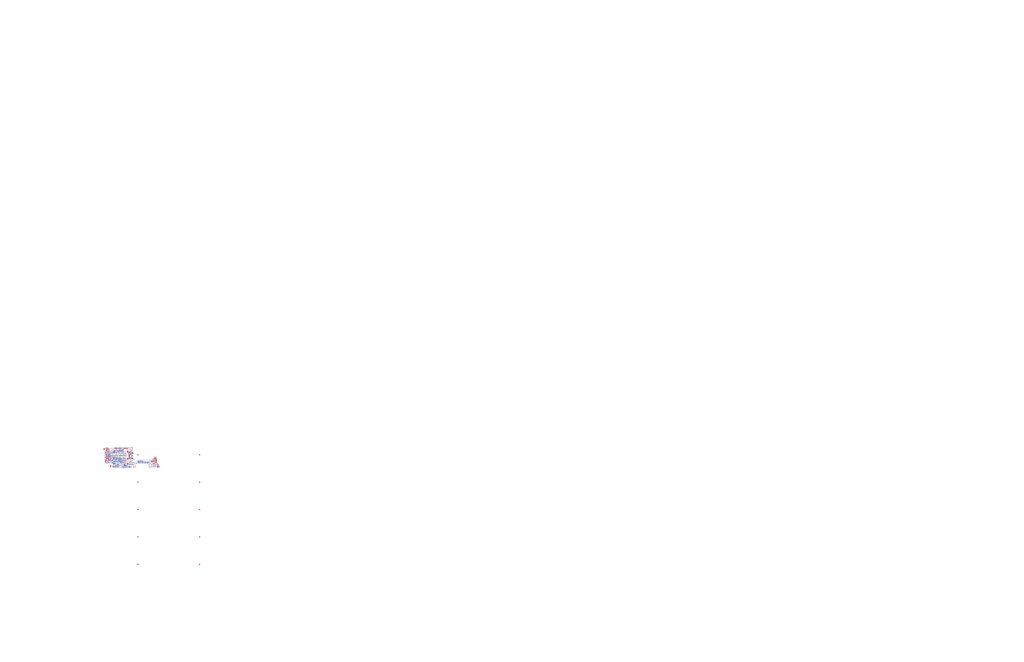
<source format=kicad_pcb>
(kicad_pcb (version 20171130) (host pcbnew "(5.1.0)-1")
  (layers (0 F.Cu signal) (1 In1.Cu signal) (2 In2.Cu signal) (3 In3.Cu signal) (4 In4.Cu signal) (31 B.Cu signal) (34 B.Paste user) (35 F.Paste user) (36 B.SilkS user) (37 F.SilkS user) (38 B.Mask user) (39 F.Mask user) (44 Edge.Cuts user))
  (net 0 "")
  (net 1 WCD_MIC_BIAS4)
  (net 2 WCD_MIC_BIAS1)
  (net 3 VREG_L7B_1P8)
  (net 4 VREG_L4B_1P8)
  (net 5 VREG_L1B_1P8)
  (net 6 VREG_L16B_3P0)
  (net 7 VREG_L15B_1P8)
  (net 8 VPH_PWR)
  (net 9 VCI_3P0)
  (net 10 UIM2_RESET_1P8)
  (net 11 UIM2_DATA_1P8)
  (net 12 UIM2_CLK_1P8)
  (net 13 UIM1_RESET_1P8)
  (net 14 UIM1_PRESENT)
  (net 15 UIM1_DATA_1P8)
  (net 16 UIM1_CLK_1P8)
  (net 17 TP_SPI_MOSI)
  (net 18 TP_SPI_MISO)
  (net 19 TP_SPI_CS)
  (net 20 TP_SPI_CLK)
  (net 21 TP_RESET_N)
  (net 22 TP_INT_N)
  (net 23 TP_3P3)
  (net 24 TP_1P8)
  (net 25 SPK_BOT_SNS_P)
  (net 26 SPK_BOT_SNS_N)
  (net 27 SPK_BOT_OUT_P)
  (net 28 SPK_BOT_OUT_N)
  (net 29 SDR_RFFE8_DATA)
  (net 30 SDR_RFFE8_CLK)
  (net 31 SAR_SENSOR1_S)
  (net 32 SAR_SENSOR1_CS5)
  (net 33 SAR_SENSOR1_CS4)
  (net 34 SAR_SENSOR0_S)
  (net 35 OLED_VDDP_EN)
  (net 36 OLED_EL_EN)
  (net 37 OLED_DVDD_L11B)
  (net 38 OLED_DVDD_EN)
  (net 39 OLED_DVDD)
  (net 40 NFC_VCC_UICC_SIM)
  (net 41 NFC_SWIO_UICC2)
  (net 42 NFC_SWIO_UICC1)
  (net 43 N17999474)
  (net 44 N17989092)
  (net 45 N17988891)
  (net 46 N17908164)
  (net 47 N17908127)
  (net 48 N17868260)
  (net 49 N17868172)
  (net 50 N17868089)
  (net 51 N17868052)
  (net 52 N17867881)
  (net 53 N17867861)
  (net 54 N17837274)
  (net 55 N17837242)
  (net 56 N17759627)
  (net 57 N17759596)
  (net 58 N17759588)
  (net 59 N17759560)
  (net 60 N17759554)
  (net 61 N17759384)
  (net 62 N17759372)
  (net 63 N17759351)
  (net 64 N17759349)
  (net 65 N17759326)
  (net 66 N17759260)
  (net 67 N17757865)
  (net 68 N17757784)
  (net 69 N17757493)
  (net 70 N17757474)
  (net 71 N17757419)
  (net 72 N17757331)
  (net 73 N17757312)
  (net 74 N17757257)
  (net 75 N17754734)
  (net 76 N17754732)
  (net 77 N17754673)
  (net 78 N17754659)
  (net 79 N17754439)
  (net 80 N17754197)
  (net 81 N17754187)
  (net 82 N17753954)
  (net 83 N17753882)
  (net 84 N17753880)
  (net 85 N17753816)
  (net 86 N17753749)
  (net 87 N17753743)
  (net 88 N17753661)
  (net 89 N17753582)
  (net 90 N17753558)
  (net 91 N17753447)
  (net 92 N17753435)
  (net 93 N17753412)
  (net 94 N17753406)
  (net 95 N17753375)
  (net 96 N17753329)
  (net 97 N17753251)
  (net 98 N17753245)
  (net 99 N17753235)
  (net 100 N17753229)
  (net 101 N17753221)
  (net 102 N17753084)
  (net 103 N17753078)
  (net 104 MIPI_DSI0_EMI_LANE3_P)
  (net 105 MIPI_DSI0_EMI_LANE3_M)
  (net 106 MIPI_DSI0_EMI_LANE2_P)
  (net 107 MIPI_DSI0_EMI_LANE2_M)
  (net 108 MIPI_DSI0_EMI_LANE1_P)
  (net 109 MIPI_DSI0_EMI_LANE1_M)
  (net 110 MIPI_DSI0_EMI_LANE0_P)
  (net 111 MIPI_DSI0_EMI_LANE0_M)
  (net 112 MIPI_DSI0_EMI_CLK_P)
  (net 113 MIPI_DSI0_EMI_CLK_M)
  (net 114 MDP_VSYNC_P)
  (net 115 LCD_RESET_N)
  (net 116 LCD_ID_DET1)
  (net 117 HAP_OUT_P)
  (net 118 HAP_OUT_M)
  (net 119 GND)
  (net 120 FOD_SPI_MOSI)
  (net 121 FOD_SPI_MISO)
  (net 122 FOD_SPI_CS)
  (net 123 FOD_SPI_CLK)
  (net 124 FOD_RST)
  (net 125 FOD_INT_N)
  (net 126 FLICKER_PRESSURE_SAR_I2C_SDA)
  (net 127 FLICKER_PRESSURE_SAR_I2C_SCL)
  (net 128 ERR_INT_N)
  (net 129 DISPLAY_THERM)
  (net 130 DISP0_ELVSS)
  (net 131 DISP0_ELVDD)
  (net 132 DISP0_AVDD_7P6)
  (net 133 DISP_VDDIO_1P8)
  (net 134 CDC_MIC4_P)
  (net 135 CDC_MIC4_N)
  (net 136 CDC_MIC3_P)
  (net 137 CDC_MIC3_N)
  (module "" (layer F.Cu) (at 98.24784 380.75121)
    (fp_text reference "" (at 0 0) (layer F.SilkS) (effects (font (size 1.27 1.27))))
    (fp_text value "" (at 0 0) (layer F.SilkS) (effects (font (size 1.27 1.27))))
    (pad "" smd circle (at 0 0) (size 1.524 1.524) (layers B.Cu B.Paste B.Mask))
  )
  (module "" (layer F.Cu) (at 106.69354 392.2773)
    (fp_text reference "" (at 0 0) (layer F.SilkS) (effects (font (size 1.27 1.27))))
    (fp_text value "" (at 0 0) (layer F.SilkS) (effects (font (size 1.27 1.27))))
    (pad "" smd circle (at 0 0) (size 1.524 1.524) (layers B.Cu B.Paste B.Mask))
  )
  (module "" (layer F.Cu) (at 127.94594 388.3157)
    (fp_text reference "" (at 0 0) (layer F.SilkS) (effects (font (size 1.27 1.27))))
    (fp_text value "" (at 0 0) (layer F.SilkS) (effects (font (size 1.27 1.27))))
    (pad "" smd circle (at 0 0) (size 0.5 0.5) (layers F.Cu F.Paste F.Mask))
  )
  (module "" (layer F.Cu) (at 169.93624 476.2414)
    (fp_text reference "" (at 0 0) (layer F.SilkS) (effects (font (size 1.27 1.27))))
    (fp_text value "" (at 0 0) (layer F.SilkS) (effects (font (size 1.27 1.27))))
    (pad "" smd circle (at 0 0) (size 1 1) (layers F.Cu F.Paste F.Mask))
  )
  (module "" (layer F.Cu) (at 169.93624 453.1514)
    (fp_text reference "" (at 0 0) (layer F.SilkS) (effects (font (size 1.27 1.27))))
    (fp_text value "" (at 0 0) (layer F.SilkS) (effects (font (size 1.27 1.27))))
    (pad "" smd circle (at 0 0) (size 1 1) (layers F.Cu F.Paste F.Mask))
  )
  (module "" (layer F.Cu) (at 169.93624 430.0614)
    (fp_text reference "" (at 0 0) (layer F.SilkS) (effects (font (size 1.27 1.27))))
    (fp_text value "" (at 0 0) (layer F.SilkS) (effects (font (size 1.27 1.27))))
    (pad "" smd circle (at 0 0) (size 1 1) (layers F.Cu F.Paste F.Mask))
  )
  (module "" (layer F.Cu) (at 169.93624 406.97141)
    (fp_text reference "" (at 0 0) (layer F.SilkS) (effects (font (size 1.27 1.27))))
    (fp_text value "" (at 0 0) (layer F.SilkS) (effects (font (size 1.27 1.27))))
    (pad "" smd circle (at 0 0) (size 1 1) (layers F.Cu F.Paste F.Mask))
  )
  (module "" (layer F.Cu) (at 169.93624 383.88139)
    (fp_text reference "" (at 0 0) (layer F.SilkS) (effects (font (size 1.27 1.27))))
    (fp_text value "" (at 0 0) (layer F.SilkS) (effects (font (size 1.27 1.27))))
    (pad "" smd circle (at 0 0) (size 1 1) (layers F.Cu F.Paste F.Mask))
  )
  (module "" (layer F.Cu) (at 117.93074 476.2414)
    (fp_text reference "" (at 0 0) (layer F.SilkS) (effects (font (size 1.27 1.27))))
    (fp_text value "" (at 0 0) (layer F.SilkS) (effects (font (size 1.27 1.27))))
    (pad "" smd circle (at 0 0) (size 1 1) (layers F.Cu F.Paste F.Mask))
  )
  (module "" (layer F.Cu) (at 117.93074 453.1514)
    (fp_text reference "" (at 0 0) (layer F.SilkS) (effects (font (size 1.27 1.27))))
    (fp_text value "" (at 0 0) (layer F.SilkS) (effects (font (size 1.27 1.27))))
    (pad "" smd circle (at 0 0) (size 1 1) (layers F.Cu F.Paste F.Mask))
  )
  (module "" (layer F.Cu) (at 117.93074 430.0614)
    (fp_text reference "" (at 0 0) (layer F.SilkS) (effects (font (size 1.27 1.27))))
    (fp_text value "" (at 0 0) (layer F.SilkS) (effects (font (size 1.27 1.27))))
    (pad "" smd circle (at 0 0) (size 1 1) (layers F.Cu F.Paste F.Mask))
  )
  (module "" (layer F.Cu) (at 117.93074 406.97141)
    (fp_text reference "" (at 0 0) (layer F.SilkS) (effects (font (size 1.27 1.27))))
    (fp_text value "" (at 0 0) (layer F.SilkS) (effects (font (size 1.27 1.27))))
    (pad "" smd circle (at 0 0) (size 1 1) (layers F.Cu F.Paste F.Mask))
  )
  (module "" (layer F.Cu) (at 117.93074 383.88139)
    (fp_text reference "" (at 0 0) (layer F.SilkS) (effects (font (size 1.27 1.27))))
    (fp_text value "" (at 0 0) (layer F.SilkS) (effects (font (size 1.27 1.27))))
    (pad "" smd circle (at 0 0) (size 1 1) (layers F.Cu F.Paste F.Mask))
  )
  (module "" (layer F.Cu) (at 90.45164 381.7569)
    (fp_text reference "" (at 0 0) (layer F.SilkS) (effects (font (size 1.27 1.27))))
    (fp_text value "" (at 0 0) (layer F.SilkS) (effects (font (size 1.27 1.27))))
    (pad "" smd circle (at 0 0) (size 0.5 0.5) (layers F.Cu F.Paste F.Mask))
  )
  (module "" (layer F.Cu) (at 131.47803 392.87891)
    (fp_text reference "" (at 0 0) (layer F.SilkS) (effects (font (size 1.27 1.27))))
    (fp_text value "" (at 0 0) (layer F.SilkS) (effects (font (size 1.27 1.27))))
    (pad "" thru_hole circle (at 0 0) (size 0.55 0.55) (drill 0.55) (layers *.Cu *.Mask))
  )
  (module "" (layer F.Cu) (at 111.77804 391.17889)
    (fp_text reference "" (at 0 0) (layer F.SilkS) (effects (font (size 1.27 1.27))))
    (fp_text value "" (at 0 0) (layer F.SilkS) (effects (font (size 1.27 1.27))))
    (pad "" thru_hole circle (at 0 0) (size 0.55 0.55) (drill 0.55) (layers *.Cu *.Mask))
  )
  (module "" (layer F.Cu) (at 112.22804 378.6539)
    (fp_text reference "" (at 0 0) (layer F.SilkS) (effects (font (size 1.27 1.27))))
    (fp_text value "" (at 0 0) (layer F.SilkS) (effects (font (size 1.27 1.27))))
    (pad "" thru_hole circle (at 0 0) (size 1.6 1.6) (drill 1.6) (layers *.Cu *.Mask))
  )
  (module "" (layer F.Cu) (at 115.07804 392.9139)
    (fp_text reference "" (at 0 0) (layer F.SilkS) (effects (font (size 1.27 1.27))))
    (fp_text value "" (at 0 0) (layer F.SilkS) (effects (font (size 1.27 1.27))))
    (pad "" thru_hole circle (at 0 0) (size 1.6 1.6) (drill 1.6) (layers *.Cu *.Mask))
  )
  (module "" (layer F.Cu) (at 128.17805 392.9139)
    (fp_text reference "" (at 0 0) (layer F.SilkS) (effects (font (size 1.27 1.27))))
    (fp_text value "" (at 0 0) (layer F.SilkS) (effects (font (size 1.27 1.27))))
    (pad "" thru_hole circle (at 0 0) (size 1.6 1.6) (drill 1.6) (layers *.Cu *.Mask))
  )
  (module "" (layer F.Cu) (at 93.82804 393.4939)
    (fp_text reference "" (at 0 0) (layer F.SilkS) (effects (font (size 1.27 1.27))))
    (fp_text value "" (at 0 0) (layer F.SilkS) (effects (font (size 1.27 1.27))))
    (pad "" thru_hole circle (at 0 0) (size 1.6 1.6) (drill 1.6) (layers *.Cu *.Mask))
  )
  (module "" (layer F.Cu) (at 94.67804 390.61391)
    (fp_text reference "" (at 0 0) (layer F.SilkS) (effects (font (size 1.27 1.27))))
    (fp_text value "" (at 0 0) (layer F.SilkS) (effects (font (size 1.27 1.27))))
    (pad "" thru_hole circle (at 0 0) (size 1.1 1.1) (drill 1.1) (layers *.Cu *.Mask))
  )
  (module "" (layer F.Cu) (at 95.20804 379.4139)
    (fp_text reference "" (at 0 0) (layer F.SilkS) (effects (font (size 1.27 1.27))))
    (fp_text value "" (at 0 0) (layer F.SilkS) (effects (font (size 1.27 1.27))))
    (pad "" thru_hole circle (at 0 0) (size 1.6 1.6) (drill 1.6) (layers *.Cu *.Mask))
  )
  (module STIFFER-STEEL-MIC_N2_1 (layer F.Cu) (at 111.87804 390.1339 180)
    (fp_text reference K202 (at 2.12834 -0.50937 180 unlocked) (layer F.SilkS) (effects (font (size 0.612271 0.644005) (thickness 0.05))))
    (fp_text value NUT_STIFFER-STEEL-MIC_N2_STIFFE hide)
    (pad 1 smd rect (at 1.8 -2.3354) (size 0.05 0.05) (layers F.Cu F.Paste F.Mask) (net 119 GND))
  )
  (module IND2_0X1_6P0_8-HT0_8_HD_1 (layer B.Cu) (at 103.34424 387.4449 90)
    (fp_text reference L604 (at -0.73534 0.29673 90 unlocked) (layer B.SilkS) (effects (font (size 0.488943 0.514285) (thickness 0.0419)) (justify mirror)))
    (fp_text value INDUCTOR_IND2_0X1_6P0_8-HT0_8_H hide)
    (pad 1 smd rect (at -0.65 0 180) (size 1.775 0.875) (layers B.Cu B.Paste B.Mask) (net 50 N17868089))
    (pad 2 smd rect (at 0.65 0 180) (size 1.775 0.875) (layers B.Cu B.Paste B.Mask) (net 119 GND))
  )
  (module IND2_0X1_6P0_8-HT0_8_HD_2 (layer B.Cu) (at 103.66904 389.6805 180)
    (fp_text reference L603 (at -0.15906 0.59767 unlocked) (layer B.SilkS) (effects (font (size 0.488943 0.514285) (thickness 0.0419)) (justify mirror)))
    (fp_text value INDUCTOR_IND2_0X1_6P0_8-HT0_8_H hide)
    (pad 1 smd rect (at 0.65 0 180) (size 0.875 1.775) (layers B.Cu B.Paste B.Mask) (net 51 N17868052))
    (pad 2 smd rect (at -0.65 0 180) (size 0.875 1.775) (layers B.Cu B.Paste B.Mask) (net 119 GND))
  )
  (module IND2_0X1_6P0_8-HT0_8_HD_3 (layer B.Cu) (at 98.34464 390.244 270)
    (fp_text reference L602 (at -0.73534 -1.49207 270 unlocked) (layer B.SilkS) (effects (font (size 0.488943 0.514285) (thickness 0.0419)) (justify mirror)))
    (fp_text value INDUCTOR_IND2_0X1_6P0_8-HT0_8_H hide)
    (pad 1 smd rect (at -0.65 0 180) (size 1.775 0.875) (layers B.Cu B.Paste B.Mask) (net 8 VPH_PWR))
    (pad 2 smd rect (at 0.65 0 180) (size 1.775 0.875) (layers B.Cu B.Paste B.Mask) (net 52 N17867881))
  )
  (module MIC-SHIELDING-2_N2_1 (layer B.Cu) (at 111.77804 390.92889 180)
    (fp_text reference SH200 (at -0.118537 0.237065 unlocked) (layer B.SilkS) (effects (font (size 0.311029 0.32715) (thickness 0.0254)) (justify mirror)))
    (fp_text value SHIELDING_MIC-SHIELDING-2_N2_MI hide)
    (pad 1 smd rect (at 1.275 1.475 180) (size 0.05 0.05) (layers B.Cu B.Paste B.Mask) (net 119 GND))
  )
  (module KINE-SHIELDING-FRAME_N2_1 (layer F.Cu) (at 93.42154 386.7645 180)
    (fp_text reference SH601 (at 2.566675 -0.46667 180 unlocked) (layer F.SilkS) (effects (font (size 0.612271 0.644005) (thickness 0.05))))
    (fp_text value SHIELDING_KINE-SHIELDING-FRAME_ hide)
    (pad 1 smd rect (at -3.0046 4.492) (size 0.05 0.05) (layers F.Cu F.Paste F.Mask) (net 119 GND))
  )
  (module DC-SHIELDING-FRAME_N2_1 (layer B.Cu) (at 101.24804 388.8539)
    (fp_text reference SH600 (at 3.666663 0.666665 180 unlocked) (layer B.SilkS) (effects (font (size 0.874664 0.919998) (thickness 0.06)) (justify mirror)))
    (fp_text value SHIELDING_DC-SHIELDING-FRAME_N2 hide)
    (pad 1 smd rect (at -2.1073 3.1426 180) (size 0.05 0.05) (layers B.Cu B.Paste B.Mask) (net 119 GND))
  )
  (module REINFORCE-STEEL-2_N2_1 (layer B.Cu) (at 112.30304 389.9989)
    (fp_text reference K201 (at 1.89124 -0.70523 180 unlocked) (layer B.SilkS) (effects (font (size 0.612271 0.644005) (thickness 0.05)) (justify mirror)))
    (fp_text value NUT_REINFORCE-STEEL-2_N2_REINFO hide)
    (pad 1 smd rect (at 4.222 -0.3948 180) (size 0.05 0.05) (layers B.Cu B.Paste B.Mask) (net 119 GND))
  )
  (module REINFORCE-STEEL-1_N2_1 (layer B.Cu) (at 109.14554 384.6989 180)
    (fp_text reference K200 (at -0.09483 0.237065 unlocked) (layer B.SilkS) (effects (font (size 0.311029 0.32715) (thickness 0.0254)) (justify mirror)))
    (fp_text value NUT_REINFORCE-STEEL-1_N2_REINFO hide)
    (pad 1 smd rect (at 0.52 2.553 180) (size 0.05 0.05) (layers B.Cu B.Paste B.Mask) (net 119 GND))
  )
  (module PAD-RING-TYPE-C_N2_1 (layer F.Cu) (at 128.17805 392.9139)
    (fp_text reference K101 (at -0.09483 -0.237065 unlocked) (layer F.SilkS) (effects (font (size 0.311029 0.32715) (thickness 0.0254))))
    (fp_text value NUT_PAD-RING-TYPE-C_N2_PAD-RING hide)
    (pad 1 smd rect (at 1 0.6305) (size 0.05 0.05) (layers F.Cu F.Paste F.Mask) (net 119 GND))
  )
  (module PAD-RING-TYPE-C_N2_1 (layer F.Cu) (at 115.07804 392.9139)
    (fp_text reference K102 (at -0.09483 -0.237065 unlocked) (layer F.SilkS) (effects (font (size 0.311029 0.32715) (thickness 0.0254))))
    (fp_text value NUT_PAD-RING-TYPE-C_N2_PAD-RING hide)
    (pad 1 smd rect (at 1 0.6305) (size 0.05 0.05) (layers F.Cu F.Paste F.Mask) (net 119 GND))
  )
  (module CLIP-DOUBLE-CABLE_N2_1 (layer B.Cu) (at 108.92304 380.2139 180)
    (fp_text reference K100 (at -0.09483 0.237065 unlocked) (layer B.SilkS) (effects (font (size 0.311029 0.32715) (thickness 0.0254)) (justify mirror)))
    (fp_text value NUT_CLIP-DOUBLE-CABLE_N2_314100 hide)
    (pad 1 smd rect (at -0.275 -0.45 180) (size 0.05 0.05) (layers B.Cu B.Paste B.Mask) (net 119 GND))
  )
  (module N2_FOD_LGA_HD_1 (layer B.Cu) (at 120.03805 389.8539)
    (fp_text reference U500 (at 1.01269 0.262465 180 unlocked) (layer B.SilkS) (effects (font (size 0.311029 0.32715) (thickness 0.0254)) (justify mirror)))
    (fp_text value N2_FOD_LGA_N2_FOD_LGA_HD_RN2FOD hide)
    (pad 1 smd rect (at -2.0902 -0.7 180) (size 0.4 0.4) (layers B.Cu B.Paste B.Mask) (net 119 GND))
    (pad 2 smd rect (at -1.0402 -0.7 180) (size 1.1 0.4) (layers B.Cu B.Paste B.Mask) (net 119 GND))
    (pad 3 smd rect (at 0.3598 -0.7 180) (size 1.1 0.4) (layers B.Cu B.Paste B.Mask) (net 119 GND))
    (pad 4 smd rect (at 1.7598 -0.7 180) (size 1.1 0.4) (layers B.Cu B.Paste B.Mask) (net 119 GND))
    (pad 5 smd rect (at -2.0902 0.35 180) (size 0.4 1.1) (layers B.Cu B.Paste B.Mask) (net 119 GND))
    (pad 6 smd rect (at -1.0402 0.7 180) (size 1.1 0.4) (layers B.Cu B.Paste B.Mask) (net 119 GND))
    (pad 7 smd rect (at 2.1098 0.35 180) (size 0.4 1.1) (layers B.Cu B.Paste B.Mask) (net 119 GND))
    (pad 8 smd rect (at -1.3902 0 180) (size 0.4 0.4) (layers B.Cu B.Paste B.Mask) (net 124 FOD_RST))
    (pad 9 smd rect (at -0.6902 0 180) (size 0.4 0.4) (layers B.Cu B.Paste B.Mask) (net 121 FOD_SPI_MISO))
    (pad 10 smd rect (at 0.0098 0 180) (size 0.4 0.4) (layers B.Cu B.Paste B.Mask) (net 123 FOD_SPI_CLK))
    (pad 11 smd rect (at 0.7098 0 180) (size 0.4 0.4) (layers B.Cu B.Paste B.Mask) (net 122 FOD_SPI_CS))
    (pad 12 smd rect (at 1.4098 0 180) (size 0.4 0.4) (layers B.Cu B.Paste B.Mask) (net 120 FOD_SPI_MOSI))
    (pad 13 smd rect (at 0.0098 0.7 180) (size 0.4 0.4) (layers B.Cu B.Paste B.Mask) (net 125 FOD_INT_N))
    (pad 14 smd rect (at 0.7098 0.7 180) (size 0.4 0.4) (layers B.Cu B.Paste B.Mask) (net 114 MDP_VSYNC_P))
    (pad 15 smd rect (at 1.4098 0.7 180) (size 0.4 0.4) (layers B.Cu B.Paste B.Mask) (net 6 VREG_L16B_3P0))
  )
  (module WLCSP1_21X1_14_HT0_6_P9_HD_1 (layer B.Cu) (at 100.18184 380.6992 90)
    (fp_text reference S103_NM (at -0.621673 -0.218035 90 unlocked) (layer B.SilkS) (effects (font (size 0.174936 0.184002) (thickness 0.015)) (justify mirror)))
    (fp_text value SX9373_WLCSP1_21X1_14_HT0_6_P9_ hide)
    (pad A1 smd circle (at -0.35 0.35 180) (size 0.2 0.2) (layers B.Cu B.Paste B.Mask) (net 127 FLICKER_PRESSURE_SAR_I2C_SCL))
    (pad A2 smd circle (at 0 0.35 180) (size 0.2 0.2) (layers B.Cu B.Paste B.Mask) (net 4 VREG_L4B_1P8))
    (pad A3 smd circle (at 0.35 0.35 180) (size 0.2 0.2) (layers B.Cu B.Paste B.Mask) (net 119 GND))
    (pad B1 smd circle (at -0.35 0 180) (size 0.2 0.2) (layers B.Cu B.Paste B.Mask) (net 126 FLICKER_PRESSURE_SAR_I2C_SDA))
    (pad B2 smd circle (at 0 0 180) (size 0.2 0.2) (layers B.Cu B.Paste B.Mask))
    (pad B3 smd circle (at 0.35 0 180) (size 0.2 0.2) (layers B.Cu B.Paste B.Mask) (net 78 N17754659))
    (pad C1 smd circle (at -0.35 -0.35 180) (size 0.2 0.2) (layers B.Cu B.Paste B.Mask))
    (pad C2 smd circle (at 0 -0.35 180) (size 0.2 0.2) (layers B.Cu B.Paste B.Mask) (net 119 GND))
    (pad C3 smd circle (at 0.35 -0.35 180) (size 0.2 0.2) (layers B.Cu B.Paste B.Mask) (net 76 N17754732))
  )
  (module ESD0_6X0_3_PS0_425HT0_32_HD_1 (layer B.Cu) (at 107.58084 392.9274 90)
    (fp_text reference CR100 (at -0.254 0.1532 90 unlocked) (layer B.SilkS) (effects (font (size 0.133299 0.140208) (thickness 0.01016)) (justify mirror)))
    (fp_text value ESD_ESD0_6X0_3_PS0_425HT0_32_HD hide)
    (pad 1 smd rect (at -0.2125 0 180) (size 0.345 0.325) (layers B.Cu B.Paste B.Mask) (net 79 N17754439))
    (pad 2 smd rect (at 0.2125 0 180) (size 0.345 0.325) (layers B.Cu B.Paste B.Mask) (net 119 GND))
  )
  (module ANT_2_6X2_99_P3_HT0_58_HD_1 (layer F.Cu) (at 93.94364 393.3221 192)
    (fp_text reference J100 (at 1.609321 -0.14854 192 unlocked) (layer F.SilkS) (effects (font (size 0.488943 0.514285) (thickness 0.0419))))
    (fp_text value SPRING_3P_ANT_2_6X2_99_P3_HT0_5 hide)
  )
  (module ANT_1_0X1_7_P2_HT1_45_HD_1 (layer F.Cu) (at 132.24804 386.94389 270)
    (fp_text reference J106 (at -0.119265 0.14683 unlocked) (layer F.SilkS) (effects (font (size 0.311029 0.32715) (thickness 0.0254))))
    (fp_text value KEY_2P_ANT_1_0X1_7_P2_HT1_45_HD hide)
    (pad 1 smd rect (at 0 -0.55) (size 0.675 1.075) (layers F.Cu F.Paste F.Mask) (net 119 GND))
    (pad 2 smd rect (at 0 0.225) (size 0.625 1.075) (layers F.Cu F.Paste F.Mask) (net 119 GND))
  )
  (module ANT_1_0X1_7_P2_HT1_45_HD_2 (layer B.Cu) (at 124.39803 390.4139)
    (fp_text reference J200 (at 0.214095 0.52613 90 unlocked) (layer B.SilkS) (effects (font (size 0.311029 0.32715) (thickness 0.0254)) (justify mirror)))
    (fp_text value KEY_2P_ANT_1_0X1_7_P2_HT1_45_HD hide)
    (pad 1 smd rect (at 0 -0.55 180) (size 1.075 0.675) (layers B.Cu B.Paste B.Mask) (net 68 N17757784))
    (pad 2 smd rect (at 0 0.225 180) (size 1.075 0.625) (layers B.Cu B.Paste B.Mask) (net 68 N17757784))
  )
  (module ANT_1_0X1_7_P2_HT1_45_HD_2 (layer B.Cu) (at 125.89805 390.4139)
    (fp_text reference J201 (at 0.214095 0.52613 90 unlocked) (layer B.SilkS) (effects (font (size 0.311029 0.32715) (thickness 0.0254)) (justify mirror)))
    (fp_text value KEY_2P_ANT_1_0X1_7_P2_HT1_45_HD hide)
    (pad 1 smd rect (at 0 -0.55 180) (size 1.075 0.675) (layers B.Cu B.Paste B.Mask) (net 67 N17757865))
    (pad 2 smd rect (at 0 0.225 180) (size 1.075 0.625) (layers B.Cu B.Paste B.Mask) (net 67 N17757865))
  )
  (module ANT_1_0X1_7_P2_HT1_45_HD_3 (layer F.Cu) (at 110.62804 385.04089)
    (fp_text reference J110 (at -0.688225 -0.42213 90 unlocked) (layer F.SilkS) (effects (font (size 0.311029 0.32715) (thickness 0.0254))))
    (fp_text value KEY_2P_ANT_1_0X1_7_P2_HT1_45_HD hide)
    (pad 1 smd rect (at 0 -0.55) (size 1.075 0.675) (layers F.Cu F.Paste F.Mask) (net 119 GND))
    (pad 2 smd rect (at 0 0.225) (size 1.075 0.625) (layers F.Cu F.Paste F.Mask) (net 119 GND))
  )
  (module MICROPH1_85X2_75-HT1_0_P3_HD_1 (layer B.Cu) (at 131.47803 392.37891)
    (fp_text reference U201 (at 0.35923 0.73984 90 unlocked) (layer B.SilkS) (effects (font (size 0.488943 0.514285) (thickness 0.0419)) (justify mirror)))
    (fp_text value SPA2629LR5H_MICROPH1_85X2_75-HT hide)
    (pad 1 smd rect (at -0.475 -0.9775 180) (size 0.725 0.62) (layers B.Cu B.Paste B.Mask) (net 70 N17757474))
    (pad 2 smd rect (at 0.475 -0.9775 180) (size 0.725 0.62) (layers B.Cu B.Paste B.Mask) (net 71 N17757419))
    (pad 3 smd rect (at -0.6272 0.4895 180) (size 0.05 0.05) (layers B.Cu B.Paste B.Mask) (net 69 N17757493))
  )
  (module MICROPH1_85X2_75-HT1_0_P3_HD_2 (layer B.Cu) (at 111.77804 390.67889)
    (fp_text reference U200 (at 0.35923 0.73984 90 unlocked) (layer B.SilkS) (effects (font (size 0.488943 0.514285) (thickness 0.0419)) (justify mirror)))
    (fp_text value SPA2629LR5H_MICROPH1_85X2_75-HT hide)
    (pad 1 smd rect (at -0.475 -0.9775 180) (size 0.725 0.62) (layers B.Cu B.Paste B.Mask) (net 73 N17757312))
    (pad 2 smd rect (at 0.475 -0.9775 180) (size 0.725 0.62) (layers B.Cu B.Paste B.Mask) (net 74 N17757257))
    (pad 3 smd rect (at -0.6272 0.4895 180) (size 0.05 0.05) (layers B.Cu B.Paste B.Mask) (net 72 N17757331))
  )
  (module IND2_0X1_6_P1_5_HT1_0_HD_1 (layer F.Cu) (at 92.03174 385.96001 90)
    (fp_text reference L600 (at 0.46993 -0.700625 90 unlocked) (layer F.SilkS) (effects (font (size 0.311029 0.32715) (thickness 0.0254))))
    (fp_text value INDUCTOR_IND2_0X1_6_P1_5_HT1_0_ hide)
    (pad 1 smd rect (at -0.75 0) (size 1.875 0.775) (layers F.Cu F.Paste F.Mask) (net 45 N17988891))
    (pad 2 smd rect (at 0.75 0) (size 1.875 0.775) (layers F.Cu F.Paste F.Mask) (net 39 OLED_DVDD))
  )
  (module DFNSQ1_6_PS0_5_HT0_6_P6_HD_1 (layer F.Cu) (at 92.08524 388.076 180)
    (fp_text reference U601 (at 0.271365 -0.26667 270 unlocked) (layer F.SilkS) (effects (font (size 0.174936 0.184002) (thickness 0.015))))
    (fp_text value WD10721_DFNSQ1_6_PS0_5_HT0_6_P6 hide)
    (pad 1 smd rect (at -0.75 -0.5) (size 0.675 0.375) (layers F.Cu F.Paste F.Mask) (net 44 N17989092))
    (pad 2 smd rect (at -0.75 0) (size 0.675 0.375) (layers F.Cu F.Paste F.Mask) (net 119 GND))
    (pad 3 smd rect (at -0.75 0.5) (size 0.675 0.375) (layers F.Cu F.Paste F.Mask) (net 8 VPH_PWR))
    (pad 4 smd rect (at 0.75 0.5) (size 0.675 0.375) (layers F.Cu F.Paste F.Mask) (net 45 N17988891))
    (pad 5 smd rect (at 0.75 0) (size 0.675 0.375) (layers F.Cu F.Paste F.Mask) (net 38 OLED_DVDD_EN))
    (pad 6 smd rect (at 0.75 -0.5) (size 0.675 0.375) (layers F.Cu F.Paste F.Mask))
  )
  (module ANT_2_7X1_2_P2_HT2_15_HD_1 (layer F.Cu) (at 113.04804 386.4339 90)
    (fp_text reference J203 (at 0.343 -0.5515 90 unlocked) (layer F.SilkS) (effects (font (size 0.2624 0.276) (thickness 0.02))))
    (fp_text value KEY_2P_ANT_2_7X1_2_P2_HT2_15_HD hide)
    (pad 1 smd rect (at -0.375 0) (size 1.275 1.025) (layers F.Cu F.Paste F.Mask) (net 118 HAP_OUT_M))
  )
  (module ANT_2_7X1_2_P2_HT2_15_HD_2 (layer F.Cu) (at 113.04804 382.53391 270)
    (fp_text reference J202 (at 0.343 0.4085 270 unlocked) (layer F.SilkS) (effects (font (size 0.2624 0.276) (thickness 0.02))))
    (fp_text value KEY_2P_ANT_2_7X1_2_P2_HT2_15_HD hide)
    (pad 1 smd rect (at -0.375 0) (size 1.275 1.025) (layers F.Cu F.Paste F.Mask) (net 117 HAP_OUT_P))
  )
  (module SHIELDING-MIC_J1_1 (layer B.Cu) (at 131.74053 392.37891 270)
    (fp_text reference SH201 (at -1.297275 -1.96827 270 unlocked) (layer B.SilkS) (effects (font (size 0.612271 0.644005) (thickness 0.05)) (justify mirror)))
    (fp_text value SHIELDING_SHIELDING-MIC_J1_MIC_ hide)
    (pad 1 smd rect (at 1.813 0.5757 180) (size 0.05 0.05) (layers B.Cu B.Paste B.Mask) (net 119 GND))
  )
  (module SIM_12_93X15_85-P18_HT2_38_H51 (layer F.Cu) (at 103.06554 385.9389)
    (fp_text reference J501 (at -0.42667 -0.533365 unlocked) (layer F.SilkS) (effects (font (size 1.399464 1.471998) (thickness 0.12))))
    (fp_text value CAF99-06264-100001_SIM_12_93X15 hide)
    (pad A1 thru_hole oval (at -4.1675 7.1) (size 0.695 1.645) (drill 0.695) (layers *.Cu *.Mask) (net 119 GND))
    (pad A2 smd rect (at -5.3875 5.275) (size 0.975 1.475) (layers F.Cu F.Paste F.Mask) (net 119 GND))
    (pad A3 smd rect (at -5.3875 0.675) (size 0.975 1.475) (layers F.Cu F.Paste F.Mask) (net 119 GND))
    (pad A4 smd rect (at -5.3875 -4.275) (size 0.975 1.475) (layers F.Cu F.Paste F.Mask) (net 119 GND))
    (pad A5 smd rect (at 6.1625 -4.825) (size 0.975 1.475) (layers F.Cu F.Paste F.Mask) (net 119 GND))
    (pad A6 smd rect (at 6.1625 1.175) (size 0.975 1.475) (layers F.Cu F.Paste F.Mask) (net 119 GND))
    (pad A7 smd rect (at 6.1625 5.275) (size 0.975 1.475) (layers F.Cu F.Paste F.Mask) (net 119 GND))
    (pad A8 thru_hole oval (at 5.9025 7.1) (size 0.695 1.645) (drill 0.695) (layers *.Cu *.Mask) (net 119 GND))
    (pad A9 smd rect (at -1.5275 -7.625) (size 0.625 0.875) (layers F.Cu F.Paste F.Mask) (net 65 N17759326))
    (pad A10 smd rect (at -0.7775 -7.625) (size 0.625 0.875) (layers F.Cu F.Paste F.Mask) (net 66 N17759260))
    (pad A11 smd rect (at -0.0275 -7.625) (size 0.625 0.875) (layers F.Cu F.Paste F.Mask) (net 64 N17759349))
    (pad A12 smd rect (at 0.7225 -7.625) (size 0.625 0.875) (layers F.Cu F.Paste F.Mask) (net 63 N17759351))
    (pad A13 smd rect (at 3.1925 -7.625) (size 0.625 0.875) (layers F.Cu F.Paste F.Mask) (net 61 N17759384))
    (pad A14 smd rect (at 3.9425 -7.625) (size 0.625 0.875) (layers F.Cu F.Paste F.Mask) (net 119 GND))
    (pad A15 smd rect (at 4.6925 -7.625) (size 0.625 0.875) (layers F.Cu F.Paste F.Mask) (net 62 N17759372))
    (pad A16 smd rect (at 5.4425 -7.625) (size 0.625 0.875) (layers F.Cu F.Paste F.Mask) (net 119 GND))
    (pad A17 smd rect (at -3.6075 -7.69) (size 2.625 0.845) (layers F.Cu F.Paste F.Mask) (net 119 GND))
    (pad A18 smd rect (at 6.1875 -7.69) (size 0.625 0.745) (layers F.Cu F.Paste F.Mask) (net 119 GND))
  )
  (module SHORT_RES0_06_HD_5_1 (layer F.Cu) (at 126.37925 388.9104 180)
    (fp_text reference W201 (at 0.44804 -0.0071 180 unlocked) (layer F.SilkS) (effects (font (size 0.133299 0.140208) (thickness 0.01016))))
    (fp_text value SHORT_SHORT_RES0_06_HD_5_SHORT hide)
  )
  (module SHORT_RES0_06_HD_5_2 (layer F.Cu) (at 123.93525 388.9104)
    (fp_text reference W200 (at -0.03964 -0.0071 unlocked) (layer F.SilkS) (effects (font (size 0.133299 0.140208) (thickness 0.01016))))
    (fp_text value SHORT_SHORT_RES0_06_HD_5_SHORT hide)
  )
  (module ANT_HG_F1_1 (layer F.Cu) (at 95.20754 379.4707 114.9)
    (fp_text reference J112 (at 0.762731 -0.61108 114.9 unlocked) (layer F.SilkS) (effects (font (size 0.311029 0.32715) (thickness 0.0254))))
    (fp_text value ANT_PIN_ANT_HG_F1_XM-217-XC-186 hide)
  )
  (module HLGASQ2_0_PS0_5-HT0_8_P10_HD_1 (layer F.Cu) (at 111.03834 382.8281)
    (fp_text reference U300 (at -0.09663 -0.122765 unlocked) (layer F.SilkS) (effects (font (size 0.311029 0.32715) (thickness 0.0254))))
    (fp_text value BMP580_HLGASQ2_0_PS0_5-HT0_8_P1 hide)
    (pad 1 smd rect (at 0.25 -0.7625) (size 0.425 0.45) (layers F.Cu F.Paste F.Mask) (net 5 VREG_L1B_1P8))
    (pad 2 smd rect (at -0.25 -0.7625) (size 0.425 0.45) (layers F.Cu F.Paste F.Mask) (net 127 FLICKER_PRESSURE_SAR_I2C_SCL))
    (pad 3 smd rect (at -0.7625 -0.5) (size 0.45 0.425) (layers F.Cu F.Paste F.Mask) (net 119 GND))
    (pad 4 smd rect (at -0.7625 0) (size 0.45 0.425) (layers F.Cu F.Paste F.Mask) (net 126 FLICKER_PRESSURE_SAR_I2C_SDA))
    (pad 5 smd rect (at -0.7625 0.5) (size 0.45 0.425) (layers F.Cu F.Paste F.Mask) (net 119 GND))
    (pad 6 smd rect (at -0.25 0.7625) (size 0.425 0.45) (layers F.Cu F.Paste F.Mask) (net 5 VREG_L1B_1P8))
    (pad 7 smd rect (at 0.25 0.7625) (size 0.425 0.45) (layers F.Cu F.Paste F.Mask) (net 119 GND))
    (pad 8 smd rect (at 0.7625 0.5) (size 0.45 0.425) (layers F.Cu F.Paste F.Mask) (net 119 GND))
    (pad 9 smd rect (at 0.7625 0) (size 0.45 0.425) (layers F.Cu F.Paste F.Mask) (net 119 GND))
    (pad 10 smd rect (at 0.7625 -0.5) (size 0.45 0.425) (layers F.Cu F.Paste F.Mask) (net 5 VREG_L1B_1P8))
  )
  (module IND2_0X1_6PS1_4-HT1_0_HD_1 (layer B.Cu) (at 98.61074 387.2435 180)
    (fp_text reference L601 (at -0.13906 0.59067 unlocked) (layer B.SilkS) (effects (font (size 0.488943 0.514285) (thickness 0.0419)) (justify mirror)))
    (fp_text value INDUCTOR_IND2_0X1_6PS1_4-HT1_0_ hide)
    (pad 1 smd rect (at 0.7 0 180) (size 0.775 1.775) (layers B.Cu B.Paste B.Mask) (net 8 VPH_PWR))
    (pad 2 smd rect (at -0.7 0 180) (size 0.775 1.775) (layers B.Cu B.Paste B.Mask) (net 53 N17867861))
  )
  (module RES0201-HT0_33_HD_1 (layer B.Cu) (at 96.02934 389.4588 225)
    (fp_text reference RT600 (at -0.543175 0.028433 315 unlocked) (layer B.SilkS) (effects (font (size 0.174936 0.184002) (thickness 0.015)) (justify mirror)))
    (fp_text value THERMISTOR_RES0201-HT0_33_HD_10 hide)
  )
  (module IND0201-HT0_42_1 (layer F.Cu) (at 133.17824 390.5519 90)
    (fp_text reference A128 (at 0.25967 -0.332335 90 unlocked) (layer F.SilkS) (effects (font (size 0.174936 0.184002) (thickness 0.015))))
    (fp_text value INDUCTOR_IND0201-HT0_42_3NH hide)
    (pad 1 smd rect (at -0.23 0) (size 0.375 0.325) (layers F.Cu F.Paste F.Mask) (net 119 GND))
    (pad 2 smd rect (at 0.23 0) (size 0.375 0.325) (layers F.Cu F.Paste F.Mask) (net 95 N17753375))
  )
  (module IND0201-HT0_42_2 (layer B.Cu) (at 108.08704 393.67751 270)
    (fp_text reference A143 (at -0.27367 -0.574335 270 unlocked) (layer B.SilkS) (effects (font (size 0.174936 0.184002) (thickness 0.015)) (justify mirror)))
    (fp_text value INDUCTOR_IND0201-HT0_42_100NH hide)
    (pad 1 smd rect (at -0.23 0 180) (size 0.375 0.325) (layers B.Cu B.Paste B.Mask) (net 79 N17754439))
    (pad 2 smd rect (at 0.23 0 180) (size 0.375 0.325) (layers B.Cu B.Paste B.Mask) (net 81 N17754187))
  )
  (module IND0402CS-HT0_60_1 (layer B.Cu) (at 127.02453 390.08321 90)
    (fp_text reference A201 (at -0.388 0.194 90 unlocked) (layer B.SilkS) (effects (font (size 0.2624 0.276) (thickness 0.02)) (justify mirror)))
    (fp_text value INDUCTOR_IND0402CS-HT0_60_34NH hide)
    (pad 1 smd rect (at -0.37 0 180) (size 0.575 0.385) (layers B.Cu B.Paste B.Mask) (net 67 N17757865))
    (pad 2 smd rect (at 0.37 0 180) (size 0.575 0.385) (layers B.Cu B.Paste B.Mask) (net 27 SPK_BOT_OUT_P))
  )
  (module IND0402CS-HT0_60_2 (layer B.Cu) (at 123.26893 390.534 90)
    (fp_text reference A200 (at -0.388 0.194 90 unlocked) (layer B.SilkS) (effects (font (size 0.2624 0.276) (thickness 0.02)) (justify mirror)))
    (fp_text value INDUCTOR_IND0402CS-HT0_60_34NH hide)
    (pad 1 smd rect (at -0.37 0 180) (size 0.575 0.385) (layers B.Cu B.Paste B.Mask) (net 68 N17757784))
    (pad 2 smd rect (at 0.37 0 180) (size 0.575 0.385) (layers B.Cu B.Paste B.Mask) (net 28 SPK_BOT_OUT_N))
  )
  (module ANT2_75X2_4_P2_HT0_95_HD_1 (layer B.Cu) (at 135.25303 394.48891)
    (fp_text reference J104 (at 1.02959 -0.098135 180 unlocked) (layer B.SilkS) (effects (font (size 0.311029 0.32715) (thickness 0.0254)) (justify mirror)))
    (fp_text value SPRING_2P_ANT2_75X2_4_P2_HT0_95 hide)
    (pad 2 smd rect (at -0.765 -0.56 180) (size 1.295 1.325) (layers B.Cu B.Paste B.Mask) (net 90 N17753558))
  )
  (module ANT2_75X2_4_P2_HT0_95_HD_2 (layer B.Cu) (at 111.40304 394.56889)
    (fp_text reference J103 (at 1.02959 -0.098135 180 unlocked) (layer B.SilkS) (effects (font (size 0.311029 0.32715) (thickness 0.0254)) (justify mirror)))
    (fp_text value SPRING_2P_ANT2_75X2_4_P2_HT0_95 hide)
    (pad 2 smd rect (at -0.765 -0.56 180) (size 1.295 1.325) (layers B.Cu B.Paste B.Mask) (net 81 N17754187))
  )
  (module CAP0201-HT0_39_1 (layer F.Cu) (at 91.35354 383.16721 180)
    (fp_text reference C619 (at 0.57967 -0.017335 180 unlocked) (layer F.SilkS) (effects (font (size 0.174936 0.184002) (thickness 0.015))))
    (fp_text value CAP_NP_CAP0201-HT0_39_1UF hide)
    (pad 1 smd rect (at -0.23 0) (size 0.325 0.375) (layers F.Cu F.Paste F.Mask) (net 132 DISP0_AVDD_7P6))
    (pad 2 smd rect (at 0.23 0) (size 0.325 0.375) (layers F.Cu F.Paste F.Mask) (net 119 GND))
  )
  (module CAP01005_HT0_22_S0_38_1 (layer F.Cu) (at 129.82683 389.9711 270)
    (fp_text reference C206 (at 0.204 0.19204 270 unlocked) (layer F.SilkS) (effects (font (size 0.133299 0.140208) (thickness 0.01016))))
    (fp_text value CAP_NP_CAP01005_HT0_22_S0_38_0. hide)
    (pad 1 smd rect (at -0.16 0) (size 0.275 0.245) (layers F.Cu F.Paste F.Mask) (net 1 WCD_MIC_BIAS4))
    (pad 2 smd rect (at 0.16 0) (size 0.275 0.245) (layers F.Cu F.Paste F.Mask) (net 119 GND))
  )
  (module CAP01005_HT0_22_S0_38_2 (layer B.Cu) (at 114.59435 390.3768 180)
    (fp_text reference C202 (at -0.04144 0.1514 unlocked) (layer B.SilkS) (effects (font (size 0.133299 0.140208) (thickness 0.01016)) (justify mirror)))
    (fp_text value CAP_NP_CAP01005_HT0_22_S0_38_0. hide)
    (pad 1 smd rect (at 0.16 0 180) (size 0.245 0.275) (layers B.Cu B.Paste B.Mask) (net 2 WCD_MIC_BIAS1))
    (pad 2 smd rect (at -0.16 0 180) (size 0.245 0.275) (layers B.Cu B.Paste B.Mask) (net 119 GND))
  )
  (module CAP01005_HT0_22_S0_38_3 (layer F.Cu) (at 111.12784 381.04759 180)
    (fp_text reference C300 (at 0.44784 -0.0518 180 unlocked) (layer F.SilkS) (effects (font (size 0.133299 0.140208) (thickness 0.01016))))
    (fp_text value CAP_NP_CAP01005_HT0_22_S0_38_0. hide)
    (pad 1 smd rect (at -0.16 0) (size 0.245 0.275) (layers F.Cu F.Paste F.Mask) (net 5 VREG_L1B_1P8))
    (pad 2 smd rect (at 0.16 0) (size 0.245 0.275) (layers F.Cu F.Paste F.Mask) (net 119 GND))
  )
  (module CAP01005_HT0_22_S0_38_4 (layer F.Cu) (at 111.12784 381.4857 180)
    (fp_text reference C301 (at 0.44784 -0.0518 180 unlocked) (layer F.SilkS) (effects (font (size 0.133299 0.140208) (thickness 0.01016))))
    (fp_text value CAP_NP_CAP01005_HT0_22_S0_38_0. hide)
    (pad 1 smd rect (at -0.16 0) (size 0.245 0.275) (layers F.Cu F.Paste F.Mask) (net 5 VREG_L1B_1P8))
    (pad 2 smd rect (at 0.16 0) (size 0.245 0.275) (layers F.Cu F.Paste F.Mask) (net 119 GND))
  )
  (module CAP01005_HT0_22_S0_38_5 (layer B.Cu) (at 107.26224 389.3627 90)
    (fp_text reference EM613 (at -0.2532 0.1534 90 unlocked) (layer B.SilkS) (effects (font (size 0.133299 0.140208) (thickness 0.01016)) (justify mirror)))
    (fp_text value CAP_NP_CAP01005_HT0_22_S0_38_15 hide)
    (pad 1 smd rect (at -0.16 0 180) (size 0.275 0.245) (layers B.Cu B.Paste B.Mask) (net 49 N17868172))
    (pad 2 smd rect (at 0.16 0 180) (size 0.275 0.245) (layers B.Cu B.Paste B.Mask) (net 119 GND))
  )
  (module CAP01005_HT0_22_S0_38_6 (layer B.Cu) (at 104.65454 388.0363)
    (fp_text reference EM612 (at 0.558 0.1514 180 unlocked) (layer B.SilkS) (effects (font (size 0.133299 0.140208) (thickness 0.01016)) (justify mirror)))
    (fp_text value CAP_NP_CAP01005_HT0_22_S0_38_15 hide)
    (pad 1 smd rect (at 0.16 0 180) (size 0.245 0.275) (layers B.Cu B.Paste B.Mask) (net 48 N17868260))
    (pad 2 smd rect (at -0.16 0 180) (size 0.245 0.275) (layers B.Cu B.Paste B.Mask) (net 119 GND))
  )
  (module CAP01005_HT0_22_S0_38_6 (layer B.Cu) (at 96.25254 384.9326)
    (fp_text reference EM608 (at 0.558 0.1514 180 unlocked) (layer B.SilkS) (effects (font (size 0.133299 0.140208) (thickness 0.01016)) (justify mirror)))
    (fp_text value CAP_NP_CAP01005_HT0_22_S0_38_15 hide)
    (pad 1 smd rect (at 0.16 0 180) (size 0.245 0.275) (layers B.Cu B.Paste B.Mask) (net 23 TP_3P3))
    (pad 2 smd rect (at -0.16 0 180) (size 0.245 0.275) (layers B.Cu B.Paste B.Mask) (net 119 GND))
  )
  (module CAP01005_HT0_22_S0_38_7 (layer B.Cu) (at 95.53394 385.22501 180)
    (fp_text reference EM400 (at -0.0516 0.1514 unlocked) (layer B.SilkS) (effects (font (size 0.133299 0.140208) (thickness 0.01016)) (justify mirror)))
    (fp_text value CAP_NP_CAP01005_HT0_22_S0_38_15 hide)
    (pad 1 smd rect (at 0.16 0 180) (size 0.245 0.275) (layers B.Cu B.Paste B.Mask) (net 8 VPH_PWR))
    (pad 2 smd rect (at -0.16 0 180) (size 0.245 0.275) (layers B.Cu B.Paste B.Mask) (net 119 GND))
  )
  (module CAP01005_HT0_22_S0_38_5 (layer B.Cu) (at 93.56694 384.1311 90)
    (fp_text reference EM609 (at -0.2532 0.1534 90 unlocked) (layer B.SilkS) (effects (font (size 0.133299 0.140208) (thickness 0.01016)) (justify mirror)))
    (fp_text value CAP_NP_CAP01005_HT0_22_S0_38_15 hide)
    (pad 1 smd rect (at -0.16 0 180) (size 0.275 0.245) (layers B.Cu B.Paste B.Mask) (net 39 OLED_DVDD))
    (pad 2 smd rect (at 0.16 0 180) (size 0.275 0.245) (layers B.Cu B.Paste B.Mask) (net 119 GND))
  )
  (module CAP01005_HT0_22_S0_38_5 (layer B.Cu) (at 93.58834 382.71941 90)
    (fp_text reference EM603 (at -0.2532 0.1534 90 unlocked) (layer B.SilkS) (effects (font (size 0.133299 0.140208) (thickness 0.01016)) (justify mirror)))
    (fp_text value CAP_NP_CAP01005_HT0_22_S0_38_15 hide)
    (pad 1 smd rect (at -0.16 0 180) (size 0.275 0.245) (layers B.Cu B.Paste B.Mask) (net 130 DISP0_ELVSS))
    (pad 2 smd rect (at 0.16 0 180) (size 0.275 0.245) (layers B.Cu B.Paste B.Mask) (net 119 GND))
  )
  (module CAP01005_HT0_22_S0_38_8 (layer B.Cu) (at 94.15744 385.0036 180)
    (fp_text reference EM605 (at -0.0516 0.1514 unlocked) (layer B.SilkS) (effects (font (size 0.133299 0.140208) (thickness 0.01016)) (justify mirror)))
    (fp_text value CAP_NP_CAP01005_HT0_22_S0_38_15 hide)
    (pad 1 smd rect (at 0.16 0 180) (size 0.245 0.275) (layers B.Cu B.Paste B.Mask) (net 9 VCI_3P0))
    (pad 2 smd rect (at -0.16 0 180) (size 0.245 0.275) (layers B.Cu B.Paste B.Mask) (net 119 GND))
  )
  (module CAP01005_HT0_22_S0_38_9 (layer B.Cu) (at 94.63074 385.3082 315)
    (fp_text reference EM401 (at 0.366906 -0.468677 225 unlocked) (layer B.SilkS) (effects (font (size 0.133299 0.140208) (thickness 0.01016)) (justify mirror)))
    (fp_text value CAP_NP_CAP01005_HT0_22_S0_38_33 hide)
  )
  (module CAP01005_HT0_22_S0_38_10 (layer B.Cu) (at 93.53284 390.29849 90)
    (fp_text reference EM606 (at -0.2532 0.1534 90 unlocked) (layer B.SilkS) (effects (font (size 0.133299 0.140208) (thickness 0.01016)) (justify mirror)))
    (fp_text value CAP_NP_CAP01005_HT0_22_S0_38_15 hide)
    (pad 1 smd rect (at -0.16 0 180) (size 0.275 0.245) (layers B.Cu B.Paste B.Mask) (net 132 DISP0_AVDD_7P6))
    (pad 2 smd rect (at 0.16 0 180) (size 0.275 0.245) (layers B.Cu B.Paste B.Mask) (net 119 GND))
  )
  (module CAP01005_HT0_22_S0_38_11 (layer B.Cu) (at 90.50934 383.4214 270)
    (fp_text reference EM604 (at -0.2532 -0.4562 270 unlocked) (layer B.SilkS) (effects (font (size 0.133299 0.140208) (thickness 0.01016)) (justify mirror)))
    (fp_text value CAP_NP_CAP01005_HT0_22_S0_38_15 hide)
    (pad 1 smd rect (at -0.16 0 180) (size 0.275 0.245) (layers B.Cu B.Paste B.Mask) (net 133 DISP_VDDIO_1P8))
    (pad 2 smd rect (at 0.16 0 180) (size 0.275 0.245) (layers B.Cu B.Paste B.Mask) (net 119 GND))
  )
  (module CAP01005_HT0_22_S0_38_7 (layer B.Cu) (at 93.72784 385.72659 180)
    (fp_text reference EM611 (at -0.0516 0.1514 unlocked) (layer B.SilkS) (effects (font (size 0.133299 0.140208) (thickness 0.01016)) (justify mirror)))
    (fp_text value CAP_NP_CAP01005_HT0_22_S0_38_15 hide)
    (pad 1 smd rect (at 0.16 0 180) (size 0.245 0.275) (layers B.Cu B.Paste B.Mask) (net 36 OLED_EL_EN))
    (pad 2 smd rect (at -0.16 0 180) (size 0.245 0.275) (layers B.Cu B.Paste B.Mask) (net 119 GND))
  )
  (module CAP01005_HT0_22_S0_38_8 (layer B.Cu) (at 93.72784 385.3611 180)
    (fp_text reference EM610 (at -0.0516 0.1514 unlocked) (layer B.SilkS) (effects (font (size 0.133299 0.140208) (thickness 0.01016)) (justify mirror)))
    (fp_text value CAP_NP_CAP01005_HT0_22_S0_38_15 hide)
    (pad 1 smd rect (at 0.16 0 180) (size 0.245 0.275) (layers B.Cu B.Paste B.Mask) (net 35 OLED_VDDP_EN))
    (pad 2 smd rect (at -0.16 0 180) (size 0.245 0.275) (layers B.Cu B.Paste B.Mask) (net 119 GND))
  )
  (module CON40P_2_2X9_55PS0_35_DS_HD_1 (layer B.Cu) (at 92.02804 385.94901)
    (fp_text reference J601 (at 2.05264 1.57087 180 unlocked) (layer B.SilkS) (effects (font (size 0.612271 0.644005) (thickness 0.05)) (justify mirror)))
    (fp_text value 40-CON_6GND_CON40P_2_2X9_55PS0_ hide)
    (pad 1 smd rect (at -1.03 -3.3251 180) (size 0.515 0.255) (layers B.Cu B.Paste B.Mask) (net 132 DISP0_AVDD_7P6))
    (pad 2 smd rect (at 1.03 -3.3251 180) (size 0.515 0.255) (layers B.Cu B.Paste B.Mask) (net 130 DISP0_ELVSS))
    (pad 3 smd rect (at -1.03 -2.9751 180) (size 0.515 0.255) (layers B.Cu B.Paste B.Mask) (net 116 LCD_ID_DET1))
    (pad 4 smd rect (at 1.03 -2.9751 180) (size 0.515 0.255) (layers B.Cu B.Paste B.Mask) (net 130 DISP0_ELVSS))
    (pad 5 smd rect (at -1.03 -2.6251 180) (size 0.515 0.255) (layers B.Cu B.Paste B.Mask) (net 133 DISP_VDDIO_1P8))
    (pad 6 smd rect (at 1.03 -2.6251 180) (size 0.515 0.255) (layers B.Cu B.Paste B.Mask) (net 130 DISP0_ELVSS))
    (pad 7 smd rect (at -1.03 -2.2751 180) (size 0.515 0.255) (layers B.Cu B.Paste B.Mask) (net 119 GND))
    (pad 8 smd rect (at 1.03 -2.2751 180) (size 0.515 0.255) (layers B.Cu B.Paste B.Mask))
    (pad 9 smd rect (at -1.03 -1.9251 180) (size 0.515 0.255) (layers B.Cu B.Paste B.Mask) (net 105 MIPI_DSI0_EMI_LANE3_M))
    (pad 10 smd rect (at 1.03 -1.9251 180) (size 0.515 0.255) (layers B.Cu B.Paste B.Mask) (net 39 OLED_DVDD))
    (pad 11 smd rect (at -1.03 -1.5751 180) (size 0.515 0.255) (layers B.Cu B.Paste B.Mask) (net 104 MIPI_DSI0_EMI_LANE3_P))
    (pad 12 smd rect (at 1.03 -1.5751 180) (size 0.515 0.255) (layers B.Cu B.Paste B.Mask) (net 39 OLED_DVDD))
    (pad 13 smd rect (at -1.03 -1.2251 180) (size 0.515 0.255) (layers B.Cu B.Paste B.Mask) (net 119 GND))
    (pad 14 smd rect (at 1.03 -1.2251 180) (size 0.515 0.255) (layers B.Cu B.Paste B.Mask))
    (pad 15 smd rect (at -1.03 -0.8751 180) (size 0.515 0.255) (layers B.Cu B.Paste B.Mask) (net 107 MIPI_DSI0_EMI_LANE2_M))
    (pad 16 smd rect (at 1.03 -0.8751 180) (size 0.515 0.255) (layers B.Cu B.Paste B.Mask) (net 9 VCI_3P0))
    (pad 17 smd rect (at -1.03 -0.5251 180) (size 0.515 0.255) (layers B.Cu B.Paste B.Mask) (net 106 MIPI_DSI0_EMI_LANE2_P))
    (pad 18 smd rect (at 1.03 -0.5251 180) (size 0.515 0.255) (layers B.Cu B.Paste B.Mask) (net 35 OLED_VDDP_EN))
    (pad 19 smd rect (at -1.03 -0.1751 180) (size 0.515 0.255) (layers B.Cu B.Paste B.Mask) (net 119 GND))
    (pad 20 smd rect (at 1.03 -0.1751 180) (size 0.515 0.255) (layers B.Cu B.Paste B.Mask) (net 36 OLED_EL_EN))
    (pad 21 smd rect (at -1.03 0.1749 180) (size 0.515 0.255) (layers B.Cu B.Paste B.Mask) (net 113 MIPI_DSI0_EMI_CLK_M))
    (pad 22 smd rect (at 1.03 0.1749 180) (size 0.515 0.255) (layers B.Cu B.Paste B.Mask) (net 115 LCD_RESET_N))
    (pad 23 smd rect (at -1.03 0.5249 180) (size 0.515 0.255) (layers B.Cu B.Paste B.Mask) (net 112 MIPI_DSI0_EMI_CLK_P))
    (pad 24 smd rect (at 1.03 0.5249 180) (size 0.515 0.255) (layers B.Cu B.Paste B.Mask) (net 128 ERR_INT_N))
    (pad 25 smd rect (at -1.03 0.8749 180) (size 0.515 0.255) (layers B.Cu B.Paste B.Mask) (net 119 GND))
    (pad 26 smd rect (at 1.03 0.8749 180) (size 0.515 0.255) (layers B.Cu B.Paste B.Mask) (net 114 MDP_VSYNC_P))
    (pad 27 smd rect (at -1.03 1.2249 180) (size 0.515 0.255) (layers B.Cu B.Paste B.Mask) (net 109 MIPI_DSI0_EMI_LANE1_M))
    (pad 28 smd rect (at 1.03 1.2249 180) (size 0.515 0.255) (layers B.Cu B.Paste B.Mask) (net 21 TP_RESET_N))
    (pad 29 smd rect (at -1.03 1.5749 180) (size 0.515 0.255) (layers B.Cu B.Paste B.Mask) (net 108 MIPI_DSI0_EMI_LANE1_P))
    (pad 30 smd rect (at 1.03 1.5749 180) (size 0.515 0.255) (layers B.Cu B.Paste B.Mask) (net 20 TP_SPI_CLK))
    (pad 31 smd rect (at -1.03 1.9249 180) (size 0.515 0.255) (layers B.Cu B.Paste B.Mask) (net 119 GND))
    (pad 32 smd rect (at 1.03 1.9249 180) (size 0.515 0.255) (layers B.Cu B.Paste B.Mask) (net 19 TP_SPI_CS))
    (pad 33 smd rect (at -1.03 2.2749 180) (size 0.515 0.255) (layers B.Cu B.Paste B.Mask) (net 111 MIPI_DSI0_EMI_LANE0_M))
    (pad 34 smd rect (at 1.03 2.2749 180) (size 0.515 0.255) (layers B.Cu B.Paste B.Mask) (net 17 TP_SPI_MOSI))
    (pad 35 smd rect (at -1.03 2.6249 180) (size 0.515 0.255) (layers B.Cu B.Paste B.Mask) (net 110 MIPI_DSI0_EMI_LANE0_P))
    (pad 36 smd rect (at 1.03 2.6249 180) (size 0.515 0.255) (layers B.Cu B.Paste B.Mask) (net 18 TP_SPI_MISO))
    (pad 37 smd rect (at -1.03 2.9749 180) (size 0.515 0.255) (layers B.Cu B.Paste B.Mask) (net 119 GND))
    (pad 38 smd rect (at 1.03 2.9749 180) (size 0.515 0.255) (layers B.Cu B.Paste B.Mask) (net 22 TP_INT_N))
    (pad 39 smd rect (at -1.03 3.3249 180) (size 0.515 0.255) (layers B.Cu B.Paste B.Mask) (net 24 TP_1P8))
    (pad 40 smd rect (at 1.03 3.3249 180) (size 0.515 0.255) (layers B.Cu B.Paste B.Mask) (net 23 TP_3P3))
    (pad G1 smd rect (at 1.045 -4.1951 180) (size 0.485 0.875) (layers B.Cu B.Paste B.Mask) (net 131 DISP0_ELVDD))
    (pad G2 smd rect (at 0 -4.6751 180) (size 0.875 0.375) (layers B.Cu B.Paste B.Mask) (net 131 DISP0_ELVDD))
    (pad G3 smd rect (at -1.045 -4.1951 180) (size 0.485 0.875) (layers B.Cu B.Paste B.Mask) (net 131 DISP0_ELVDD))
    (pad G4 smd rect (at 1.045 4.1949 180) (size 0.485 0.875) (layers B.Cu B.Paste B.Mask) (net 119 GND))
    (pad G5 smd rect (at 0 4.6749 180) (size 0.875 0.375) (layers B.Cu B.Paste B.Mask) (net 119 GND))
    (pad G6 smd rect (at -1.045 4.1949 180) (size 0.485 0.875) (layers B.Cu B.Paste B.Mask) (net 119 GND))
  )
  (module CAP01005_HT0_22_NM_1 (layer F.Cu) (at 131.34484 389.0027 90)
    (fp_text reference EM103 (at 0.2548 -0.3566 90 unlocked) (layer F.SilkS) (effects (font (size 0.133299 0.140208) (thickness 0.01016))))
    (fp_text value CAP_NM_CAP01005_HT0_22_NM_NM hide)
    (pad 1 smd rect (at -0.16 0) (size 0.275 0.245) (layers F.Cu F.Paste F.Mask) (net 92 N17753435))
    (pad 2 smd rect (at 0.16 0) (size 0.275 0.245) (layers F.Cu F.Paste F.Mask) (net 119 GND))
  )
  (module CAP01005_HT0_22_NM_2 (layer F.Cu) (at 131.37014 389.9677 180)
    (fp_text reference EM104 (at 0.5596 -0.0518 180 unlocked) (layer F.SilkS) (effects (font (size 0.133299 0.140208) (thickness 0.01016))))
    (fp_text value CAP_NM_CAP01005_HT0_22_NM_NM hide)
    (pad 1 smd rect (at -0.16 0) (size 0.245 0.275) (layers F.Cu F.Paste F.Mask) (net 91 N17753447))
    (pad 2 smd rect (at 0.16 0) (size 0.245 0.275) (layers F.Cu F.Paste F.Mask) (net 119 GND))
  )
  (module CAP01005_HT0_22_NM_3 (layer F.Cu) (at 92.44994 380.92329 90)
    (fp_text reference EM105 (at 0.2548 -0.3566 90 unlocked) (layer F.SilkS) (effects (font (size 0.133299 0.140208) (thickness 0.01016))))
    (fp_text value CAP_NM_CAP01005_HT0_22_NM_NM hide)
    (pad 1 smd rect (at -0.16 0) (size 0.275 0.245) (layers F.Cu F.Paste F.Mask) (net 88 N17753661))
    (pad 2 smd rect (at 0.16 0) (size 0.275 0.245) (layers F.Cu F.Paste F.Mask) (net 119 GND))
  )
  (module CAP0201-HT0_35_1 (layer B.Cu) (at 116.81814 390.6544 270)
    (fp_text reference C500 (at -0.27367 -0.569335 270 unlocked) (layer B.SilkS) (effects (font (size 0.174936 0.184002) (thickness 0.015)) (justify mirror)))
    (fp_text value CAP_NP_CAP0201-HT0_35_1UF hide)
    (pad 1 smd rect (at -0.23 0 180) (size 0.375 0.325) (layers B.Cu B.Paste B.Mask) (net 6 VREG_L16B_3P0))
    (pad 2 smd rect (at 0.23 0 180) (size 0.375 0.325) (layers B.Cu B.Paste B.Mask) (net 119 GND))
  )
  (module CAP0201-HT0_35_2 (layer B.Cu) (at 105.69614 378.8575 90)
    (fp_text reference C502 (at -0.27367 0.070665 90 unlocked) (layer B.SilkS) (effects (font (size 0.174936 0.184002) (thickness 0.015)) (justify mirror)))
    (fp_text value CAP_NP_CAP0201-HT0_35_1UF hide)
    (pad 1 smd rect (at -0.23 0 180) (size 0.375 0.325) (layers B.Cu B.Paste B.Mask) (net 62 N17759372))
    (pad 2 smd rect (at 0.23 0 180) (size 0.375 0.325) (layers B.Cu B.Paste B.Mask) (net 119 GND))
  )
  (module CAP0201-HT0_35_3 (layer B.Cu) (at 104.31044 380.815 90)
    (fp_text reference C504 (at -0.27367 0.070665 90 unlocked) (layer B.SilkS) (effects (font (size 0.174936 0.184002) (thickness 0.015)) (justify mirror)))
    (fp_text value CAP_NP_CAP0201-HT0_35_1UF hide)
    (pad 1 smd rect (at -0.23 0 180) (size 0.375 0.325) (layers B.Cu B.Paste B.Mask) (net 58 N17759588))
    (pad 2 smd rect (at 0.23 0 180) (size 0.375 0.325) (layers B.Cu B.Paste B.Mask) (net 119 GND))
  )
  (module CAP0201-HT0_35_2 (layer B.Cu) (at 101.07764 380.2836 90)
    (fp_text reference A126 (at -0.27367 0.070665 90 unlocked) (layer B.SilkS) (effects (font (size 0.174936 0.184002) (thickness 0.015)) (justify mirror)))
    (fp_text value CAP_NP_CAP0201-HT0_35_1UF hide)
    (pad 1 smd rect (at -0.23 0 180) (size 0.375 0.325) (layers B.Cu B.Paste B.Mask) (net 4 VREG_L4B_1P8))
    (pad 2 smd rect (at 0.23 0 180) (size 0.375 0.325) (layers B.Cu B.Paste B.Mask) (net 119 GND))
  )
  (module CAP0201-HT0_35_4 (layer B.Cu) (at 97.30964 381.375 180)
    (fp_text reference C618 (at -0.04633 0.249335 unlocked) (layer B.SilkS) (effects (font (size 0.174936 0.184002) (thickness 0.015)) (justify mirror)))
    (fp_text value CAP_NP_CAP0201-HT0_35_1UF hide)
    (pad 1 smd rect (at 0.23 0 180) (size 0.325 0.375) (layers B.Cu B.Paste B.Mask) (net 9 VCI_3P0))
    (pad 2 smd rect (at -0.23 0 180) (size 0.325 0.375) (layers B.Cu B.Paste B.Mask) (net 119 GND))
  )
  (module CAP0201-HT0_35_5 (layer F.Cu) (at 92.35744 383.4263 270)
    (fp_text reference C615 (at 0.25967 0.302665 270 unlocked) (layer F.SilkS) (effects (font (size 0.174936 0.184002) (thickness 0.015))))
    (fp_text value CAP_NP_CAP0201-HT0_35_1UF hide)
    (pad 1 smd rect (at -0.23 0) (size 0.375 0.325) (layers F.Cu F.Paste F.Mask) (net 131 DISP0_ELVDD))
    (pad 2 smd rect (at 0.23 0) (size 0.375 0.325) (layers F.Cu F.Paste F.Mask) (net 119 GND))
  )
  (module CAP0201-HT0_35_6 (layer F.Cu) (at 94.38394 383.75411 180)
    (fp_text reference C616 (at 0.57967 -0.017335 180 unlocked) (layer F.SilkS) (effects (font (size 0.174936 0.184002) (thickness 0.015))))
    (fp_text value CAP_NP_CAP0201-HT0_35_1UF hide)
    (pad 1 smd rect (at -0.23 0) (size 0.325 0.375) (layers F.Cu F.Paste F.Mask) (net 130 DISP0_ELVSS))
    (pad 2 smd rect (at 0.23 0) (size 0.325 0.375) (layers F.Cu F.Paste F.Mask) (net 119 GND))
  )
  (module CAP0201-HT0_35_5 (layer F.Cu) (at 93.58314 385.2381 270)
    (fp_text reference C621 (at 0.25967 0.302665 270 unlocked) (layer F.SilkS) (effects (font (size 0.174936 0.184002) (thickness 0.015))))
    (fp_text value CAP_NP_CAP0201-HT0_35_1UF hide)
    (pad 1 smd rect (at -0.23 0) (size 0.375 0.325) (layers F.Cu F.Paste F.Mask) (net 39 OLED_DVDD))
    (pad 2 smd rect (at 0.23 0) (size 0.375 0.325) (layers F.Cu F.Paste F.Mask) (net 119 GND))
  )
  (module CAP0201-HT0_35_7 (layer F.Cu) (at 94.59044 387.33411 90)
    (fp_text reference C622 (at 0.25967 -0.337335 90 unlocked) (layer F.SilkS) (effects (font (size 0.174936 0.184002) (thickness 0.015))))
    (fp_text value CAP_NP_CAP0201-HT0_35_1UF hide)
    (pad 1 smd rect (at -0.23 0) (size 0.375 0.325) (layers F.Cu F.Paste F.Mask) (net 23 TP_3P3))
    (pad 2 smd rect (at 0.23 0) (size 0.375 0.325) (layers F.Cu F.Paste F.Mask) (net 119 GND))
  )
  (module CAP0201-HT0_35_7 (layer F.Cu) (at 91.43644 383.85629 90)
    (fp_text reference C617 (at 0.25967 -0.337335 90 unlocked) (layer F.SilkS) (effects (font (size 0.174936 0.184002) (thickness 0.015))))
    (fp_text value CAP_NP_CAP0201-HT0_35_1UF hide)
    (pad 1 smd rect (at -0.23 0) (size 0.375 0.325) (layers F.Cu F.Paste F.Mask) (net 133 DISP_VDDIO_1P8))
    (pad 2 smd rect (at 0.23 0) (size 0.375 0.325) (layers F.Cu F.Paste F.Mask) (net 119 GND))
  )
  (module CAP0402-HT0_7_1 (layer B.Cu) (at 100.21134 386.95821 90)
    (fp_text reference C600 (at -0.394 0.147 90 unlocked) (layer B.SilkS) (effects (font (size 0.2624 0.276) (thickness 0.02)) (justify mirror)))
    (fp_text value CAP_NP_CAP0402-HT0_7_10UF hide)
    (pad 1 smd rect (at -0.37 0 180) (size 0.575 0.525) (layers B.Cu B.Paste B.Mask) (net 8 VPH_PWR))
    (pad 2 smd rect (at 0.37 0 180) (size 0.575 0.525) (layers B.Cu B.Paste B.Mask) (net 119 GND))
  )
  (module CAP0402-HT0_7_1 (layer B.Cu) (at 101.04154 386.95821 90)
    (fp_text reference C602 (at -0.394 0.147 90 unlocked) (layer B.SilkS) (effects (font (size 0.2624 0.276) (thickness 0.02)) (justify mirror)))
    (fp_text value CAP_NP_CAP0402-HT0_7_10UF hide)
    (pad 1 smd rect (at -0.37 0 180) (size 0.575 0.525) (layers B.Cu B.Paste B.Mask) (net 8 VPH_PWR))
    (pad 2 smd rect (at 0.37 0 180) (size 0.575 0.525) (layers B.Cu B.Paste B.Mask) (net 119 GND))
  )
  (module CAP0402-HT0_7_1 (layer B.Cu) (at 101.86654 386.95821 90)
    (fp_text reference C601 (at -0.394 0.147 90 unlocked) (layer B.SilkS) (effects (font (size 0.2624 0.276) (thickness 0.02)) (justify mirror)))
    (fp_text value CAP_NP_CAP0402-HT0_7_10UF hide)
    (pad 1 smd rect (at -0.37 0 180) (size 0.575 0.525) (layers B.Cu B.Paste B.Mask) (net 8 VPH_PWR))
    (pad 2 smd rect (at 0.37 0 180) (size 0.575 0.525) (layers B.Cu B.Paste B.Mask) (net 119 GND))
  )
  (module CAP0402-HT0_7_2 (layer B.Cu) (at 98.97254 388.6413 180)
    (fp_text reference C604 (at -0.086 0.333 unlocked) (layer B.SilkS) (effects (font (size 0.2624 0.276) (thickness 0.02)) (justify mirror)))
    (fp_text value CAP_NP_CAP0402-HT0_7_10UF hide)
    (pad 1 smd rect (at 0.37 0 180) (size 0.525 0.575) (layers B.Cu B.Paste B.Mask) (net 8 VPH_PWR))
    (pad 2 smd rect (at -0.37 0 180) (size 0.525 0.575) (layers B.Cu B.Paste B.Mask) (net 119 GND))
  )
  (module CAP0402-HT0_7_3 (layer B.Cu) (at 96.87554 390.50301 270)
    (fp_text reference C611 (at -0.394 -0.813 270 unlocked) (layer B.SilkS) (effects (font (size 0.2624 0.276) (thickness 0.02)) (justify mirror)))
    (fp_text value CAP_NP_CAP0402-HT0_7_10UF hide)
    (pad 1 smd rect (at -0.37 0 180) (size 0.575 0.525) (layers B.Cu B.Paste B.Mask) (net 8 VPH_PWR))
    (pad 2 smd rect (at 0.37 0 180) (size 0.575 0.525) (layers B.Cu B.Paste B.Mask) (net 119 GND))
  )
  (module CAP0402-HT0_7_1 (layer B.Cu) (at 96.87554 389.1536 90)
    (fp_text reference C603 (at -0.394 0.147 90 unlocked) (layer B.SilkS) (effects (font (size 0.2624 0.276) (thickness 0.02)) (justify mirror)))
    (fp_text value CAP_NP_CAP0402-HT0_7_10UF hide)
    (pad 1 smd rect (at -0.37 0 180) (size 0.575 0.525) (layers B.Cu B.Paste B.Mask) (net 8 VPH_PWR))
    (pad 2 smd rect (at 0.37 0 180) (size 0.575 0.525) (layers B.Cu B.Paste B.Mask) (net 119 GND))
  )
  (module CAP0402-HT0_7_4 (layer F.Cu) (at 93.56604 384.1019 90)
    (fp_text reference C623 (at 0.406 -0.547 90 unlocked) (layer F.SilkS) (effects (font (size 0.2624 0.276) (thickness 0.02))))
    (fp_text value CAP_NP_CAP0402-HT0_7_10UF hide)
    (pad 1 smd rect (at -0.37 0) (size 0.575 0.525) (layers F.Cu F.Paste F.Mask) (net 39 OLED_DVDD))
    (pad 2 smd rect (at 0.37 0) (size 0.575 0.525) (layers F.Cu F.Paste F.Mask) (net 119 GND))
  )
  (module CAP0402-HT0_7_5 (layer F.Cu) (at 93.68514 386.74361)
    (fp_text reference C613 (at -0.074 -0.067 unlocked) (layer F.SilkS) (effects (font (size 0.2624 0.276) (thickness 0.02))))
    (fp_text value CAP_NP_CAP0402-HT0_7_10UF hide)
    (pad 1 smd rect (at -0.37 0) (size 0.525 0.575) (layers F.Cu F.Paste F.Mask) (net 8 VPH_PWR))
    (pad 2 smd rect (at 0.37 0) (size 0.525 0.575) (layers F.Cu F.Paste F.Mask) (net 119 GND))
  )
  (module CAP0402-HT0_7_6 (layer F.Cu) (at 92.34794 384.31059 180)
    (fp_text reference C614 (at 0.886 -0.067 180 unlocked) (layer F.SilkS) (effects (font (size 0.2624 0.276) (thickness 0.02))))
    (fp_text value CAP_NP_CAP0402-HT0_7_22UF hide)
    (pad 1 smd rect (at -0.37 0) (size 0.525 0.575) (layers F.Cu F.Paste F.Mask) (net 39 OLED_DVDD))
    (pad 2 smd rect (at 0.37 0) (size 0.525 0.575) (layers F.Cu F.Paste F.Mask) (net 119 GND))
  )
  (module RES01005_HT0_15_S0_38_1 (layer F.Cu) (at 130.33204 389.8579 180)
    (fp_text reference R207 (at 0.44784 -0.0518 180 unlocked) (layer F.SilkS) (effects (font (size 0.133299 0.140208) (thickness 0.01016))))
    (fp_text value RES_RES01005_HT0_15_S0_38_0OHM hide)
    (pad 1 smd rect (at -0.16 0) (size 0.245 0.275) (layers F.Cu F.Paste F.Mask) (net 69 N17757493))
    (pad 2 smd rect (at 0.16 0) (size 0.245 0.275) (layers F.Cu F.Paste F.Mask) (net 119 GND))
  )
  (module RES01005_HT0_15_S0_38_2 (layer F.Cu) (at 111.47714 386.6601 90)
    (fp_text reference R202 (at 0.204 -0.29564 90 unlocked) (layer F.SilkS) (effects (font (size 0.133299 0.140208) (thickness 0.01016))))
    (fp_text value RES_RES01005_HT0_15_S0_38_0OHM hide)
    (pad 1 smd rect (at -0.16 0) (size 0.275 0.245) (layers F.Cu F.Paste F.Mask) (net 72 N17757331))
    (pad 2 smd rect (at 0.16 0) (size 0.275 0.245) (layers F.Cu F.Paste F.Mask) (net 119 GND))
  )
  (module RES01005_HT0_15_S0_38_3 (layer B.Cu) (at 105.79914 380.4798)
    (fp_text reference R506 (at 0.44624 0.1514 180 unlocked) (layer B.SilkS) (effects (font (size 0.133299 0.140208) (thickness 0.01016)) (justify mirror)))
    (fp_text value RES_RES01005_HT0_15_S0_38_0OHM hide)
    (pad 1 smd rect (at 0.16 0 180) (size 0.245 0.275) (layers B.Cu B.Paste B.Mask) (net 40 NFC_VCC_UICC_SIM))
    (pad 2 smd rect (at -0.16 0 180) (size 0.245 0.275) (layers B.Cu B.Paste B.Mask) (net 62 N17759372))
  )
  (module RES01005_HT0_15_S0_38_4 (layer B.Cu) (at 104.88434 381.04871)
    (fp_text reference R507 (at 0.44624 0.1514 180 unlocked) (layer B.SilkS) (effects (font (size 0.133299 0.140208) (thickness 0.01016)) (justify mirror)))
    (fp_text value RES_RES01005_HT0_15_S0_38_0OHM hide)
    (pad 1 smd rect (at 0.16 0 180) (size 0.245 0.275) (layers B.Cu B.Paste B.Mask) (net 3 VREG_L7B_1P8))
    (pad 2 smd rect (at -0.16 0 180) (size 0.245 0.275) (layers B.Cu B.Paste B.Mask) (net 58 N17759588))
  )
  (module BEAD1_0X0_5P0_25-HT0_5_1 (layer B.Cu) (at 104.80644 387.2525 90)
    (fp_text reference EM601 (at -0.487 0.296 90 unlocked) (layer B.SilkS) (effects (font (size 0.2624 0.276) (thickness 0.02)) (justify mirror)))
    (fp_text value BEAD_BEAD1_0X0_5P0_25-HT0_5_120 hide)
    (pad 1 smd rect (at -0.37 0 180) (size 0.575 0.385) (layers B.Cu B.Paste B.Mask) (net 48 N17868260))
    (pad 2 smd rect (at 0.37 0 180) (size 0.575 0.385) (layers B.Cu B.Paste B.Mask) (net 130 DISP0_ELVSS))
  )
  (module BEAD1_0X0_5P0_25-HT0_5_2 (layer B.Cu) (at 95.86114 388.6935)
    (fp_text reference EM600 (at 1.087 0.304 180 unlocked) (layer B.SilkS) (effects (font (size 0.2624 0.276) (thickness 0.02)) (justify mirror)))
    (fp_text value BEAD_BEAD1_0X0_5P0_25-HT0_5_120 hide)
    (pad 1 smd rect (at 0.37 0 180) (size 0.385 0.575) (layers B.Cu B.Paste B.Mask) (net 49 N17868172))
    (pad 2 smd rect (at -0.37 0 180) (size 0.385 0.575) (layers B.Cu B.Paste B.Mask) (net 131 DISP0_ELVDD))
  )
  (module RES01005_HT0_15_S0_38_NM_1 (layer F.Cu) (at 93.68924 380.76489)
    (fp_text reference EM100 (at -0.0358 -0.0375 unlocked) (layer F.SilkS) (effects (font (size 0.133299 0.140208) (thickness 0.01016))))
    (fp_text value RES_NM_RES01005_HT0_15_S0_38_NM hide)
    (pad 1 smd rect (at -0.16 0) (size 0.245 0.275) (layers F.Cu F.Paste F.Mask) (net 83 N17753882))
    (pad 2 smd rect (at 0.16 0) (size 0.245 0.275) (layers F.Cu F.Paste F.Mask) (net 119 GND))
  )
  (module RES01005_HT0_15_S0_38_NM_2 (layer F.Cu) (at 93.04784 380.5389 180)
    (fp_text reference EM101 (at 0.5738 -0.0375 180 unlocked) (layer F.SilkS) (effects (font (size 0.133299 0.140208) (thickness 0.01016))))
    (fp_text value RES_NM_RES01005_HT0_15_S0_38_NM hide)
    (pad 1 smd rect (at -0.16 0) (size 0.245 0.275) (layers F.Cu F.Paste F.Mask) (net 82 N17753954))
    (pad 2 smd rect (at 0.16 0) (size 0.245 0.275) (layers F.Cu F.Paste F.Mask) (net 119 GND))
  )
  (module CAP0402-HT0_5_NM_1 (layer B.Cu) (at 101.50644 381.0761 180)
    (fp_text reference A127 (at -0.072 0.325 unlocked) (layer B.SilkS) (effects (font (size 0.2624 0.276) (thickness 0.02)) (justify mirror)))
    (fp_text value CAP_NM_CAP0402-HT0_5_NM_NM hide)
    (pad 1 smd rect (at 0.37 0 180) (size 0.525 0.575) (layers B.Cu B.Paste B.Mask) (net 4 VREG_L4B_1P8))
    (pad 2 smd rect (at -0.37 0 180) (size 0.525 0.575) (layers B.Cu B.Paste B.Mask) (net 119 GND))
  )
  (module RES0201-HT0_28_HD_NM_1 (layer B.Cu) (at 106.06044 393.3291 180)
    (fp_text reference A154 (at -0.08433 0.249335 unlocked) (layer B.SilkS) (effects (font (size 0.174936 0.184002) (thickness 0.015)) (justify mirror)))
    (fp_text value RES_NM_RES0201-HT0_28_HD_NM_NM hide)
    (pad 1 smd rect (at 0.23 0 180) (size 0.325 0.375) (layers B.Cu B.Paste B.Mask) (net 77 N17754673))
    (pad 2 smd rect (at -0.23 0 180) (size 0.325 0.375) (layers B.Cu B.Paste B.Mask) (net 31 SAR_SENSOR1_S))
  )
  (module RES0201-HT0_28_HD_NM_2 (layer B.Cu) (at 104.92714 393.73331 270)
    (fp_text reference A153 (at -0.23567 -0.569335 270 unlocked) (layer B.SilkS) (effects (font (size 0.174936 0.184002) (thickness 0.015)) (justify mirror)))
    (fp_text value RES_NM_RES0201-HT0_28_HD_NM_NM hide)
    (pad 1 smd rect (at -0.23 0 180) (size 0.375 0.325) (layers B.Cu B.Paste B.Mask) (net 75 N17754734))
    (pad 2 smd rect (at 0.23 0 180) (size 0.375 0.325) (layers B.Cu B.Paste B.Mask) (net 34 SAR_SENSOR0_S))
  )
  (module RES0201-HT0_28_HD_NM_3 (layer F.Cu) (at 94.58324 384.4162 90)
    (fp_text reference R606 (at 0.29767 -0.337335 90 unlocked) (layer F.SilkS) (effects (font (size 0.174936 0.184002) (thickness 0.015))))
    (fp_text value RES_NM_RES0201-HT0_28_HD_NM_NM hide)
    (pad 1 smd rect (at -0.23 0) (size 0.375 0.325) (layers F.Cu F.Paste F.Mask) (net 39 OLED_DVDD))
    (pad 2 smd rect (at 0.23 0) (size 0.375 0.325) (layers F.Cu F.Paste F.Mask) (net 37 OLED_DVDD_L11B))
  )
  (module RES0201-HT0_28_HD_NM_4 (layer F.Cu) (at 94.06294 388.1359 270)
    (fp_text reference R603 (at 0.29767 0.302665 270 unlocked) (layer F.SilkS) (effects (font (size 0.174936 0.184002) (thickness 0.015))))
    (fp_text value RES_NM_RES0201-HT0_28_HD_NM_NM hide)
    (pad 1 smd rect (at -0.23 0) (size 0.375 0.325) (layers F.Cu F.Paste F.Mask) (net 21 TP_RESET_N))
    (pad 2 smd rect (at 0.23 0) (size 0.375 0.325) (layers F.Cu F.Paste F.Mask) (net 24 TP_1P8))
  )
  (module CAP0201-HT0_33_NM_1 (layer F.Cu) (at 133.71934 386.93311 90)
    (fp_text reference A134 (at 0.25967 -0.337335 90 unlocked) (layer F.SilkS) (effects (font (size 0.174936 0.184002) (thickness 0.015))))
    (fp_text value CAP_NM_CAP0201-HT0_33_NM_NM hide)
    (pad 1 smd rect (at -0.23 0) (size 0.375 0.325) (layers F.Cu F.Paste F.Mask) (net 89 N17753582))
    (pad 2 smd rect (at 0.23 0) (size 0.375 0.325) (layers F.Cu F.Paste F.Mask) (net 119 GND))
  )
  (module CAP0201-HT0_33_NM_2 (layer F.Cu) (at 133.01613 387.9626 180)
    (fp_text reference A135 (at 0.57967 -0.017335 180 unlocked) (layer F.SilkS) (effects (font (size 0.174936 0.184002) (thickness 0.015))))
    (fp_text value CAP_NM_CAP0201-HT0_33_NM_NM hide)
    (pad 1 smd rect (at -0.23 0) (size 0.325 0.375) (layers F.Cu F.Paste F.Mask) (net 103 N17753078))
    (pad 2 smd rect (at 0.23 0) (size 0.325 0.375) (layers F.Cu F.Paste F.Mask) (net 119 GND))
  )
  (module CAP0201-HT0_33_NM_3 (layer B.Cu) (at 106.49904 394.52989)
    (fp_text reference A138 (at 0.59367 0.249335 180 unlocked) (layer B.SilkS) (effects (font (size 0.174936 0.184002) (thickness 0.015)) (justify mirror)))
    (fp_text value CAP_NM_CAP0201-HT0_33_NM_NM hide)
    (pad 1 smd rect (at 0.23 0 180) (size 0.325 0.375) (layers B.Cu B.Paste B.Mask) (net 43 N17999474))
    (pad 2 smd rect (at -0.23 0 180) (size 0.325 0.375) (layers B.Cu B.Paste B.Mask) (net 119 GND))
  )
  (module CAP0201-HT0_33_NM_4 (layer B.Cu) (at 107.37364 394.52989)
    (fp_text reference A137 (at 0.59367 0.249335 180 unlocked) (layer B.SilkS) (effects (font (size 0.174936 0.184002) (thickness 0.015)) (justify mirror)))
    (fp_text value CAP_NM_CAP0201-HT0_33_NM_NM hide)
    (pad 1 smd rect (at 0.23 0 180) (size 0.325 0.375) (layers B.Cu B.Paste B.Mask) (net 80 N17754197))
    (pad 2 smd rect (at -0.23 0 180) (size 0.325 0.375) (layers B.Cu B.Paste B.Mask) (net 43 N17999474))
  )
  (module IND0402CS-HT0_6_FPC_S_1 (layer F.Cu) (at 91.40254 380.21381)
    (fp_text reference A107 (at -0.0777 -0.0832 unlocked) (layer F.SilkS) (effects (font (size 0.2624 0.276) (thickness 0.02))))
    (fp_text value INDUCTOR_IND0402CS-HT0_6_FPC_S_ hide)
    (pad 1 smd rect (at -0.4 0) (size 0.6 0.6) (layers F.Cu F.Paste F.Mask) (net 86 N17753749))
    (pad 2 smd rect (at 0.4 0) (size 0.6 0.6) (layers F.Cu F.Paste F.Mask) (net 54 N17837274))
  )
  (module ANT_1_7X1_0_P2_HT1_35_HD_1 (layer F.Cu) (at 89.62804 379.0639 90)
    (fp_text reference J102 (at -0.119265 -0.99109 180 unlocked) (layer F.SilkS) (effects (font (size 0.311029 0.32715) (thickness 0.0254))))
    (fp_text value KEY_2P_ANT_1_7X1_0_P2_HT1_35_HD hide)
    (pad 1 smd rect (at 0 -0.55) (size 0.675 1.075) (layers F.Cu F.Paste F.Mask) (net 87 N17753743))
    (pad 2 smd rect (at 0 0.225) (size 0.625 1.075) (layers F.Cu F.Paste F.Mask) (net 87 N17753743))
  )
  (module CAP0603-HT1_00_1 (layer B.Cu) (at 105.76014 387.4839 90)
    (fp_text reference C610 (at -0.45213 0.198895 90 unlocked) (layer B.SilkS) (effects (font (size 0.311029 0.32715) (thickness 0.0254)) (justify mirror)))
    (fp_text value CAP_NP_CAP0603-HT1_00_22UF hide)
    (pad 1 smd rect (at -0.6975 0 180) (size 0.755 0.63) (layers B.Cu B.Paste B.Mask) (net 48 N17868260))
    (pad 2 smd rect (at 0.6975 0 180) (size 0.755 0.63) (layers B.Cu B.Paste B.Mask) (net 119 GND))
  )
  (module CAP0603-HT1_00_1 (layer B.Cu) (at 106.88514 387.4839 90)
    (fp_text reference C609 (at -0.45213 0.198895 90 unlocked) (layer B.SilkS) (effects (font (size 0.311029 0.32715) (thickness 0.0254)) (justify mirror)))
    (fp_text value CAP_NP_CAP0603-HT1_00_22UF hide)
    (pad 1 smd rect (at -0.6975 0 180) (size 0.755 0.63) (layers B.Cu B.Paste B.Mask) (net 48 N17868260))
    (pad 2 smd rect (at 0.6975 0 180) (size 0.755 0.63) (layers B.Cu B.Paste B.Mask) (net 119 GND))
  )
  (module CAP0603-HT1_00_1 (layer B.Cu) (at 105.39524 389.63319 90)
    (fp_text reference C608 (at -0.45213 0.198895 90 unlocked) (layer B.SilkS) (effects (font (size 0.311029 0.32715) (thickness 0.0254)) (justify mirror)))
    (fp_text value CAP_NP_CAP0603-HT1_00_22UF hide)
    (pad 1 smd rect (at -0.6975 0 180) (size 0.755 0.63) (layers B.Cu B.Paste B.Mask) (net 49 N17868172))
    (pad 2 smd rect (at 0.6975 0 180) (size 0.755 0.63) (layers B.Cu B.Paste B.Mask) (net 119 GND))
  )
  (module CAP0603-HT1_00_1 (layer B.Cu) (at 106.52024 389.63319 90)
    (fp_text reference C607 (at -0.45213 0.198895 90 unlocked) (layer B.SilkS) (effects (font (size 0.311029 0.32715) (thickness 0.0254)) (justify mirror)))
    (fp_text value CAP_NP_CAP0603-HT1_00_22UF hide)
    (pad 1 smd rect (at -0.6975 0 180) (size 0.755 0.63) (layers B.Cu B.Paste B.Mask) (net 49 N17868172))
    (pad 2 smd rect (at 0.6975 0 180) (size 0.755 0.63) (layers B.Cu B.Paste B.Mask) (net 119 GND))
  )
  (module CAP0603-HT1_00_2 (layer B.Cu) (at 96.85874 387.3167 90)
    (fp_text reference C605 (at -0.45213 0.198895 90 unlocked) (layer B.SilkS) (effects (font (size 0.311029 0.32715) (thickness 0.0254)) (justify mirror)))
    (fp_text value CAP_NP_CAP0603-HT1_00_10UF hide)
    (pad 1 smd rect (at -0.6975 0 180) (size 0.755 0.63) (layers B.Cu B.Paste B.Mask) (net 132 DISP0_AVDD_7P6))
    (pad 2 smd rect (at 0.6975 0 180) (size 0.755 0.63) (layers B.Cu B.Paste B.Mask) (net 119 GND))
  )
  (module CAP0603-HT1_00_2 (layer B.Cu) (at 95.73374 387.3167 90)
    (fp_text reference C606 (at -0.45213 0.198895 90 unlocked) (layer B.SilkS) (effects (font (size 0.311029 0.32715) (thickness 0.0254)) (justify mirror)))
    (fp_text value CAP_NP_CAP0603-HT1_00_10UF hide)
    (pad 1 smd rect (at -0.6975 0 180) (size 0.755 0.63) (layers B.Cu B.Paste B.Mask) (net 132 DISP0_AVDD_7P6))
    (pad 2 smd rect (at 0.6975 0 180) (size 0.755 0.63) (layers B.Cu B.Paste B.Mask) (net 119 GND))
  )
  (module IND0402CS-HT0_6_1 (layer F.Cu) (at 134.43024 392.4384 180)
    (fp_text reference A133 (at 0.892 -0.114 180 unlocked) (layer F.SilkS) (effects (font (size 0.2624 0.276) (thickness 0.02))))
    (fp_text value INDUCTOR_IND0402CS-HT0_6_3.9NH hide)
    (pad 1 smd rect (at -0.37 0) (size 0.385 0.575) (layers F.Cu F.Paste F.Mask) (net 93 N17753412))
    (pad 2 smd rect (at 0.37 0) (size 0.385 0.575) (layers F.Cu F.Paste F.Mask) (net 119 GND))
  )
  (module IND0402CS-HT0_6_2 (layer B.Cu) (at 107.18754 393.8154)
    (fp_text reference A114 (at 0.868 0.286 180 unlocked) (layer B.SilkS) (effects (font (size 0.2624 0.276) (thickness 0.02)) (justify mirror)))
    (fp_text value INDUCTOR_IND0402CS-HT0_6_18NH hide)
    (pad 1 smd rect (at 0.37 0 180) (size 0.385 0.575) (layers B.Cu B.Paste B.Mask) (net 80 N17754197))
    (pad 2 smd rect (at -0.37 0 180) (size 0.385 0.575) (layers B.Cu B.Paste B.Mask) (net 119 GND))
  )
  (module IND0402CS-HT0_6_3 (layer B.Cu) (at 97.49324 393.3616 90)
    (fp_text reference A104 (at -0.388 0.194 90 unlocked) (layer B.SilkS) (effects (font (size 0.2624 0.276) (thickness 0.02)) (justify mirror)))
    (fp_text value INDUCTOR_IND0402CS-HT0_6_3.6NH hide)
    (pad 1 smd rect (at -0.37 0 180) (size 0.575 0.385) (layers B.Cu B.Paste B.Mask) (net 98 N17753245))
    (pad 2 smd rect (at 0.37 0 180) (size 0.575 0.385) (layers B.Cu B.Paste B.Mask) (net 119 GND))
  )
  (module IND0402CS-HT0_6_4 (layer F.Cu) (at 92.02964 378.0025)
    (fp_text reference A112 (at -0.068 -0.114 unlocked) (layer F.SilkS) (effects (font (size 0.2624 0.276) (thickness 0.02))))
    (fp_text value INDUCTOR_IND0402CS-HT0_6_10NH hide)
    (pad 1 smd rect (at -0.37 0) (size 0.385 0.575) (layers F.Cu F.Paste F.Mask) (net 86 N17753749))
    (pad 2 smd rect (at 0.37 0) (size 0.385 0.575) (layers F.Cu F.Paste F.Mask) (net 119 GND))
  )
  (module CAP0201-HT0_33_1 (layer F.Cu) (at 133.73073 389.19859 90)
    (fp_text reference A130 (at 0.25767 -0.321335 90 unlocked) (layer F.SilkS) (effects (font (size 0.174936 0.184002) (thickness 0.015))))
    (fp_text value CAP_NP_CAP0201-HT0_33_0.4PF hide)
    (pad 1 smd rect (at -0.23 0) (size 0.375 0.325) (layers F.Cu F.Paste F.Mask) (net 93 N17753412))
    (pad 2 smd rect (at 0.23 0) (size 0.375 0.325) (layers F.Cu F.Paste F.Mask) (net 103 N17753078))
  )
  (module CAP0201-HT0_33_2 (layer F.Cu) (at 135.32714 392.6031 90)
    (fp_text reference A129 (at 0.25767 -0.321335 90 unlocked) (layer F.SilkS) (effects (font (size 0.174936 0.184002) (thickness 0.015))))
    (fp_text value CAP_NP_CAP0201-HT0_33_1.8PF hide)
    (pad 1 smd rect (at -0.23 0) (size 0.375 0.325) (layers F.Cu F.Paste F.Mask) (net 90 N17753558))
    (pad 2 smd rect (at 0.23 0) (size 0.375 0.325) (layers F.Cu F.Paste F.Mask) (net 93 N17753412))
  )
  (module CAP0201-HT0_33_3 (layer F.Cu) (at 131.82854 388.4538 180)
    (fp_text reference EM102 (at 0.724338 -0.001335 180 unlocked) (layer F.SilkS) (effects (font (size 0.174936 0.184002) (thickness 0.015))))
    (fp_text value CAP_NP_CAP0201-HT0_33_100PF hide)
    (pad 1 smd rect (at -0.23 0) (size 0.325 0.375) (layers F.Cu F.Paste F.Mask) (net 94 N17753406))
    (pad 2 smd rect (at 0.23 0) (size 0.325 0.375) (layers F.Cu F.Paste F.Mask) (net 119 GND))
  )
  (module CAP0201-HT0_33_4 (layer F.Cu) (at 129.40255 389.19389 270)
    (fp_text reference C205 (at 0.25767 0.318665 270 unlocked) (layer F.SilkS) (effects (font (size 0.174936 0.184002) (thickness 0.015))))
    (fp_text value CAP_NP_CAP0201-HT0_33_33PF hide)
    (pad 1 smd rect (at -0.23 0) (size 0.375 0.325) (layers F.Cu F.Paste F.Mask) (net 134 CDC_MIC4_P))
    (pad 2 smd rect (at 0.23 0) (size 0.375 0.325) (layers F.Cu F.Paste F.Mask) (net 135 CDC_MIC4_N))
  )
  (module CAP0201-HT0_33_5 (layer B.Cu) (at 127.63993 390.34419 270)
    (fp_text reference EM203 (at -0.342338 -0.665335 270 unlocked) (layer B.SilkS) (effects (font (size 0.174936 0.184002) (thickness 0.015)) (justify mirror)))
    (fp_text value CAP_NP_CAP0201-HT0_33_100PF hide)
    (pad 1 smd rect (at -0.23 0 180) (size 0.375 0.325) (layers B.Cu B.Paste B.Mask) (net 27 SPK_BOT_OUT_P))
    (pad 2 smd rect (at 0.23 0 180) (size 0.375 0.325) (layers B.Cu B.Paste B.Mask) (net 119 GND))
  )
  (module CAP0201-HT0_33_6 (layer B.Cu) (at 123.27123 389.67751)
    (fp_text reference EM202 (at 0.742338 0.265335 180 unlocked) (layer B.SilkS) (effects (font (size 0.174936 0.184002) (thickness 0.015)) (justify mirror)))
    (fp_text value CAP_NP_CAP0201-HT0_33_100PF hide)
    (pad 1 smd rect (at 0.23 0 180) (size 0.325 0.375) (layers B.Cu B.Paste B.Mask) (net 28 SPK_BOT_OUT_N))
    (pad 2 smd rect (at -0.23 0 180) (size 0.325 0.375) (layers B.Cu B.Paste B.Mask) (net 119 GND))
  )
  (module CAP0201-HT0_33_7 (layer F.Cu) (at 113.00624 384.41541)
    (fp_text reference EM201 (at -0.075662 -0.001335 unlocked) (layer F.SilkS) (effects (font (size 0.174936 0.184002) (thickness 0.015))))
    (fp_text value CAP_NP_CAP0201-HT0_33_100PF hide)
    (pad 1 smd rect (at -0.23 0) (size 0.325 0.375) (layers F.Cu F.Paste F.Mask) (net 117 HAP_OUT_P))
    (pad 2 smd rect (at 0.23 0) (size 0.325 0.375) (layers F.Cu F.Paste F.Mask) (net 119 GND))
  )
  (module CAP0201-HT0_33_8 (layer F.Cu) (at 111.89524 386.11791 270)
    (fp_text reference EM200 (at 0.324338 0.398665 270 unlocked) (layer F.SilkS) (effects (font (size 0.174936 0.184002) (thickness 0.015))))
    (fp_text value CAP_NP_CAP0201-HT0_33_100PF hide)
    (pad 1 smd rect (at -0.23 0) (size 0.375 0.325) (layers F.Cu F.Paste F.Mask) (net 118 HAP_OUT_M))
    (pad 2 smd rect (at 0.23 0) (size 0.375 0.325) (layers F.Cu F.Paste F.Mask) (net 119 GND))
  )
  (module CAP0201-HT0_33_9 (layer F.Cu) (at 110.19664 386.5721 270)
    (fp_text reference C204 (at 0.25767 0.318665 270 unlocked) (layer F.SilkS) (effects (font (size 0.174936 0.184002) (thickness 0.015))))
    (fp_text value CAP_NP_CAP0201-HT0_33_33PF hide)
    (pad 1 smd rect (at -0.23 0) (size 0.375 0.325) (layers F.Cu F.Paste F.Mask) (net 136 CDC_MIC3_P))
    (pad 2 smd rect (at 0.23 0) (size 0.375 0.325) (layers F.Cu F.Paste F.Mask) (net 137 CDC_MIC3_N))
  )
  (module CAP0201-HT0_33_10 (layer B.Cu) (at 108.08714 392.73579 90)
    (fp_text reference A152 (at -0.27567 0.054665 90 unlocked) (layer B.SilkS) (effects (font (size 0.174936 0.184002) (thickness 0.015)) (justify mirror)))
    (fp_text value CAP_NP_CAP0201-HT0_33_5PF hide)
    (pad 1 smd rect (at -0.23 0 180) (size 0.375 0.325) (layers B.Cu B.Paste B.Mask) (net 79 N17754439))
    (pad 2 smd rect (at 0.23 0 180) (size 0.375 0.325) (layers B.Cu B.Paste B.Mask) (net 119 GND))
  )
  (module CAP0201-HT0_33_11 (layer B.Cu) (at 108.31164 394.41991 315)
    (fp_text reference A113 (at 0.491626 -0.501924 225 unlocked) (layer B.SilkS) (effects (font (size 0.174936 0.184002) (thickness 0.015)) (justify mirror)))
    (fp_text value CAP_NP_CAP0201-HT0_33_33PF hide)
  )
  (module CAP0201-HT0_33_12 (layer B.Cu) (at 105.46614 379.6228)
    (fp_text reference C506 (at 0.59567 0.265335 180 unlocked) (layer B.SilkS) (effects (font (size 0.174936 0.184002) (thickness 0.015)) (justify mirror)))
    (fp_text value CAP_NP_CAP0201-HT0_33_100NF hide)
    (pad 1 smd rect (at 0.23 0 180) (size 0.325 0.375) (layers B.Cu B.Paste B.Mask) (net 62 N17759372))
    (pad 2 smd rect (at -0.23 0 180) (size 0.325 0.375) (layers B.Cu B.Paste B.Mask) (net 119 GND))
  )
  (module CAP0201-HT0_33_13 (layer B.Cu) (at 105.46614 380.07781)
    (fp_text reference C501 (at 0.59567 0.265335 180 unlocked) (layer B.SilkS) (effects (font (size 0.174936 0.184002) (thickness 0.015)) (justify mirror)))
    (fp_text value CAP_NP_CAP0201-HT0_33_33PF hide)
    (pad 1 smd rect (at 0.23 0 180) (size 0.325 0.375) (layers B.Cu B.Paste B.Mask) (net 62 N17759372))
    (pad 2 smd rect (at -0.23 0 180) (size 0.325 0.375) (layers B.Cu B.Paste B.Mask) (net 119 GND))
  )
  (module CAP0201-HT0_33_14 (layer B.Cu) (at 105.58004 394.6306 270)
    (fp_text reference A105 (at -0.27567 -0.585335 270 unlocked) (layer B.SilkS) (effects (font (size 0.174936 0.184002) (thickness 0.015)) (justify mirror)))
    (fp_text value CAP_NP_CAP0201-HT0_33_56PF hide)
    (pad 1 smd rect (at -0.23 0 180) (size 0.375 0.325) (layers B.Cu B.Paste B.Mask) (net 34 SAR_SENSOR0_S))
    (pad 2 smd rect (at 0.23 0 180) (size 0.375 0.325) (layers B.Cu B.Paste B.Mask) (net 119 GND))
  )
  (module CAP0201-HT0_33_15 (layer B.Cu) (at 103.84544 380.815 90)
    (fp_text reference C503 (at -0.27567 0.054665 90 unlocked) (layer B.SilkS) (effects (font (size 0.174936 0.184002) (thickness 0.015)) (justify mirror)))
    (fp_text value CAP_NP_CAP0201-HT0_33_33PF hide)
    (pad 1 smd rect (at -0.23 0 180) (size 0.375 0.325) (layers B.Cu B.Paste B.Mask) (net 58 N17759588))
    (pad 2 smd rect (at 0.23 0 180) (size 0.375 0.325) (layers B.Cu B.Paste B.Mask) (net 119 GND))
  )
  (module CAP0201-HT0_33_16 (layer B.Cu) (at 103.39044 380.815 90)
    (fp_text reference C505 (at -0.27567 0.054665 90 unlocked) (layer B.SilkS) (effects (font (size 0.174936 0.184002) (thickness 0.015)) (justify mirror)))
    (fp_text value CAP_NP_CAP0201-HT0_33_100NF hide)
    (pad 1 smd rect (at -0.23 0 180) (size 0.375 0.325) (layers B.Cu B.Paste B.Mask) (net 58 N17759588))
    (pad 2 smd rect (at 0.23 0 180) (size 0.375 0.325) (layers B.Cu B.Paste B.Mask) (net 119 GND))
  )
  (module CAP0201-HT0_33_17 (layer B.Cu) (at 105.09224 394.6306 270)
    (fp_text reference A202 (at -0.27567 -0.585335 270 unlocked) (layer B.SilkS) (effects (font (size 0.174936 0.184002) (thickness 0.015)) (justify mirror)))
    (fp_text value CAP_NP_CAP0201-HT0_33_56PF hide)
    (pad 1 smd rect (at -0.23 0 180) (size 0.375 0.325) (layers B.Cu B.Paste B.Mask) (net 34 SAR_SENSOR0_S))
    (pad 2 smd rect (at 0.23 0 180) (size 0.375 0.325) (layers B.Cu B.Paste B.Mask) (net 119 GND))
  )
  (module CAP0201-HT0_33_18 (layer B.Cu) (at 98.13334 393.5179 90)
    (fp_text reference CR101_NM (at -0.54234 0.374665 90 unlocked) (layer B.SilkS) (effects (font (size 0.174936 0.184002) (thickness 0.015)) (justify mirror)))
    (fp_text value CAP_NP_CAP0201-HT0_33_1.2PF hide)
    (pad 1 smd rect (at -0.23 0 180) (size 0.375 0.325) (layers B.Cu B.Paste B.Mask) (net 97 N17753251))
    (pad 2 smd rect (at 0.23 0 180) (size 0.375 0.325) (layers B.Cu B.Paste B.Mask) (net 119 GND))
  )
  (module CAP0201-HT0_33_19 (layer B.Cu) (at 96.63934 393.7894 180)
    (fp_text reference A100 (at -0.04433 0.265335 unlocked) (layer B.SilkS) (effects (font (size 0.174936 0.184002) (thickness 0.015)) (justify mirror)))
    (fp_text value CAP_NP_CAP0201-HT0_33_33PF hide)
    (pad 1 smd rect (at 0.23 0 180) (size 0.325 0.375) (layers B.Cu B.Paste B.Mask) (net 100 N17753229))
    (pad 2 smd rect (at -0.23 0 180) (size 0.325 0.375) (layers B.Cu B.Paste B.Mask) (net 99 N17753235))
  )
  (module CAP0201-HT0_33_20 (layer B.Cu) (at 93.59544 381.71491 90)
    (fp_text reference EM602 (at -0.342338 0.134665 90 unlocked) (layer B.SilkS) (effects (font (size 0.174936 0.184002) (thickness 0.015)) (justify mirror)))
    (fp_text value CAP_NP_CAP0201-HT0_33_150PF hide)
    (pad 1 smd rect (at -0.23 0 180) (size 0.375 0.325) (layers B.Cu B.Paste B.Mask) (net 131 DISP0_ELVDD))
    (pad 2 smd rect (at 0.23 0 180) (size 0.375 0.325) (layers B.Cu B.Paste B.Mask) (net 119 GND))
  )
  (module CAP0201-HT0_33_21 (layer F.Cu) (at 94.57544 385.3217 90)
    (fp_text reference C612 (at 0.25767 -0.321335 90 unlocked) (layer F.SilkS) (effects (font (size 0.174936 0.184002) (thickness 0.015))))
    (fp_text value CAP_NP_CAP0201-HT0_33_10PF hide)
    (pad 1 smd rect (at -0.23 0) (size 0.375 0.325) (layers F.Cu F.Paste F.Mask) (net 44 N17989092))
    (pad 2 smd rect (at 0.23 0) (size 0.375 0.325) (layers F.Cu F.Paste F.Mask) (net 39 OLED_DVDD))
  )
  (module CAP0201-HT0_33_22 (layer F.Cu) (at 93.57644 388.1359 90)
    (fp_text reference C620 (at 0.25767 -0.321335 90 unlocked) (layer F.SilkS) (effects (font (size 0.174936 0.184002) (thickness 0.015))))
    (fp_text value CAP_NP_CAP0201-HT0_33_0.47UF hide)
    (pad 1 smd rect (at -0.23 0) (size 0.375 0.325) (layers F.Cu F.Paste F.Mask) (net 24 TP_1P8))
    (pad 2 smd rect (at 0.23 0) (size 0.375 0.325) (layers F.Cu F.Paste F.Mask) (net 119 GND))
  )
  (module CAP0201-HT0_33_23 (layer F.Cu) (at 90.76684 378.07919)
    (fp_text reference A111 (at -0.06233 -0.001335 unlocked) (layer F.SilkS) (effects (font (size 0.174936 0.184002) (thickness 0.015))))
    (fp_text value CAP_NP_CAP0201-HT0_33_33PF hide)
    (pad 1 smd rect (at -0.23 0) (size 0.325 0.375) (layers F.Cu F.Paste F.Mask) (net 87 N17753743))
    (pad 2 smd rect (at 0.23 0) (size 0.325 0.375) (layers F.Cu F.Paste F.Mask) (net 86 N17753749))
  )
  (module CAP0201-HT0_33_24 (layer F.Cu) (at 91.75714 379.101)
    (fp_text reference A108 (at -0.06233 -0.001335 unlocked) (layer F.SilkS) (effects (font (size 0.174936 0.184002) (thickness 0.015))))
    (fp_text value CAP_NP_CAP0201-HT0_33_1.6PF hide)
    (pad 1 smd rect (at -0.23 0) (size 0.325 0.375) (layers F.Cu F.Paste F.Mask) (net 86 N17753749))
    (pad 2 smd rect (at 0.23 0) (size 0.325 0.375) (layers F.Cu F.Paste F.Mask) (net 84 N17753880))
  )
  (module CAP0201-HT0_33_25 (layer F.Cu) (at 91.83494 381.1299 180)
    (fp_text reference A150 (at 0.57767 -0.001335 180 unlocked) (layer F.SilkS) (effects (font (size 0.174936 0.184002) (thickness 0.015))))
    (fp_text value CAP_NP_CAP0201-HT0_33_100NF hide)
    (pad 1 smd rect (at -0.23 0) (size 0.325 0.375) (layers F.Cu F.Paste F.Mask) (net 88 N17753661))
    (pad 2 smd rect (at 0.23 0) (size 0.325 0.375) (layers F.Cu F.Paste F.Mask) (net 119 GND))
  )
  (module CAP0201-HT0_33_26 (layer F.Cu) (at 91.75714 379.55879)
    (fp_text reference A109 (at -0.06233 -0.001335 unlocked) (layer F.SilkS) (effects (font (size 0.174936 0.184002) (thickness 0.015))))
    (fp_text value CAP_NP_CAP0201-HT0_33_2.7PF hide)
    (pad 1 smd rect (at -0.23 0) (size 0.325 0.375) (layers F.Cu F.Paste F.Mask) (net 86 N17753749))
    (pad 2 smd rect (at 0.23 0) (size 0.325 0.375) (layers F.Cu F.Paste F.Mask) (net 85 N17753816))
  )
  (module CAP0201-HT0_33_27 (layer B.Cu) (at 90.46194 389.62801 270)
    (fp_text reference EM607 (at -0.342338 -0.665335 270 unlocked) (layer B.SilkS) (effects (font (size 0.174936 0.184002) (thickness 0.015)) (justify mirror)))
    (fp_text value CAP_NP_CAP0201-HT0_33_150PF hide)
    (pad 1 smd rect (at -0.23 0 180) (size 0.375 0.325) (layers B.Cu B.Paste B.Mask) (net 24 TP_1P8))
    (pad 2 smd rect (at 0.23 0 180) (size 0.375 0.325) (layers B.Cu B.Paste B.Mask) (net 119 GND))
  )
  (module IND0201-HT0_35_1 (layer F.Cu) (at 133.57413 388.4698 180)
    (fp_text reference A122 (at 0.57967 -0.012335 180 unlocked) (layer F.SilkS) (effects (font (size 0.174936 0.184002) (thickness 0.015))))
    (fp_text value INDUCTOR_IND0201-HT0_35_1NH hide)
    (pad 1 smd rect (at -0.23 0) (size 0.325 0.375) (layers F.Cu F.Paste F.Mask) (net 103 N17753078))
    (pad 2 smd rect (at 0.23 0) (size 0.325 0.375) (layers F.Cu F.Paste F.Mask) (net 102 N17753084))
  )
  (module IND0201-HT0_35_2 (layer F.Cu) (at 132.70824 388.4801)
    (fp_text reference A118 (at -0.06033 -0.012335 unlocked) (layer F.SilkS) (effects (font (size 0.174936 0.184002) (thickness 0.015))))
    (fp_text value INDUCTOR_IND0201-HT0_35_11NH hide)
    (pad 1 smd rect (at -0.23 0) (size 0.325 0.375) (layers F.Cu F.Paste F.Mask) (net 119 GND))
    (pad 2 smd rect (at 0.23 0) (size 0.325 0.375) (layers F.Cu F.Paste F.Mask) (net 96 N17753329))
  )
  (module IND0201-HT0_35_3 (layer F.Cu) (at 132.51813 390.3587)
    (fp_text reference A119 (at -0.06033 -0.012335 unlocked) (layer F.SilkS) (effects (font (size 0.174936 0.184002) (thickness 0.015))))
    (fp_text value INDUCTOR_IND0201-HT0_35_5.6NH hide)
    (pad 1 smd rect (at -0.23 0) (size 0.325 0.375) (layers F.Cu F.Paste F.Mask) (net 119 GND))
    (pad 2 smd rect (at 0.23 0) (size 0.325 0.375) (layers F.Cu F.Paste F.Mask) (net 101 N17753221))
  )
  (module IND0201-HT0_35_4 (layer F.Cu) (at 129.41804 390.07739 270)
    (fp_text reference L200 (at 0.25967 0.307665 270 unlocked) (layer F.SilkS) (effects (font (size 0.174936 0.184002) (thickness 0.015))))
    (fp_text value INDUCTOR_IND0201-HT0_35_180NH hide)
    (pad 1 smd rect (at -0.23 0) (size 0.375 0.325) (layers F.Cu F.Paste F.Mask) (net 1 WCD_MIC_BIAS4))
    (pad 2 smd rect (at 0.23 0) (size 0.375 0.325) (layers F.Cu F.Paste F.Mask) (net 70 N17757474))
  )
  (module IND0201-HT0_35_5 (layer B.Cu) (at 113.83404 390.3824)
    (fp_text reference L201 (at 0.59367 0.254335 180 unlocked) (layer B.SilkS) (effects (font (size 0.174936 0.184002) (thickness 0.015)) (justify mirror)))
    (fp_text value INDUCTOR_IND0201-HT0_35_180NH hide)
    (pad 1 smd rect (at 0.23 0 180) (size 0.325 0.375) (layers B.Cu B.Paste B.Mask) (net 2 WCD_MIC_BIAS1))
    (pad 2 smd rect (at -0.23 0 180) (size 0.325 0.375) (layers B.Cu B.Paste B.Mask) (net 73 N17757312))
  )
  (module IND0201-HT0_35_6 (layer B.Cu) (at 96.85324 393.1266 90)
    (fp_text reference A101 (at -0.27367 0.065665 90 unlocked) (layer B.SilkS) (effects (font (size 0.174936 0.184002) (thickness 0.015)) (justify mirror)))
    (fp_text value INDUCTOR_IND0201-HT0_35_100NH hide)
    (pad 1 smd rect (at -0.23 0 180) (size 0.375 0.325) (layers B.Cu B.Paste B.Mask) (net 99 N17753235))
    (pad 2 smd rect (at 0.23 0 180) (size 0.375 0.325) (layers B.Cu B.Paste B.Mask) (net 119 GND))
  )
  (module IND0201-HT0_35_7 (layer F.Cu) (at 91.75714 378.646)
    (fp_text reference A110 (at -0.06033 -0.012335 unlocked) (layer F.SilkS) (effects (font (size 0.174936 0.184002) (thickness 0.015))))
    (fp_text value INDUCTOR_IND0201-HT0_35_15NH hide)
    (pad 1 smd rect (at -0.23 0) (size 0.325 0.375) (layers F.Cu F.Paste F.Mask) (net 86 N17753749))
    (pad 2 smd rect (at 0.23 0) (size 0.325 0.375) (layers F.Cu F.Paste F.Mask) (net 55 N17837242))
  )
  (module RES0201-HT0_23_HD_1 (layer F.Cu) (at 133.71393 387.8038 90)
    (fp_text reference A131 (at 0.29767 -0.337335 90 unlocked) (layer F.SilkS) (effects (font (size 0.174936 0.184002) (thickness 0.015))))
    (fp_text value RES_RES0201-HT0_23_HD_0OHM hide)
    (pad 1 smd rect (at -0.23 0) (size 0.375 0.325) (layers F.Cu F.Paste F.Mask) (net 103 N17753078))
    (pad 2 smd rect (at 0.23 0) (size 0.375 0.325) (layers F.Cu F.Paste F.Mask) (net 89 N17753582))
  )
  (module RES0201-HT0_23_HD_2 (layer F.Cu) (at 130.94484 388.89771 270)
    (fp_text reference A145 (at 0.29767 0.302665 270 unlocked) (layer F.SilkS) (effects (font (size 0.174936 0.184002) (thickness 0.015))))
    (fp_text value RES_RES0201-HT0_23_HD_0OHM hide)
    (pad 1 smd rect (at -0.23 0) (size 0.375 0.325) (layers F.Cu F.Paste F.Mask) (net 29 SDR_RFFE8_DATA))
    (pad 2 smd rect (at 0.23 0) (size 0.375 0.325) (layers F.Cu F.Paste F.Mask) (net 92 N17753435))
  )
  (module RES0201-HT0_23_HD_3 (layer F.Cu) (at 131.26294 389.5657)
    (fp_text reference A146 (at -0.02233 -0.017335 unlocked) (layer F.SilkS) (effects (font (size 0.174936 0.184002) (thickness 0.015))))
    (fp_text value RES_RES0201-HT0_23_HD_0OHM hide)
    (pad 1 smd rect (at -0.23 0) (size 0.325 0.375) (layers F.Cu F.Paste F.Mask) (net 30 SDR_RFFE8_CLK))
    (pad 2 smd rect (at 0.23 0) (size 0.325 0.375) (layers F.Cu F.Paste F.Mask) (net 91 N17753447))
  )
  (module RES0201-HT0_23_HD_4 (layer F.Cu) (at 131.11474 387.9897)
    (fp_text reference A136 (at -0.02233 -0.017335 unlocked) (layer F.SilkS) (effects (font (size 0.174936 0.184002) (thickness 0.015))))
    (fp_text value RES_RES0201-HT0_23_HD_0OHM hide)
    (pad 1 smd rect (at -0.23 0) (size 0.325 0.375) (layers F.Cu F.Paste F.Mask) (net 7 VREG_L15B_1P8))
    (pad 2 smd rect (at 0.23 0) (size 0.325 0.375) (layers F.Cu F.Paste F.Mask) (net 94 N17753406))
  )
  (module RES0201-HT0_23_HD_5 (layer F.Cu) (at 130.07264 388.97009 180)
    (fp_text reference R205 (at 0.61767 -0.017335 180 unlocked) (layer F.SilkS) (effects (font (size 0.174936 0.184002) (thickness 0.015))))
    (fp_text value RES_RES0201-HT0_23_HD_0OHM hide)
    (pad 1 smd rect (at -0.23 0) (size 0.325 0.375) (layers F.Cu F.Paste F.Mask) (net 71 N17757419))
    (pad 2 smd rect (at 0.23 0) (size 0.325 0.375) (layers F.Cu F.Paste F.Mask) (net 134 CDC_MIC4_P))
  )
  (module RES0201-HT0_23_HD_6 (layer F.Cu) (at 130.07264 389.4251 180)
    (fp_text reference R206 (at 0.61767 -0.017335 180 unlocked) (layer F.SilkS) (effects (font (size 0.174936 0.184002) (thickness 0.015))))
    (fp_text value RES_RES0201-HT0_23_HD_0OHM hide)
    (pad 1 smd rect (at -0.23 0) (size 0.325 0.375) (layers F.Cu F.Paste F.Mask) (net 69 N17757493))
    (pad 2 smd rect (at 0.23 0) (size 0.325 0.375) (layers F.Cu F.Paste F.Mask) (net 135 CDC_MIC4_N))
  )
  (module RES0201-HT0_23_HD_7 (layer B.Cu) (at 113.42414 383.01711 90)
    (fp_text reference R200 (at -0.23567 0.070665 90 unlocked) (layer B.SilkS) (effects (font (size 0.174936 0.184002) (thickness 0.015)) (justify mirror)))
    (fp_text value RES_RES0201-HT0_23_HD_4.7KOHM hide)
    (pad 1 smd rect (at -0.23 0 180) (size 0.375 0.325) (layers B.Cu B.Paste B.Mask) (net 47 N17908127))
    (pad 2 smd rect (at 0.23 0 180) (size 0.375 0.325) (layers B.Cu B.Paste B.Mask) (net 26 SPK_BOT_SNS_N))
  )
  (module RES0201-HT0_23_HD_8 (layer B.Cu) (at 113.42414 382.1293 270)
    (fp_text reference R201 (at -0.23567 -0.569335 270 unlocked) (layer B.SilkS) (effects (font (size 0.174936 0.184002) (thickness 0.015)) (justify mirror)))
    (fp_text value RES_RES0201-HT0_23_HD_4.7KOHM hide)
    (pad 1 smd rect (at -0.23 0 180) (size 0.375 0.325) (layers B.Cu B.Paste B.Mask) (net 46 N17908164))
    (pad 2 smd rect (at 0.23 0 180) (size 0.375 0.325) (layers B.Cu B.Paste B.Mask) (net 25 SPK_BOT_SNS_P))
  )
  (module RES0201-HT0_23_HD_9 (layer F.Cu) (at 110.86714 386.3562 180)
    (fp_text reference R203 (at 0.61767 -0.017335 180 unlocked) (layer F.SilkS) (effects (font (size 0.174936 0.184002) (thickness 0.015))))
    (fp_text value RES_RES0201-HT0_23_HD_0OHM hide)
    (pad 1 smd rect (at -0.23 0) (size 0.325 0.375) (layers F.Cu F.Paste F.Mask) (net 74 N17757257))
    (pad 2 smd rect (at 0.23 0) (size 0.325 0.375) (layers F.Cu F.Paste F.Mask) (net 136 CDC_MIC3_P))
  )
  (module RES0201-HT0_23_HD_10 (layer F.Cu) (at 110.86714 386.8112 180)
    (fp_text reference R204 (at 0.61767 -0.017335 180 unlocked) (layer F.SilkS) (effects (font (size 0.174936 0.184002) (thickness 0.015))))
    (fp_text value RES_RES0201-HT0_23_HD_0OHM hide)
    (pad 1 smd rect (at -0.23 0) (size 0.325 0.375) (layers F.Cu F.Paste F.Mask) (net 72 N17757331))
    (pad 2 smd rect (at 0.23 0) (size 0.325 0.375) (layers F.Cu F.Paste F.Mask) (net 137 CDC_MIC3_N))
  )
  (module RES0201-HT0_23_HD_11 (layer B.Cu) (at 105.23114 378.8575 270)
    (fp_text reference R504 (at -0.23567 -0.569335 270 unlocked) (layer B.SilkS) (effects (font (size 0.174936 0.184002) (thickness 0.015)) (justify mirror)))
    (fp_text value RES_RES0201-HT0_23_HD_1KOHM hide)
    (pad 1 smd rect (at -0.23 0 180) (size 0.375 0.325) (layers B.Cu B.Paste B.Mask) (net 61 N17759384))
    (pad 2 smd rect (at 0.23 0 180) (size 0.375 0.325) (layers B.Cu B.Paste B.Mask) (net 14 UIM1_PRESENT))
  )
  (module RES0201-HT0_23_HD_12 (layer B.Cu) (at 105.89624 381.12019 180)
    (fp_text reference EM502 (at -0.097662 0.249335 unlocked) (layer B.SilkS) (effects (font (size 0.174936 0.184002) (thickness 0.015)) (justify mirror)))
    (fp_text value RES_RES0201-HT0_23_HD_100OHM hide)
    (pad 1 smd rect (at 0.23 0 180) (size 0.325 0.375) (layers B.Cu B.Paste B.Mask) (net 57 N17759596))
    (pad 2 smd rect (at -0.23 0 180) (size 0.325 0.375) (layers B.Cu B.Paste B.Mask) (net 11 UIM2_DATA_1P8))
  )
  (module RES0201-HT0_23_HD_13 (layer B.Cu) (at 106.92804 393.14369 180)
    (fp_text reference A142 (at -0.08433 0.249335 unlocked) (layer B.SilkS) (effects (font (size 0.174936 0.184002) (thickness 0.015)) (justify mirror)))
    (fp_text value RES_RES0201-HT0_23_HD_0OHM hide)
    (pad 1 smd rect (at 0.23 0 180) (size 0.325 0.375) (layers B.Cu B.Paste B.Mask) (net 31 SAR_SENSOR1_S))
    (pad 2 smd rect (at -0.23 0 180) (size 0.325 0.375) (layers B.Cu B.Paste B.Mask) (net 79 N17754439))
  )
  (module RES0201-HT0_23_HD_14 (layer B.Cu) (at 105.38214 393.73331 90)
    (fp_text reference A116 (at -0.23567 0.070665 90 unlocked) (layer B.SilkS) (effects (font (size 0.174936 0.184002) (thickness 0.015)) (justify mirror)))
    (fp_text value RES_RES0201-HT0_23_HD_0OHM hide)
    (pad 1 smd rect (at -0.23 0 180) (size 0.375 0.325) (layers B.Cu B.Paste B.Mask) (net 34 SAR_SENSOR0_S))
    (pad 2 smd rect (at 0.23 0 180) (size 0.375 0.325) (layers B.Cu B.Paste B.Mask) (net 33 SAR_SENSOR1_CS4))
  )
  (module RES0201-HT0_23_HD_15 (layer B.Cu) (at 106.06044 393.7841)
    (fp_text reference A115 (at 0.55567 0.249335 180 unlocked) (layer B.SilkS) (effects (font (size 0.174936 0.184002) (thickness 0.015)) (justify mirror)))
    (fp_text value RES_RES0201-HT0_23_HD_0OHM hide)
    (pad 1 smd rect (at 0.23 0 180) (size 0.325 0.375) (layers B.Cu B.Paste B.Mask) (net 31 SAR_SENSOR1_S))
    (pad 2 smd rect (at -0.23 0 180) (size 0.325 0.375) (layers B.Cu B.Paste B.Mask) (net 32 SAR_SENSOR1_CS5))
  )
  (module RES0201-HT0_23_HD_16 (layer B.Cu) (at 103.38054 379.90801 270)
    (fp_text reference R503 (at -0.23567 -0.569335 270 unlocked) (layer B.SilkS) (effects (font (size 0.174936 0.184002) (thickness 0.015)) (justify mirror)))
    (fp_text value RES_RES0201-HT0_23_HD_100OHM hide)
    (pad 1 smd rect (at -0.23 0 180) (size 0.375 0.325) (layers B.Cu B.Paste B.Mask) (net 63 N17759351))
    (pad 2 smd rect (at 0.23 0 180) (size 0.375 0.325) (layers B.Cu B.Paste B.Mask) (net 42 NFC_SWIO_UICC1))
  )
  (module RES0201-HT0_23_HD_17 (layer B.Cu) (at 104.29054 379.90801 270)
    (fp_text reference R502 (at -0.23567 -0.569335 270 unlocked) (layer B.SilkS) (effects (font (size 0.174936 0.184002) (thickness 0.015)) (justify mirror)))
    (fp_text value RES_RES0201-HT0_23_HD_100OHM hide)
    (pad 1 smd rect (at -0.23 0 180) (size 0.375 0.325) (layers B.Cu B.Paste B.Mask) (net 41 NFC_SWIO_UICC2))
    (pad 2 smd rect (at 0.23 0 180) (size 0.375 0.325) (layers B.Cu B.Paste B.Mask) (net 56 N17759627))
  )
  (module RES0201-HT0_23_HD_18 (layer B.Cu) (at 104.74554 379.90801 270)
    (fp_text reference R505 (at -0.23567 -0.569335 270 unlocked) (layer B.SilkS) (effects (font (size 0.174936 0.184002) (thickness 0.015)) (justify mirror)))
    (fp_text value RES_RES0201-HT0_23_HD_100OHM hide)
    (pad 1 smd rect (at -0.23 0 180) (size 0.375 0.325) (layers B.Cu B.Paste B.Mask) (net 59 N17759560))
    (pad 2 smd rect (at 0.23 0 180) (size 0.375 0.325) (layers B.Cu B.Paste B.Mask) (net 10 UIM2_RESET_1P8))
  )
  (module RES0201-HT0_23_HD_19 (layer B.Cu) (at 103.83554 379.90801 90)
    (fp_text reference EM500 (at -0.302338 0.150665 90 unlocked) (layer B.SilkS) (effects (font (size 0.174936 0.184002) (thickness 0.015)) (justify mirror)))
    (fp_text value RES_RES0201-HT0_23_HD_51OHM hide)
    (pad 1 smd rect (at -0.23 0 180) (size 0.375 0.325) (layers B.Cu B.Paste B.Mask) (net 12 UIM2_CLK_1P8))
    (pad 2 smd rect (at 0.23 0 180) (size 0.375 0.325) (layers B.Cu B.Paste B.Mask) (net 60 N17759554))
  )
  (module RES0201-HT0_23_HD_20 (layer B.Cu) (at 100.26594 379.6012 90)
    (fp_text reference A124 (at -0.23567 0.070665 90 unlocked) (layer B.SilkS) (effects (font (size 0.174936 0.184002) (thickness 0.015)) (justify mirror)))
    (fp_text value RES_RES0201-HT0_23_HD_560OHM hide)
    (pad 1 smd rect (at -0.23 0 180) (size 0.375 0.325) (layers B.Cu B.Paste B.Mask) (net 78 N17754659))
    (pad 2 smd rect (at 0.23 0 180) (size 0.375 0.325) (layers B.Cu B.Paste B.Mask) (net 77 N17754673))
  )
  (module RES0201-HT0_23_HD_21 (layer B.Cu) (at 102.00444 380.3712 180)
    (fp_text reference EM501 (at -0.097662 0.249335 unlocked) (layer B.SilkS) (effects (font (size 0.174936 0.184002) (thickness 0.015)) (justify mirror)))
    (fp_text value RES_RES0201-HT0_23_HD_100OHM hide)
    (pad 1 smd rect (at 0.23 0 180) (size 0.325 0.375) (layers B.Cu B.Paste B.Mask) (net 66 N17759260))
    (pad 2 smd rect (at -0.23 0 180) (size 0.325 0.375) (layers B.Cu B.Paste B.Mask) (net 15 UIM1_DATA_1P8))
  )
  (module RES0201-HT0_23_HD_22 (layer B.Cu) (at 102.00444 379.9162)
    (fp_text reference R501 (at 0.55567 0.249335 180 unlocked) (layer B.SilkS) (effects (font (size 0.174936 0.184002) (thickness 0.015)) (justify mirror)))
    (fp_text value RES_RES0201-HT0_23_HD_100OHM hide)
    (pad 1 smd rect (at 0.23 0 180) (size 0.325 0.375) (layers B.Cu B.Paste B.Mask) (net 13 UIM1_RESET_1P8))
    (pad 2 smd rect (at -0.23 0 180) (size 0.325 0.375) (layers B.Cu B.Paste B.Mask) (net 64 N17759349))
  )
  (module RES0201-HT0_23_HD_23 (layer B.Cu) (at 102.00444 379.4612)
    (fp_text reference EM503 (at 0.702338 0.249335 180 unlocked) (layer B.SilkS) (effects (font (size 0.174936 0.184002) (thickness 0.015)) (justify mirror)))
    (fp_text value RES_RES0201-HT0_23_HD_51OHM hide)
    (pad 1 smd rect (at 0.23 0 180) (size 0.325 0.375) (layers B.Cu B.Paste B.Mask) (net 16 UIM1_CLK_1P8))
    (pad 2 smd rect (at -0.23 0 180) (size 0.325 0.375) (layers B.Cu B.Paste B.Mask) (net 65 N17759326))
  )
  (module RES0201-HT0_23_HD_24 (layer B.Cu) (at 99.81084 379.6012 90)
    (fp_text reference A125 (at -0.23567 0.070665 90 unlocked) (layer B.SilkS) (effects (font (size 0.174936 0.184002) (thickness 0.015)) (justify mirror)))
    (fp_text value RES_RES0201-HT0_23_HD_560OHM hide)
    (pad 1 smd rect (at -0.23 0 180) (size 0.375 0.325) (layers B.Cu B.Paste B.Mask) (net 76 N17754732))
    (pad 2 smd rect (at 0.23 0 180) (size 0.375 0.325) (layers B.Cu B.Paste B.Mask) (net 75 N17754734))
  )
  (module RES0201-HT0_23_HD_25 (layer B.Cu) (at 97.85264 394.24629 180)
    (fp_text reference A103 (at -0.08433 0.249335 unlocked) (layer B.SilkS) (effects (font (size 0.174936 0.184002) (thickness 0.015)) (justify mirror)))
    (fp_text value RES_RES0201-HT0_23_HD_0OHM hide)
    (pad 1 smd rect (at 0.23 0 180) (size 0.325 0.375) (layers B.Cu B.Paste B.Mask) (net 98 N17753245))
    (pad 2 smd rect (at -0.23 0 180) (size 0.325 0.375) (layers B.Cu B.Paste B.Mask) (net 97 N17753251))
  )
  (module RES0201-HT0_23_HD_26 (layer B.Cu) (at 96.98394 394.24629 180)
    (fp_text reference A102 (at -0.08433 0.249335 unlocked) (layer B.SilkS) (effects (font (size 0.174936 0.184002) (thickness 0.015)) (justify mirror)))
    (fp_text value RES_RES0201-HT0_23_HD_0OHM hide)
    (pad 1 smd rect (at 0.23 0 180) (size 0.325 0.375) (layers B.Cu B.Paste B.Mask) (net 99 N17753235))
    (pad 2 smd rect (at -0.23 0 180) (size 0.325 0.375) (layers B.Cu B.Paste B.Mask) (net 98 N17753245))
  )
  (module RES0201-HT0_23_HD_27 (layer F.Cu) (at 93.68844 381.166)
    (fp_text reference A141 (at -0.02233 -0.017335 unlocked) (layer F.SilkS) (effects (font (size 0.174936 0.184002) (thickness 0.015))))
    (fp_text value RES_RES0201-HT0_23_HD_0OHM hide)
    (pad 1 smd rect (at -0.23 0) (size 0.325 0.375) (layers F.Cu F.Paste F.Mask) (net 83 N17753882))
    (pad 2 smd rect (at 0.23 0) (size 0.325 0.375) (layers F.Cu F.Paste F.Mask) (net 30 SDR_RFFE8_CLK))
  )
  (module RES0201-HT0_23_HD_28 (layer F.Cu) (at 93.46694 381.6255)
    (fp_text reference A144 (at -0.02233 -0.017335 unlocked) (layer F.SilkS) (effects (font (size 0.174936 0.184002) (thickness 0.015))))
    (fp_text value RES_RES0201-HT0_23_HD_0OHM hide)
    (pad 1 smd rect (at -0.23 0) (size 0.325 0.375) (layers F.Cu F.Paste F.Mask) (net 82 N17753954))
    (pad 2 smd rect (at 0.23 0) (size 0.325 0.375) (layers F.Cu F.Paste F.Mask) (net 29 SDR_RFFE8_DATA))
  )
  (module RES0201-HT0_23_HD_29 (layer F.Cu) (at 94.59044 386.21449 270)
    (fp_text reference R602 (at 0.29767 0.302665 270 unlocked) (layer F.SilkS) (effects (font (size 0.174936 0.184002) (thickness 0.015))))
    (fp_text value RES_RES0201-HT0_23_HD_90.9KOHM hide)
    (pad 1 smd rect (at -0.23 0) (size 0.375 0.325) (layers F.Cu F.Paste F.Mask) (net 44 N17989092))
    (pad 2 smd rect (at 0.23 0) (size 0.375 0.325) (layers F.Cu F.Paste F.Mask) (net 119 GND))
  )
  (module RES0201-HT0_23_HD_30 (layer F.Cu) (at 94.12044 385.3217 90)
    (fp_text reference R601 (at 0.29767 -0.337335 90 unlocked) (layer F.SilkS) (effects (font (size 0.174936 0.184002) (thickness 0.015))))
    (fp_text value RES_RES0201-HT0_23_HD_75K hide)
    (pad 1 smd rect (at -0.23 0) (size 0.375 0.325) (layers F.Cu F.Paste F.Mask) (net 44 N17989092))
    (pad 2 smd rect (at 0.23 0) (size 0.375 0.325) (layers F.Cu F.Paste F.Mask) (net 39 OLED_DVDD))
  )
  (module RES0201-HT0_23_HD_31 (layer F.Cu) (at 94.56414 388.23689 270)
    (fp_text reference R604 (at 0.29767 0.302665 270 unlocked) (layer F.SilkS) (effects (font (size 0.174936 0.184002) (thickness 0.015))))
    (fp_text value RES_RES0201-HT0_23_HD_10KOHM hide)
    (pad 1 smd rect (at -0.23 0) (size 0.375 0.325) (layers F.Cu F.Paste F.Mask) (net 22 TP_INT_N))
    (pad 2 smd rect (at 0.23 0) (size 0.375 0.325) (layers F.Cu F.Paste F.Mask) (net 24 TP_1P8))
  )
  (module RES0201-HT0_23_HD_32 (layer F.Cu) (at 92.17704 381.60049 180)
    (fp_text reference A149 (at 0.61767 -0.017335 180 unlocked) (layer F.SilkS) (effects (font (size 0.174936 0.184002) (thickness 0.015))))
    (fp_text value RES_RES0201-HT0_23_HD_10OHM hide)
    (pad 1 smd rect (at -0.23 0) (size 0.325 0.375) (layers F.Cu F.Paste F.Mask) (net 7 VREG_L15B_1P8))
    (pad 2 smd rect (at 0.23 0) (size 0.325 0.375) (layers F.Cu F.Paste F.Mask) (net 88 N17753661))
  )
  (module CN_RF_4P_2X2_HT0_66_1 (layer B.Cu) (at 131.07784 388.4639 235)
    (fp_text reference J107 (at -0.865081 -0.088521 305 unlocked) (layer B.SilkS) (effects (font (size 0.311029 0.32715) (thickness 0.0254)) (justify mirror)))
    (fp_text value RF_CON_4P_CN_RF_4P_2X2_HT0_66_8 hide)
  )
  (module CN_RF_4P_2X2_HT0_66_2 (layer B.Cu) (at 101.12804 393.0639 90)
    (fp_text reference J101 (at -0.53913 0.191895 90 unlocked) (layer B.SilkS) (effects (font (size 0.311029 0.32715) (thickness 0.0254)) (justify mirror)))
    (fp_text value RF_CON_4P_CN_RF_4P_2X2_HT0_66_8 hide)
    (pad 1 smd rect (at 0 -0.975 180) (size 0.725 0.575) (layers B.Cu B.Paste B.Mask) (net 97 N17753251))
    (pad 2 smd rect (at 0 1.025 180) (size 0.625 0.575) (layers B.Cu B.Paste B.Mask) (net 119 GND))
    (pad 3 smd rect (at -1 0 180) (size 1.575 0.675) (layers B.Cu B.Paste B.Mask) (net 119 GND))
    (pad 4 smd rect (at 1 0 180) (size 1.575 0.675) (layers B.Cu B.Paste B.Mask) (net 119 GND))
  )
  (module SMT1_1X1_5_HT0_45_10P_HD_1 (layer F.Cu) (at 92.80454 379.2773 180)
    (fp_text reference S101 (at 0.38 -0.38 270 unlocked) (layer F.SilkS) (effects (font (size 0.2624 0.276) (thickness 0.02))))
    (fp_text value QM13344_SMT1_1X1_5_HT0_45_10P_H hide)
    (pad 1 smd rect (at -0.4 -0.6) (size 0.275 0.275) (layers F.Cu F.Paste F.Mask) (net 82 N17753954))
    (pad 2 smd rect (at -0.4 -0.2) (size 0.275 0.275) (layers F.Cu F.Paste F.Mask) (net 83 N17753882))
    (pad 3 smd rect (at -0.4 0.2) (size 0.275 0.275) (layers F.Cu F.Paste F.Mask) (net 88 N17753661))
    (pad 4 smd rect (at -0.4 0.6) (size 0.275 0.275) (layers F.Cu F.Paste F.Mask) (net 88 N17753661))
    (pad 5 smd rect (at 0 0.6) (size 0.275 0.275) (layers F.Cu F.Paste F.Mask) (net 119 GND))
    (pad 6 smd rect (at 0.4 0.6) (size 0.275 0.275) (layers F.Cu F.Paste F.Mask) (net 55 N17837242))
    (pad 7 smd rect (at 0.4 0.2) (size 0.275 0.275) (layers F.Cu F.Paste F.Mask) (net 84 N17753880))
    (pad 8 smd rect (at 0.4 -0.2) (size 0.275 0.275) (layers F.Cu F.Paste F.Mask) (net 85 N17753816))
    (pad 9 smd rect (at 0.4 -0.6) (size 0.275 0.275) (layers F.Cu F.Paste F.Mask) (net 54 N17837274))
    (pad 10 smd rect (at 0 -0.6) (size 0.275 0.275) (layers F.Cu F.Paste F.Mask) (net 119 GND))
  )
  (module SMT1_2X1_6_PS0_4-HT0_5_P10_H6C (layer F.Cu) (at 132.60064 389.41119 180)
    (fp_text reference S100 (at 0.88 -0.1 180 unlocked) (layer F.SilkS) (effects (font (size 0.2624 0.276) (thickness 0.02))))
    (fp_text value QM13145_SMT1_2X1_6_PS0_4-HT0_5_ hide)
    (pad 1 smd rect (at -0.6 0.4) (size 0.275 0.275) (layers F.Cu F.Paste F.Mask) (net 102 N17753084))
    (pad 2 smd rect (at -0.2 0.4) (size 0.275 0.275) (layers F.Cu F.Paste F.Mask) (net 96 N17753329))
    (pad 3 smd rect (at 0.2 0.4) (size 0.275 0.275) (layers F.Cu F.Paste F.Mask) (net 94 N17753406))
    (pad 4 smd rect (at 0.6 0.4) (size 0.275 0.275) (layers F.Cu F.Paste F.Mask) (net 94 N17753406))
    (pad 5 smd rect (at 0.6 0) (size 0.275 0.275) (layers F.Cu F.Paste F.Mask) (net 92 N17753435))
    (pad 6 smd rect (at 0.6 -0.4) (size 0.275 0.275) (layers F.Cu F.Paste F.Mask) (net 91 N17753447))
    (pad 7 smd rect (at 0.2 -0.4) (size 0.275 0.275) (layers F.Cu F.Paste F.Mask) (net 119 GND))
    (pad 8 smd rect (at -0.2 -0.4) (size 0.275 0.275) (layers F.Cu F.Paste F.Mask) (net 101 N17753221))
    (pad 9 smd rect (at -0.6 -0.4) (size 0.275 0.275) (layers F.Cu F.Paste F.Mask) (net 95 N17753375))
    (pad 10 smd rect (at -0.6 0) (size 0.275 0.275) (layers F.Cu F.Paste F.Mask) (net 93 N17753412))
  )
  (module SIM_7_8X13_75_P12-HT2_65_HD_1 (layer F.Cu) (at 103.97804 386.7989)
    (fp_text reference J502 (at -2.941765 -2.03653 90 unlocked) (layer F.SilkS) (effects (font (size 1.399464 1.471998) (thickness 0.12))))
    (fp_text value CAF99-06033-1010_SIM_7_8X13_75_ hide)
    (pad S11 smd rect (at -3.29 -1.795) (size 0.475 0.575) (layers F.Cu F.Paste F.Mask) (net 58 N17759588))
    (pad S12 smd rect (at -1.27 -5.975) (size 0.475 0.575) (layers F.Cu F.Paste F.Mask) (net 58 N17759588))
    (pad S13 smd rect (at -0.75 -1.795) (size 0.475 0.575) (layers F.Cu F.Paste F.Mask) (net 59 N17759560))
    (pad S14 smd rect (at 0.75 -1.795) (size 0.475 0.575) (layers F.Cu F.Paste F.Mask) (net 59 N17759560))
    (pad S15 smd rect (at 1.27 -5.975) (size 0.475 0.575) (layers F.Cu F.Paste F.Mask) (net 60 N17759554))
    (pad S16 smd rect (at 3.29 -1.795) (size 0.475 0.575) (layers F.Cu F.Paste F.Mask) (net 60 N17759554))
    (pad S17 smd rect (at -3.29 5.825) (size 0.475 0.575) (layers F.Cu F.Paste F.Mask) (net 119 GND))
    (pad S18 smd rect (at -2.54 0.275) (size 0.475 0.575) (layers F.Cu F.Paste F.Mask) (net 119 GND))
    (pad S19 smd rect (at -0.75 5.825) (size 0.475 0.575) (layers F.Cu F.Paste F.Mask) (net 56 N17759627))
    (pad S20 smd rect (at 0.75 5.825) (size 0.475 0.575) (layers F.Cu F.Paste F.Mask) (net 56 N17759627))
    (pad S21 smd rect (at 2.54 0.275) (size 0.475 0.575) (layers F.Cu F.Paste F.Mask) (net 57 N17759596))
    (pad S22 smd rect (at 3.29 5.825) (size 0.475 0.575) (layers F.Cu F.Paste F.Mask) (net 57 N17759596))
  )
  (module CON24P_2_2X6_75PS0_35_DS_HD_1 (layer B.Cu) (at 111.72804 384.3589)
    (fp_text reference J400 (at 0.35653 0.93694 90 unlocked) (layer B.SilkS) (effects (font (size 0.612271 0.644005) (thickness 0.05)) (justify mirror)))
    (fp_text value CON_24P_6G_CON24P_2_2X6_75PS0_3 hide)
    (pad 1 smd rect (at -1.03 -1.925 180) (size 0.515 0.255) (layers B.Cu B.Paste B.Mask) (net 28 SPK_BOT_OUT_N))
    (pad 2 smd rect (at 1.03 -1.925 180) (size 0.515 0.255) (layers B.Cu B.Paste B.Mask) (net 25 SPK_BOT_SNS_P))
    (pad 3 smd rect (at -1.03 -1.575 180) (size 0.515 0.255) (layers B.Cu B.Paste B.Mask) (net 28 SPK_BOT_OUT_N))
    (pad 4 smd rect (at 1.03 -1.575 180) (size 0.515 0.255) (layers B.Cu B.Paste B.Mask) (net 26 SPK_BOT_SNS_N))
    (pad 5 smd rect (at -1.03 -1.225 180) (size 0.515 0.255) (layers B.Cu B.Paste B.Mask) (net 119 GND))
    (pad 6 smd rect (at 1.03 -1.225 180) (size 0.515 0.255) (layers B.Cu B.Paste B.Mask) (net 119 GND))
    (pad 7 smd rect (at -1.03 -0.875 180) (size 0.515 0.255) (layers B.Cu B.Paste B.Mask) (net 41 NFC_SWIO_UICC2))
    (pad 8 smd rect (at 1.03 -0.875 180) (size 0.515 0.255) (layers B.Cu B.Paste B.Mask) (net 125 FOD_INT_N))
    (pad 9 smd rect (at -1.03 -0.525 180) (size 0.515 0.255) (layers B.Cu B.Paste B.Mask) (net 13 UIM1_RESET_1P8))
    (pad 10 smd rect (at 1.03 -0.525 180) (size 0.515 0.255) (layers B.Cu B.Paste B.Mask) (net 124 FOD_RST))
    (pad 11 smd rect (at -1.03 -0.175 180) (size 0.515 0.255) (layers B.Cu B.Paste B.Mask) (net 16 UIM1_CLK_1P8))
    (pad 12 smd rect (at 1.03 -0.175 180) (size 0.515 0.255) (layers B.Cu B.Paste B.Mask) (net 120 FOD_SPI_MOSI))
    (pad 13 smd rect (at -1.03 0.175 180) (size 0.515 0.255) (layers B.Cu B.Paste B.Mask) (net 122 FOD_SPI_CS))
    (pad 14 smd rect (at 1.03 0.175 180) (size 0.515 0.255) (layers B.Cu B.Paste B.Mask) (net 119 GND))
    (pad 15 smd rect (at -1.03 0.525 180) (size 0.515 0.255) (layers B.Cu B.Paste B.Mask) (net 14 UIM1_PRESENT))
    (pad 16 smd rect (at 1.03 0.525 180) (size 0.515 0.255) (layers B.Cu B.Paste B.Mask) (net 119 GND))
    (pad 17 smd rect (at -1.03 0.875 180) (size 0.515 0.255) (layers B.Cu B.Paste B.Mask) (net 40 NFC_VCC_UICC_SIM))
    (pad 18 smd rect (at 1.03 0.875 180) (size 0.515 0.255) (layers B.Cu B.Paste B.Mask) (net 123 FOD_SPI_CLK))
    (pad 19 smd rect (at -1.03 1.225 180) (size 0.515 0.255) (layers B.Cu B.Paste B.Mask) (net 15 UIM1_DATA_1P8))
    (pad 20 smd rect (at 1.03 1.225 180) (size 0.515 0.255) (layers B.Cu B.Paste B.Mask) (net 121 FOD_SPI_MISO))
    (pad 21 smd rect (at -1.03 1.575 180) (size 0.515 0.255) (layers B.Cu B.Paste B.Mask) (net 11 UIM2_DATA_1P8))
    (pad 22 smd rect (at 1.03 1.575 180) (size 0.515 0.255) (layers B.Cu B.Paste B.Mask) (net 12 UIM2_CLK_1P8))
    (pad 23 smd rect (at -1.03 1.925 180) (size 0.515 0.255) (layers B.Cu B.Paste B.Mask) (net 10 UIM2_RESET_1P8))
    (pad 24 smd rect (at 1.03 1.925 180) (size 0.515 0.255) (layers B.Cu B.Paste B.Mask) (net 42 NFC_SWIO_UICC1))
    (pad G1 smd rect (at 1.045 -2.795 180) (size 0.485 0.875) (layers B.Cu B.Paste B.Mask) (net 27 SPK_BOT_OUT_P))
    (pad G2 smd rect (at -1.045 -2.795 180) (size 0.485 0.875) (layers B.Cu B.Paste B.Mask) (net 27 SPK_BOT_OUT_P))
    (pad G3 smd rect (at 1.045 2.795 180) (size 0.485 0.875) (layers B.Cu B.Paste B.Mask) (net 119 GND))
    (pad G4 smd rect (at -1.045 2.795 180) (size 0.485 0.875) (layers B.Cu B.Paste B.Mask) (net 119 GND))
    (pad G5 smd rect (at 0 -3.275 180) (size 0.875 0.375) (layers B.Cu B.Paste B.Mask) (net 27 SPK_BOT_OUT_P))
    (pad G6 smd rect (at 0 3.275 180) (size 0.875 0.375) (layers B.Cu B.Paste B.Mask) (net 119 GND))
  )
  (module WLCSPSQ2_455-HT0_675_P36_HD_1 (layer B.Cu) (at 101.07824 388.9352 180)
    (fp_text reference U600 (at -0.14906 0.53937 unlocked) (layer B.SilkS) (effects (font (size 0.488943 0.514285) (thickness 0.0419)) (justify mirror)))
    (fp_text value NT50379WHB_WLCSPSQ2_455-HT0_675 hide)
    (pad A1 smd circle (at 1 -1 180) (size 0.25 0.25) (layers B.Cu B.Paste B.Mask) (net 119 GND))
    (pad A2 smd circle (at 0.6 -1 180) (size 0.25 0.25) (layers B.Cu B.Paste B.Mask) (net 52 N17867881))
    (pad A3 smd circle (at 0.2 -1 180) (size 0.25 0.25) (layers B.Cu B.Paste B.Mask) (net 49 N17868172))
    (pad A4 smd circle (at -0.2 -1 180) (size 0.25 0.25) (layers B.Cu B.Paste B.Mask) (net 119 GND))
    (pad A5 smd circle (at -0.6 -1 180) (size 0.25 0.25) (layers B.Cu B.Paste B.Mask) (net 8 VPH_PWR))
    (pad A6 smd circle (at -1 -1 180) (size 0.25 0.25) (layers B.Cu B.Paste B.Mask) (net 8 VPH_PWR))
    (pad B1 smd circle (at 1 -0.6 180) (size 0.25 0.25) (layers B.Cu B.Paste B.Mask) (net 119 GND))
    (pad B2 smd circle (at 0.6 -0.6 180) (size 0.25 0.25) (layers B.Cu B.Paste B.Mask) (net 52 N17867881))
    (pad B3 smd circle (at 0.2 -0.6 180) (size 0.25 0.25) (layers B.Cu B.Paste B.Mask) (net 49 N17868172))
    (pad B4 smd circle (at -0.2 -0.6 180) (size 0.25 0.25) (layers B.Cu B.Paste B.Mask))
    (pad B5 smd circle (at -0.6 -0.6 180) (size 0.25 0.25) (layers B.Cu B.Paste B.Mask) (net 51 N17868052))
    (pad B6 smd circle (at -1 -0.6 180) (size 0.25 0.25) (layers B.Cu B.Paste B.Mask) (net 51 N17868052))
    (pad C1 smd circle (at 1 -0.2 180) (size 0.25 0.25) (layers B.Cu B.Paste B.Mask) (net 49 N17868172))
    (pad C2 smd circle (at 0.6 -0.2 180) (size 0.25 0.25) (layers B.Cu B.Paste B.Mask) (net 8 VPH_PWR))
    (pad C3 smd circle (at 0.2 -0.2 180) (size 0.25 0.25) (layers B.Cu B.Paste B.Mask) (net 119 GND))
    (pad C4 smd circle (at -0.2 -0.2 180) (size 0.25 0.25) (layers B.Cu B.Paste B.Mask))
    (pad C5 smd circle (at -0.6 -0.2 180) (size 0.25 0.25) (layers B.Cu B.Paste B.Mask) (net 48 N17868260))
    (pad C6 smd circle (at -1 -0.2 180) (size 0.25 0.25) (layers B.Cu B.Paste B.Mask) (net 48 N17868260))
    (pad D1 smd circle (at 1 0.2 180) (size 0.25 0.25) (layers B.Cu B.Paste B.Mask) (net 132 DISP0_AVDD_7P6))
    (pad D2 smd circle (at 0.6 0.2 180) (size 0.25 0.25) (layers B.Cu B.Paste B.Mask))
    (pad D3 smd circle (at 0.2 0.2 180) (size 0.25 0.25) (layers B.Cu B.Paste B.Mask) (net 35 OLED_VDDP_EN))
    (pad D4 smd circle (at -0.2 0.2 180) (size 0.25 0.25) (layers B.Cu B.Paste B.Mask) (net 36 OLED_EL_EN))
    (pad D5 smd circle (at -0.6 0.2 180) (size 0.25 0.25) (layers B.Cu B.Paste B.Mask) (net 48 N17868260))
    (pad D6 smd circle (at -1 0.2 180) (size 0.25 0.25) (layers B.Cu B.Paste B.Mask) (net 48 N17868260))
    (pad E1 smd circle (at 1 0.6 180) (size 0.25 0.25) (layers B.Cu B.Paste B.Mask) (net 53 N17867861))
    (pad E2 smd circle (at 0.6 0.6 180) (size 0.25 0.25) (layers B.Cu B.Paste B.Mask) (net 119 GND))
    (pad E3 smd circle (at 0.2 0.6 180) (size 0.25 0.25) (layers B.Cu B.Paste B.Mask))
    (pad E4 smd circle (at -0.2 0.6 180) (size 0.25 0.25) (layers B.Cu B.Paste B.Mask) (net 48 N17868260))
    (pad E5 smd circle (at -0.6 0.6 180) (size 0.25 0.25) (layers B.Cu B.Paste B.Mask) (net 50 N17868089))
    (pad E6 smd circle (at -1 0.6 180) (size 0.25 0.25) (layers B.Cu B.Paste B.Mask) (net 50 N17868089))
    (pad F1 smd circle (at 1 1 180) (size 0.25 0.25) (layers B.Cu B.Paste B.Mask) (net 119 GND))
    (pad F2 smd circle (at 0.6 1 180) (size 0.25 0.25) (layers B.Cu B.Paste B.Mask) (net 119 GND))
    (pad F3 smd circle (at 0.2 1 180) (size 0.25 0.25) (layers B.Cu B.Paste B.Mask))
    (pad F4 smd circle (at -0.2 1 180) (size 0.25 0.25) (layers B.Cu B.Paste B.Mask) (net 119 GND))
    (pad F5 smd circle (at -0.6 1 180) (size 0.25 0.25) (layers B.Cu B.Paste B.Mask) (net 8 VPH_PWR))
    (pad F6 smd circle (at -1 1 180) (size 0.25 0.25) (layers B.Cu B.Paste B.Mask) (net 8 VPH_PWR))
  )
  (module CON60P_2_2X13_05PS0_35_DS_HD_1 (layer B.Cu) (at 101.13804 383.4239 90)
    (fp_text reference J401 (at 0.70007 0.18666 unlocked) (layer B.SilkS) (effects (font (size 0.612271 0.644005) (thickness 0.05)) (justify mirror)))
    (fp_text value 60PIN-6GND_CON60P_2_2X13_05PS0_ hide)
    (pad 1 smd rect (at 1.03 5.075 180) (size 0.255 0.515) (layers B.Cu B.Paste B.Mask) (net 119 GND))
    (pad 2 smd rect (at -1.03 5.075 180) (size 0.255 0.515) (layers B.Cu B.Paste B.Mask) (net 118 HAP_OUT_M))
    (pad 3 smd rect (at 1.03 4.725 180) (size 0.255 0.515) (layers B.Cu B.Paste B.Mask) (net 6 VREG_L16B_3P0))
    (pad 4 smd rect (at -1.03 4.725 180) (size 0.255 0.515) (layers B.Cu B.Paste B.Mask) (net 118 HAP_OUT_M))
    (pad 5 smd rect (at 1.03 4.375 180) (size 0.255 0.515) (layers B.Cu B.Paste B.Mask) (net 3 VREG_L7B_1P8))
    (pad 6 smd rect (at -1.03 4.375 180) (size 0.255 0.515) (layers B.Cu B.Paste B.Mask) (net 119 GND))
    (pad 7 smd rect (at 1.03 4.025 180) (size 0.255 0.515) (layers B.Cu B.Paste B.Mask) (net 119 GND))
    (pad 8 smd rect (at -1.03 4.025 180) (size 0.255 0.515) (layers B.Cu B.Paste B.Mask) (net 2 WCD_MIC_BIAS1))
    (pad 9 smd rect (at 1.03 3.675 180) (size 0.255 0.515) (layers B.Cu B.Paste B.Mask) (net 105 MIPI_DSI0_EMI_LANE3_M))
    (pad 10 smd rect (at -1.03 3.675 180) (size 0.255 0.515) (layers B.Cu B.Paste B.Mask) (net 137 CDC_MIC3_N))
    (pad 11 smd rect (at 1.03 3.325 180) (size 0.255 0.515) (layers B.Cu B.Paste B.Mask) (net 104 MIPI_DSI0_EMI_LANE3_P))
    (pad 12 smd rect (at -1.03 3.325 180) (size 0.255 0.515) (layers B.Cu B.Paste B.Mask) (net 136 CDC_MIC3_P))
    (pad 13 smd rect (at 1.03 2.975 180) (size 0.255 0.515) (layers B.Cu B.Paste B.Mask) (net 119 GND))
    (pad 14 smd rect (at -1.03 2.975 180) (size 0.255 0.515) (layers B.Cu B.Paste B.Mask) (net 119 GND))
    (pad 15 smd rect (at 1.03 2.625 180) (size 0.255 0.515) (layers B.Cu B.Paste B.Mask) (net 107 MIPI_DSI0_EMI_LANE2_M))
    (pad 16 smd rect (at -1.03 2.625 180) (size 0.255 0.515) (layers B.Cu B.Paste B.Mask) (net 1 WCD_MIC_BIAS4))
    (pad 17 smd rect (at 1.03 2.275 180) (size 0.255 0.515) (layers B.Cu B.Paste B.Mask) (net 106 MIPI_DSI0_EMI_LANE2_P))
    (pad 18 smd rect (at -1.03 2.275 180) (size 0.255 0.515) (layers B.Cu B.Paste B.Mask) (net 135 CDC_MIC4_N))
    (pad 19 smd rect (at 1.03 1.925 180) (size 0.255 0.515) (layers B.Cu B.Paste B.Mask) (net 119 GND))
    (pad 20 smd rect (at -1.03 1.925 180) (size 0.255 0.515) (layers B.Cu B.Paste B.Mask) (net 134 CDC_MIC4_P))
    (pad 21 smd rect (at 1.03 1.575 180) (size 0.255 0.515) (layers B.Cu B.Paste B.Mask) (net 113 MIPI_DSI0_EMI_CLK_M))
    (pad 22 smd rect (at -1.03 1.575 180) (size 0.255 0.515) (layers B.Cu B.Paste B.Mask) (net 119 GND))
    (pad 23 smd rect (at 1.03 1.225 180) (size 0.255 0.515) (layers B.Cu B.Paste B.Mask) (net 112 MIPI_DSI0_EMI_CLK_P))
    (pad 24 smd rect (at -1.03 1.225 180) (size 0.255 0.515) (layers B.Cu B.Paste B.Mask) (net 32 SAR_SENSOR1_CS5))
    (pad 25 smd rect (at 1.03 0.875 180) (size 0.255 0.515) (layers B.Cu B.Paste B.Mask) (net 119 GND))
    (pad 26 smd rect (at -1.03 0.875 180) (size 0.255 0.515) (layers B.Cu B.Paste B.Mask) (net 33 SAR_SENSOR1_CS4))
    (pad 27 smd rect (at 1.03 0.525 180) (size 0.255 0.515) (layers B.Cu B.Paste B.Mask) (net 109 MIPI_DSI0_EMI_LANE1_M))
    (pad 28 smd rect (at -1.03 0.525 180) (size 0.255 0.515) (layers B.Cu B.Paste B.Mask) (net 119 GND))
    (pad 29 smd rect (at 1.03 0.175 180) (size 0.255 0.515) (layers B.Cu B.Paste B.Mask) (net 108 MIPI_DSI0_EMI_LANE1_P))
    (pad 30 smd rect (at -1.03 0.175 180) (size 0.255 0.515) (layers B.Cu B.Paste B.Mask) (net 29 SDR_RFFE8_DATA))
    (pad 31 smd rect (at 1.03 -0.175 180) (size 0.255 0.515) (layers B.Cu B.Paste B.Mask) (net 119 GND))
    (pad 32 smd rect (at -1.03 -0.175 180) (size 0.255 0.515) (layers B.Cu B.Paste B.Mask) (net 30 SDR_RFFE8_CLK))
    (pad 33 smd rect (at 1.03 -0.525 180) (size 0.255 0.515) (layers B.Cu B.Paste B.Mask) (net 111 MIPI_DSI0_EMI_LANE0_M))
    (pad 34 smd rect (at -1.03 -0.525 180) (size 0.255 0.515) (layers B.Cu B.Paste B.Mask) (net 119 GND))
    (pad 35 smd rect (at 1.03 -0.875 180) (size 0.255 0.515) (layers B.Cu B.Paste B.Mask) (net 110 MIPI_DSI0_EMI_LANE0_P))
    (pad 36 smd rect (at -1.03 -0.875 180) (size 0.255 0.515) (layers B.Cu B.Paste B.Mask) (net 5 VREG_L1B_1P8))
    (pad 37 smd rect (at 1.03 -1.225 180) (size 0.255 0.515) (layers B.Cu B.Paste B.Mask) (net 119 GND))
    (pad 38 smd rect (at -1.03 -1.225 180) (size 0.255 0.515) (layers B.Cu B.Paste B.Mask) (net 129 DISPLAY_THERM))
    (pad 39 smd rect (at 1.03 -1.575 180) (size 0.255 0.515) (layers B.Cu B.Paste B.Mask) (net 22 TP_INT_N))
    (pad 40 smd rect (at -1.03 -1.575 180) (size 0.255 0.515) (layers B.Cu B.Paste B.Mask) (net 127 FLICKER_PRESSURE_SAR_I2C_SCL))
    (pad 41 smd rect (at 1.03 -1.925 180) (size 0.255 0.515) (layers B.Cu B.Paste B.Mask) (net 18 TP_SPI_MISO))
    (pad 42 smd rect (at -1.03 -1.925 180) (size 0.255 0.515) (layers B.Cu B.Paste B.Mask) (net 126 FLICKER_PRESSURE_SAR_I2C_SDA))
    (pad 43 smd rect (at 1.03 -2.275 180) (size 0.255 0.515) (layers B.Cu B.Paste B.Mask) (net 17 TP_SPI_MOSI))
    (pad 44 smd rect (at -1.03 -2.275 180) (size 0.255 0.515) (layers B.Cu B.Paste B.Mask) (net 4 VREG_L4B_1P8))
    (pad 45 smd rect (at 1.03 -2.625 180) (size 0.255 0.515) (layers B.Cu B.Paste B.Mask) (net 19 TP_SPI_CS))
    (pad 46 smd rect (at -1.03 -2.625 180) (size 0.255 0.515) (layers B.Cu B.Paste B.Mask) (net 7 VREG_L15B_1P8))
    (pad 47 smd rect (at 1.03 -2.975 180) (size 0.255 0.515) (layers B.Cu B.Paste B.Mask) (net 20 TP_SPI_CLK))
    (pad 48 smd rect (at -1.03 -2.975 180) (size 0.255 0.515) (layers B.Cu B.Paste B.Mask) (net 133 DISP_VDDIO_1P8))
    (pad 49 smd rect (at 1.03 -3.325 180) (size 0.255 0.515) (layers B.Cu B.Paste B.Mask) (net 21 TP_RESET_N))
    (pad 50 smd rect (at -1.03 -3.325 180) (size 0.255 0.515) (layers B.Cu B.Paste B.Mask) (net 37 OLED_DVDD_L11B))
    (pad 51 smd rect (at 1.03 -3.675 180) (size 0.255 0.515) (layers B.Cu B.Paste B.Mask) (net 114 MDP_VSYNC_P))
    (pad 52 smd rect (at -1.03 -3.675 180) (size 0.255 0.515) (layers B.Cu B.Paste B.Mask) (net 128 ERR_INT_N))
    (pad 53 smd rect (at 1.03 -4.025 180) (size 0.255 0.515) (layers B.Cu B.Paste B.Mask) (net 38 OLED_DVDD_EN))
    (pad 54 smd rect (at -1.03 -4.025 180) (size 0.255 0.515) (layers B.Cu B.Paste B.Mask) (net 116 LCD_ID_DET1))
    (pad 55 smd rect (at 1.03 -4.375 180) (size 0.255 0.515) (layers B.Cu B.Paste B.Mask) (net 24 TP_1P8))
    (pad 56 smd rect (at -1.03 -4.375 180) (size 0.255 0.515) (layers B.Cu B.Paste B.Mask) (net 115 LCD_RESET_N))
    (pad 57 smd rect (at 1.03 -4.725 180) (size 0.255 0.515) (layers B.Cu B.Paste B.Mask) (net 9 VCI_3P0))
    (pad 58 smd rect (at -1.03 -4.725 180) (size 0.255 0.515) (layers B.Cu B.Paste B.Mask) (net 23 TP_3P3))
    (pad 59 smd rect (at 1.03 -5.075 180) (size 0.255 0.515) (layers B.Cu B.Paste B.Mask))
    (pad 60 smd rect (at -1.03 -5.075 180) (size 0.255 0.515) (layers B.Cu B.Paste B.Mask))
    (pad G1 smd rect (at -1.045 5.945 180) (size 0.875 0.485) (layers B.Cu B.Paste B.Mask) (net 117 HAP_OUT_P))
    (pad G2 smd rect (at 0 6.425 180) (size 0.375 0.875) (layers B.Cu B.Paste B.Mask) (net 117 HAP_OUT_P))
    (pad G3 smd rect (at 1.045 5.945 180) (size 0.875 0.485) (layers B.Cu B.Paste B.Mask) (net 117 HAP_OUT_P))
    (pad G4 smd rect (at -1.045 -5.945 180) (size 0.875 0.485) (layers B.Cu B.Paste B.Mask) (net 8 VPH_PWR))
    (pad G5 smd rect (at 0 -6.425 180) (size 0.375 0.875) (layers B.Cu B.Paste B.Mask) (net 8 VPH_PWR))
    (pad G6 smd rect (at 1.045 -5.945 180) (size 0.875 0.485) (layers B.Cu B.Paste B.Mask) (net 8 VPH_PWR))
  )
  (module PAD0_375NSNG_1 (layer B.Cu) (at 90.40364 388.64549)
    (fp_text reference TP603 (at 0.5438 0.1826 180 unlocked) (layer B.SilkS) (effects (font (size 0.133299 0.140208) (thickness 0.01016)) (justify mirror)))
    (fp_text value T_POINT_S_PAD0_375NSNG_TP0.3_NS hide)
    (pad 1 smd circle (at 0 0 180) (size 0.375 0.375) (layers B.Cu B.Paste B.Mask) (net 110 MIPI_DSI0_EMI_LANE0_P))
  )
  (module PAD0_375NSNG_1 (layer B.Cu) (at 90.40364 388.14549)
    (fp_text reference TP602 (at 0.5438 0.1826 180 unlocked) (layer B.SilkS) (effects (font (size 0.133299 0.140208) (thickness 0.01016)) (justify mirror)))
    (fp_text value T_POINT_S_PAD0_375NSNG_TP0.3_NS hide)
    (pad 1 smd circle (at 0 0 180) (size 0.375 0.375) (layers B.Cu B.Paste B.Mask) (net 111 MIPI_DSI0_EMI_LANE0_M))
  )
  (module PAD0_375NSNG_1 (layer B.Cu) (at 90.40364 386.55901)
    (fp_text reference TP601 (at 0.5438 0.1826 180 unlocked) (layer B.SilkS) (effects (font (size 0.133299 0.140208) (thickness 0.01016)) (justify mirror)))
    (fp_text value T_POINT_S_PAD0_375NSNG_TP0.3_NS hide)
    (pad 1 smd circle (at 0 0 180) (size 0.375 0.375) (layers B.Cu B.Paste B.Mask) (net 112 MIPI_DSI0_EMI_CLK_P))
  )
  (module PAD0_375NSNG_1 (layer B.Cu) (at 90.40364 386.05901)
    (fp_text reference TP600 (at 0.5438 0.1826 180 unlocked) (layer B.SilkS) (effects (font (size 0.133299 0.140208) (thickness 0.01016)) (justify mirror)))
    (fp_text value T_POINT_S_PAD0_375NSNG_TP0.3_NS hide)
    (pad 1 smd circle (at 0 0 180) (size 0.375 0.375) (layers B.Cu B.Paste B.Mask) (net 113 MIPI_DSI0_EMI_CLK_M))
  )
  (gr_arc (start 135.19803 390.41176) (end 133.84793 390.41176) (angle -52.6) (layer F.Cu) (width 0.3))
  (via (at 96.23954 385.69569) (size 0.2) (drill 0.1) (layers F.Cu B.Cu) (net 119))
  (via (at 96.27584 383.8775) (size 0.2) (drill 0.1) (layers F.Cu B.Cu) (net 119))
  (via (at 96.29014 381.524) (size 0.2) (drill 0.1) (layers F.Cu B.Cu) (net 119))
  (via (at 96.29094 391.13451) (size 0.2) (drill 0.1) (layers F.Cu B.Cu) (net 119))
  (via (at 96.29674 385.284) (size 0.2) (drill 0.1) (layers F.Cu B.Cu) (net 119))
  (via (at 96.30614 388.3635) (size 0.2) (drill 0.1) (layers F.Cu B.Cu) (net 119))
  (via (at 96.31154 389.99049) (size 0.2) (drill 0.1) (layers F.Cu B.Cu) (net 119))
  (via (at 96.31174 391.1142) (size 0.2) (drill 0.1) (layers F.Cu B.Cu) (net 119))
  (via (at 96.31464 388.74609) (size 0.2) (drill 0.1) (layers F.Cu B.Cu) (net 49))
  (via (at 96.31474 388.5107) (size 0.2) (drill 0.1) (layers F.Cu B.Cu) (net 49))
  (via (at 96.32224 389.8425) (size 0.2) (drill 0.1) (layers F.Cu B.Cu) (net 119))
  (via (at 96.32264 390.4473) (size 0.2) (drill 0.1) (layers F.Cu B.Cu) (net 119))
  (via (at 96.33284 386.1815) (size 0.2) (drill 0.1) (layers F.Cu B.Cu) (net 119))
  (via (at 96.34954 393.86729) (size 0.2) (drill 0.1) (layers F.Cu B.Cu) (net 100))
  (via (at 96.36674 378.7325) (size 0.2) (drill 0.1) (layers F.Cu B.Cu) (net 119))
  (via (at 96.36894 377.882) (size 0.2) (drill 0.1) (layers F.Cu B.Cu) (net 119))
  (via (at 96.38354 389.1256) (size 0.2) (drill 0.1) (layers F.Cu B.Cu) (net 119))
  (via (at 96.38444 382.24271) (size 0.2) (drill 0.1) (layers F.Cu B.Cu) (net 119))
  (via (at 96.39264 382.92889) (size 0.2) (drill 0.1) (layers F.Cu B.Cu) (net 119))
  (via (at 96.41254 384.954) (size 0.2) (drill 0.1) (layers F.Cu B.Cu) (net 23))
  (via (at 124.14824 390.83901) (size 0.2) (drill 0.1) (layers F.Cu B.Cu) (net 68))
  (via (at 96.42854 377.8858) (size 0.2) (drill 0.1) (layers F.Cu B.Cu) (net 119))
  (via (at 96.43714 388.6705) (size 0.2) (drill 0.1) (layers F.Cu B.Cu) (net 119))
  (via (at 96.46184 391.8954) (size 0.2) (drill 0.1) (layers F.Cu B.Cu) (net 119))
  (via (at 96.47184 393.70329) (size 0.2) (drill 0.1) (layers F.Cu B.Cu) (net 100))
  (via (at 96.48484 383.1617) (size 0.2) (drill 0.1) (layers F.Cu B.Cu) (net 119))
  (via (at 96.48764 385.3304) (size 0.2) (drill 0.1) (layers F.Cu B.Cu) (net 119))
  (via (at 96.52934 379.5278) (size 0.2) (drill 0.1) (layers F.Cu B.Cu) (net 119))
  (via (at 96.53454 380.30949) (size 0.2) (drill 0.1) (layers F.Cu B.Cu) (net 119))
  (via (at 96.57544 383.92709) (size 0.2) (drill 0.1) (layers F.Cu B.Cu) (net 119))
  (via (at 96.58114 381.16271) (size 0.2) (drill 0.1) (layers F.Cu B.Cu) (net 119))
  (via (at 96.58274 387.3985) (size 0.2) (drill 0.1) (layers F.Cu B.Cu) (net 119))
  (via (at 96.58454 388.1639) (size 0.2) (drill 0.1) (layers F.Cu B.Cu) (net 119))
  (via (at 124.13234 388.2442) (size 0.2) (drill 0.1) (layers F.Cu B.Cu) (net 119))
  (via (at 96.61184 378.81371) (size 0.2) (drill 0.1) (layers F.Cu B.Cu) (net 119))
  (via (at 96.61694 382.8405) (size 0.2) (drill 0.1) (layers F.Cu B.Cu) (net 119))
  (via (at 96.62094 387.334) (size 0.2) (drill 0.1) (layers F.Cu B.Cu) (net 119))
  (via (at 96.64374 385.7804) (size 0.2) (drill 0.1) (layers F.Cu B.Cu) (net 119))
  (via (at 96.64394 386.383) (size 0.2) (drill 0.1) (layers F.Cu B.Cu) (net 119))
  (via (at 96.70624 392.9588) (size 0.2) (drill 0.1) (layers F.Cu B.Cu) (net 119))
  (via (at 96.72164 379.38049) (size 0.2) (drill 0.1) (layers F.Cu B.Cu) (net 119))
  (via (at 96.72564 377.9469) (size 0.2) (drill 0.1) (layers F.Cu B.Cu) (net 119))
  (via (at 96.73274 388.6257) (size 0.2) (drill 0.1) (layers F.Cu B.Cu) (net 119))
  (via (at 96.73594 381.4519) (size 0.2) (drill 0.1) (layers F.Cu B.Cu) (net 119))
  (via (at 96.73824 382.54871) (size 0.2) (drill 0.1) (layers F.Cu B.Cu) (net 24))
  (via (at 96.74914 377.92059) (size 0.2) (drill 0.1) (layers F.Cu B.Cu) (net 119))
  (via (at 96.76114 385.9845) (size 0.2) (drill 0.1) (layers F.Cu B.Cu) (net 119))
  (via (at 96.76904 390.3952) (size 0.2) (drill 0.1) (layers F.Cu B.Cu) (net 8))
  (via (at 96.77264 387.472) (size 0.2) (drill 0.1) (layers F.Cu B.Cu) (net 119))
  (via (at 96.78544 382.9552) (size 0.2) (drill 0.1) (layers F.Cu B.Cu) (net 119))
  (via (at 96.80624 385.3971) (size 0.2) (drill 0.1) (layers F.Cu B.Cu) (net 119))
  (via (at 119.14614 389.1243) (size 0.2) (drill 0.1) (layers F.Cu B.Cu) (net 119))
  (via (at 96.82484 380.7972) (size 0.2) (drill 0.1) (layers F.Cu B.Cu) (net 119))
  (via (at 96.84364 387.1638) (size 0.2) (drill 0.1) (layers F.Cu B.Cu) (net 119))
  (via (at 96.85014 388.5253) (size 0.2) (drill 0.1) (layers F.Cu B.Cu) (net 119))
  (via (at 96.87344 385.4597) (size 0.2) (drill 0.1) (layers F.Cu B.Cu) (net 119))
  (via (at 96.87474 388.7751) (size 0.2) (drill 0.1) (layers F.Cu B.Cu) (net 119))
  (via (at 96.87764 383.188) (size 0.2) (drill 0.1) (layers F.Cu B.Cu) (net 119))
  (via (at 96.88334 385.78909) (size 0.2) (drill 0.1) (layers F.Cu B.Cu) (net 119))
  (via (at 96.89884 391.0251) (size 0.2) (drill 0.1) (layers F.Cu B.Cu) (net 119))
  (via (at 96.89994 379.09081) (size 0.2) (drill 0.1) (layers F.Cu B.Cu) (net 119))
  (via (at 96.93024 392.267) (size 0.2) (drill 0.1) (layers F.Cu B.Cu) (net 119))
  (via (at 96.93724 378.5421) (size 0.2) (drill 0.1) (layers F.Cu B.Cu) (net 119))
  (via (at 96.95624 379.3429) (size 0.2) (drill 0.1) (layers F.Cu B.Cu) (net 119))
  (via (at 96.96834 387.4268) (size 0.2) (drill 0.1) (layers F.Cu B.Cu) (net 119))
  (via (at 96.98244 390.9162) (size 0.2) (drill 0.1) (layers F.Cu B.Cu) (net 119))
  (via (at 97.02594 378.6488) (size 0.2) (drill 0.1) (layers F.Cu B.Cu) (net 119))
  (via (at 97.05184 388.92011) (size 0.2) (drill 0.1) (layers F.Cu B.Cu) (net 119))
  (via (at 97.05714 388.6256) (size 0.2) (drill 0.1) (layers F.Cu B.Cu) (net 119))
  (via (at 97.05884 390.7159) (size 0.2) (drill 0.1) (layers F.Cu B.Cu) (net 119))
  (via (at 97.05974 380.0257) (size 0.2) (drill 0.1) (layers F.Cu B.Cu) (net 119))
  (via (at 97.07224 386.18601) (size 0.2) (drill 0.1) (layers F.Cu B.Cu) (net 119))
  (via (at 97.08294 388.8895) (size 0.2) (drill 0.1) (layers F.Cu B.Cu) (net 119))
  (via (at 97.11304 382.39391) (size 0.2) (drill 0.1) (layers F.Cu B.Cu) (net 38))
  (via (at 97.11674 388.2027) (size 0.2) (drill 0.1) (layers F.Cu B.Cu) (net 132))
  (via (at 97.12224 391.9297) (size 0.2) (drill 0.1) (layers F.Cu B.Cu) (net 119))
  (via (at 97.12354 384.0293) (size 0.2) (drill 0.1) (layers F.Cu B.Cu) (net 116))
  (via (at 97.15014 385.7793) (size 0.2) (drill 0.1) (layers F.Cu B.Cu) (net 119))
  (via (at 97.16314 385.2657) (size 0.2) (drill 0.1) (layers F.Cu B.Cu) (net 119))
  (via (at 97.16954 380.5925) (size 0.2) (drill 0.1) (layers F.Cu B.Cu) (net 119))
  (via (at 97.22704 380.772) (size 0.2) (drill 0.1) (layers F.Cu B.Cu) (net 119))
  (via (at 97.29954 380.49049) (size 0.2) (drill 0.1) (layers F.Cu B.Cu) (net 119))
  (via (at 97.30124 380.0188) (size 0.2) (drill 0.1) (layers F.Cu B.Cu) (net 119))
  (via (at 97.30514 387.2453) (size 0.2) (drill 0.1) (layers F.Cu B.Cu) (net 119))
  (via (at 97.30744 379.89951) (size 0.2) (drill 0.1) (layers F.Cu B.Cu) (net 119))
  (via (at 97.31584 383.20039) (size 0.2) (drill 0.1) (layers F.Cu B.Cu) (net 119))
  (via (at 97.35604 382.0278) (size 0.2) (drill 0.1) (layers F.Cu B.Cu) (net 119))
  (via (at 97.36924 381.1797) (size 0.2) (drill 0.1) (layers F.Cu B.Cu) (net 119))
  (via (at 97.38584 378.5459) (size 0.2) (drill 0.1) (layers F.Cu B.Cu) (net 119))
  (via (at 97.39294 385.37759) (size 0.2) (drill 0.1) (layers F.Cu B.Cu) (net 119))
  (via (at 119.20614 390.6494) (size 0.2) (drill 0.1) (layers F.Cu B.Cu) (net 119))
  (via (at 97.42714 383.5018) (size 0.2) (drill 0.1) (layers F.Cu B.Cu) (net 119))
  (via (at 97.43254 385.79739) (size 0.2) (drill 0.1) (layers F.Cu B.Cu) (net 119))
  (via (at 97.45604 380.33591) (size 0.2) (drill 0.1) (layers F.Cu B.Cu) (net 119))
  (via (at 97.46304 384.8114) (size 0.2) (drill 0.1) (layers F.Cu B.Cu) (net 128))
  (via (at 97.48354 381.4917) (size 0.2) (drill 0.1) (layers F.Cu B.Cu) (net 119))
  (via (at 97.49324 392.99159) (size 0.2) (drill 0.1) (layers F.Cu B.Cu) (net 119))
  (via (at 97.50054 385.4014) (size 0.2) (drill 0.1) (layers F.Cu B.Cu) (net 119))
  (via (at 97.50484 378.47949) (size 0.2) (drill 0.1) (layers F.Cu B.Cu) (net 119))
  (via (at 97.50634 386.1987) (size 0.2) (drill 0.1) (layers F.Cu B.Cu) (net 119))
  (via (at 97.53394 391.9258) (size 0.2) (drill 0.1) (layers F.Cu B.Cu) (net 119))
  (via (at 97.53964 381.375) (size 0.2) (drill 0.1) (layers F.Cu B.Cu) (net 119))
  (via (at 97.54274 391.01019) (size 0.2) (drill 0.1) (layers F.Cu B.Cu) (net 119))
  (via (at 97.54894 385.10111) (size 0.2) (drill 0.1) (layers F.Cu B.Cu) (net 119))
  (via (at 97.55994 392.53) (size 0.2) (drill 0.1) (layers F.Cu B.Cu) (net 119))
  (via (at 97.56154 377.9547) (size 0.2) (drill 0.1) (layers F.Cu B.Cu) (net 119))
  (via (at 97.59994 380.82089) (size 0.2) (drill 0.1) (layers F.Cu B.Cu) (net 119))
  (via (at 97.60214 382.1552) (size 0.2) (drill 0.1) (layers F.Cu B.Cu) (net 119))
  (via (at 97.60274 378.0201) (size 0.2) (drill 0.1) (layers F.Cu B.Cu) (net 119))
  (via (at 97.61284 385.9373) (size 0.2) (drill 0.1) (layers F.Cu B.Cu) (net 119))
  (via (at 97.61924 391.63699) (size 0.2) (drill 0.1) (layers F.Cu B.Cu) (net 119))
  (via (at 97.63504 378.301) (size 0.2) (drill 0.1) (layers F.Cu B.Cu) (net 119))
  (via (at 97.64444 388.93111) (size 0.2) (drill 0.1) (layers F.Cu B.Cu) (net 119))
  (via (at 97.66054 386.00169) (size 0.2) (drill 0.1) (layers F.Cu B.Cu) (net 119))
  (via (at 97.66764 387.1678) (size 0.2) (drill 0.1) (layers F.Cu B.Cu) (net 119))
  (via (at 97.67804 381.6639) (size 0.2) (drill 0.1) (layers F.Cu B.Cu) (net 119))
  (via (at 97.68404 381.829) (size 0.2) (drill 0.1) (layers F.Cu B.Cu) (net 114))
  (via (at 97.69044 379.254) (size 0.2) (drill 0.1) (layers F.Cu B.Cu) (net 119))
  (via (at 97.70534 381.8956) (size 0.2) (drill 0.1) (layers F.Cu B.Cu) (net 119))
  (via (at 97.71854 381.0475) (size 0.2) (drill 0.1) (layers F.Cu B.Cu) (net 119))
  (via (at 97.73184 392.9218) (size 0.2) (drill 0.1) (layers F.Cu B.Cu) (net 119))
  (via (at 97.73214 380.3503) (size 0.2) (drill 0.1) (layers F.Cu B.Cu) (net 119))
  (via (at 97.74064 390.91161) (size 0.2) (drill 0.1) (layers F.Cu B.Cu) (net 119))
  (via (at 97.74074 386.7543) (size 0.2) (drill 0.1) (layers F.Cu B.Cu) (net 8))
  (via (at 97.74074 386.55431) (size 0.2) (drill 0.1) (layers F.Cu B.Cu) (net 8))
  (via (at 97.75894 385.78861) (size 0.2) (drill 0.1) (layers F.Cu B.Cu) (net 119))
  (via (at 97.78184 379.6299) (size 0.2) (drill 0.1) (layers F.Cu B.Cu) (net 119))
  (via (at 97.79964 390.7038) (size 0.2) (drill 0.1) (layers F.Cu B.Cu) (net 119))
  (via (at 97.80794 385.34441) (size 0.2) (drill 0.1) (layers F.Cu B.Cu) (net 119))
  (via (at 97.81304 384.4539) (size 0.2) (drill 0.1) (layers F.Cu B.Cu) (net 37))
  (via (at 97.81744 386.40019) (size 0.2) (drill 0.1) (layers F.Cu B.Cu) (net 119))
  (via (at 97.82374 391.9285) (size 0.2) (drill 0.1) (layers F.Cu B.Cu) (net 119))
  (via (at 97.82734 378.97881) (size 0.2) (drill 0.1) (layers F.Cu B.Cu) (net 119))
  (via (at 97.83284 381.3595) (size 0.2) (drill 0.1) (layers F.Cu B.Cu) (net 119))
  (via (at 97.84034 385.1658) (size 0.2) (drill 0.1) (layers F.Cu B.Cu) (net 119))
  (via (at 97.84084 377.8654) (size 0.2) (drill 0.1) (layers F.Cu B.Cu) (net 119))
  (via (at 97.87824 380.5907) (size 0.2) (drill 0.1) (layers F.Cu B.Cu) (net 119))
  (via (at 97.88994 382.7813) (size 0.2) (drill 0.1) (layers F.Cu B.Cu) (net 21))
  (via (at 97.89274 391.40379) (size 0.2) (drill 0.1) (layers F.Cu B.Cu) (net 119))
  (via (at 97.90554 385.9395) (size 0.2) (drill 0.1) (layers F.Cu B.Cu) (net 119))
  (via (at 97.91054 381.3277) (size 0.2) (drill 0.1) (layers F.Cu B.Cu) (net 119))
  (via (at 97.94074 386.7543) (size 0.2) (drill 0.1) (layers F.Cu B.Cu) (net 8))
  (via (at 97.94074 386.55431) (size 0.2) (drill 0.1) (layers F.Cu B.Cu) (net 8))
  (via (at 97.94964 384.7352) (size 0.2) (drill 0.1) (layers F.Cu B.Cu) (net 119))
  (via (at 97.95064 387.21091) (size 0.2) (drill 0.1) (layers F.Cu B.Cu) (net 119))
  (via (at 97.95144 382.023) (size 0.2) (drill 0.1) (layers F.Cu B.Cu) (net 119))
  (via (at 97.95554 389.1326) (size 0.2) (drill 0.1) (layers F.Cu B.Cu) (net 119))
  (via (at 97.97164 386.2032) (size 0.2) (drill 0.1) (layers F.Cu B.Cu) (net 119))
  (via (at 97.97374 384.9195) (size 0.2) (drill 0.1) (layers F.Cu B.Cu) (net 119))
  (via (at 97.97444 377.97141) (size 0.2) (drill 0.1) (layers F.Cu B.Cu) (net 119))
  (via (at 97.97534 391.6176) (size 0.2) (drill 0.1) (layers F.Cu B.Cu) (net 119))
  (via (at 98.00424 387.4518) (size 0.2) (drill 0.1) (layers F.Cu B.Cu) (net 119))
  (via (at 98.05174 391.1131) (size 0.2) (drill 0.1) (layers F.Cu B.Cu) (net 119))
  (via (at 98.05324 385.79199) (size 0.2) (drill 0.1) (layers F.Cu B.Cu) (net 119))
  (via (at 98.05494 381.907) (size 0.2) (drill 0.1) (layers F.Cu B.Cu) (net 119))
  (via (at 98.08584 392.38631) (size 0.2) (drill 0.1) (layers F.Cu B.Cu) (net 119))
  (via (at 98.11554 389.9312) (size 0.2) (drill 0.1) (layers F.Cu B.Cu) (net 8))
  (via (at 98.13334 393.2879) (size 0.2) (drill 0.1) (layers F.Cu B.Cu) (net 119))
  (via (at 98.14074 386.7543) (size 0.2) (drill 0.1) (layers F.Cu B.Cu) (net 8))
  (via (at 98.14074 386.55431) (size 0.2) (drill 0.1) (layers F.Cu B.Cu) (net 8))
  (via (at 98.14634 391.1238) (size 0.2) (drill 0.1) (layers F.Cu B.Cu) (net 52))
  (via (at 98.14634 390.9238) (size 0.2) (drill 0.1) (layers F.Cu B.Cu) (net 52))
  (via (at 98.14634 390.7238) (size 0.2) (drill 0.1) (layers F.Cu B.Cu) (net 52))
  (via (at 98.16304 384.4539) (size 0.2) (drill 0.1) (layers F.Cu B.Cu) (net 133))
  (via (at 98.16304 382.39391) (size 0.2) (drill 0.1) (layers F.Cu B.Cu) (net 20))
  (via (at 98.17874 387.7919) (size 0.2) (drill 0.1) (layers F.Cu B.Cu) (net 119))
  (via (at 98.19454 384.3427) (size 0.2) (drill 0.1) (layers F.Cu B.Cu) (net 119))
  (via (at 98.19884 385.94569) (size 0.2) (drill 0.1) (layers F.Cu B.Cu) (net 119))
  (via (at 98.20334 385.5631) (size 0.2) (drill 0.1) (layers F.Cu B.Cu) (net 119))
  (via (at 98.22394 385.44209) (size 0.2) (drill 0.1) (layers F.Cu B.Cu) (net 119))
  (via (at 98.24684 391.58769) (size 0.2) (drill 0.1) (layers F.Cu B.Cu) (net 119))
  (via (at 98.27504 385.08341) (size 0.2) (drill 0.1) (layers F.Cu B.Cu) (net 119))
  (via (at 98.31114 392.66139) (size 0.2) (drill 0.1) (layers F.Cu B.Cu) (net 119))
  (via (at 98.31334 377.9561) (size 0.2) (drill 0.1) (layers F.Cu B.Cu) (net 119))
  (via (at 98.34294 377.90579) (size 0.2) (drill 0.1) (layers F.Cu B.Cu) (net 119))
  (via (at 98.34634 391.1238) (size 0.2) (drill 0.1) (layers F.Cu B.Cu) (net 52))
  (via (at 98.34634 390.9238) (size 0.2) (drill 0.1) (layers F.Cu B.Cu) (net 52))
  (via (at 98.34634 390.7238) (size 0.2) (drill 0.1) (layers F.Cu B.Cu) (net 52))
  (via (at 98.34814 385.7999) (size 0.2) (drill 0.1) (layers F.Cu B.Cu) (net 119))
  (via (at 98.36254 381.9055) (size 0.2) (drill 0.1) (layers F.Cu B.Cu) (net 119))
  (via (at 98.39424 393.1293) (size 0.2) (drill 0.1) (layers F.Cu B.Cu) (net 119))
  (via (at 98.43144 387.4621) (size 0.2) (drill 0.1) (layers F.Cu B.Cu) (net 119))
  (via (at 98.44204 393.3795) (size 0.2) (drill 0.1) (layers F.Cu B.Cu) (net 119))
  (via (at 98.44914 391.69679) (size 0.2) (drill 0.1) (layers F.Cu B.Cu) (net 119))
  (via (at 98.44964 388.5166) (size 0.2) (drill 0.1) (layers F.Cu B.Cu) (net 8))
  (via (at 98.47304 386.4603) (size 0.2) (drill 0.1) (layers F.Cu B.Cu) (net 119))
  (via (at 98.48984 387.99339) (size 0.2) (drill 0.1) (layers F.Cu B.Cu) (net 119))
  (via (at 98.50864 385.94231) (size 0.2) (drill 0.1) (layers F.Cu B.Cu) (net 119))
  (via (at 98.51304 384.4539) (size 0.2) (drill 0.1) (layers F.Cu B.Cu) (net 7))
  (via (at 98.51304 382.39391) (size 0.2) (drill 0.1) (layers F.Cu B.Cu) (net 19))
  (via (at 98.51814 379.6259) (size 0.2) (drill 0.1) (layers F.Cu B.Cu) (net 119))
  (via (at 98.53214 382.34551) (size 0.2) (drill 0.1) (layers F.Cu B.Cu) (net 119))
  (via (at 98.53724 391.12621) (size 0.2) (drill 0.1) (layers F.Cu B.Cu) (net 119))
  (via (at 123.93664 391.3123) (size 0.2) (drill 0.1) (layers F.Cu B.Cu) (net 119))
  (via (at 98.54634 391.1238) (size 0.2) (drill 0.1) (layers F.Cu B.Cu) (net 52))
  (via (at 98.54634 390.9238) (size 0.2) (drill 0.1) (layers F.Cu B.Cu) (net 52))
  (via (at 98.54634 390.7238) (size 0.2) (drill 0.1) (layers F.Cu B.Cu) (net 52))
  (via (at 98.54794 381.3149) (size 0.2) (drill 0.1) (layers F.Cu B.Cu) (net 119))
  (via (at 98.58544 391.9848) (size 0.2) (drill 0.1) (layers F.Cu B.Cu) (net 119))
  (via (at 98.59824 388.6675) (size 0.2) (drill 0.1) (layers F.Cu B.Cu) (net 8))
  (via (at 98.59874 385.0105) (size 0.2) (drill 0.1) (layers F.Cu B.Cu) (net 119))
  (via (at 98.60264 386.1216) (size 0.2) (drill 0.1) (layers F.Cu B.Cu) (net 119))
  (via (at 98.60674 384.9866) (size 0.2) (drill 0.1) (layers F.Cu B.Cu) (net 119))
  (via (at 98.60764 393.85539) (size 0.2) (drill 0.1) (layers F.Cu B.Cu) (net 119))
  (via (at 98.64124 388.3015) (size 0.2) (drill 0.1) (layers F.Cu B.Cu) (net 119))
  (via (at 98.65574 393.9946) (size 0.2) (drill 0.1) (layers F.Cu B.Cu) (net 119))
  (via (at 98.66034 385.5553) (size 0.2) (drill 0.1) (layers F.Cu B.Cu) (net 119))
  (via (at 98.66494 394.2466) (size 0.2) (drill 0.1) (layers F.Cu B.Cu) (net 119))
  (via (at 98.66804 380.4653) (size 0.2) (drill 0.1) (layers F.Cu B.Cu) (net 119))
  (via (at 98.67074 391.6657) (size 0.2) (drill 0.1) (layers F.Cu B.Cu) (net 119))
  (via (at 98.67574 381.89391) (size 0.2) (drill 0.1) (layers F.Cu B.Cu) (net 119))
  (via (at 98.68594 383.73081) (size 0.2) (drill 0.1) (layers F.Cu B.Cu) (net 119))
  (via (at 98.70484 380.357) (size 0.2) (drill 0.1) (layers F.Cu B.Cu) (net 119))
  (via (at 98.70774 389.23441) (size 0.2) (drill 0.1) (layers F.Cu B.Cu) (net 8))
  (via (at 98.74254 387.66361) (size 0.2) (drill 0.1) (layers F.Cu B.Cu) (net 119))
  (via (at 119.33994 390.3504) (size 0.2) (drill 0.1) (layers F.Cu B.Cu) (net 119))
  (via (at 98.75014 388.5221) (size 0.2) (drill 0.1) (layers F.Cu B.Cu) (net 8))
  (via (at 98.75494 379.3649) (size 0.2) (drill 0.1) (layers F.Cu B.Cu) (net 119))
  (via (at 98.75904 385.83501) (size 0.2) (drill 0.1) (layers F.Cu B.Cu) (net 119))
  (via (at 98.79204 384.0966) (size 0.2) (drill 0.1) (layers F.Cu B.Cu) (net 119))
  (via (at 98.80264 385.44209) (size 0.2) (drill 0.1) (layers F.Cu B.Cu) (net 119))
  (via (at 98.81964 381.01801) (size 0.2) (drill 0.1) (layers F.Cu B.Cu) (net 119))
  (via (at 98.82114 377.87309) (size 0.2) (drill 0.1) (layers F.Cu B.Cu) (net 119))
  (via (at 119.34784 389.8539) (size 0.2) (drill 0.1) (layers F.Cu B.Cu) (net 121))
  (via (at 98.84904 384.4525) (size 0.2) (drill 0.1) (layers F.Cu B.Cu) (net 119))
  (via (at 98.86304 384.4539) (size 0.2) (drill 0.1) (layers F.Cu B.Cu) (net 4))
  (via (at 98.86304 382.39391) (size 0.2) (drill 0.1) (layers F.Cu B.Cu) (net 17))
  (via (at 98.87524 377.95931) (size 0.2) (drill 0.1) (layers F.Cu B.Cu) (net 119))
  (via (at 98.88054 383.92101) (size 0.2) (drill 0.1) (layers F.Cu B.Cu) (net 119))
  (via (at 98.88214 391.7426) (size 0.2) (drill 0.1) (layers F.Cu B.Cu) (net 119))
  (via (at 123.90154 389.4128) (size 0.2) (drill 0.1) (layers F.Cu B.Cu) (net 119))
  (via (at 98.89404 390.0109) (size 0.2) (drill 0.1) (layers F.Cu B.Cu) (net 8))
  (via (at 98.90684 386.0184) (size 0.2) (drill 0.1) (layers F.Cu B.Cu) (net 119))
  (via (at 98.91374 386.32311) (size 0.2) (drill 0.1) (layers F.Cu B.Cu) (net 119))
  (via (at 98.91504 381.7682) (size 0.2) (drill 0.1) (layers F.Cu B.Cu) (net 119))
  (via (at 98.92774 385.2126) (size 0.2) (drill 0.1) (layers F.Cu B.Cu) (net 119))
  (via (at 98.95234 388.50301) (size 0.2) (drill 0.1) (layers F.Cu B.Cu) (net 119))
  (via (at 98.97574 379.93401) (size 0.2) (drill 0.1) (layers F.Cu B.Cu) (net 119))
  (via (at 99.02494 381.901) (size 0.2) (drill 0.1) (layers F.Cu B.Cu) (net 119))
  (via (at 99.02974 385.78861) (size 0.2) (drill 0.1) (layers F.Cu B.Cu) (net 119))
  (via (at 99.03664 381.401) (size 0.2) (drill 0.1) (layers F.Cu B.Cu) (net 119))
  (via (at 99.03814 380.88071) (size 0.2) (drill 0.1) (layers F.Cu B.Cu) (net 119))
  (via (at 99.06604 379.56641) (size 0.2) (drill 0.1) (layers F.Cu B.Cu) (net 119))
  (via (at 99.06974 390.9247) (size 0.2) (drill 0.1) (layers F.Cu B.Cu) (net 119))
  (via (at 99.07414 391.8971) (size 0.2) (drill 0.1) (layers F.Cu B.Cu) (net 119))
  (via (at 99.09574 394.54559) (size 0.2) (drill 0.1) (layers F.Cu B.Cu) (net 97))
  (via (at 99.10974 378.29849) (size 0.2) (drill 0.1) (layers F.Cu B.Cu) (net 119))
  (via (at 99.11214 389.1601) (size 0.2) (drill 0.1) (layers F.Cu B.Cu) (net 8))
  (via (at 99.11914 391.703) (size 0.2) (drill 0.1) (layers F.Cu B.Cu) (net 119))
  (via (at 99.11944 379.3134) (size 0.2) (drill 0.1) (layers F.Cu B.Cu) (net 119))
  (via (at 99.13374 385.86459) (size 0.2) (drill 0.1) (layers F.Cu B.Cu) (net 119))
  (via (at 99.14804 394.1776) (size 0.2) (drill 0.1) (layers F.Cu B.Cu) (net 119))
  (via (at 99.15634 382.2896) (size 0.2) (drill 0.1) (layers F.Cu B.Cu) (net 119))
  (via (at 99.16374 387.26939) (size 0.2) (drill 0.1) (layers F.Cu B.Cu) (net 53))
  (via (at 119.38274 389.07221) (size 0.2) (drill 0.1) (layers F.Cu B.Cu) (net 119))
  (via (at 99.18474 378.59219) (size 0.2) (drill 0.1) (layers F.Cu B.Cu) (net 119))
  (via (at 99.19374 386.2415) (size 0.2) (drill 0.1) (layers F.Cu B.Cu) (net 119))
  (via (at 99.20264 386.0101) (size 0.2) (drill 0.1) (layers F.Cu B.Cu) (net 119))
  (via (at 99.21304 384.4539) (size 0.2) (drill 0.1) (layers F.Cu B.Cu) (net 126))
  (via (at 99.21304 382.39391) (size 0.2) (drill 0.1) (layers F.Cu B.Cu) (net 18))
  (via (at 99.23294 385.31191) (size 0.2) (drill 0.1) (layers F.Cu B.Cu) (net 119))
  (via (at 99.32354 391.75011) (size 0.2) (drill 0.1) (layers F.Cu B.Cu) (net 119))
  (via (at 99.33554 388.4794) (size 0.2) (drill 0.1) (layers F.Cu B.Cu) (net 119))
  (via (at 99.37644 381.1499) (size 0.2) (drill 0.1) (layers F.Cu B.Cu) (net 119))
  (via (at 99.38084 391.12621) (size 0.2) (drill 0.1) (layers F.Cu B.Cu) (net 119))
  (via (at 99.38624 381.89819) (size 0.2) (drill 0.1) (layers F.Cu B.Cu) (net 119))
  (via (at 99.39074 379.4621) (size 0.2) (drill 0.1) (layers F.Cu B.Cu) (net 119))
  (via (at 99.40004 385.8083) (size 0.2) (drill 0.1) (layers F.Cu B.Cu) (net 119))
  (via (at 99.40404 379.795) (size 0.2) (drill 0.1) (layers F.Cu B.Cu) (net 119))
  (via (at 99.40964 392.293) (size 0.2) (drill 0.1) (layers F.Cu B.Cu) (net 119))
  (via (at 99.41474 380.66431) (size 0.2) (drill 0.1) (layers F.Cu B.Cu) (net 119))
  (via (at 99.43444 394.0137) (size 0.2) (drill 0.1) (layers F.Cu B.Cu) (net 119))
  (via (at 99.44104 380.2883) (size 0.2) (drill 0.1) (layers F.Cu B.Cu) (net 119))
  (via (at 99.44134 393.261) (size 0.2) (drill 0.1) (layers F.Cu B.Cu) (net 119))
  (via (at 99.44484 386.0661) (size 0.2) (drill 0.1) (layers F.Cu B.Cu) (net 119))
  (via (at 99.44814 392.7175) (size 0.2) (drill 0.1) (layers F.Cu B.Cu) (net 119))
  (via (at 99.45804 378.2489) (size 0.2) (drill 0.1) (layers F.Cu B.Cu) (net 119))
  (via (at 99.45964 394.4034) (size 0.2) (drill 0.1) (layers F.Cu B.Cu) (net 97))
  (via (at 99.46424 383.77831) (size 0.2) (drill 0.1) (layers F.Cu B.Cu) (net 119))
  (via (at 99.47484 387.4709) (size 0.2) (drill 0.1) (layers F.Cu B.Cu) (net 53))
  (via (at 99.49014 379.9014) (size 0.2) (drill 0.1) (layers F.Cu B.Cu) (net 119))
  (via (at 99.50004 390.0795) (size 0.2) (drill 0.1) (layers F.Cu B.Cu) (net 119))
  (via (at 99.50484 386.44299) (size 0.2) (drill 0.1) (layers F.Cu B.Cu) (net 53))
  (via (at 99.50874 391.6317) (size 0.2) (drill 0.1) (layers F.Cu B.Cu) (net 119))
  (via (at 99.54634 386.0224) (size 0.2) (drill 0.1) (layers F.Cu B.Cu) (net 119))
  (via (at 99.54814 381.4119) (size 0.2) (drill 0.1) (layers F.Cu B.Cu) (net 119))
  (via (at 99.56304 384.4539) (size 0.2) (drill 0.1) (layers F.Cu B.Cu) (net 127))
  (via (at 99.56304 382.39391) (size 0.2) (drill 0.1) (layers F.Cu B.Cu) (net 22))
  (via (at 99.62674 378.77139) (size 0.2) (drill 0.1) (layers F.Cu B.Cu) (net 119))
  (via (at 99.62954 385.0004) (size 0.2) (drill 0.1) (layers F.Cu B.Cu) (net 119))
  (via (at 99.67964 378.0063) (size 0.2) (drill 0.1) (layers F.Cu B.Cu) (net 119))
  (via (at 99.68554 393.50259) (size 0.2) (drill 0.1) (layers F.Cu B.Cu) (net 119))
  (via (at 99.69424 391.75391) (size 0.2) (drill 0.1) (layers F.Cu B.Cu) (net 119))
  (via (at 99.69554 379.1991) (size 0.2) (drill 0.1) (layers F.Cu B.Cu) (net 119))
  (via (at 99.70284 378.9263) (size 0.2) (drill 0.1) (layers F.Cu B.Cu) (net 119))
  (via (at 99.71924 385.7919) (size 0.2) (drill 0.1) (layers F.Cu B.Cu) (net 119))
  (via (at 99.72474 388.7083) (size 0.2) (drill 0.1) (layers F.Cu B.Cu) (net 119))
  (via (at 99.72524 391.7329) (size 0.2) (drill 0.1) (layers F.Cu B.Cu) (net 119))
  (via (at 99.73114 393.0278) (size 0.2) (drill 0.1) (layers F.Cu B.Cu) (net 119))
  (via (at 99.73784 377.9025) (size 0.2) (drill 0.1) (layers F.Cu B.Cu) (net 119))
  (via (at 119.44274 390.59731) (size 0.2) (drill 0.1) (layers F.Cu B.Cu) (net 119))
  (via (at 99.77614 380.60831) (size 0.2) (drill 0.1) (layers F.Cu B.Cu) (net 119))
  (via (at 99.81084 392.2973) (size 0.2) (drill 0.1) (layers F.Cu B.Cu) (net 119))
  (via (at 99.81084 379.39121) (size 0.2) (drill 0.1) (layers F.Cu B.Cu) (net 75))
  (via (at 99.82014 385.608) (size 0.2) (drill 0.1) (layers F.Cu B.Cu) (net 119))
  (via (at 99.83144 381.8949) (size 0.2) (drill 0.1) (layers F.Cu B.Cu) (net 119))
  (via (at 99.83184 380.6992) (size 0.2) (drill 0.1) (layers F.Cu B.Cu) (net 119))
  (via (at 99.83814 387.3304) (size 0.2) (drill 0.1) (layers F.Cu B.Cu) (net 119))
  (via (at 99.85834 394.43961) (size 0.2) (drill 0.1) (layers F.Cu B.Cu) (net 119))
  (via (at 99.87724 392.50749) (size 0.2) (drill 0.1) (layers F.Cu B.Cu) (net 119))
  (via (at 99.87924 378.27229) (size 0.2) (drill 0.1) (layers F.Cu B.Cu) (net 119))
  (via (at 99.88074 391.5979) (size 0.2) (drill 0.1) (layers F.Cu B.Cu) (net 119))
  (via (at 99.89164 378.0183) (size 0.2) (drill 0.1) (layers F.Cu B.Cu) (net 119))
  (via (at 99.91304 382.39391) (size 0.2) (drill 0.1) (layers F.Cu B.Cu) (net 119))
  (via (at 99.91364 384.5071) (size 0.2) (drill 0.1) (layers F.Cu B.Cu) (net 129))
  (via (at 99.94074 386.0022) (size 0.2) (drill 0.1) (layers F.Cu B.Cu) (net 119))
  (via (at 99.96034 385.2706) (size 0.2) (drill 0.1) (layers F.Cu B.Cu) (net 119))
  (via (at 100.00514 377.88071) (size 0.2) (drill 0.1) (layers F.Cu B.Cu) (net 119))
  (via (at 100.01344 390.38809) (size 0.2) (drill 0.1) (layers F.Cu B.Cu) (net 119))
  (via (at 100.01664 393.16721) (size 0.2) (drill 0.1) (layers F.Cu B.Cu) (net 97))
  (via (at 100.01814 389.7471) (size 0.2) (drill 0.1) (layers F.Cu B.Cu) (net 119))
  (via (at 100.03584 388.90981) (size 0.2) (drill 0.1) (layers F.Cu B.Cu) (net 119))
  (via (at 100.03924 394.0643) (size 0.2) (drill 0.1) (layers F.Cu B.Cu) (net 119))
  (via (at 100.04274 378.25639) (size 0.2) (drill 0.1) (layers F.Cu B.Cu) (net 119))
  (via (at 100.04564 385.7928) (size 0.2) (drill 0.1) (layers F.Cu B.Cu) (net 119))
  (via (at 100.07824 389.9352) (size 0.2) (drill 0.1) (layers F.Cu B.Cu) (net 119))
  (via (at 100.07824 389.5352) (size 0.2) (drill 0.1) (layers F.Cu B.Cu) (net 119))
  (via (at 100.07824 389.13519) (size 0.2) (drill 0.1) (layers F.Cu B.Cu) (net 49))
  (via (at 100.07824 388.7352) (size 0.2) (drill 0.1) (layers F.Cu B.Cu) (net 132))
  (via (at 100.07824 387.9352) (size 0.2) (drill 0.1) (layers F.Cu B.Cu) (net 119))
  (via (at 100.08134 386.33679) (size 0.2) (drill 0.1) (layers F.Cu B.Cu) (net 119))
  (via (at 100.12614 387.42149) (size 0.2) (drill 0.1) (layers F.Cu B.Cu) (net 8))
  (via (at 100.12614 387.2215) (size 0.2) (drill 0.1) (layers F.Cu B.Cu) (net 8))
  (via (at 100.13584 386.2244) (size 0.2) (drill 0.1) (layers F.Cu B.Cu) (net 119))
  (via (at 100.14304 391.5369) (size 0.2) (drill 0.1) (layers F.Cu B.Cu) (net 119))
  (via (at 100.15554 393.6494) (size 0.2) (drill 0.1) (layers F.Cu B.Cu) (net 119))
  (via (at 100.18184 381.04919) (size 0.2) (drill 0.1) (layers F.Cu B.Cu) (net 126))
  (via (at 100.18724 386.6441) (size 0.2) (drill 0.1) (layers F.Cu B.Cu) (net 119))
  (via (at 100.19134 386.0157) (size 0.2) (drill 0.1) (layers F.Cu B.Cu) (net 119))
  (via (at 100.20234 392.9196) (size 0.2) (drill 0.1) (layers F.Cu B.Cu) (net 97))
  (via (at 100.20274 378.2198) (size 0.2) (drill 0.1) (layers F.Cu B.Cu) (net 119))
  (via (at 100.20644 383.85069) (size 0.2) (drill 0.1) (layers F.Cu B.Cu) (net 119))
  (via (at 100.20644 381.7076) (size 0.2) (drill 0.1) (layers F.Cu B.Cu) (net 119))
  (via (at 100.21004 379.9234) (size 0.2) (drill 0.1) (layers F.Cu B.Cu) (net 119))
  (via (at 100.21884 391.0893) (size 0.2) (drill 0.1) (layers F.Cu B.Cu) (net 119))
  (via (at 100.22274 377.8707) (size 0.2) (drill 0.1) (layers F.Cu B.Cu) (net 119))
  (via (at 100.25194 382.4843) (size 0.2) (drill 0.1) (layers F.Cu B.Cu) (net 110))
  (via (at 100.26304 384.4539) (size 0.2) (drill 0.1) (layers F.Cu B.Cu) (net 5))
  (via (at 100.26594 379.39121) (size 0.2) (drill 0.1) (layers F.Cu B.Cu) (net 77))
  (via (at 100.28884 385.821) (size 0.2) (drill 0.1) (layers F.Cu B.Cu) (net 119))
  (via (at 100.32614 387.42149) (size 0.2) (drill 0.1) (layers F.Cu B.Cu) (net 8))
  (via (at 100.32614 387.2215) (size 0.2) (drill 0.1) (layers F.Cu B.Cu) (net 8))
  (via (at 100.32954 391.32449) (size 0.2) (drill 0.1) (layers F.Cu B.Cu) (net 119))
  (via (at 100.34064 377.86391) (size 0.2) (drill 0.1) (layers F.Cu B.Cu) (net 119))
  (via (at 100.34124 393.4018) (size 0.2) (drill 0.1) (layers F.Cu B.Cu) (net 119))
  (via (at 100.38334 385.77831) (size 0.2) (drill 0.1) (layers F.Cu B.Cu) (net 119))
  (via (at 100.42604 381.66209) (size 0.2) (drill 0.1) (layers F.Cu B.Cu) (net 119))
  (via (at 100.43994 386.3661) (size 0.2) (drill 0.1) (layers F.Cu B.Cu) (net 119))
  (via (at 100.44614 378.9837) (size 0.2) (drill 0.1) (layers F.Cu B.Cu) (net 119))
  (via (at 100.44694 386.4259) (size 0.2) (drill 0.1) (layers F.Cu B.Cu) (net 119))
  (via (at 100.44964 385.99471) (size 0.2) (drill 0.1) (layers F.Cu B.Cu) (net 119))
  (via (at 100.47824 389.9352) (size 0.2) (drill 0.1) (layers F.Cu B.Cu) (net 52))
  (via (at 100.47824 389.5352) (size 0.2) (drill 0.1) (layers F.Cu B.Cu) (net 52))
  (via (at 100.47824 389.13519) (size 0.2) (drill 0.1) (layers F.Cu B.Cu) (net 8))
  (via (at 100.47824 388.33521) (size 0.2) (drill 0.1) (layers F.Cu B.Cu) (net 119))
  (via (at 100.47824 387.9352) (size 0.2) (drill 0.1) (layers F.Cu B.Cu) (net 119))
  (via (at 100.49254 394.0336) (size 0.2) (drill 0.1) (layers F.Cu B.Cu) (net 119))
  (via (at 100.49524 394.4539) (size 0.2) (drill 0.1) (layers F.Cu B.Cu) (net 119))
  (via (at 100.49834 386.8456) (size 0.2) (drill 0.1) (layers F.Cu B.Cu) (net 119))
  (via (at 100.50354 391.1436) (size 0.2) (drill 0.1) (layers F.Cu B.Cu) (net 119))
  (via (at 100.51754 384.0522) (size 0.2) (drill 0.1) (layers F.Cu B.Cu) (net 119))
  (via (at 100.52354 378.3541) (size 0.2) (drill 0.1) (layers F.Cu B.Cu) (net 119))
  (via (at 100.53124 392.27409) (size 0.2) (drill 0.1) (layers F.Cu B.Cu) (net 119))
  (via (at 100.53184 381.04919) (size 0.2) (drill 0.1) (layers F.Cu B.Cu) (net 127))
  (via (at 100.53184 380.3492) (size 0.2) (drill 0.1) (layers F.Cu B.Cu) (net 119))
  (via (at 100.53384 394.25259) (size 0.2) (drill 0.1) (layers F.Cu B.Cu) (net 119))
  (via (at 100.56864 391.4059) (size 0.2) (drill 0.1) (layers F.Cu B.Cu) (net 119))
  (via (at 100.57194 378.7424) (size 0.2) (drill 0.1) (layers F.Cu B.Cu) (net 119))
  (via (at 100.58044 392.05811) (size 0.2) (drill 0.1) (layers F.Cu B.Cu) (net 119))
  (via (at 100.58574 382.4075) (size 0.2) (drill 0.1) (layers F.Cu B.Cu) (net 111))
  (via (at 100.60794 386.77789) (size 0.2) (drill 0.1) (layers F.Cu B.Cu) (net 119))
  (via (at 100.60804 394.2712) (size 0.2) (drill 0.1) (layers F.Cu B.Cu) (net 119))
  (via (at 100.60804 386.5751) (size 0.2) (drill 0.1) (layers F.Cu B.Cu) (net 119))
  (via (at 100.61304 384.4539) (size 0.2) (drill 0.1) (layers F.Cu B.Cu) (net 119))
  (via (at 100.62384 393.83) (size 0.2) (drill 0.1) (layers F.Cu B.Cu) (net 119))
  (via (at 100.62614 383.3347) (size 0.2) (drill 0.1) (layers F.Cu B.Cu) (net 126))
  (via (at 100.62654 393.8934) (size 0.2) (drill 0.1) (layers F.Cu B.Cu) (net 119))
  (via (at 100.64094 385.80499) (size 0.2) (drill 0.1) (layers F.Cu B.Cu) (net 119))
  (via (at 100.64364 378.87511) (size 0.2) (drill 0.1) (layers F.Cu B.Cu) (net 119))
  (via (at 100.66024 379.8542) (size 0.2) (drill 0.1) (layers F.Cu B.Cu) (net 119))
  (via (at 100.66554 385.2152) (size 0.2) (drill 0.1) (layers F.Cu B.Cu) (net 119))
  (via (at 100.68804 392.6239) (size 0.2) (drill 0.1) (layers F.Cu B.Cu) (net 119))
  (via (at 100.69884 393.4204) (size 0.2) (drill 0.1) (layers F.Cu B.Cu) (net 119))
  (via (at 100.71234 391.0087) (size 0.2) (drill 0.1) (layers F.Cu B.Cu) (net 119))
  (via (at 100.74484 394.09531) (size 0.2) (drill 0.1) (layers F.Cu B.Cu) (net 119))
  (via (at 100.75154 391.6534) (size 0.2) (drill 0.1) (layers F.Cu B.Cu) (net 119))
  (via (at 100.76844 392.2005) (size 0.2) (drill 0.1) (layers F.Cu B.Cu) (net 119))
  (via (at 100.79374 394.02361) (size 0.2) (drill 0.1) (layers F.Cu B.Cu) (net 119))
  (via (at 100.80424 381.4254) (size 0.2) (drill 0.1) (layers F.Cu B.Cu) (net 119))
  (via (at 100.80474 387.28999) (size 0.2) (drill 0.1) (layers F.Cu B.Cu) (net 8))
  (via (at 100.83224 384.9547) (size 0.2) (drill 0.1) (layers F.Cu B.Cu) (net 119))
  (via (at 100.83244 390.8158) (size 0.2) (drill 0.1) (layers F.Cu B.Cu) (net 119))
  (via (at 100.85094 385.9659) (size 0.2) (drill 0.1) (layers F.Cu B.Cu) (net 119))
  (via (at 100.85704 390.845) (size 0.2) (drill 0.1) (layers F.Cu B.Cu) (net 119))
  (via (at 100.85944 390.5576) (size 0.2) (drill 0.1) (layers F.Cu B.Cu) (net 119))
  (via (at 100.87824 389.9352) (size 0.2) (drill 0.1) (layers F.Cu B.Cu) (net 49))
  (via (at 100.87824 389.5352) (size 0.2) (drill 0.1) (layers F.Cu B.Cu) (net 49))
  (via (at 100.87824 389.13519) (size 0.2) (drill 0.1) (layers F.Cu B.Cu) (net 119))
  (via (at 100.87824 388.7352) (size 0.2) (drill 0.1) (layers F.Cu B.Cu) (net 35))
  (via (at 100.87974 386.0717) (size 0.2) (drill 0.1) (layers F.Cu B.Cu) (net 119))
  (via (at 100.88424 393.868) (size 0.2) (drill 0.1) (layers F.Cu B.Cu) (net 119))
  (via (at 100.90424 392.0761) (size 0.2) (drill 0.1) (layers F.Cu B.Cu) (net 119))
  (via (at 100.93294 393.84959) (size 0.2) (drill 0.1) (layers F.Cu B.Cu) (net 119))
  (via (at 100.93724 383.53619) (size 0.2) (drill 0.1) (layers F.Cu B.Cu) (net 119))
  (via (at 100.94834 377.86391) (size 0.2) (drill 0.1) (layers F.Cu B.Cu) (net 119))
  (via (at 100.95634 387.42149) (size 0.2) (drill 0.1) (layers F.Cu B.Cu) (net 8))
  (via (at 100.95634 387.2215) (size 0.2) (drill 0.1) (layers F.Cu B.Cu) (net 8))
  (via (at 100.96144 391.43221) (size 0.2) (drill 0.1) (layers F.Cu B.Cu) (net 119))
  (via (at 100.96174 393.1272) (size 0.2) (drill 0.1) (layers F.Cu B.Cu) (net 119))
  (via (at 100.96554 384.4787) (size 0.2) (drill 0.1) (layers F.Cu B.Cu) (net 30))
  (via (at 101.02194 380.474) (size 0.2) (drill 0.1) (layers F.Cu B.Cu) (net 119))
  (via (at 101.02424 390.6946) (size 0.2) (drill 0.1) (layers F.Cu B.Cu) (net 119))
  (via (at 101.02444 387.69881) (size 0.2) (drill 0.1) (layers F.Cu B.Cu) (net 119))
  (via (at 101.03444 385.8394) (size 0.2) (drill 0.1) (layers F.Cu B.Cu) (net 119))
  (via (at 101.04034 386.4133) (size 0.2) (drill 0.1) (layers F.Cu B.Cu) (net 119))
  (via (at 101.04234 381.6447) (size 0.2) (drill 0.1) (layers F.Cu B.Cu) (net 119))
  (via (at 101.07764 380.5136) (size 0.2) (drill 0.1) (layers F.Cu B.Cu) (net 4))
  (via (at 101.10594 393.8299) (size 0.2) (drill 0.1) (layers F.Cu B.Cu) (net 119))
  (via (at 101.10704 383.72971) (size 0.2) (drill 0.1) (layers F.Cu B.Cu) (net 119))
  (via (at 101.12804 394.0639) (size 0.2) (drill 0.1) (layers F.Cu B.Cu) (net 119))
  (via (at 101.14524 381.8467) (size 0.2) (drill 0.1) (layers F.Cu B.Cu) (net 119))
  (via (at 101.14734 379.9234) (size 0.2) (drill 0.1) (layers F.Cu B.Cu) (net 119))
  (via (at 101.15634 387.42149) (size 0.2) (drill 0.1) (layers F.Cu B.Cu) (net 8))
  (via (at 101.15634 387.2215) (size 0.2) (drill 0.1) (layers F.Cu B.Cu) (net 8))
  (via (at 101.16534 380.1153) (size 0.2) (drill 0.1) (layers F.Cu B.Cu) (net 119))
  (via (at 101.17474 391.0629) (size 0.2) (drill 0.1) (layers F.Cu B.Cu) (net 119))
  (via (at 101.19084 386.27319) (size 0.2) (drill 0.1) (layers F.Cu B.Cu) (net 119))
  (via (at 101.19774 386.7476) (size 0.2) (drill 0.1) (layers F.Cu B.Cu) (net 119))
  (via (at 101.20934 393.3129) (size 0.2) (drill 0.1) (layers F.Cu B.Cu) (net 119))
  (via (at 101.21854 386.0109) (size 0.2) (drill 0.1) (layers F.Cu B.Cu) (net 119))
  (via (at 101.22794 386.49159) (size 0.2) (drill 0.1) (layers F.Cu B.Cu) (net 119))
  (via (at 101.24484 393.8504) (size 0.2) (drill 0.1) (layers F.Cu B.Cu) (net 119))
  (via (at 101.26954 377.9012) (size 0.2) (drill 0.1) (layers F.Cu B.Cu) (net 65))
  (via (at 101.27074 394.29919) (size 0.2) (drill 0.1) (layers F.Cu B.Cu) (net 119))
  (via (at 101.27824 390.5202) (size 0.2) (drill 0.1) (layers F.Cu B.Cu) (net 119))
  (via (at 101.27824 388.7352) (size 0.2) (drill 0.1) (layers F.Cu B.Cu) (net 36))
  (via (at 101.27824 388.33521) (size 0.2) (drill 0.1) (layers F.Cu B.Cu) (net 48))
  (via (at 101.27824 387.9352) (size 0.2) (drill 0.1) (layers F.Cu B.Cu) (net 119))
  (via (at 101.31304 384.4539) (size 0.2) (drill 0.1) (layers F.Cu B.Cu) (net 29))
  (via (at 101.31894 386.9449) (size 0.2) (drill 0.1) (layers F.Cu B.Cu) (net 119))
  (via (at 101.33284 382.54379) (size 0.2) (drill 0.1) (layers F.Cu B.Cu) (net 108))
  (via (at 101.35394 385.8239) (size 0.2) (drill 0.1) (layers F.Cu B.Cu) (net 119))
  (via (at 101.36064 392.496) (size 0.2) (drill 0.1) (layers F.Cu B.Cu) (net 119))
  (via (at 101.36634 393.86791) (size 0.2) (drill 0.1) (layers F.Cu B.Cu) (net 119))
  (via (at 101.37574 381.77161) (size 0.2) (drill 0.1) (layers F.Cu B.Cu) (net 119))
  (via (at 101.38424 385.88921) (size 0.2) (drill 0.1) (layers F.Cu B.Cu) (net 119))
  (via (at 101.39374 392.9498) (size 0.2) (drill 0.1) (layers F.Cu B.Cu) (net 119))
  (via (at 119.60604 388.1535) (size 0.2) (drill 0.1) (layers F.Cu B.Cu) (net 119))
  (via (at 101.41994 390.6619) (size 0.2) (drill 0.1) (layers F.Cu B.Cu) (net 119))
  (via (at 101.43814 387.2383) (size 0.2) (drill 0.1) (layers F.Cu B.Cu) (net 8))
  (via (at 101.46294 383.701) (size 0.2) (drill 0.1) (layers F.Cu B.Cu) (net 119))
  (via (at 101.49464 379.57919) (size 0.2) (drill 0.1) (layers F.Cu B.Cu) (net 65))
  (via (at 101.49524 394.4539) (size 0.2) (drill 0.1) (layers F.Cu B.Cu) (net 119))
  (via (at 101.50674 391.92999) (size 0.2) (drill 0.1) (layers F.Cu B.Cu) (net 119))
  (via (at 101.51194 379.8727) (size 0.2) (drill 0.1) (layers F.Cu B.Cu) (net 64))
  (via (at 101.51364 385.979) (size 0.2) (drill 0.1) (layers F.Cu B.Cu) (net 119))
  (via (at 101.52904 378.5909) (size 0.2) (drill 0.1) (layers F.Cu B.Cu) (net 65))
  (via (at 101.53504 391.008) (size 0.2) (drill 0.1) (layers F.Cu B.Cu) (net 119))
  (via (at 101.54764 392.2674) (size 0.2) (drill 0.1) (layers F.Cu B.Cu) (net 119))
  (via (at 101.55124 393.8066) (size 0.2) (drill 0.1) (layers F.Cu B.Cu) (net 119))
  (via (at 101.55304 383.0724) (size 0.2) (drill 0.1) (layers F.Cu B.Cu) (net 119))
  (via (at 101.57524 394.4539) (size 0.2) (drill 0.1) (layers F.Cu B.Cu) (net 119))
  (via (at 101.61764 390.9408) (size 0.2) (drill 0.1) (layers F.Cu B.Cu) (net 119))
  (via (at 101.62544 393.5002) (size 0.2) (drill 0.1) (layers F.Cu B.Cu) (net 119))
  (via (at 101.63574 381.78571) (size 0.2) (drill 0.1) (layers F.Cu B.Cu) (net 119))
  (via (at 101.64134 393.1355) (size 0.2) (drill 0.1) (layers F.Cu B.Cu) (net 119))
  (via (at 101.64394 387.1254) (size 0.2) (drill 0.1) (layers F.Cu B.Cu) (net 8))
  (via (at 101.65194 382.5314) (size 0.2) (drill 0.1) (layers F.Cu B.Cu) (net 109))
  (via (at 101.67604 391.4586) (size 0.2) (drill 0.1) (layers F.Cu B.Cu) (net 119))
  (via (at 101.67824 389.9352) (size 0.2) (drill 0.1) (layers F.Cu B.Cu) (net 8))
  (via (at 101.67824 389.5352) (size 0.2) (drill 0.1) (layers F.Cu B.Cu) (net 51))
  (via (at 101.67824 389.13519) (size 0.2) (drill 0.1) (layers F.Cu B.Cu) (net 48))
  (via (at 101.67824 388.7352) (size 0.2) (drill 0.1) (layers F.Cu B.Cu) (net 48))
  (via (at 101.67824 388.33521) (size 0.2) (drill 0.1) (layers F.Cu B.Cu) (net 50))
  (via (at 101.67824 387.9352) (size 0.2) (drill 0.1) (layers F.Cu B.Cu) (net 8))
  (via (at 101.70854 392.0892) (size 0.2) (drill 0.1) (layers F.Cu B.Cu) (net 119))
  (via (at 101.71134 380.3754) (size 0.2) (drill 0.1) (layers F.Cu B.Cu) (net 66))
  (via (at 101.72634 380.51131) (size 0.2) (drill 0.1) (layers F.Cu B.Cu) (net 119))
  (via (at 101.75154 385.9902) (size 0.2) (drill 0.1) (layers F.Cu B.Cu) (net 119))
  (via (at 101.76034 393.8573) (size 0.2) (drill 0.1) (layers F.Cu B.Cu) (net 119))
  (via (at 101.80484 386.4475) (size 0.2) (drill 0.1) (layers F.Cu B.Cu) (net 119))
  (via (at 101.81784 393.88471) (size 0.2) (drill 0.1) (layers F.Cu B.Cu) (net 119))
  (via (at 101.83814 381.75079) (size 0.2) (drill 0.1) (layers F.Cu B.Cu) (net 119))
  (via (at 101.84214 379.9234) (size 0.2) (drill 0.1) (layers F.Cu B.Cu) (net 119))
  (via (at 101.85814 392.2636) (size 0.2) (drill 0.1) (layers F.Cu B.Cu) (net 119))
  (via (at 101.86104 386.70261) (size 0.2) (drill 0.1) (layers F.Cu B.Cu) (net 119))
  (via (at 101.86414 383.2739) (size 0.2) (drill 0.1) (layers F.Cu B.Cu) (net 127))
  (via (at 123.60344 389.70509) (size 0.2) (drill 0.1) (layers F.Cu B.Cu) (net 28))
  (via (at 101.87644 381.0761) (size 0.2) (drill 0.1) (layers F.Cu B.Cu) (net 119))
  (via (at 101.88214 385.8185) (size 0.2) (drill 0.1) (layers F.Cu B.Cu) (net 119))
  (via (at 119.65793 391.23669) (size 0.2) (drill 0.1) (layers F.Cu B.Cu) (net 119))
  (via (at 101.97134 393.7) (size 0.2) (drill 0.1) (layers F.Cu B.Cu) (net 119))
  (via (at 101.97254 384.9157) (size 0.2) (drill 0.1) (layers F.Cu B.Cu) (net 119))
  (via (at 102.00354 393.6371) (size 0.2) (drill 0.1) (layers F.Cu B.Cu) (net 119))
  (via (at 102.00644 386.0513) (size 0.2) (drill 0.1) (layers F.Cu B.Cu) (net 119))
  (via (at 102.01214 392.08479) (size 0.2) (drill 0.1) (layers F.Cu B.Cu) (net 119))
  (via (at 102.01304 384.4539) (size 0.2) (drill 0.1) (layers F.Cu B.Cu) (net 33))
  (via (at 102.02904 390.68289) (size 0.2) (drill 0.1) (layers F.Cu B.Cu) (net 119))
  (via (at 102.03404 386.54669) (size 0.2) (drill 0.1) (layers F.Cu B.Cu) (net 119))
  (via (at 102.03454 392.6167) (size 0.2) (drill 0.1) (layers F.Cu B.Cu) (net 119))
  (via (at 102.05204 385.4147) (size 0.2) (drill 0.1) (layers F.Cu B.Cu) (net 119))
  (via (at 102.06884 391.48489) (size 0.2) (drill 0.1) (layers F.Cu B.Cu) (net 119))
  (via (at 102.07434 381.7744) (size 0.2) (drill 0.1) (layers F.Cu B.Cu) (net 119))
  (via (at 102.07824 389.9352) (size 0.2) (drill 0.1) (layers F.Cu B.Cu) (net 8))
  (via (at 102.07824 389.5352) (size 0.2) (drill 0.1) (layers F.Cu B.Cu) (net 51))
  (via (at 102.07824 389.13519) (size 0.2) (drill 0.1) (layers F.Cu B.Cu) (net 48))
  (via (at 102.07824 388.7352) (size 0.2) (drill 0.1) (layers F.Cu B.Cu) (net 48))
  (via (at 102.07824 388.33521) (size 0.2) (drill 0.1) (layers F.Cu B.Cu) (net 50))
  (via (at 102.07824 387.9352) (size 0.2) (drill 0.1) (layers F.Cu B.Cu) (net 8))
  (via (at 102.11264 386.01041) (size 0.2) (drill 0.1) (layers F.Cu B.Cu) (net 119))
  (via (at 102.12354 392.88969) (size 0.2) (drill 0.1) (layers F.Cu B.Cu) (net 119))
  (via (at 102.12794 393.0948) (size 0.2) (drill 0.1) (layers F.Cu B.Cu) (net 119))
  (via (at 102.13484 385.85429) (size 0.2) (drill 0.1) (layers F.Cu B.Cu) (net 119))
  (via (at 102.13734 379.5177) (size 0.2) (drill 0.1) (layers F.Cu B.Cu) (net 119))
  (via (at 102.17314 393.062) (size 0.2) (drill 0.1) (layers F.Cu B.Cu) (net 119))
  (via (at 102.17944 393.4643) (size 0.2) (drill 0.1) (layers F.Cu B.Cu) (net 119))
  (via (at 102.19294 390.87199) (size 0.2) (drill 0.1) (layers F.Cu B.Cu) (net 119))
  (via (at 102.19424 390.8186) (size 0.2) (drill 0.1) (layers F.Cu B.Cu) (net 119))
  (via (at 102.23404 377.81101) (size 0.2) (drill 0.1) (layers F.Cu B.Cu) (net 119))
  (via (at 102.26654 381.3605) (size 0.2) (drill 0.1) (layers F.Cu B.Cu) (net 119))
  (via (at 102.28244 391.8938) (size 0.2) (drill 0.1) (layers F.Cu B.Cu) (net 119))
  (via (at 102.28804 378.3139) (size 0.2) (drill 0.1) (layers F.Cu B.Cu) (net 66))
  (via (at 102.29004 381.6937) (size 0.2) (drill 0.1) (layers F.Cu B.Cu) (net 119))
  (via (at 102.29124 380.3817) (size 0.2) (drill 0.1) (layers F.Cu B.Cu) (net 15))
  (via (at 102.29284 379.5379) (size 0.2) (drill 0.1) (layers F.Cu B.Cu) (net 16))
  (via (at 102.29414 379.9227) (size 0.2) (drill 0.1) (layers F.Cu B.Cu) (net 13))
  (via (at 102.29514 393.24451) (size 0.2) (drill 0.1) (layers F.Cu B.Cu) (net 119))
  (via (at 102.32684 385.17149) (size 0.2) (drill 0.1) (layers F.Cu B.Cu) (net 56))
  (via (at 102.34444 385.9941) (size 0.2) (drill 0.1) (layers F.Cu B.Cu) (net 119))
  (via (at 102.35234 385.76199) (size 0.2) (drill 0.1) (layers F.Cu B.Cu) (net 119))
  (via (at 102.36304 384.4539) (size 0.2) (drill 0.1) (layers F.Cu B.Cu) (net 32))
  (via (at 102.36564 392.35449) (size 0.2) (drill 0.1) (layers F.Cu B.Cu) (net 119))
  (via (at 102.36844 392.9745) (size 0.2) (drill 0.1) (layers F.Cu B.Cu) (net 119))
  (via (at 102.37604 382.44341) (size 0.2) (drill 0.1) (layers F.Cu B.Cu) (net 112))
  (via (at 102.38574 383.6823) (size 0.2) (drill 0.1) (layers F.Cu B.Cu) (net 119))
  (via (at 102.39684 381.1138) (size 0.2) (drill 0.1) (layers F.Cu B.Cu) (net 119))
  (via (at 102.40994 383.1248) (size 0.2) (drill 0.1) (layers F.Cu B.Cu) (net 119))
  (via (at 102.42374 386.2119) (size 0.2) (drill 0.1) (layers F.Cu B.Cu) (net 119))
  (via (at 102.44054 380.82089) (size 0.2) (drill 0.1) (layers F.Cu B.Cu) (net 119))
  (via (at 102.44854 378.72299) (size 0.2) (drill 0.1) (layers F.Cu B.Cu) (net 119))
  (via (at 102.44894 391.0975) (size 0.2) (drill 0.1) (layers F.Cu B.Cu) (net 119))
  (via (at 102.46034 394.26601) (size 0.2) (drill 0.1) (layers F.Cu B.Cu) (net 119))
  (via (at 102.49524 394.4539) (size 0.2) (drill 0.1) (layers F.Cu B.Cu) (net 119))
  (via (at 102.52684 386.6226) (size 0.2) (drill 0.1) (layers F.Cu B.Cu) (net 119))
  (via (at 102.54414 386.8382) (size 0.2) (drill 0.1) (layers F.Cu B.Cu) (net 119))
  (via (at 102.54674 386.11009) (size 0.2) (drill 0.1) (layers F.Cu B.Cu) (net 119))
  (via (at 102.54694 387.0141) (size 0.2) (drill 0.1) (layers F.Cu B.Cu) (net 119))
  (via (at 102.56434 391.5029) (size 0.2) (drill 0.1) (layers F.Cu B.Cu) (net 119))
  (via (at 102.57874 384.9158) (size 0.2) (drill 0.1) (layers F.Cu B.Cu) (net 119))
  (via (at 102.58334 385.8178) (size 0.2) (drill 0.1) (layers F.Cu B.Cu) (net 119))
  (via (at 102.58944 387.9888) (size 0.2) (drill 0.1) (layers F.Cu B.Cu) (net 50))
  (via (at 102.58944 387.7888) (size 0.2) (drill 0.1) (layers F.Cu B.Cu) (net 50))
  (via (at 102.59634 387.2612) (size 0.2) (drill 0.1) (layers F.Cu B.Cu) (net 119))
  (via (at 102.61614 385.1928) (size 0.2) (drill 0.1) (layers F.Cu B.Cu) (net 57))
  (via (at 102.62314 381.56599) (size 0.2) (drill 0.1) (layers F.Cu B.Cu) (net 119))
  (via (at 102.66664 386.41299) (size 0.2) (drill 0.1) (layers F.Cu B.Cu) (net 119))
  (via (at 102.67134 394.1087) (size 0.2) (drill 0.1) (layers F.Cu B.Cu) (net 119))
  (via (at 102.67964 381.595) (size 0.2) (drill 0.1) (layers F.Cu B.Cu) (net 119))
  (via (at 102.68094 389.6241) (size 0.2) (drill 0.1) (layers F.Cu B.Cu) (net 51))
  (via (at 102.68094 389.4241) (size 0.2) (drill 0.1) (layers F.Cu B.Cu) (net 51))
  (via (at 102.70644 379.549) (size 0.2) (drill 0.1) (layers F.Cu B.Cu) (net 58))
  (via (at 102.71304 384.4539) (size 0.2) (drill 0.1) (layers F.Cu B.Cu) (net 119))
  (via (at 102.71304 382.39391) (size 0.2) (drill 0.1) (layers F.Cu B.Cu) (net 113))
  (via (at 102.72104 383.32629) (size 0.2) (drill 0.1) (layers F.Cu B.Cu) (net 119))
  (via (at 102.75204 394.1592) (size 0.2) (drill 0.1) (layers F.Cu B.Cu) (net 119))
  (via (at 102.76854 391.1073) (size 0.2) (drill 0.1) (layers F.Cu B.Cu) (net 119))
  (via (at 102.76884 386.0109) (size 0.2) (drill 0.1) (layers F.Cu B.Cu) (net 119))
  (via (at 102.76934 386.7281) (size 0.2) (drill 0.1) (layers F.Cu B.Cu) (net 119))
  (via (at 102.77524 394.4539) (size 0.2) (drill 0.1) (layers F.Cu B.Cu) (net 119))
  (via (at 102.78944 387.9888) (size 0.2) (drill 0.1) (layers F.Cu B.Cu) (net 50))
  (via (at 102.78944 387.7888) (size 0.2) (drill 0.1) (layers F.Cu B.Cu) (net 50))
  (via (at 102.81104 379.448) (size 0.2) (drill 0.1) (layers F.Cu B.Cu) (net 58))
  (via (at 102.86334 386.0845) (size 0.2) (drill 0.1) (layers F.Cu B.Cu) (net 119))
  (via (at 102.87784 387.1161) (size 0.2) (drill 0.1) (layers F.Cu B.Cu) (net 119))
  (via (at 102.88094 389.6241) (size 0.2) (drill 0.1) (layers F.Cu B.Cu) (net 51))
  (via (at 102.88094 389.4241) (size 0.2) (drill 0.1) (layers F.Cu B.Cu) (net 51))
  (via (at 102.88914 392.8665) (size 0.2) (drill 0.1) (layers F.Cu B.Cu) (net 119))
  (via (at 102.96984 387.3483) (size 0.2) (drill 0.1) (layers F.Cu B.Cu) (net 119))
  (via (at 102.97894 386.86791) (size 0.2) (drill 0.1) (layers F.Cu B.Cu) (net 119))
  (via (at 102.98154 386.60519) (size 0.2) (drill 0.1) (layers F.Cu B.Cu) (net 119))
  (via (at 102.98294 385.834) (size 0.2) (drill 0.1) (layers F.Cu B.Cu) (net 119))
  (via (at 103.00314 390.9536) (size 0.2) (drill 0.1) (layers F.Cu B.Cu) (net 119))
  (via (at 103.00784 392.24069) (size 0.2) (drill 0.1) (layers F.Cu B.Cu) (net 119))
  (via (at 103.03804 378.3139) (size 0.2) (drill 0.1) (layers F.Cu B.Cu) (net 64))
  (via (at 103.06304 384.4539) (size 0.2) (drill 0.1) (layers F.Cu B.Cu) (net 134))
  (via (at 103.06314 391.1902) (size 0.2) (drill 0.1) (layers F.Cu B.Cu) (net 119))
  (via (at 103.07274 378.69971) (size 0.2) (drill 0.1) (layers F.Cu B.Cu) (net 119))
  (via (at 103.07674 383.87039) (size 0.2) (drill 0.1) (layers F.Cu B.Cu) (net 119))
  (via (at 103.09454 377.8251) (size 0.2) (drill 0.1) (layers F.Cu B.Cu) (net 119))
  (via (at 103.11864 386.03549) (size 0.2) (drill 0.1) (layers F.Cu B.Cu) (net 119))
  (via (at 103.12134 386.3956) (size 0.2) (drill 0.1) (layers F.Cu B.Cu) (net 119))
  (via (at 103.14164 379.8087) (size 0.2) (drill 0.1) (layers F.Cu B.Cu) (net 119))
  (via (at 103.14804 390.8445) (size 0.2) (drill 0.1) (layers F.Cu B.Cu) (net 119))
  (via (at 103.19434 386.6976) (size 0.2) (drill 0.1) (layers F.Cu B.Cu) (net 119))
  (via (at 103.19564 383.57381) (size 0.2) (drill 0.1) (layers F.Cu B.Cu) (net 56))
  (via (at 103.21784 386.69161) (size 0.2) (drill 0.1) (layers F.Cu B.Cu) (net 119))
  (via (at 103.22804 392.6239) (size 0.2) (drill 0.1) (layers F.Cu B.Cu) (net 56))
  (via (at 103.25814 391.48441) (size 0.2) (drill 0.1) (layers F.Cu B.Cu) (net 119))
  (via (at 103.27564 390.61) (size 0.2) (drill 0.1) (layers F.Cu B.Cu) (net 119))
  (via (at 103.29954 383.97949) (size 0.2) (drill 0.1) (layers F.Cu B.Cu) (net 119))
  (via (at 103.31774 387.43491) (size 0.2) (drill 0.1) (layers F.Cu B.Cu) (net 119))
  (via (at 103.31984 385.86369) (size 0.2) (drill 0.1) (layers F.Cu B.Cu) (net 119))
  (via (at 103.32024 391.3073) (size 0.2) (drill 0.1) (layers F.Cu B.Cu) (net 119))
  (via (at 103.35434 380.2218) (size 0.2) (drill 0.1) (layers F.Cu B.Cu) (net 119))
  (via (at 103.36964 393.1539) (size 0.2) (drill 0.1) (layers F.Cu B.Cu) (net 119))
  (via (at 123.45344 390.34509) (size 0.2) (drill 0.1) (layers F.Cu B.Cu) (net 28))
  (via (at 103.38004 379.40559) (size 0.2) (drill 0.1) (layers F.Cu B.Cu) (net 63))
  (via (at 103.38054 380.138) (size 0.2) (drill 0.1) (layers F.Cu B.Cu) (net 42))
  (via (at 103.38094 392.7063) (size 0.2) (drill 0.1) (layers F.Cu B.Cu) (net 119))
  (via (at 103.39044 380.58501) (size 0.2) (drill 0.1) (layers F.Cu B.Cu) (net 119))
  (via (at 103.39254 382.69881) (size 0.2) (drill 0.1) (layers F.Cu B.Cu) (net 119))
  (via (at 103.39644 381.0125) (size 0.2) (drill 0.1) (layers F.Cu B.Cu) (net 119))
  (via (at 103.40184 382.5425) (size 0.2) (drill 0.1) (layers F.Cu B.Cu) (net 106))
  (via (at 103.40214 383.7775) (size 0.2) (drill 0.1) (layers F.Cu B.Cu) (net 57))
  (via (at 103.40334 386.88471) (size 0.2) (drill 0.1) (layers F.Cu B.Cu) (net 119))
  (via (at 103.41304 384.4539) (size 0.2) (drill 0.1) (layers F.Cu B.Cu) (net 135))
  (via (at 103.44594 387.00279) (size 0.2) (drill 0.1) (layers F.Cu B.Cu) (net 119))
  (via (at 103.46564 379.41609) (size 0.2) (drill 0.1) (layers F.Cu B.Cu) (net 63))
  (via (at 103.47824 394.2038) (size 0.2) (drill 0.1) (layers F.Cu B.Cu) (net 119))
  (via (at 103.49524 394.4539) (size 0.2) (drill 0.1) (layers F.Cu B.Cu) (net 119))
  (via (at 103.49594 384.052) (size 0.2) (drill 0.1) (layers F.Cu B.Cu) (net 59))
  (via (at 103.49844 381.4964) (size 0.2) (drill 0.1) (layers F.Cu B.Cu) (net 119))
  (via (at 103.49874 382.91589) (size 0.2) (drill 0.1) (layers F.Cu B.Cu) (net 119))
  (via (at 103.50734 383.8976) (size 0.2) (drill 0.1) (layers F.Cu B.Cu) (net 119))
  (via (at 103.51994 377.7858) (size 0.2) (drill 0.1) (layers F.Cu B.Cu) (net 119))
  (via (at 103.54994 387.3429) (size 0.2) (drill 0.1) (layers F.Cu B.Cu) (net 119))
  (via (at 103.56924 391.6859) (size 0.2) (drill 0.1) (layers F.Cu B.Cu) (net 119))
  (via (at 103.57284 394.01421) (size 0.2) (drill 0.1) (layers F.Cu B.Cu) (net 119))
  (via (at 103.58674 390.81149) (size 0.2) (drill 0.1) (layers F.Cu B.Cu) (net 119))
  (via (at 103.60454 391.1283) (size 0.2) (drill 0.1) (layers F.Cu B.Cu) (net 119))
  (via (at 103.60484 390.13139) (size 0.2) (drill 0.1) (layers F.Cu B.Cu) (net 119))
  (via (at 121.44784 390.55389) (size 0.2) (drill 0.1) (layers F.Cu B.Cu) (net 6))
  (via (at 121.44784 389.8539) (size 0.2) (drill 0.1) (layers F.Cu B.Cu) (net 120))
  (via (at 103.61474 381.69099) (size 0.2) (drill 0.1) (layers F.Cu B.Cu) (net 119))
  (via (at 103.61744 386.70779) (size 0.2) (drill 0.1) (layers F.Cu B.Cu) (net 119))
  (via (at 103.65494 390.46069) (size 0.2) (drill 0.1) (layers F.Cu B.Cu) (net 119))
  (via (at 103.65964 389.17439) (size 0.2) (drill 0.1) (layers F.Cu B.Cu) (net 119))
  (via (at 103.66544 380.42329) (size 0.2) (drill 0.1) (layers F.Cu B.Cu) (net 119))
  (via (at 103.66754 382.6315) (size 0.2) (drill 0.1) (layers F.Cu B.Cu) (net 119))
  (via (at 103.68614 392.8013) (size 0.2) (drill 0.1) (layers F.Cu B.Cu) (net 119))
  (via (at 103.70224 389.81979) (size 0.2) (drill 0.1) (layers F.Cu B.Cu) (net 119))
  (via (at 103.72044 391.3454) (size 0.2) (drill 0.1) (layers F.Cu B.Cu) (net 119))
  (via (at 103.72584 394.3895) (size 0.2) (drill 0.1) (layers F.Cu B.Cu) (net 119))
  (via (at 103.74784 380.6346) (size 0.2) (drill 0.1) (layers F.Cu B.Cu) (net 119))
  (via (at 103.75044 393.6391) (size 0.2) (drill 0.1) (layers F.Cu B.Cu) (net 119))
  (via (at 103.75584 388.8989) (size 0.2) (drill 0.1) (layers F.Cu B.Cu) (net 119))
  (via (at 103.76304 384.4539) (size 0.2) (drill 0.1) (layers F.Cu B.Cu) (net 1))
  (via (at 103.77224 378.5923) (size 0.2) (drill 0.1) (layers F.Cu B.Cu) (net 119))
  (via (at 103.77364 389.5466) (size 0.2) (drill 0.1) (layers F.Cu B.Cu) (net 119))
  (via (at 103.77914 382.5152) (size 0.2) (drill 0.1) (layers F.Cu B.Cu) (net 107))
  (via (at 103.78304 380.60449) (size 0.2) (drill 0.1) (layers F.Cu B.Cu) (net 119))
  (via (at 103.78804 378.3139) (size 0.2) (drill 0.1) (layers F.Cu B.Cu) (net 63))
  (via (at 103.79474 390.2511) (size 0.2) (drill 0.1) (layers F.Cu B.Cu) (net 119))
  (via (at 103.80134 381.5325) (size 0.2) (drill 0.1) (layers F.Cu B.Cu) (net 119))
  (via (at 123.40944 390.9026) (size 0.2) (drill 0.1) (layers F.Cu B.Cu) (net 68))
  (via (at 103.81764 393.84) (size 0.2) (drill 0.1) (layers F.Cu B.Cu) (net 119))
  (via (at 103.83534 379.41209) (size 0.2) (drill 0.1) (layers F.Cu B.Cu) (net 60))
  (via (at 103.83554 380.138) (size 0.2) (drill 0.1) (layers F.Cu B.Cu) (net 12))
  (via (at 123.40624 389.7493) (size 0.2) (drill 0.1) (layers F.Cu B.Cu) (net 28))
  (via (at 123.40604 388.086) (size 0.2) (drill 0.1) (layers F.Cu B.Cu) (net 119))
  (via (at 103.85104 379.9986) (size 0.2) (drill 0.1) (layers F.Cu B.Cu) (net 119))
  (via (at 103.86314 384.4872) (size 0.2) (drill 0.1) (layers F.Cu B.Cu) (net 119))
  (via (at 103.87744 387.3499) (size 0.2) (drill 0.1) (layers F.Cu B.Cu) (net 119))
  (via (at 123.40275 388.09779) (size 0.2) (drill 0.1) (layers F.Cu B.Cu) (net 119))
  (via (at 103.90984 392.2497) (size 0.2) (drill 0.1) (layers F.Cu B.Cu) (net 119))
  (via (at 103.91484 379.7208) (size 0.2) (drill 0.1) (layers F.Cu B.Cu) (net 60))
  (via (at 103.93074 391.5654) (size 0.2) (drill 0.1) (layers F.Cu B.Cu) (net 119))
  (via (at 103.93674 380.8037) (size 0.2) (drill 0.1) (layers F.Cu B.Cu) (net 119))
  (via (at 103.94254 389.69009) (size 0.2) (drill 0.1) (layers F.Cu B.Cu) (net 119))
  (via (at 103.95054 392.71091) (size 0.2) (drill 0.1) (layers F.Cu B.Cu) (net 119))
  (via (at 103.97524 394.4539) (size 0.2) (drill 0.1) (layers F.Cu B.Cu) (net 119))
  (via (at 104.01374 390.80949) (size 0.2) (drill 0.1) (layers F.Cu B.Cu) (net 119))
  (via (at 104.06064 386.38451) (size 0.2) (drill 0.1) (layers F.Cu B.Cu) (net 119))
  (via (at 104.06364 393.6391) (size 0.2) (drill 0.1) (layers F.Cu B.Cu) (net 119))
  (via (at 104.09304 391.3273) (size 0.2) (drill 0.1) (layers F.Cu B.Cu) (net 119))
  (via (at 104.11134 390.0769) (size 0.2) (drill 0.1) (layers F.Cu B.Cu) (net 119))
  (via (at 104.11184 384.56039) (size 0.2) (drill 0.1) (layers F.Cu B.Cu) (net 119))
  (via (at 104.11524 382.5316) (size 0.2) (drill 0.1) (layers F.Cu B.Cu) (net 119))
  (via (at 104.12334 384.8114) (size 0.2) (drill 0.1) (layers F.Cu B.Cu) (net 119))
  (via (at 104.13084 393.84) (size 0.2) (drill 0.1) (layers F.Cu B.Cu) (net 119))
  (via (at 104.14044 391.8812) (size 0.2) (drill 0.1) (layers F.Cu B.Cu) (net 119))
  (via (at 104.16074 381.4964) (size 0.2) (drill 0.1) (layers F.Cu B.Cu) (net 119))
  (via (at 104.17464 389.6843) (size 0.2) (drill 0.1) (layers F.Cu B.Cu) (net 119))
  (via (at 104.18974 377.87309) (size 0.2) (drill 0.1) (layers F.Cu B.Cu) (net 119))
  (via (at 104.19094 382.87959) (size 0.2) (drill 0.1) (layers F.Cu B.Cu) (net 119))
  (via (at 104.21934 394.48959) (size 0.2) (drill 0.1) (layers F.Cu B.Cu) (net 119))
  (via (at 104.22174 389.9996) (size 0.2) (drill 0.1) (layers F.Cu B.Cu) (net 119))
  (via (at 104.22494 388.06931) (size 0.2) (drill 0.1) (layers F.Cu B.Cu) (net 50))
  (via (at 104.23654 380.114) (size 0.2) (drill 0.1) (layers F.Cu B.Cu) (net 56))
  (via (at 104.25824 390.44811) (size 0.2) (drill 0.1) (layers F.Cu B.Cu) (net 119))
  (via (at 104.27084 391.30479) (size 0.2) (drill 0.1) (layers F.Cu B.Cu) (net 119))
  (via (at 104.27244 390.6624) (size 0.2) (drill 0.1) (layers F.Cu B.Cu) (net 119))
  (via (at 104.27564 394.4848) (size 0.2) (drill 0.1) (layers F.Cu B.Cu) (net 119))
  (via (at 104.28804 385.1317) (size 0.2) (drill 0.1) (layers F.Cu B.Cu) (net 119))
  (via (at 104.29004 381.7092) (size 0.2) (drill 0.1) (layers F.Cu B.Cu) (net 119))
  (via (at 104.29054 379.3457) (size 0.2) (drill 0.1) (layers F.Cu B.Cu) (net 41))
  (via (at 104.31484 394.21919) (size 0.2) (drill 0.1) (layers F.Cu B.Cu) (net 119))
  (via (at 104.31574 391.1014) (size 0.2) (drill 0.1) (layers F.Cu B.Cu) (net 119))
  (via (at 121.64535 390.4536) (size 0.2) (drill 0.1) (layers F.Cu B.Cu) (net 119))
  (via (at 104.33564 377.7639) (size 0.2) (drill 0.1) (layers F.Cu B.Cu) (net 119))
  (via (at 104.33974 379.04919) (size 0.2) (drill 0.1) (layers F.Cu B.Cu) (net 119))
  (via (at 104.39804 390.2385) (size 0.2) (drill 0.1) (layers F.Cu B.Cu) (net 119))
  (via (at 104.41484 389.8141) (size 0.2) (drill 0.1) (layers F.Cu B.Cu) (net 119))
  (via (at 104.42854 377.7695) (size 0.2) (drill 0.1) (layers F.Cu B.Cu) (net 119))
  (via (at 104.45194 382.5425) (size 0.2) (drill 0.1) (layers F.Cu B.Cu) (net 104))
  (via (at 104.46554 384.60249) (size 0.2) (drill 0.1) (layers F.Cu B.Cu) (net 136))
  (via (at 104.47414 390.9277) (size 0.2) (drill 0.1) (layers F.Cu B.Cu) (net 119))
  (via (at 104.48324 390.8389) (size 0.2) (drill 0.1) (layers F.Cu B.Cu) (net 119))
  (via (at 104.49454 388.0363) (size 0.2) (drill 0.1) (layers F.Cu B.Cu) (net 119))
  (via (at 104.49974 386.01199) (size 0.2) (drill 0.1) (layers F.Cu B.Cu) (net 119))
  (via (at 123.33983 390.1778) (size 0.2) (drill 0.1) (layers F.Cu B.Cu) (net 28))
  (via (at 104.51334 381.519) (size 0.2) (drill 0.1) (layers F.Cu B.Cu) (net 119))
  (via (at 104.51614 393.9631) (size 0.2) (drill 0.1) (layers F.Cu B.Cu) (net 119))
  (via (at 104.51724 378.2544) (size 0.2) (drill 0.1) (layers F.Cu B.Cu) (net 119))
  (via (at 104.53484 388.23151) (size 0.2) (drill 0.1) (layers F.Cu B.Cu) (net 119))
  (via (at 104.53624 393.8829) (size 0.2) (drill 0.1) (layers F.Cu B.Cu) (net 119))
  (via (at 104.54094 378.5766) (size 0.2) (drill 0.1) (layers F.Cu B.Cu) (net 119))
  (via (at 104.54994 394.4655) (size 0.2) (drill 0.1) (layers F.Cu B.Cu) (net 119))
  (via (at 104.56504 380.7664) (size 0.2) (drill 0.1) (layers F.Cu B.Cu) (net 119))
  (via (at 104.57954 379.3205) (size 0.2) (drill 0.1) (layers F.Cu B.Cu) (net 59))
  (via (at 104.60034 391.25011) (size 0.2) (drill 0.1) (layers F.Cu B.Cu) (net 119))
  (via (at 104.61234 389.0753) (size 0.2) (drill 0.1) (layers F.Cu B.Cu) (net 119))
  (via (at 104.61814 391.93491) (size 0.2) (drill 0.1) (layers F.Cu B.Cu) (net 119))
  (via (at 104.62114 390.0284) (size 0.2) (drill 0.1) (layers F.Cu B.Cu) (net 119))
  (via (at 104.64964 388.7431) (size 0.2) (drill 0.1) (layers F.Cu B.Cu) (net 119))
  (via (at 104.68714 392.9184) (size 0.2) (drill 0.1) (layers F.Cu B.Cu) (net 119))
  (via (at 104.70754 389.0643) (size 0.2) (drill 0.1) (layers F.Cu B.Cu) (net 119))
  (via (at 104.72134 391.2437) (size 0.2) (drill 0.1) (layers F.Cu B.Cu) (net 119))
  (via (at 104.72754 382.89391) (size 0.2) (drill 0.1) (layers F.Cu B.Cu) (net 119))
  (via (at 104.72804 392.6239) (size 0.2) (drill 0.1) (layers F.Cu B.Cu) (net 56))
  (via (at 104.72824 386.01289) (size 0.2) (drill 0.1) (layers F.Cu B.Cu) (net 119))
  (via (at 104.75214 388.86569) (size 0.2) (drill 0.1) (layers F.Cu B.Cu) (net 119))
  (via (at 104.75524 390.118) (size 0.2) (drill 0.1) (layers F.Cu B.Cu) (net 119))
  (via (at 104.75824 393.5734) (size 0.2) (drill 0.1) (layers F.Cu B.Cu) (net 75))
  (via (at 104.77154 382.63921) (size 0.2) (drill 0.1) (layers F.Cu B.Cu) (net 105))
  (via (at 104.78644 380.4933) (size 0.2) (drill 0.1) (layers F.Cu B.Cu) (net 10))
  (via (at 104.78944 386.9803) (size 0.2) (drill 0.1) (layers F.Cu B.Cu) (net 130))
  (via (at 104.79654 385.6003) (size 0.2) (drill 0.1) (layers F.Cu B.Cu) (net 119))
  (via (at 104.80404 386.76781) (size 0.2) (drill 0.1) (layers F.Cu B.Cu) (net 130))
  (via (at 104.81304 382.39391) (size 0.2) (drill 0.1) (layers F.Cu B.Cu) (net 105))
  (via (at 104.81554 384.60249) (size 0.2) (drill 0.1) (layers F.Cu B.Cu) (net 137))
  (via (at 104.82004 392.19029) (size 0.2) (drill 0.1) (layers F.Cu B.Cu) (net 119))
  (via (at 104.82644 391.327) (size 0.2) (drill 0.1) (layers F.Cu B.Cu) (net 119))
  (via (at 104.84594 388.433) (size 0.2) (drill 0.1) (layers F.Cu B.Cu) (net 119))
  (via (at 104.84764 377.9343) (size 0.2) (drill 0.1) (layers F.Cu B.Cu) (net 119))
  (via (at 104.87284 389.66609) (size 0.2) (drill 0.1) (layers F.Cu B.Cu) (net 119))
  (via (at 104.88474 385.3291) (size 0.2) (drill 0.1) (layers F.Cu B.Cu) (net 119))
  (via (at 104.88764 392.6293) (size 0.2) (drill 0.1) (layers F.Cu B.Cu) (net 119))
  (via (at 123.29964 391.3134) (size 0.2) (drill 0.1) (layers F.Cu B.Cu) (net 119))
  (via (at 104.95164 381.4254) (size 0.2) (drill 0.1) (layers F.Cu B.Cu) (net 119))
  (via (at 104.95954 386.01309) (size 0.2) (drill 0.1) (layers F.Cu B.Cu) (net 119))
  (via (at 104.97004 389.4986) (size 0.2) (drill 0.1) (layers F.Cu B.Cu) (net 119))
  (via (at 104.97324 394.38161) (size 0.2) (drill 0.1) (layers F.Cu B.Cu) (net 34))
  (via (at 104.97454 384.256) (size 0.2) (drill 0.1) (layers F.Cu B.Cu) (net 119))
  (via (at 104.99034 377.7702) (size 0.2) (drill 0.1) (layers F.Cu B.Cu) (net 119))
  (via (at 105.00724 386.77091) (size 0.2) (drill 0.1) (layers F.Cu B.Cu) (net 130))
  (via (at 105.01544 386.985) (size 0.2) (drill 0.1) (layers F.Cu B.Cu) (net 130))
  (via (at 105.04294 387.0383) (size 0.2) (drill 0.1) (layers F.Cu B.Cu) (net 130))
  (via (at 105.05714 382.4799) (size 0.2) (drill 0.1) (layers F.Cu B.Cu) (net 119))
  (via (at 105.06394 391.3389) (size 0.2) (drill 0.1) (layers F.Cu B.Cu) (net 119))
  (via (at 105.07394 387.7722) (size 0.2) (drill 0.1) (layers F.Cu B.Cu) (net 48))
  (via (at 105.09224 394.8606) (size 0.2) (drill 0.1) (layers F.Cu B.Cu) (net 119))
  (via (at 105.14954 385.8898) (size 0.2) (drill 0.1) (layers F.Cu B.Cu) (net 119))
  (via (at 105.15274 380.258) (size 0.2) (drill 0.1) (layers F.Cu B.Cu) (net 60))
  (via (at 105.16304 384.4539) (size 0.2) (drill 0.1) (layers F.Cu B.Cu) (net 2))
  (via (at 105.16304 382.39391) (size 0.2) (drill 0.1) (layers F.Cu B.Cu) (net 119))
  (via (at 105.16584 390.31889) (size 0.2) (drill 0.1) (layers F.Cu B.Cu) (net 49))
  (via (at 105.16584 390.1189) (size 0.2) (drill 0.1) (layers F.Cu B.Cu) (net 49))
  (via (at 105.16794 382.0291) (size 0.2) (drill 0.1) (layers F.Cu B.Cu) (net 119))
  (via (at 105.16904 389.6209) (size 0.2) (drill 0.1) (layers F.Cu B.Cu) (net 119))
  (via (at 105.19584 393.73731) (size 0.2) (drill 0.1) (layers F.Cu B.Cu) (net 119))
  (via (at 105.19814 380.1248) (size 0.2) (drill 0.1) (layers F.Cu B.Cu) (net 119))
  (via (at 105.21164 378.287) (size 0.2) (drill 0.1) (layers F.Cu B.Cu) (net 119))
  (via (at 119.98714 388.24291) (size 0.2) (drill 0.1) (layers F.Cu B.Cu) (net 119))
  (via (at 105.23114 379.08749) (size 0.2) (drill 0.1) (layers F.Cu B.Cu) (net 14))
  (via (at 105.23114 378.6275) (size 0.2) (drill 0.1) (layers F.Cu B.Cu) (net 61))
  (via (at 105.23574 387.0916) (size 0.2) (drill 0.1) (layers F.Cu B.Cu) (net 119))
  (via (at 105.24034 386.01) (size 0.2) (drill 0.1) (layers F.Cu B.Cu) (net 119))
  (via (at 105.25294 389.064) (size 0.2) (drill 0.1) (layers F.Cu B.Cu) (net 119))
  (via (at 105.25714 388.7867) (size 0.2) (drill 0.1) (layers F.Cu B.Cu) (net 119))
  (via (at 105.27034 382.854) (size 0.2) (drill 0.1) (layers F.Cu B.Cu) (net 119))
  (via (at 105.27744 391.27181) (size 0.2) (drill 0.1) (layers F.Cu B.Cu) (net 119))
  (via (at 105.27974 390.13609) (size 0.2) (drill 0.1) (layers F.Cu B.Cu) (net 49))
  (via (at 105.30174 380.509) (size 0.2) (drill 0.1) (layers F.Cu B.Cu) (net 57))
  (via (at 105.31824 394.86639) (size 0.2) (drill 0.1) (layers F.Cu B.Cu) (net 119))
  (via (at 105.32034 393.556) (size 0.2) (drill 0.1) (layers F.Cu B.Cu) (net 33))
  (via (at 105.32384 384.1238) (size 0.2) (drill 0.1) (layers F.Cu B.Cu) (net 119))
  (via (at 105.33284 387.8532) (size 0.2) (drill 0.1) (layers F.Cu B.Cu) (net 119))
  (via (at 105.34194 377.76981) (size 0.2) (drill 0.1) (layers F.Cu B.Cu) (net 119))
  (via (at 105.35854 392.97501) (size 0.2) (drill 0.1) (layers F.Cu B.Cu) (net 119))
  (via (at 105.35994 383.92641) (size 0.2) (drill 0.1) (layers F.Cu B.Cu) (net 119))
  (via (at 105.37064 389.29401) (size 0.2) (drill 0.1) (layers F.Cu B.Cu) (net 119))
  (via (at 105.38974 379.96629) (size 0.2) (drill 0.1) (layers F.Cu B.Cu) (net 119))
  (via (at 105.39184 390.32359) (size 0.2) (drill 0.1) (layers F.Cu B.Cu) (net 49))
  (via (at 105.39184 390.1236) (size 0.2) (drill 0.1) (layers F.Cu B.Cu) (net 49))
  (via (at 105.45194 385.9906) (size 0.2) (drill 0.1) (layers F.Cu B.Cu) (net 119))
  (via (at 121.46644 389.13339) (size 0.2) (drill 0.1) (layers F.Cu B.Cu) (net 119))
  (via (at 105.46994 393.37759) (size 0.2) (drill 0.1) (layers F.Cu B.Cu) (net 119))
  (via (at 105.49294 384.09641) (size 0.2) (drill 0.1) (layers F.Cu B.Cu) (net 119))
  (via (at 105.49434 377.7706) (size 0.2) (drill 0.1) (layers F.Cu B.Cu) (net 119))
  (via (at 105.49664 392.67619) (size 0.2) (drill 0.1) (layers F.Cu B.Cu) (net 119))
  (via (at 105.49904 391.246) (size 0.2) (drill 0.1) (layers F.Cu B.Cu) (net 119))
  (via (at 123.24094 389.7948) (size 0.2) (drill 0.1) (layers F.Cu B.Cu) (net 119))
  (via (at 105.50134 389.6638) (size 0.2) (drill 0.1) (layers F.Cu B.Cu) (net 119))
  (via (at 105.50514 393.6218) (size 0.2) (drill 0.1) (layers F.Cu B.Cu) (net 119))
  (via (at 105.51304 384.4539) (size 0.2) (drill 0.1) (layers F.Cu B.Cu) (net 119))
  (via (at 105.51404 385.0632) (size 0.2) (drill 0.1) (layers F.Cu B.Cu) (net 2))
  (via (at 105.51424 391.33031) (size 0.2) (drill 0.1) (layers F.Cu B.Cu) (net 119))
  (via (at 105.52254 389.041) (size 0.2) (drill 0.1) (layers F.Cu B.Cu) (net 119))
  (via (at 105.52674 388.7637) (size 0.2) (drill 0.1) (layers F.Cu B.Cu) (net 119))
  (via (at 105.54094 386.02029) (size 0.2) (drill 0.1) (layers F.Cu B.Cu) (net 119))
  (via (at 105.58004 394.8606) (size 0.2) (drill 0.1) (layers F.Cu B.Cu) (net 119))
  (via (at 105.58874 383.0325) (size 0.2) (drill 0.1) (layers F.Cu B.Cu) (net 119))
  (via (at 105.58924 386.6846) (size 0.2) (drill 0.1) (layers F.Cu B.Cu) (net 119))
  (via (at 105.59184 390.32359) (size 0.2) (drill 0.1) (layers F.Cu B.Cu) (net 49))
  (via (at 105.59184 390.1236) (size 0.2) (drill 0.1) (layers F.Cu B.Cu) (net 49))
  (via (at 105.60314 391.8364) (size 0.2) (drill 0.1) (layers F.Cu B.Cu) (net 119))
  (via (at 105.60344 381.536) (size 0.2) (drill 0.1) (layers F.Cu B.Cu) (net 119))
  (via (at 105.60514 391.7666) (size 0.2) (drill 0.1) (layers F.Cu B.Cu) (net 119))
  (via (at 105.67634 378.16071) (size 0.2) (drill 0.1) (layers F.Cu B.Cu) (net 119))
  (via (at 105.68124 386.91679) (size 0.2) (drill 0.1) (layers F.Cu B.Cu) (net 119))
  (via (at 105.69614 379.08749) (size 0.2) (drill 0.1) (layers F.Cu B.Cu) (net 62))
  (via (at 105.70244 383.82021) (size 0.2) (drill 0.1) (layers F.Cu B.Cu) (net 119))
  (via (at 105.71604 382.8549) (size 0.2) (drill 0.1) (layers F.Cu B.Cu) (net 119))
  (via (at 105.76364 392.67529) (size 0.2) (drill 0.1) (layers F.Cu B.Cu) (net 119))
  (via (at 105.77254 390.5294) (size 0.2) (drill 0.1) (layers F.Cu B.Cu) (net 49))
  (via (at 105.77344 391.33749) (size 0.2) (drill 0.1) (layers F.Cu B.Cu) (net 119))
  (via (at 105.78364 394.8459) (size 0.2) (drill 0.1) (layers F.Cu B.Cu) (net 119))
  (via (at 105.78614 386.0183) (size 0.2) (drill 0.1) (layers F.Cu B.Cu) (net 119))
  (via (at 105.80064 385.9083) (size 0.2) (drill 0.1) (layers F.Cu B.Cu) (net 119))
  (via (at 105.80194 390.9725) (size 0.2) (drill 0.1) (layers F.Cu B.Cu) (net 119))
  (via (at 105.80874 389.65019) (size 0.2) (drill 0.1) (layers F.Cu B.Cu) (net 119))
  (via (at 105.81784 379.5648) (size 0.2) (drill 0.1) (layers F.Cu B.Cu) (net 119))
  (via (at 105.81784 378.98241) (size 0.2) (drill 0.1) (layers F.Cu B.Cu) (net 119))
  (via (at 120.04784 390.55389) (size 0.2) (drill 0.1) (layers F.Cu B.Cu) (net 125))
  (via (at 120.04784 389.8539) (size 0.2) (drill 0.1) (layers F.Cu B.Cu) (net 123))
  (via (at 105.83044 393.7841) (size 0.2) (drill 0.1) (layers F.Cu B.Cu) (net 32))
  (via (at 105.84544 393.40489) (size 0.2) (drill 0.1) (layers F.Cu B.Cu) (net 77))
  (via (at 120.05074 391.3139) (size 0.2) (drill 0.1) (layers F.Cu B.Cu) (net 119))
  (via (at 105.86304 382.39391) (size 0.2) (drill 0.1) (layers F.Cu B.Cu) (net 6))
  (via (at 120.05164 389.1131) (size 0.2) (drill 0.1) (layers F.Cu B.Cu) (net 119))
  (via (at 123.20344 390.34509) (size 0.2) (drill 0.1) (layers F.Cu B.Cu) (net 28))
  (via (at 105.87434 383.2393) (size 0.2) (drill 0.1) (layers F.Cu B.Cu) (net 119))
  (via (at 105.87734 381.5135) (size 0.2) (drill 0.1) (layers F.Cu B.Cu) (net 119))
  (via (at 105.87754 391.11569) (size 0.2) (drill 0.1) (layers F.Cu B.Cu) (net 119))
  (via (at 105.88184 384.3629) (size 0.2) (drill 0.1) (layers F.Cu B.Cu) (net 118))
  (via (at 105.88504 384.5846) (size 0.2) (drill 0.1) (layers F.Cu B.Cu) (net 118))
  (via (at 105.89904 387.2702) (size 0.2) (drill 0.1) (layers F.Cu B.Cu) (net 119))
  (via (at 105.90084 383.6062) (size 0.2) (drill 0.1) (layers F.Cu B.Cu) (net 119))
  (via (at 105.90284 384.08991) (size 0.2) (drill 0.1) (layers F.Cu B.Cu) (net 118))
  (via (at 105.91764 394.8327) (size 0.2) (drill 0.1) (layers F.Cu B.Cu) (net 119))
  (via (at 105.94884 382.86391) (size 0.2) (drill 0.1) (layers F.Cu B.Cu) (net 119))
  (via (at 105.95314 377.79649) (size 0.2) (drill 0.1) (layers F.Cu B.Cu) (net 119))
  (via (at 105.95914 380.4798) (size 0.2) (drill 0.1) (layers F.Cu B.Cu) (net 40))
  (via (at 105.97494 387.3728) (size 0.2) (drill 0.1) (layers F.Cu B.Cu) (net 119))
  (via (at 105.97784 393.6133) (size 0.2) (drill 0.1) (layers F.Cu B.Cu) (net 119))
  (via (at 105.99104 387.5024) (size 0.2) (drill 0.1) (layers F.Cu B.Cu) (net 119))
  (via (at 106.01624 391.5509) (size 0.2) (drill 0.1) (layers F.Cu B.Cu) (net 119))
  (via (at 106.01784 389.74989) (size 0.2) (drill 0.1) (layers F.Cu B.Cu) (net 119))
  (via (at 106.04734 391.3008) (size 0.2) (drill 0.1) (layers F.Cu B.Cu) (net 119))
  (via (at 106.04774 392.71809) (size 0.2) (drill 0.1) (layers F.Cu B.Cu) (net 119))
  (via (at 106.09724 379.4299) (size 0.2) (drill 0.1) (layers F.Cu B.Cu) (net 119))
  (via (at 106.09914 394.7018) (size 0.2) (drill 0.1) (layers F.Cu B.Cu) (net 119))
  (via (at 106.10834 386.0146) (size 0.2) (drill 0.1) (layers F.Cu B.Cu) (net 119))
  (via (at 106.12604 383.2721) (size 0.2) (drill 0.1) (layers F.Cu B.Cu) (net 119))
  (via (at 106.14654 392.6238) (size 0.2) (drill 0.1) (layers F.Cu B.Cu) (net 119))
  (via (at 106.14994 385.77609) (size 0.2) (drill 0.1) (layers F.Cu B.Cu) (net 119))
  (via (at 106.18354 394.9256) (size 0.2) (drill 0.1) (layers F.Cu B.Cu) (net 119))
  (via (at 106.18714 384.091) (size 0.2) (drill 0.1) (layers F.Cu B.Cu) (net 118))
  (via (at 106.19834 387.6091) (size 0.2) (drill 0.1) (layers F.Cu B.Cu) (net 119))
  (via (at 106.20554 391.86549) (size 0.2) (drill 0.1) (layers F.Cu B.Cu) (net 119))
  (via (at 106.21304 382.39391) (size 0.2) (drill 0.1) (layers F.Cu B.Cu) (net 119))
  (via (at 106.21714 384.3546) (size 0.2) (drill 0.1) (layers F.Cu B.Cu) (net 118))
  (via (at 106.21934 384.5825) (size 0.2) (drill 0.1) (layers F.Cu B.Cu) (net 118))
  (via (at 106.22234 379.8808) (size 0.2) (drill 0.1) (layers F.Cu B.Cu) (net 119))
  (via (at 106.23974 392.8877) (size 0.2) (drill 0.1) (layers F.Cu B.Cu) (net 119))
  (via (at 106.24484 394.20799) (size 0.2) (drill 0.1) (layers F.Cu B.Cu) (net 119))
  (via (at 106.25364 378.37421) (size 0.2) (drill 0.1) (layers F.Cu B.Cu) (net 61))
  (via (at 106.25734 394.1763) (size 0.2) (drill 0.1) (layers F.Cu B.Cu) (net 119))
  (via (at 106.26504 389.0193) (size 0.2) (drill 0.1) (layers F.Cu B.Cu) (net 119))
  (via (at 106.26644 383.4913) (size 0.2) (drill 0.1) (layers F.Cu B.Cu) (net 119))
  (via (at 106.26904 394.52989) (size 0.2) (drill 0.1) (layers F.Cu B.Cu) (net 119))
  (via (at 106.27214 389.64121) (size 0.2) (drill 0.1) (layers F.Cu B.Cu) (net 119))
  (via (at 106.29684 391.3396) (size 0.2) (drill 0.1) (layers F.Cu B.Cu) (net 119))
  (via (at 120.09644 388.08389) (size 0.2) (drill 0.1) (layers F.Cu B.Cu) (net 119))
  (via (at 123.15944 390.9026) (size 0.2) (drill 0.1) (layers F.Cu B.Cu) (net 68))
  (via (at 106.32994 390.76891) (size 0.2) (drill 0.1) (layers F.Cu B.Cu) (net 119))
  (via (at 106.39914 392.75819) (size 0.2) (drill 0.1) (layers F.Cu B.Cu) (net 119))
  (via (at 106.41994 387.2744) (size 0.2) (drill 0.1) (layers F.Cu B.Cu) (net 119))
  (via (at 106.43624 382.10719) (size 0.2) (drill 0.1) (layers F.Cu B.Cu) (net 119))
  (via (at 106.44164 386.0152) (size 0.2) (drill 0.1) (layers F.Cu B.Cu) (net 119))
  (via (at 106.47354 389.1355) (size 0.2) (drill 0.1) (layers F.Cu B.Cu) (net 119))
  (via (at 106.47944 388.8962) (size 0.2) (drill 0.1) (layers F.Cu B.Cu) (net 119))
  (via (at 106.51194 387.50661) (size 0.2) (drill 0.1) (layers F.Cu B.Cu) (net 119))
  (via (at 106.51804 387.0739) (size 0.2) (drill 0.1) (layers F.Cu B.Cu) (net 57))
  (via (at 106.52464 380.86749) (size 0.2) (drill 0.1) (layers F.Cu B.Cu) (net 119))
  (via (at 106.53344 380.08231) (size 0.2) (drill 0.1) (layers F.Cu B.Cu) (net 119))
  (via (at 106.53884 386.295) (size 0.2) (drill 0.1) (layers F.Cu B.Cu) (net 119))
  (via (at 106.54224 377.96651) (size 0.2) (drill 0.1) (layers F.Cu B.Cu) (net 119))
  (via (at 106.54344 392.65089) (size 0.2) (drill 0.1) (layers F.Cu B.Cu) (net 119))
  (via (at 106.55644 379.35201) (size 0.2) (drill 0.1) (layers F.Cu B.Cu) (net 119))
  (via (at 120.12154 390.3546) (size 0.2) (drill 0.1) (layers F.Cu B.Cu) (net 119))
  (via (at 106.57274 391.61) (size 0.2) (drill 0.1) (layers F.Cu B.Cu) (net 119))
  (via (at 106.57724 393.1153) (size 0.2) (drill 0.1) (layers F.Cu B.Cu) (net 31))
  (via (at 106.61604 380.8846) (size 0.2) (drill 0.1) (layers F.Cu B.Cu) (net 11))
  (via (at 123.12824 388.2652) (size 0.2) (drill 0.1) (layers F.Cu B.Cu) (net 119))
  (via (at 106.62714 386.618) (size 0.2) (drill 0.1) (layers F.Cu B.Cu) (net 119))
  (via (at 106.64184 392.2748) (size 0.2) (drill 0.1) (layers F.Cu B.Cu) (net 119))
  (via (at 106.66654 388.2767) (size 0.2) (drill 0.1) (layers F.Cu B.Cu) (net 48))
  (via (at 106.66654 388.07671) (size 0.2) (drill 0.1) (layers F.Cu B.Cu) (net 48))
  (via (at 106.73764 393.4529) (size 0.2) (drill 0.1) (layers F.Cu B.Cu) (net 119))
  (via (at 106.74554 388.3765) (size 0.2) (drill 0.1) (layers F.Cu B.Cu) (net 119))
  (via (at 106.76754 384.75909) (size 0.2) (drill 0.1) (layers F.Cu B.Cu) (net 119))
  (via (at 106.77884 383.3112) (size 0.2) (drill 0.1) (layers F.Cu B.Cu) (net 117))
  (via (at 106.81024 391.2388) (size 0.2) (drill 0.1) (layers F.Cu B.Cu) (net 119))
  (via (at 106.81134 386.0202) (size 0.2) (drill 0.1) (layers F.Cu B.Cu) (net 119))
  (via (at 106.81764 382.6344) (size 0.2) (drill 0.1) (layers F.Cu B.Cu) (net 119))
  (via (at 106.81904 377.8739) (size 0.2) (drill 0.1) (layers F.Cu B.Cu) (net 119))
  (via (at 106.82274 382.7948) (size 0.2) (drill 0.1) (layers F.Cu B.Cu) (net 117))
  (via (at 123.10824 388.24291) (size 0.2) (drill 0.1) (layers F.Cu B.Cu) (net 119))
  (via (at 106.84444 378.6429) (size 0.2) (drill 0.1) (layers F.Cu B.Cu) (net 119))
  (via (at 106.85554 393.9864) (size 0.2) (drill 0.1) (layers F.Cu B.Cu) (net 119))
  (via (at 106.85554 393.6993) (size 0.2) (drill 0.1) (layers F.Cu B.Cu) (net 119))
  (via (at 136.39484 394.267) (size 0.2) (drill 0.1) (layers F.Cu B.Cu) (net 90))
  (via (at 136.39155 393.9395) (size 0.2) (drill 0.1) (layers F.Cu B.Cu) (net 90))
  (via (at 106.88814 386.1628) (size 0.2) (drill 0.1) (layers F.Cu B.Cu) (net 119))
  (via (at 106.89254 388.2814) (size 0.2) (drill 0.1) (layers F.Cu B.Cu) (net 48))
  (via (at 106.89254 388.08141) (size 0.2) (drill 0.1) (layers F.Cu B.Cu) (net 48))
  (via (at 106.90574 379.2198) (size 0.2) (drill 0.1) (layers F.Cu B.Cu) (net 119))
  (via (at 106.90984 391.08099) (size 0.2) (drill 0.1) (layers F.Cu B.Cu) (net 119))
  (via (at 106.92094 383.6583) (size 0.2) (drill 0.1) (layers F.Cu B.Cu) (net 117))
  (via (at 106.97344 389.68601) (size 0.2) (drill 0.1) (layers F.Cu B.Cu) (net 49))
  (via (at 106.99184 392.7505) (size 0.2) (drill 0.1) (layers F.Cu B.Cu) (net 119))
  (via (at 106.99584 382.37531) (size 0.2) (drill 0.1) (layers F.Cu B.Cu) (net 117))
  (via (at 107.00134 389.4879) (size 0.2) (drill 0.1) (layers F.Cu B.Cu) (net 49))
  (via (at 107.00804 378.3139) (size 0.2) (drill 0.1) (layers F.Cu B.Cu) (net 119))
  (via (at 123.08983 390.1778) (size 0.2) (drill 0.1) (layers F.Cu B.Cu) (net 28))
  (via (at 107.01294 383.0833) (size 0.2) (drill 0.1) (layers F.Cu B.Cu) (net 117))
  (via (at 107.08304 382.37891) (size 0.2) (drill 0.1) (layers F.Cu B.Cu) (net 117))
  (via (at 136.16454 394.3961) (size 0.2) (drill 0.1) (layers F.Cu B.Cu) (net 90))
  (via (at 107.09254 388.2814) (size 0.2) (drill 0.1) (layers F.Cu B.Cu) (net 48))
  (via (at 107.09254 388.08141) (size 0.2) (drill 0.1) (layers F.Cu B.Cu) (net 48))
  (via (at 136.15635 394.0751) (size 0.2) (drill 0.1) (layers F.Cu B.Cu) (net 90))
  (via (at 107.13304 391.87669) (size 0.2) (drill 0.1) (layers F.Cu B.Cu) (net 119))
  (via (at 107.13404 387.6642) (size 0.2) (drill 0.1) (layers F.Cu B.Cu) (net 119))
  (via (at 107.15614 386.9852) (size 0.2) (drill 0.1) (layers F.Cu B.Cu) (net 119))
  (via (at 107.17104 389.74519) (size 0.2) (drill 0.1) (layers F.Cu B.Cu) (net 49))
  (via (at 107.17604 391.1751) (size 0.2) (drill 0.1) (layers F.Cu B.Cu) (net 119))
  (via (at 136.07714 393.411) (size 0.2) (drill 0.1) (layers F.Cu B.Cu) (net 90))
  (via (at 107.19374 378.5107) (size 0.2) (drill 0.1) (layers F.Cu B.Cu) (net 119))
  (via (at 107.19694 382.79691) (size 0.2) (drill 0.1) (layers F.Cu B.Cu) (net 117))
  (via (at 107.20604 389.5188) (size 0.2) (drill 0.1) (layers F.Cu B.Cu) (net 49))
  (via (at 107.21144 386.0258) (size 0.2) (drill 0.1) (layers F.Cu B.Cu) (net 119))
  (via (at 107.21364 390.9644) (size 0.2) (drill 0.1) (layers F.Cu B.Cu) (net 119))
  (via (at 107.21414 380.9718) (size 0.2) (drill 0.1) (layers F.Cu B.Cu) (net 119))
  (via (at 136.01194 393.8624) (size 0.2) (drill 0.1) (layers F.Cu B.Cu) (net 90))
  (via (at 107.26224 389.2027) (size 0.2) (drill 0.1) (layers F.Cu B.Cu) (net 119))
  (via (at 107.29434 380.3575) (size 0.2) (drill 0.1) (layers F.Cu B.Cu) (net 119))
  (via (at 135.91654 394.28951) (size 0.2) (drill 0.1) (layers F.Cu B.Cu) (net 90))
  (via (at 135.91604 393.5948) (size 0.2) (drill 0.1) (layers F.Cu B.Cu) (net 90))
  (via (at 107.34514 382.2431) (size 0.2) (drill 0.1) (layers F.Cu B.Cu) (net 117))
  (via (at 107.35984 389.648) (size 0.2) (drill 0.1) (layers F.Cu B.Cu) (net 49))
  (via (at 107.39354 384.57761) (size 0.2) (drill 0.1) (layers F.Cu B.Cu) (net 117))
  (via (at 107.39784 390.6328) (size 0.2) (drill 0.1) (layers F.Cu B.Cu) (net 119))
  (via (at 123.05074 391.3139) (size 0.2) (drill 0.1) (layers F.Cu B.Cu) (net 119))
  (via (at 107.41894 388.13049) (size 0.2) (drill 0.1) (layers F.Cu B.Cu) (net 119))
  (via (at 135.81273 394.0491) (size 0.2) (drill 0.1) (layers F.Cu B.Cu) (net 90))
  (via (at 107.44534 388.89281) (size 0.2) (drill 0.1) (layers F.Cu B.Cu) (net 119))
  (via (at 107.44584 390.87241) (size 0.2) (drill 0.1) (layers F.Cu B.Cu) (net 119))
  (via (at 107.44824 380.504) (size 0.2) (drill 0.1) (layers F.Cu B.Cu) (net 119))
  (via (at 107.49594 382.8094) (size 0.2) (drill 0.1) (layers F.Cu B.Cu) (net 117))
  (via (at 135.74283 393.79601) (size 0.2) (drill 0.1) (layers F.Cu B.Cu) (net 90))
  (via (at 107.51994 387.64951) (size 0.2) (drill 0.1) (layers F.Cu B.Cu) (net 119))
  (via (at 107.52324 380.16049) (size 0.2) (drill 0.1) (layers F.Cu B.Cu) (net 119))
  (via (at 135.73273 393.3875) (size 0.2) (drill 0.1) (layers F.Cu B.Cu) (net 90))
  (via (at 107.52444 388.4791) (size 0.2) (drill 0.1) (layers F.Cu B.Cu) (net 118))
  (via (at 107.53804 388.0519) (size 0.2) (drill 0.1) (layers F.Cu B.Cu) (net 119))
  (via (at 107.58544 392.71491) (size 0.2) (drill 0.1) (layers F.Cu B.Cu) (net 119))
  (via (at 107.58954 383.1743) (size 0.2) (drill 0.1) (layers F.Cu B.Cu) (net 117))
  (via (at 135.66643 394.395) (size 0.2) (drill 0.1) (layers F.Cu B.Cu) (net 90))
  (via (at 107.59034 393.1321) (size 0.2) (drill 0.1) (layers F.Cu B.Cu) (net 79))
  (via (at 107.59084 390.36169) (size 0.2) (drill 0.1) (layers F.Cu B.Cu) (net 118))
  (via (at 107.60794 381.10919) (size 0.2) (drill 0.1) (layers F.Cu B.Cu) (net 119))
  (via (at 107.61084 391.01959) (size 0.2) (drill 0.1) (layers F.Cu B.Cu) (net 119))
  (via (at 107.61904 385.5459) (size 0.2) (drill 0.1) (layers F.Cu B.Cu) (net 119))
  (via (at 107.62834 384.0979) (size 0.2) (drill 0.1) (layers F.Cu B.Cu) (net 117))
  (via (at 107.62864 384.32539) (size 0.2) (drill 0.1) (layers F.Cu B.Cu) (net 119))
  (via (at 107.63174 377.9341) (size 0.2) (drill 0.1) (layers F.Cu B.Cu) (net 119))
  (via (at 107.68714 387.3308) (size 0.2) (drill 0.1) (layers F.Cu B.Cu) (net 119))
  (via (at 107.68944 386.91029) (size 0.2) (drill 0.1) (layers F.Cu B.Cu) (net 119))
  (via (at 107.70754 388.9697) (size 0.2) (drill 0.1) (layers F.Cu B.Cu) (net 119))
  (via (at 107.70784 379.3864) (size 0.2) (drill 0.1) (layers F.Cu B.Cu) (net 119))
  (via (at 107.71764 388.8087) (size 0.2) (drill 0.1) (layers F.Cu B.Cu) (net 119))
  (via (at 107.72784 388.287) (size 0.2) (drill 0.1) (layers F.Cu B.Cu) (net 118))
  (via (at 107.72884 392.5109) (size 0.2) (drill 0.1) (layers F.Cu B.Cu) (net 119))
  (via (at 107.73494 378.798) (size 0.2) (drill 0.1) (layers F.Cu B.Cu) (net 119))
  (via (at 107.73694 388.617) (size 0.2) (drill 0.1) (layers F.Cu B.Cu) (net 119))
  (via (at 107.75704 390.1507) (size 0.2) (drill 0.1) (layers F.Cu B.Cu) (net 119))
  (via (at 107.75804 378.3139) (size 0.2) (drill 0.1) (layers F.Cu B.Cu) (net 62))
  (via (at 107.75884 389.9119) (size 0.2) (drill 0.1) (layers F.Cu B.Cu) (net 119))
  (via (at 135.49584 393.98039) (size 0.2) (drill 0.1) (layers F.Cu B.Cu) (net 90))
  (via (at 107.76954 382.39481) (size 0.2) (drill 0.1) (layers F.Cu B.Cu) (net 119))
  (via (at 135.48174 393.78079) (size 0.2) (drill 0.1) (layers F.Cu B.Cu) (net 90))
  (via (at 107.77774 382.10181) (size 0.2) (drill 0.1) (layers F.Cu B.Cu) (net 119))
  (via (at 135.47774 393.54669) (size 0.2) (drill 0.1) (layers F.Cu B.Cu) (net 90))
  (via (at 107.77984 389.2267) (size 0.2) (drill 0.1) (layers F.Cu B.Cu) (net 119))
  (via (at 107.78594 389.68021) (size 0.2) (drill 0.1) (layers F.Cu B.Cu) (net 119))
  (via (at 135.45824 394.24809) (size 0.2) (drill 0.1) (layers F.Cu B.Cu) (net 90))
  (via (at 107.80504 391.4669) (size 0.2) (drill 0.1) (layers F.Cu B.Cu) (net 119))
  (via (at 107.81704 387.9734) (size 0.2) (drill 0.1) (layers F.Cu B.Cu) (net 119))
  (via (at 107.81974 384.9502) (size 0.2) (drill 0.1) (layers F.Cu B.Cu) (net 119))
  (via (at 107.82254 390.4001) (size 0.2) (drill 0.1) (layers F.Cu B.Cu) (net 119))
  (via (at 107.82544 387.6104) (size 0.2) (drill 0.1) (layers F.Cu B.Cu) (net 119))
  (via (at 135.40674 392.7794) (size 0.2) (drill 0.1) (layers F.Cu B.Cu) (net 90))
  (via (at 107.87254 380.02831) (size 0.2) (drill 0.1) (layers F.Cu B.Cu) (net 119))
  (via (at 107.88034 387.1391) (size 0.2) (drill 0.1) (layers F.Cu B.Cu) (net 119))
  (via (at 107.89814 392.4043) (size 0.2) (drill 0.1) (layers F.Cu B.Cu) (net 119))
  (via (at 107.90364 384.7885) (size 0.2) (drill 0.1) (layers F.Cu B.Cu) (net 119))
  (via (at 107.90684 389.38471) (size 0.2) (drill 0.1) (layers F.Cu B.Cu) (net 119))
  (via (at 107.90694 388.8234) (size 0.2) (drill 0.1) (layers F.Cu B.Cu) (net 119))
  (via (at 107.90794 379.0154) (size 0.2) (drill 0.1) (layers F.Cu B.Cu) (net 119))
  (via (at 107.90824 382.2534) (size 0.2) (drill 0.1) (layers F.Cu B.Cu) (net 119))
  (via (at 107.92014 377.87039) (size 0.2) (drill 0.1) (layers F.Cu B.Cu) (net 119))
  (via (at 107.92714 391.25) (size 0.2) (drill 0.1) (layers F.Cu B.Cu) (net 119))
  (via (at 107.93324 388.4306) (size 0.2) (drill 0.1) (layers F.Cu B.Cu) (net 119))
  (via (at 107.94944 388.174) (size 0.2) (drill 0.1) (layers F.Cu B.Cu) (net 119))
  (via (at 107.95164 389.04199) (size 0.2) (drill 0.1) (layers F.Cu B.Cu) (net 119))
  (via (at 107.96064 383.1492) (size 0.2) (drill 0.1) (layers F.Cu B.Cu) (net 119))
  (via (at 107.96244 387.2697) (size 0.2) (drill 0.1) (layers F.Cu B.Cu) (net 118))
  (via (at 107.98334 387.7851) (size 0.2) (drill 0.1) (layers F.Cu B.Cu) (net 118))
  (via (at 108.00644 387.4082) (size 0.2) (drill 0.1) (layers F.Cu B.Cu) (net 118))
  (via (at 108.01504 384.46671) (size 0.2) (drill 0.1) (layers F.Cu B.Cu) (net 119))
  (via (at 135.24094 392.8972) (size 0.2) (drill 0.1) (layers F.Cu B.Cu) (net 90))
  (via (at 108.02874 389.01019) (size 0.2) (drill 0.1) (layers F.Cu B.Cu) (net 119))
  (via (at 108.07314 390.9715) (size 0.2) (drill 0.1) (layers F.Cu B.Cu) (net 119))
  (via (at 108.08564 381.35581) (size 0.2) (drill 0.1) (layers F.Cu B.Cu) (net 119))
  (via (at 108.08714 392.5058) (size 0.2) (drill 0.1) (layers F.Cu B.Cu) (net 119))
  (via (at 108.11614 391.6684) (size 0.2) (drill 0.1) (layers F.Cu B.Cu) (net 119))
  (via (at 108.13364 390.60159) (size 0.2) (drill 0.1) (layers F.Cu B.Cu) (net 119))
  (via (at 108.15594 386.3828) (size 0.2) (drill 0.1) (layers F.Cu B.Cu) (net 119))
  (via (at 108.16934 378.30389) (size 0.2) (drill 0.1) (layers F.Cu B.Cu) (net 119))
  (via (at 108.21014 384.5979) (size 0.2) (drill 0.1) (layers F.Cu B.Cu) (net 119))
  (via (at 108.22644 384.9801) (size 0.2) (drill 0.1) (layers F.Cu B.Cu) (net 119))
  (via (at 120.28824 389.06101) (size 0.2) (drill 0.1) (layers F.Cu B.Cu) (net 119))
  (via (at 108.24384 383.6935) (size 0.2) (drill 0.1) (layers F.Cu B.Cu) (net 119))
  (via (at 108.27354 387.47121) (size 0.2) (drill 0.1) (layers F.Cu B.Cu) (net 30))
  (via (at 108.28644 386.028) (size 0.2) (drill 0.1) (layers F.Cu B.Cu) (net 119))
  (via (at 134.95064 394.2424) (size 0.2) (drill 0.1) (layers F.Cu B.Cu) (net 90))
  (via (at 108.32024 390.827) (size 0.2) (drill 0.1) (layers F.Cu B.Cu) (net 119))
  (via (at 108.32274 390.3176) (size 0.2) (drill 0.1) (layers F.Cu B.Cu) (net 119))
  (via (at 108.33114 391.1911) (size 0.2) (drill 0.1) (layers F.Cu B.Cu) (net 119))
  (via (at 108.35644 378.6008) (size 0.2) (drill 0.1) (layers F.Cu B.Cu) (net 119))
  (via (at 108.38214 384.3432) (size 0.2) (drill 0.1) (layers F.Cu B.Cu) (net 119))
  (via (at 108.40744 383.3596) (size 0.2) (drill 0.1) (layers F.Cu B.Cu) (net 119))
  (via (at 134.84504 393.43359) (size 0.2) (drill 0.1) (layers F.Cu B.Cu) (net 90))
  (via (at 108.43494 381.2236) (size 0.2) (drill 0.1) (layers F.Cu B.Cu) (net 119))
  (via (at 108.44264 388.7066) (size 0.2) (drill 0.1) (layers F.Cu B.Cu) (net 119))
  (via (at 108.44444 392.5179) (size 0.2) (drill 0.1) (layers F.Cu B.Cu) (net 119))
  (via (at 134.80434 393.8764) (size 0.2) (drill 0.1) (layers F.Cu B.Cu) (net 90))
  (via (at 108.48064 389.1097) (size 0.2) (drill 0.1) (layers F.Cu B.Cu) (net 119))
  (via (at 108.48634 379.875) (size 0.2) (drill 0.1) (layers F.Cu B.Cu) (net 119))
  (via (at 108.49474 377.8718) (size 0.2) (drill 0.1) (layers F.Cu B.Cu) (net 119))
  (via (at 108.50804 378.3139) (size 0.2) (drill 0.1) (layers F.Cu B.Cu) (net 119))
  (via (at 108.54044 378.076) (size 0.2) (drill 0.1) (layers F.Cu B.Cu) (net 119))
  (via (at 108.55084 389.3474) (size 0.2) (drill 0.1) (layers F.Cu B.Cu) (net 119))
  (via (at 108.57914 378.9278) (size 0.2) (drill 0.1) (layers F.Cu B.Cu) (net 119))
  (via (at 134.67174 394.4044) (size 0.2) (drill 0.1) (layers F.Cu B.Cu) (net 90))
  (via (at 108.59314 383.5613) (size 0.2) (drill 0.1) (layers F.Cu B.Cu) (net 119))
  (via (at 108.59994 377.8842) (size 0.2) (drill 0.1) (layers F.Cu B.Cu) (net 119))
  (via (at 108.66314 382.40131) (size 0.2) (drill 0.1) (layers F.Cu B.Cu) (net 119))
  (via (at 108.67184 388.69611) (size 0.2) (drill 0.1) (layers F.Cu B.Cu) (net 119))
  (via (at 108.67264 389.30119) (size 0.2) (drill 0.1) (layers F.Cu B.Cu) (net 119))
  (via (at 134.57734 394.0477) (size 0.2) (drill 0.1) (layers F.Cu B.Cu) (net 90))
  (via (at 108.68324 385.53909) (size 0.2) (drill 0.1) (layers F.Cu B.Cu) (net 119))
  (via (at 108.69864 384.3347) (size 0.2) (drill 0.1) (layers F.Cu B.Cu) (net 119))
  (via (at 108.70464 389.61681) (size 0.2) (drill 0.1) (layers F.Cu B.Cu) (net 119))
  (via (at 108.70574 378.4686) (size 0.2) (drill 0.1) (layers F.Cu B.Cu) (net 119))
  (via (at 134.53444 393.79421) (size 0.2) (drill 0.1) (layers F.Cu B.Cu) (net 90))
  (via (at 108.73814 378.2307) (size 0.2) (drill 0.1) (layers F.Cu B.Cu) (net 119))
  (via (at 134.50043 393.4881) (size 0.2) (drill 0.1) (layers F.Cu B.Cu) (net 90))
  (via (at 108.84794 379.19341) (size 0.2) (drill 0.1) (layers F.Cu B.Cu) (net 119))
  (via (at 108.84834 388.1514) (size 0.2) (drill 0.1) (layers F.Cu B.Cu) (net 119))
  (via (at 108.89524 387.1032) (size 0.2) (drill 0.1) (layers F.Cu B.Cu) (net 119))
  (via (at 108.91174 386.7036) (size 0.2) (drill 0.1) (layers F.Cu B.Cu) (net 119))
  (via (at 108.92234 390.8992) (size 0.2) (drill 0.1) (layers F.Cu B.Cu) (net 119))
  (via (at 108.93084 391.2157) (size 0.2) (drill 0.1) (layers F.Cu B.Cu) (net 119))
  (via (at 108.94284 391.71719) (size 0.2) (drill 0.1) (layers F.Cu B.Cu) (net 119))
  (via (at 108.94754 378.5116) (size 0.2) (drill 0.1) (layers F.Cu B.Cu) (net 119))
  (via (at 108.95924 391.2847) (size 0.2) (drill 0.1) (layers F.Cu B.Cu) (net 119))
  (via (at 108.96734 380.0062) (size 0.2) (drill 0.1) (layers F.Cu B.Cu) (net 119))
  (via (at 134.28344 393.8967) (size 0.2) (drill 0.1) (layers F.Cu B.Cu) (net 90))
  (via (at 134.27733 394.1825) (size 0.2) (drill 0.1) (layers F.Cu B.Cu) (net 90))
  (via (at 108.98044 379.73081) (size 0.2) (drill 0.1) (layers F.Cu B.Cu) (net 119))
  (via (at 108.99794 379.38541) (size 0.2) (drill 0.1) (layers F.Cu B.Cu) (net 119))
  (via (at 109.00094 380.65669) (size 0.2) (drill 0.1) (layers F.Cu B.Cu) (net 119))
  (via (at 134.23214 393.38409) (size 0.2) (drill 0.1) (layers F.Cu B.Cu) (net 90))
  (via (at 109.02744 387.4525) (size 0.2) (drill 0.1) (layers F.Cu B.Cu) (net 119))
  (via (at 109.03254 385.40691) (size 0.2) (drill 0.1) (layers F.Cu B.Cu) (net 119))
  (via (at 109.03744 391.5276) (size 0.2) (drill 0.1) (layers F.Cu B.Cu) (net 119))
  (via (at 109.04924 381.01711) (size 0.2) (drill 0.1) (layers F.Cu B.Cu) (net 119))
  (via (at 109.05174 388.3407) (size 0.2) (drill 0.1) (layers F.Cu B.Cu) (net 119))
  (via (at 109.07854 378.3513) (size 0.2) (drill 0.1) (layers F.Cu B.Cu) (net 119))
  (via (at 109.08424 387.7491) (size 0.2) (drill 0.1) (layers F.Cu B.Cu) (net 119))
  (via (at 134.15124 392.2489) (size 0.2) (drill 0.1) (layers F.Cu B.Cu) (net 119))
  (via (at 134.15095 394.41859) (size 0.2) (drill 0.1) (layers F.Cu B.Cu) (net 90))
  (via (at 109.10514 382.526) (size 0.2) (drill 0.1) (layers F.Cu B.Cu) (net 119))
  (via (at 109.10634 381.5268) (size 0.2) (drill 0.1) (layers F.Cu B.Cu) (net 119))
  (via (at 109.13094 380.0076) (size 0.2) (drill 0.1) (layers F.Cu B.Cu) (net 119))
  (via (at 134.09534 393.6839) (size 0.2) (drill 0.1) (layers F.Cu B.Cu) (net 90))
  (via (at 109.19284 382.8159) (size 0.2) (drill 0.1) (layers F.Cu B.Cu) (net 119))
  (via (at 109.20874 382.131) (size 0.2) (drill 0.1) (layers F.Cu B.Cu) (net 119))
  (via (at 134.03144 394.21829) (size 0.2) (drill 0.1) (layers F.Cu B.Cu) (net 90))
  (via (at 109.22524 391.0587) (size 0.2) (drill 0.1) (layers F.Cu B.Cu) (net 119))
  (via (at 109.22674 382.3626) (size 0.2) (drill 0.1) (layers F.Cu B.Cu) (net 119))
  (via (at 109.22804 391.2139) (size 0.2) (drill 0.1) (layers F.Cu B.Cu) (net 119))
  (via (at 109.24724 378.80789) (size 0.2) (drill 0.1) (layers F.Cu B.Cu) (net 119))
  (via (at 109.26104 386.5714) (size 0.2) (drill 0.1) (layers F.Cu B.Cu) (net 119))
  (via (at 109.26694 383.9505) (size 0.2) (drill 0.1) (layers F.Cu B.Cu) (net 119))
  (via (at 109.27844 380.8501) (size 0.2) (drill 0.1) (layers F.Cu B.Cu) (net 119))
  (via (at 133.96975 393.4957) (size 0.2) (drill 0.1) (layers F.Cu B.Cu) (net 90))
  (via (at 109.28944 378.2854) (size 0.2) (drill 0.1) (layers F.Cu B.Cu) (net 119))
  (via (at 133.96123 393.91811) (size 0.2) (drill 0.1) (layers F.Cu B.Cu) (net 90))
  (via (at 109.30894 380.11189) (size 0.2) (drill 0.1) (layers F.Cu B.Cu) (net 119))
  (via (at 109.32464 380.37039) (size 0.2) (drill 0.1) (layers F.Cu B.Cu) (net 119))
  (via (at 109.35024 380.52451) (size 0.2) (drill 0.1) (layers F.Cu B.Cu) (net 119))
  (via (at 109.36314 391.4744) (size 0.2) (drill 0.1) (layers F.Cu B.Cu) (net 119))
  (via (at 109.37144 392.2921) (size 0.2) (drill 0.1) (layers F.Cu B.Cu) (net 119))
  (via (at 109.38704 379.59959) (size 0.2) (drill 0.1) (layers F.Cu B.Cu) (net 119))
  (via (at 109.40214 389.493) (size 0.2) (drill 0.1) (layers F.Cu B.Cu) (net 119))
  (via (at 109.40294 384.5204) (size 0.2) (drill 0.1) (layers F.Cu B.Cu) (net 119))
  (via (at 109.41904 378.5049) (size 0.2) (drill 0.1) (layers F.Cu B.Cu) (net 119))
  (via (at 109.42404 381.4483) (size 0.2) (drill 0.1) (layers F.Cu B.Cu) (net 119))
  (via (at 109.43354 387.6169) (size 0.2) (drill 0.1) (layers F.Cu B.Cu) (net 119))
  (via (at 109.43724 377.8864) (size 0.2) (drill 0.1) (layers F.Cu B.Cu) (net 119))
  (via (at 133.80555 387.2213) (size 0.2) (drill 0.1) (layers F.Cu B.Cu) (net 89))
  (via (at 109.46104 387.60539) (size 0.2) (drill 0.1) (layers F.Cu B.Cu) (net 119))
  (via (at 109.47584 392.53571) (size 0.2) (drill 0.1) (layers F.Cu B.Cu) (net 119))
  (via (at 109.47724 387.9514) (size 0.2) (drill 0.1) (layers F.Cu B.Cu) (net 119))
  (via (at 133.77184 386.11231) (size 0.2) (drill 0.1) (layers F.Cu B.Cu) (net 119))
  (via (at 133.76945 384.8311) (size 0.2) (drill 0.1) (layers F.Cu B.Cu) (net 119))
  (via (at 133.73954 385.2509) (size 0.2) (drill 0.1) (layers F.Cu B.Cu) (net 119))
  (via (at 109.52784 388.7511) (size 0.2) (drill 0.1) (layers F.Cu B.Cu) (net 119))
  (via (at 133.70585 392.6241) (size 0.2) (drill 0.1) (layers F.Cu B.Cu) (net 119))
  (via (at 133.70453 392.50661) (size 0.2) (drill 0.1) (layers F.Cu B.Cu) (net 119))
  (via (at 109.56144 388.78751) (size 0.2) (drill 0.1) (layers F.Cu B.Cu) (net 119))
  (via (at 109.56604 389.1678) (size 0.2) (drill 0.1) (layers F.Cu B.Cu) (net 119))
  (via (at 133.62314 385.8557) (size 0.2) (drill 0.1) (layers F.Cu B.Cu) (net 119))
  (via (at 133.62244 392.4191) (size 0.2) (drill 0.1) (layers F.Cu B.Cu) (net 119))
  (via (at 109.64874 378.8914) (size 0.2) (drill 0.1) (layers F.Cu B.Cu) (net 119))
  (via (at 109.66554 377.8759) (size 0.2) (drill 0.1) (layers F.Cu B.Cu) (net 119))
  (via (at 109.67074 388.1187) (size 0.2) (drill 0.1) (layers F.Cu B.Cu) (net 119))
  (via (at 133.58443 391.97501) (size 0.2) (drill 0.1) (layers F.Cu B.Cu) (net 119))
  (via (at 109.69664 389.523) (size 0.2) (drill 0.1) (layers F.Cu B.Cu) (net 119))
  (via (at 109.72554 391.4558) (size 0.2) (drill 0.1) (layers F.Cu B.Cu) (net 119))
  (via (at 133.52624 386.2515) (size 0.2) (drill 0.1) (layers F.Cu B.Cu) (net 119))
  (via (at 133.49564 386.50729) (size 0.2) (drill 0.1) (layers F.Cu B.Cu) (net 119))
  (via (at 109.76734 377.9037) (size 0.2) (drill 0.1) (layers F.Cu B.Cu) (net 119))
  (via (at 133.46964 386.7381) (size 0.2) (drill 0.1) (layers F.Cu B.Cu) (net 119))
  (via (at 109.78924 382.6505) (size 0.2) (drill 0.1) (layers F.Cu B.Cu) (net 119))
  (via (at 109.80834 386.57671) (size 0.2) (drill 0.1) (layers F.Cu B.Cu) (net 119))
  (via (at 109.81484 387.87219) (size 0.2) (drill 0.1) (layers F.Cu B.Cu) (net 119))
  (via (at 133.42833 386.5107) (size 0.2) (drill 0.1) (layers F.Cu B.Cu) (net 119))
  (via (at 133.40464 385.00279) (size 0.2) (drill 0.1) (layers F.Cu B.Cu) (net 119))
  (via (at 133.39454 385.46069) (size 0.2) (drill 0.1) (layers F.Cu B.Cu) (net 119))
  (via (at 109.88114 384.2952) (size 0.2) (drill 0.1) (layers F.Cu B.Cu) (net 119))
  (via (at 109.88984 385.9391) (size 0.2) (drill 0.1) (layers F.Cu B.Cu) (net 119))
  (via (at 133.35984 392.18781) (size 0.2) (drill 0.1) (layers F.Cu B.Cu) (net 119))
  (via (at 133.34064 391.7894) (size 0.2) (drill 0.1) (layers F.Cu B.Cu) (net 119))
  (via (at 109.91864 392.16921) (size 0.2) (drill 0.1) (layers F.Cu B.Cu) (net 119))
  (via (at 133.31534 385.8988) (size 0.2) (drill 0.1) (layers F.Cu B.Cu) (net 119))
  (via (at 109.94234 385.1172) (size 0.2) (drill 0.1) (layers F.Cu B.Cu) (net 119))
  (via (at 109.96404 392.1012) (size 0.2) (drill 0.1) (layers F.Cu B.Cu) (net 119))
  (via (at 133.27334 386.7355) (size 0.2) (drill 0.1) (layers F.Cu B.Cu) (net 119))
  (via (at 109.98674 383.7775) (size 0.2) (drill 0.1) (layers F.Cu B.Cu) (net 119))
  (via (at 109.98894 388.1248) (size 0.2) (drill 0.1) (layers F.Cu B.Cu) (net 119))
  (via (at 133.26124 390.7964) (size 0.2) (drill 0.1) (layers F.Cu B.Cu) (net 119))
  (via (at 109.99854 389.7018) (size 0.2) (drill 0.1) (layers F.Cu B.Cu) (net 135))
  (via (at 110.00354 379.73081) (size 0.2) (drill 0.1) (layers F.Cu B.Cu) (net 119))
  (via (at 133.23624 386.3017) (size 0.2) (drill 0.1) (layers F.Cu B.Cu) (net 119))
  (via (at 110.02504 388.2458) (size 0.2) (drill 0.1) (layers F.Cu B.Cu) (net 119))
  (via (at 133.22664 391.0275) (size 0.2) (drill 0.1) (layers F.Cu B.Cu) (net 119))
  (via (at 110.02974 381.4534) (size 0.2) (drill 0.1) (layers F.Cu B.Cu) (net 119))
  (via (at 110.03024 391.26421) (size 0.2) (drill 0.1) (layers F.Cu B.Cu) (net 119))
  (via (at 133.22094 391.59641) (size 0.2) (drill 0.1) (layers F.Cu B.Cu) (net 119))
  (via (at 110.05684 384.28349) (size 0.2) (drill 0.1) (layers F.Cu B.Cu) (net 119))
  (via (at 110.06794 381.2294) (size 0.2) (drill 0.1) (layers F.Cu B.Cu) (net 119))
  (via (at 110.08464 384.5201) (size 0.2) (drill 0.1) (layers F.Cu B.Cu) (net 119))
  (via (at 110.09464 384.03529) (size 0.2) (drill 0.1) (layers F.Cu B.Cu) (net 119))
  (via (at 110.09794 381.5611) (size 0.2) (drill 0.1) (layers F.Cu B.Cu) (net 119))
  (via (at 110.09994 382.27741) (size 0.2) (drill 0.1) (layers F.Cu B.Cu) (net 119))
  (via (at 110.11844 386.3972) (size 0.2) (drill 0.1) (layers F.Cu B.Cu) (net 136))
  (via (at 110.12624 393.5065) (size 0.2) (drill 0.1) (layers F.Cu B.Cu) (net 81))
  (via (at 110.12864 377.8551) (size 0.2) (drill 0.1) (layers F.Cu B.Cu) (net 119))
  (via (at 110.12944 381.99941) (size 0.2) (drill 0.1) (layers F.Cu B.Cu) (net 119))
  (via (at 133.11603 392.28571) (size 0.2) (drill 0.1) (layers F.Cu B.Cu) (net 119))
  (via (at 110.14064 391.9821) (size 0.2) (drill 0.1) (layers F.Cu B.Cu) (net 119))
  (via (at 133.10373 390.7229) (size 0.2) (drill 0.1) (layers F.Cu B.Cu) (net 119))
  (via (at 110.16084 378.0781) (size 0.2) (drill 0.1) (layers F.Cu B.Cu) (net 119))
  (via (at 110.16964 380.9156) (size 0.2) (drill 0.1) (layers F.Cu B.Cu) (net 119))
  (via (at 110.17054 393.933) (size 0.2) (drill 0.1) (layers F.Cu B.Cu) (net 81))
  (via (at 133.04964 385.5632) (size 0.2) (drill 0.1) (layers F.Cu B.Cu) (net 119))
  (via (at 110.21134 394.4991) (size 0.2) (drill 0.1) (layers F.Cu B.Cu) (net 81))
  (via (at 110.22164 390.1456) (size 0.2) (drill 0.1) (layers F.Cu B.Cu) (net 119))
  (via (at 110.22694 382.6919) (size 0.2) (drill 0.1) (layers F.Cu B.Cu) (net 126))
  (via (at 110.22844 389.8353) (size 0.2) (drill 0.1) (layers F.Cu B.Cu) (net 119))
  (via (at 133.02353 390.9908) (size 0.2) (drill 0.1) (layers F.Cu B.Cu) (net 119))
  (via (at 133.00924 392.65331) (size 0.2) (drill 0.1) (layers F.Cu B.Cu) (net 119))
  (via (at 110.24744 387.5166) (size 0.2) (drill 0.1) (layers F.Cu B.Cu) (net 119))
  (via (at 110.25264 379.3504) (size 0.2) (drill 0.1) (layers F.Cu B.Cu) (net 119))
  (via (at 133.00034 393.2755) (size 0.2) (drill 0.1) (layers F.Cu B.Cu) (net 119))
  (via (at 132.99834 393.74471) (size 0.2) (drill 0.1) (layers F.Cu B.Cu) (net 119))
  (via (at 110.27584 383.3281) (size 0.2) (drill 0.1) (layers F.Cu B.Cu) (net 119))
  (via (at 110.27584 382.8281) (size 0.2) (drill 0.1) (layers F.Cu B.Cu) (net 126))
  (via (at 110.27584 382.3281) (size 0.2) (drill 0.1) (layers F.Cu B.Cu) (net 119))
  (via (at 132.97983 392.0737) (size 0.2) (drill 0.1) (layers F.Cu B.Cu) (net 119))
  (via (at 110.28074 386.8616) (size 0.2) (drill 0.1) (layers F.Cu B.Cu) (net 137))
  (via (at 132.97513 393.9902) (size 0.2) (drill 0.1) (layers F.Cu B.Cu) (net 119))
  (via (at 110.28154 388.381) (size 0.2) (drill 0.1) (layers F.Cu B.Cu) (net 119))
  (via (at 110.28984 391.564) (size 0.2) (drill 0.1) (layers F.Cu B.Cu) (net 119))
  (via (at 132.96483 387.0594) (size 0.2) (drill 0.1) (layers F.Cu B.Cu) (net 119))
  (via (at 132.96415 391.02589) (size 0.2) (drill 0.1) (layers F.Cu B.Cu) (net 119))
  (via (at 110.29484 385.076) (size 0.2) (drill 0.1) (layers F.Cu B.Cu) (net 119))
  (via (at 132.95394 392.4507) (size 0.2) (drill 0.1) (layers F.Cu B.Cu) (net 119))
  (via (at 110.30514 387.2234) (size 0.2) (drill 0.1) (layers F.Cu B.Cu) (net 119))
  (via (at 110.30954 381.0424) (size 0.2) (drill 0.1) (layers F.Cu B.Cu) (net 119))
  (via (at 132.93694 387.27789) (size 0.2) (drill 0.1) (layers F.Cu B.Cu) (net 119))
  (via (at 110.32204 377.7294) (size 0.2) (drill 0.1) (layers F.Cu B.Cu) (net 119))
  (via (at 110.34564 392.1355) (size 0.2) (drill 0.1) (layers F.Cu B.Cu) (net 119))
  (via (at 110.34764 391.9458) (size 0.2) (drill 0.1) (layers F.Cu B.Cu) (net 119))
  (via (at 110.34974 393.6969) (size 0.2) (drill 0.1) (layers F.Cu B.Cu) (net 81))
  (via (at 110.36584 390.67799) (size 0.2) (drill 0.1) (layers F.Cu B.Cu) (net 119))
  (via (at 110.36694 385.4848) (size 0.2) (drill 0.1) (layers F.Cu B.Cu) (net 119))
  (via (at 110.36804 391.6223) (size 0.2) (drill 0.1) (layers F.Cu B.Cu) (net 119))
  (via (at 110.37584 384.4897) (size 0.2) (drill 0.1) (layers F.Cu B.Cu) (net 119))
  (via (at 110.37924 391.26421) (size 0.2) (drill 0.1) (layers F.Cu B.Cu) (net 119))
  (via (at 110.37954 391.1214) (size 0.2) (drill 0.1) (layers F.Cu B.Cu) (net 119))
  (via (at 110.39974 392.213) (size 0.2) (drill 0.1) (layers F.Cu B.Cu) (net 119))
  (via (at 132.85125 393.8046) (size 0.2) (drill 0.1) (layers F.Cu B.Cu) (net 119))
  (via (at 110.42004 394.29939) (size 0.2) (drill 0.1) (layers F.Cu B.Cu) (net 81))
  (via (at 110.42214 389.8882) (size 0.2) (drill 0.1) (layers F.Cu B.Cu) (net 119))
  (via (at 110.42714 394.05431) (size 0.2) (drill 0.1) (layers F.Cu B.Cu) (net 81))
  (via (at 110.43554 390.5244) (size 0.2) (drill 0.1) (layers F.Cu B.Cu) (net 119))
  (via (at 132.81894 386.1817) (size 0.2) (drill 0.1) (layers F.Cu B.Cu) (net 119))
  (via (at 132.81515 386.8884) (size 0.2) (drill 0.1) (layers F.Cu B.Cu) (net 119))
  (via (at 132.81124 392.2542) (size 0.2) (drill 0.1) (layers F.Cu B.Cu) (net 119))
  (via (at 110.46544 390.81) (size 0.2) (drill 0.1) (layers F.Cu B.Cu) (net 119))
  (via (at 132.78614 387.9626) (size 0.2) (drill 0.1) (layers F.Cu B.Cu) (net 119))
  (via (at 110.47994 379.7264) (size 0.2) (drill 0.1) (layers F.Cu B.Cu) (net 119))
  (via (at 110.48074 385.883) (size 0.2) (drill 0.1) (layers F.Cu B.Cu) (net 119))
  (via (at 132.76604 385.94389) (size 0.2) (drill 0.1) (layers F.Cu B.Cu) (net 119))
  (via (at 132.76444 392.7059) (size 0.2) (drill 0.1) (layers F.Cu B.Cu) (net 119))
  (via (at 132.75825 387.62579) (size 0.2) (drill 0.1) (layers F.Cu B.Cu) (net 119))
  (via (at 132.74184 391.13339) (size 0.2) (drill 0.1) (layers F.Cu B.Cu) (net 119))
  (via (at 132.73484 394.0703) (size 0.2) (drill 0.1) (layers F.Cu B.Cu) (net 119))
  (via (at 110.52534 392.4012) (size 0.2) (drill 0.1) (layers F.Cu B.Cu) (net 119))
  (via (at 110.52804 391.3544) (size 0.2) (drill 0.1) (layers F.Cu B.Cu) (net 119))
  (via (at 110.53864 385.258) (size 0.2) (drill 0.1) (layers F.Cu B.Cu) (net 40))
  (via (at 110.53864 378.43581) (size 0.2) (drill 0.1) (layers F.Cu B.Cu) (net 119))
  (via (at 110.54484 384.53059) (size 0.2) (drill 0.1) (layers F.Cu B.Cu) (net 122))
  (via (at 110.55264 391.8351) (size 0.2) (drill 0.1) (layers F.Cu B.Cu) (net 119))
  (via (at 132.70205 393.7686) (size 0.2) (drill 0.1) (layers F.Cu B.Cu) (net 119))
  (via (at 110.55494 385.28149) (size 0.2) (drill 0.1) (layers F.Cu B.Cu) (net 119))
  (via (at 132.69764 386.7332) (size 0.2) (drill 0.1) (layers F.Cu B.Cu) (net 119))
  (via (at 110.55944 384.6908) (size 0.2) (drill 0.1) (layers F.Cu B.Cu) (net 119))
  (via (at 110.56264 377.63809) (size 0.2) (drill 0.1) (layers F.Cu B.Cu) (net 119))
  (via (at 132.69094 391.4258) (size 0.2) (drill 0.1) (layers F.Cu B.Cu) (net 119))
  (via (at 132.68714 387.3864) (size 0.2) (drill 0.1) (layers F.Cu B.Cu) (net 119))
  (via (at 132.68494 386.4652) (size 0.2) (drill 0.1) (layers F.Cu B.Cu) (net 119))
  (via (at 110.57204 383.8391) (size 0.2) (drill 0.1) (layers F.Cu B.Cu) (net 13))
  (via (at 110.57254 384.2798) (size 0.2) (drill 0.1) (layers F.Cu B.Cu) (net 119))
  (via (at 110.58064 391.68041) (size 0.2) (drill 0.1) (layers F.Cu B.Cu) (net 119))
  (via (at 132.67183 392.48129) (size 0.2) (drill 0.1) (layers F.Cu B.Cu) (net 119))
  (via (at 110.58874 392.2675) (size 0.2) (drill 0.1) (layers F.Cu B.Cu) (net 119))
  (via (at 110.58904 388.33901) (size 0.2) (drill 0.1) (layers F.Cu B.Cu) (net 119))
  (via (at 110.59244 378.7441) (size 0.2) (drill 0.1) (layers F.Cu B.Cu) (net 119))
  (via (at 110.60044 393.4968) (size 0.2) (drill 0.1) (layers F.Cu B.Cu) (net 81))
  (via (at 132.64934 386.56419) (size 0.2) (drill 0.1) (layers F.Cu B.Cu) (net 119))
  (via (at 110.61134 385.06751) (size 0.2) (drill 0.1) (layers F.Cu B.Cu) (net 119))
  (via (at 132.62934 387.0704) (size 0.2) (drill 0.1) (layers F.Cu B.Cu) (net 119))
  (via (at 132.62264 393.96851) (size 0.2) (drill 0.1) (layers F.Cu B.Cu) (net 119))
  (via (at 110.63634 390.5557) (size 0.2) (drill 0.1) (layers F.Cu B.Cu) (net 119))
  (via (at 110.63654 379.15109) (size 0.2) (drill 0.1) (layers F.Cu B.Cu) (net 119))
  (via (at 132.61904 391.998) (size 0.2) (drill 0.1) (layers F.Cu B.Cu) (net 119))
  (via (at 110.63714 386.8112) (size 0.2) (drill 0.1) (layers F.Cu B.Cu) (net 137))
  (via (at 110.63714 386.3562) (size 0.2) (drill 0.1) (layers F.Cu B.Cu) (net 136))
  (via (at 132.61535 387.3306) (size 0.2) (drill 0.1) (layers F.Cu B.Cu) (net 119))
  (via (at 132.60604 393.1743) (size 0.2) (drill 0.1) (layers F.Cu B.Cu) (net 119))
  (via (at 132.58794 386.8281) (size 0.2) (drill 0.1) (layers F.Cu B.Cu) (net 119))
  (via (at 110.68344 385.4763) (size 0.2) (drill 0.1) (layers F.Cu B.Cu) (net 119))
  (via (at 110.69164 394.50971) (size 0.2) (drill 0.1) (layers F.Cu B.Cu) (net 81))
  (via (at 110.69234 384.4812) (size 0.2) (drill 0.1) (layers F.Cu B.Cu) (net 119))
  (via (at 110.69804 385.58389) (size 0.2) (drill 0.1) (layers F.Cu B.Cu) (net 15))
  (via (at 110.69804 384.1839) (size 0.2) (drill 0.1) (layers F.Cu B.Cu) (net 16))
  (via (at 132.55665 391.6135) (size 0.2) (drill 0.1) (layers F.Cu B.Cu) (net 119))
  (via (at 110.70304 381.0993) (size 0.2) (drill 0.1) (layers F.Cu B.Cu) (net 119))
  (via (at 110.72524 387.3718) (size 0.2) (drill 0.1) (layers F.Cu B.Cu) (net 119))
  (via (at 110.72774 392.4895) (size 0.2) (drill 0.1) (layers F.Cu B.Cu) (net 119))
  (via (at 110.72834 391.98019) (size 0.2) (drill 0.1) (layers F.Cu B.Cu) (net 119))
  (via (at 132.52294 386.2811) (size 0.2) (drill 0.1) (layers F.Cu B.Cu) (net 119))
  (via (at 132.51925 391.2695) (size 0.2) (drill 0.1) (layers F.Cu B.Cu) (net 119))
  (via (at 132.51294 387.49001) (size 0.2) (drill 0.1) (layers F.Cu B.Cu) (net 119))
  (via (at 132.50554 385.6414) (size 0.2) (drill 0.1) (layers F.Cu B.Cu) (net 119))
  (via (at 110.75184 392.4193) (size 0.2) (drill 0.1) (layers F.Cu B.Cu) (net 119))
  (via (at 110.75624 383.4821) (size 0.2) (drill 0.1) (layers F.Cu B.Cu) (net 41))
  (via (at 110.75954 379.92461) (size 0.2) (drill 0.1) (layers F.Cu B.Cu) (net 119))
  (via (at 110.76404 390.46899) (size 0.2) (drill 0.1) (layers F.Cu B.Cu) (net 119))
  (via (at 110.77514 377.8031) (size 0.2) (drill 0.1) (layers F.Cu B.Cu) (net 119))
  (via (at 132.47825 388.4801) (size 0.2) (drill 0.1) (layers F.Cu B.Cu) (net 119))
  (via (at 132.47754 392.68221) (size 0.2) (drill 0.1) (layers F.Cu B.Cu) (net 119))
  (via (at 132.47454 388.18111) (size 0.2) (drill 0.1) (layers F.Cu B.Cu) (net 119))
  (via (at 132.46894 394.4169) (size 0.2) (drill 0.1) (layers F.Cu B.Cu) (net 119))
  (via (at 132.46854 392.9212) (size 0.2) (drill 0.1) (layers F.Cu B.Cu) (net 119))
  (via (at 110.78834 383.59061) (size 0.2) (drill 0.1) (layers F.Cu B.Cu) (net 5))
  (via (at 110.78834 382.0656) (size 0.2) (drill 0.1) (layers F.Cu B.Cu) (net 127))
  (via (at 110.79484 380.3167) (size 0.2) (drill 0.1) (layers F.Cu B.Cu) (net 119))
  (via (at 110.80354 380.286) (size 0.2) (drill 0.1) (layers F.Cu B.Cu) (net 119))
  (via (at 132.45104 394.1754) (size 0.2) (drill 0.1) (layers F.Cu B.Cu) (net 119))
  (via (at 132.44074 387.87421) (size 0.2) (drill 0.1) (layers F.Cu B.Cu) (net 119))
  (via (at 110.81624 391.60091) (size 0.2) (drill 0.1) (layers F.Cu B.Cu) (net 119))
  (via (at 110.81744 393.987) (size 0.2) (drill 0.1) (layers F.Cu B.Cu) (net 81))
  (via (at 132.43844 393.4027) (size 0.2) (drill 0.1) (layers F.Cu B.Cu) (net 119))
  (via (at 110.81894 381.24229) (size 0.2) (drill 0.1) (layers F.Cu B.Cu) (net 27))
  (via (at 132.43004 393.6723) (size 0.2) (drill 0.1) (layers F.Cu B.Cu) (net 119))
  (via (at 132.41974 393.14281) (size 0.2) (drill 0.1) (layers F.Cu B.Cu) (net 119))
  (via (at 110.83884 385.9249) (size 0.2) (drill 0.1) (layers F.Cu B.Cu) (net 11))
  (via (at 110.84634 393.6879) (size 0.2) (drill 0.1) (layers F.Cu B.Cu) (net 81))
  (via (at 132.40883 388.7946) (size 0.2) (drill 0.1) (layers F.Cu B.Cu) (net 119))
  (via (at 110.84814 386.26109) (size 0.2) (drill 0.1) (layers F.Cu B.Cu) (net 10))
  (via (at 110.85464 384.8571) (size 0.2) (drill 0.1) (layers F.Cu B.Cu) (net 14))
  (via (at 132.40064 389.8112) (size 0.2) (drill 0.1) (layers F.Cu B.Cu) (net 119))
  (via (at 132.38744 389.57919) (size 0.2) (drill 0.1) (layers F.Cu B.Cu) (net 119))
  (via (at 110.87144 385.273) (size 0.2) (drill 0.1) (layers F.Cu B.Cu) (net 119))
  (via (at 110.87594 384.6823) (size 0.2) (drill 0.1) (layers F.Cu B.Cu) (net 119))
  (via (at 110.88134 378.29669) (size 0.2) (drill 0.1) (layers F.Cu B.Cu) (net 119))
  (via (at 132.37385 389.3645) (size 0.2) (drill 0.1) (layers F.Cu B.Cu) (net 119))
  (via (at 110.88904 384.2713) (size 0.2) (drill 0.1) (layers F.Cu B.Cu) (net 119))
  (via (at 110.89804 380.6768) (size 0.2) (drill 0.1) (layers F.Cu B.Cu) (net 119))
  (via (at 110.90854 379.0705) (size 0.2) (drill 0.1) (layers F.Cu B.Cu) (net 119))
  (via (at 110.92384 394.3033) (size 0.2) (drill 0.1) (layers F.Cu B.Cu) (net 81))
  (via (at 132.32834 390.05769) (size 0.2) (drill 0.1) (layers F.Cu B.Cu) (net 119))
  (via (at 132.32784 391.9805) (size 0.2) (drill 0.1) (layers F.Cu B.Cu) (net 119))
  (via (at 110.93284 388.9498) (size 0.2) (drill 0.1) (layers F.Cu B.Cu) (net 119))
  (via (at 110.93564 392.1238) (size 0.2) (drill 0.1) (layers F.Cu B.Cu) (net 119))
  (via (at 110.95204 391.44341) (size 0.2) (drill 0.1) (layers F.Cu B.Cu) (net 119))
  (via (at 110.96074 388.70931) (size 0.2) (drill 0.1) (layers F.Cu B.Cu) (net 119))
  (via (at 132.28974 387.62351) (size 0.2) (drill 0.1) (layers F.Cu B.Cu) (net 119))
  (via (at 110.96784 381.04759) (size 0.2) (drill 0.1) (layers F.Cu B.Cu) (net 119))
  (via (at 110.96894 385.87441) (size 0.2) (drill 0.1) (layers F.Cu B.Cu) (net 119))
  (via (at 132.28054 386.0294) (size 0.2) (drill 0.1) (layers F.Cu B.Cu) (net 119))
  (via (at 132.28023 390.50459) (size 0.2) (drill 0.1) (layers F.Cu B.Cu) (net 119))
  (via (at 110.97784 388.4507) (size 0.2) (drill 0.1) (layers F.Cu B.Cu) (net 119))
  (via (at 110.98294 392.48531) (size 0.2) (drill 0.1) (layers F.Cu B.Cu) (net 119))
  (via (at 132.26813 394.0672) (size 0.2) (drill 0.1) (layers F.Cu B.Cu) (net 119))
  (via (at 110.99374 392.49921) (size 0.2) (drill 0.1) (layers F.Cu B.Cu) (net 119))
  (via (at 132.25364 392.9856) (size 0.2) (drill 0.1) (layers F.Cu B.Cu) (net 119))
  (via (at 111.01024 392.2218) (size 0.2) (drill 0.1) (layers F.Cu B.Cu) (net 119))
  (via (at 111.01174 390.7581) (size 0.2) (drill 0.1) (layers F.Cu B.Cu) (net 119))
  (via (at 111.01454 389.427) (size 0.2) (drill 0.1) (layers F.Cu B.Cu) (net 73))
  (via (at 132.23914 390.2836) (size 0.2) (drill 0.1) (layers F.Cu B.Cu) (net 119))
  (via (at 122.68914 389.76221) (size 0.2) (drill 0.1) (layers F.Cu B.Cu) (net 119))
  (via (at 132.21914 390.7085) (size 0.2) (drill 0.1) (layers F.Cu B.Cu) (net 119))
  (via (at 111.03704 386.88609) (size 0.2) (drill 0.1) (layers F.Cu B.Cu) (net 72))
  (via (at 111.04344 386.4218) (size 0.2) (drill 0.1) (layers F.Cu B.Cu) (net 74))
  (via (at 132.19694 394.42529) (size 0.2) (drill 0.1) (layers F.Cu B.Cu) (net 119))
  (via (at 111.05984 381.30141) (size 0.2) (drill 0.1) (layers F.Cu B.Cu) (net 27))
  (via (at 132.19484 391.4953) (size 0.2) (drill 0.1) (layers F.Cu B.Cu) (net 71))
  (via (at 111.06324 383.14031) (size 0.2) (drill 0.1) (layers F.Cu B.Cu) (net 119))
  (via (at 132.19243 393.47521) (size 0.2) (drill 0.1) (layers F.Cu B.Cu) (net 119))
  (via (at 111.08074 378.95779) (size 0.2) (drill 0.1) (layers F.Cu B.Cu) (net 119))
  (via (at 111.08114 389.79311) (size 0.2) (drill 0.1) (layers F.Cu B.Cu) (net 73))
  (via (at 132.17374 391.8308) (size 0.2) (drill 0.1) (layers F.Cu B.Cu) (net 119))
  (via (at 111.08284 378.33881) (size 0.2) (drill 0.1) (layers F.Cu B.Cu) (net 119))
  (via (at 132.14654 392.26691) (size 0.2) (drill 0.1) (layers F.Cu B.Cu) (net 119))
  (via (at 111.11094 393.47411) (size 0.2) (drill 0.1) (layers F.Cu B.Cu) (net 81))
  (via (at 111.13244 393.8082) (size 0.2) (drill 0.1) (layers F.Cu B.Cu) (net 81))
  (via (at 132.12365 387.13339) (size 0.2) (drill 0.1) (layers F.Cu B.Cu) (net 119))
  (via (at 111.13694 377.5997) (size 0.2) (drill 0.1) (layers F.Cu B.Cu) (net 119))
  (via (at 132.11144 386.87151) (size 0.2) (drill 0.1) (layers F.Cu B.Cu) (net 119))
  (via (at 111.15954 394.5126) (size 0.2) (drill 0.1) (layers F.Cu B.Cu) (net 81))
  (via (at 132.08755 392.579) (size 0.2) (drill 0.1) (layers F.Cu B.Cu) (net 119))
  (via (at 132.08004 385.801) (size 0.2) (drill 0.1) (layers F.Cu B.Cu) (net 119))
  (via (at 132.07705 386.2506) (size 0.2) (drill 0.1) (layers F.Cu B.Cu) (net 119))
  (via (at 111.18394 379.8838) (size 0.2) (drill 0.1) (layers F.Cu B.Cu) (net 119))
  (via (at 111.19024 388.8931) (size 0.2) (drill 0.1) (layers F.Cu B.Cu) (net 119))
  (via (at 111.19474 387.55949) (size 0.2) (drill 0.1) (layers F.Cu B.Cu) (net 119))
  (via (at 111.20034 391.82761) (size 0.2) (drill 0.1) (layers F.Cu B.Cu) (net 119))
  (via (at 111.20154 389.80141) (size 0.2) (drill 0.1) (layers F.Cu B.Cu) (net 73))
  (via (at 111.20154 389.6014) (size 0.2) (drill 0.1) (layers F.Cu B.Cu) (net 73))
  (via (at 132.05153 391.5014) (size 0.2) (drill 0.1) (layers F.Cu B.Cu) (net 71))
  (via (at 132.05153 391.30141) (size 0.2) (drill 0.1) (layers F.Cu B.Cu) (net 71))
  (via (at 132.04804 392.5172) (size 0.2) (drill 0.1) (layers F.Cu B.Cu) (net 69))
  (via (at 111.20804 391.54021) (size 0.2) (drill 0.1) (layers F.Cu B.Cu) (net 72))
  (via (at 132.04134 388.73801) (size 0.2) (drill 0.1) (layers F.Cu B.Cu) (net 94))
  (via (at 132.04053 393.44119) (size 0.2) (drill 0.1) (layers F.Cu B.Cu) (net 69))
  (via (at 132.04053 392.31619) (size 0.2) (drill 0.1) (layers F.Cu B.Cu) (net 69))
  (via (at 111.21554 391.7412) (size 0.2) (drill 0.1) (layers F.Cu B.Cu) (net 72))
  (via (at 111.21554 390.6162) (size 0.2) (drill 0.1) (layers F.Cu B.Cu) (net 72))
  (via (at 132.03954 393.23869) (size 0.2) (drill 0.1) (layers F.Cu B.Cu) (net 69))
  (via (at 111.21654 390.8187) (size 0.2) (drill 0.1) (layers F.Cu B.Cu) (net 72))
  (via (at 132.03794 390.5943) (size 0.2) (drill 0.1) (layers F.Cu B.Cu) (net 119))
  (via (at 132.02575 394.26041) (size 0.2) (drill 0.1) (layers F.Cu B.Cu) (net 119))
  (via (at 111.23164 392.5007) (size 0.2) (drill 0.1) (layers F.Cu B.Cu) (net 119))
  (via (at 111.23254 382.50279) (size 0.2) (drill 0.1) (layers F.Cu B.Cu) (net 28))
  (via (at 111.23904 382.7677) (size 0.2) (drill 0.1) (layers F.Cu B.Cu) (net 28))
  (via (at 132.01224 389.3582) (size 0.2) (drill 0.1) (layers F.Cu B.Cu) (net 92))
  (via (at 131.99843 386.5771) (size 0.2) (drill 0.1) (layers F.Cu B.Cu) (net 119))
  (via (at 111.27024 392.4352) (size 0.2) (drill 0.1) (layers F.Cu B.Cu) (net 119))
  (via (at 131.98174 390.6807) (size 0.2) (drill 0.1) (layers F.Cu B.Cu) (net 119))
  (via (at 111.28784 381.04759) (size 0.2) (drill 0.1) (layers F.Cu B.Cu) (net 5))
  (via (at 111.28834 382.0656) (size 0.2) (drill 0.1) (layers F.Cu B.Cu) (net 5))
  (via (at 131.96255 386.61009) (size 0.2) (drill 0.1) (layers F.Cu B.Cu) (net 119))
  (via (at 111.29704 383.218) (size 0.2) (drill 0.1) (layers F.Cu B.Cu) (net 119))
  (via (at 111.31064 379.612) (size 0.2) (drill 0.1) (layers F.Cu B.Cu) (net 119))
  (via (at 131.94034 387.3176) (size 0.2) (drill 0.1) (layers F.Cu B.Cu) (net 119))
  (via (at 131.92183 386.978) (size 0.2) (drill 0.1) (layers F.Cu B.Cu) (net 119))
  (via (at 120.59904 389.1131) (size 0.2) (drill 0.1) (layers F.Cu B.Cu) (net 119))
  (via (at 111.35924 389.4743) (size 0.2) (drill 0.1) (layers F.Cu B.Cu) (net 73))
  (via (at 111.37144 387.25549) (size 0.2) (drill 0.1) (layers F.Cu B.Cu) (net 119))
  (via (at 131.88434 391.4202) (size 0.2) (drill 0.1) (layers F.Cu B.Cu) (net 71))
  (via (at 111.37644 377.8759) (size 0.2) (drill 0.1) (layers F.Cu B.Cu) (net 119))
  (via (at 111.37914 387.7421) (size 0.2) (drill 0.1) (layers F.Cu B.Cu) (net 119))
  (via (at 111.38914 386.103) (size 0.2) (drill 0.1) (layers F.Cu B.Cu) (net 12))
  (via (at 111.39384 381.6564) (size 0.2) (drill 0.1) (layers F.Cu B.Cu) (net 27))
  (via (at 111.39754 385.71989) (size 0.2) (drill 0.1) (layers F.Cu B.Cu) (net 118))
  (via (at 111.39964 387.7121) (size 0.2) (drill 0.1) (layers F.Cu B.Cu) (net 119))
  (via (at 111.40154 389.80141) (size 0.2) (drill 0.1) (layers F.Cu B.Cu) (net 73))
  (via (at 111.40154 389.6014) (size 0.2) (drill 0.1) (layers F.Cu B.Cu) (net 73))
  (via (at 131.85154 391.5014) (size 0.2) (drill 0.1) (layers F.Cu B.Cu) (net 71))
  (via (at 131.85154 391.30141) (size 0.2) (drill 0.1) (layers F.Cu B.Cu) (net 71))
  (via (at 131.85154 388.9483) (size 0.2) (drill 0.1) (layers F.Cu B.Cu) (net 119))
  (via (at 111.40944 382.6098) (size 0.2) (drill 0.1) (layers F.Cu B.Cu) (net 28))
  (via (at 111.41044 382.4017) (size 0.2) (drill 0.1) (layers F.Cu B.Cu) (net 28))
  (via (at 131.84104 390.4958) (size 0.2) (drill 0.1) (layers F.Cu B.Cu) (net 119))
  (via (at 131.83954 393.4487) (size 0.2) (drill 0.1) (layers F.Cu B.Cu) (net 69))
  (via (at 111.41654 390.6087) (size 0.2) (drill 0.1) (layers F.Cu B.Cu) (net 72))
  (via (at 131.83803 392.3172) (size 0.2) (drill 0.1) (layers F.Cu B.Cu) (net 69))
  (via (at 111.41804 391.7402) (size 0.2) (drill 0.1) (layers F.Cu B.Cu) (net 72))
  (via (at 111.43324 382.8157) (size 0.2) (drill 0.1) (layers F.Cu B.Cu) (net 28))
  (via (at 111.43384 390.2356) (size 0.2) (drill 0.1) (layers F.Cu B.Cu) (net 119))
  (via (at 111.43694 386.6295) (size 0.2) (drill 0.1) (layers F.Cu B.Cu) (net 119))
  (via (at 131.81894 386.1817) (size 0.2) (drill 0.1) (layers F.Cu B.Cu) (net 119))
  (via (at 131.80874 391.0925) (size 0.2) (drill 0.1) (layers F.Cu B.Cu) (net 71))
  (via (at 131.79604 386.4368) (size 0.2) (drill 0.1) (layers F.Cu B.Cu) (net 119))
  (via (at 131.79104 387.63049) (size 0.2) (drill 0.1) (layers F.Cu B.Cu) (net 119))
  (via (at 131.79033 394.451) (size 0.2) (drill 0.1) (layers F.Cu B.Cu) (net 119))
  (via (at 131.78225 387.1591) (size 0.2) (drill 0.1) (layers F.Cu B.Cu) (net 119))
  (via (at 111.47714 386.50011) (size 0.2) (drill 0.1) (layers F.Cu B.Cu) (net 119))
  (via (at 131.76613 385.44389) (size 0.2) (drill 0.1) (layers F.Cu B.Cu) (net 119))
  (via (at 131.75904 394.15131) (size 0.2) (drill 0.1) (layers F.Cu B.Cu) (net 119))
  (via (at 111.50014 392.5053) (size 0.2) (drill 0.1) (layers F.Cu B.Cu) (net 119))
  (via (at 111.50324 389.7509) (size 0.2) (drill 0.1) (layers F.Cu B.Cu) (net 73))
  (via (at 122.63944 389.74001) (size 0.2) (drill 0.1) (layers F.Cu B.Cu) (net 119))
  (via (at 111.51684 392.4234) (size 0.2) (drill 0.1) (layers F.Cu B.Cu) (net 119))
  (via (at 111.52864 390.33341) (size 0.2) (drill 0.1) (layers F.Cu B.Cu) (net 119))
  (via (at 131.72243 390.3158) (size 0.2) (drill 0.1) (layers F.Cu B.Cu) (net 119))
  (via (at 111.54864 377.7632) (size 0.2) (drill 0.1) (layers F.Cu B.Cu) (net 119))
  (via (at 131.70284 393.5495) (size 0.2) (drill 0.1) (layers F.Cu B.Cu) (net 119))
  (via (at 111.56804 388.39369) (size 0.2) (drill 0.1) (layers F.Cu B.Cu) (net 119))
  (via (at 111.59734 385.75951) (size 0.2) (drill 0.1) (layers F.Cu B.Cu) (net 118))
  (via (at 131.62684 390.4156) (size 0.2) (drill 0.1) (layers F.Cu B.Cu) (net 119))
  (via (at 111.63404 394.3544) (size 0.2) (drill 0.1) (layers F.Cu B.Cu) (net 81))
  (via (at 111.65174 380.8719) (size 0.2) (drill 0.1) (layers F.Cu B.Cu) (net 119))
  (via (at 131.59855 388.4538) (size 0.2) (drill 0.1) (layers F.Cu B.Cu) (net 119))
  (via (at 111.66394 385.9491) (size 0.2) (drill 0.1) (layers F.Cu B.Cu) (net 118))
  (via (at 111.67224 388.3082) (size 0.2) (drill 0.1) (layers F.Cu B.Cu) (net 119))
  (via (at 111.67344 393.6633) (size 0.2) (drill 0.1) (layers F.Cu B.Cu) (net 81))
  (via (at 131.57764 387.04511) (size 0.2) (drill 0.1) (layers F.Cu B.Cu) (net 119))
  (via (at 111.68674 380.52651) (size 0.2) (drill 0.1) (layers F.Cu B.Cu) (net 119))
  (via (at 111.69004 384.0663) (size 0.2) (drill 0.1) (layers F.Cu B.Cu) (net 117))
  (via (at 111.70394 384.2728) (size 0.2) (drill 0.1) (layers F.Cu B.Cu) (net 117))
  (via (at 111.70734 386.28391) (size 0.2) (drill 0.1) (layers F.Cu B.Cu) (net 42))
  (via (at 111.70824 384.65089) (size 0.2) (drill 0.1) (layers F.Cu B.Cu) (net 117))
  (via (at 131.54635 387.19) (size 0.2) (drill 0.1) (layers F.Cu B.Cu) (net 119))
  (via (at 131.53574 394.0549) (size 0.2) (drill 0.1) (layers F.Cu B.Cu) (net 119))
  (via (at 111.72324 380.69321) (size 0.2) (drill 0.1) (layers F.Cu B.Cu) (net 119))
  (via (at 111.72804 381.08389) (size 0.2) (drill 0.1) (layers F.Cu B.Cu) (net 27))
  (via (at 111.73014 387.09351) (size 0.2) (drill 0.1) (layers F.Cu B.Cu) (net 119))
  (via (at 131.52254 391.302) (size 0.2) (drill 0.1) (layers F.Cu B.Cu) (net 119))
  (via (at 131.52234 386.1463) (size 0.2) (drill 0.1) (layers F.Cu B.Cu) (net 119))
  (via (at 111.73744 377.4239) (size 0.2) (drill 0.1) (layers F.Cu B.Cu) (net 119))
  (via (at 111.74814 383.8213) (size 0.2) (drill 0.1) (layers F.Cu B.Cu) (net 119))
  (via (at 111.75104 390.23351) (size 0.2) (drill 0.1) (layers F.Cu B.Cu) (net 119))
  (via (at 111.75324 392.4686) (size 0.2) (drill 0.1) (layers F.Cu B.Cu) (net 119))
  (via (at 131.48945 392.16811) (size 0.2) (drill 0.1) (layers F.Cu B.Cu) (net 119))
  (via (at 131.48304 386.4381) (size 0.2) (drill 0.1) (layers F.Cu B.Cu) (net 119))
  (via (at 111.77524 392.05811) (size 0.2) (drill 0.1) (layers F.Cu B.Cu) (net 119))
  (via (at 111.77704 394.07961) (size 0.2) (drill 0.1) (layers F.Cu B.Cu) (net 81))
  (via (at 131.47873 385.801) (size 0.2) (drill 0.1) (layers F.Cu B.Cu) (net 119))
  (via (at 111.78074 392.45841) (size 0.2) (drill 0.1) (layers F.Cu B.Cu) (net 119))
  (via (at 111.78624 388.6106) (size 0.2) (drill 0.1) (layers F.Cu B.Cu) (net 119))
  (via (at 111.79144 393.44299) (size 0.2) (drill 0.1) (layers F.Cu B.Cu) (net 81))
  (via (at 111.80614 387.549) (size 0.2) (drill 0.1) (layers F.Cu B.Cu) (net 119))
  (via (at 131.44694 390.9743) (size 0.2) (drill 0.1) (layers F.Cu B.Cu) (net 119))
  (via (at 111.80994 387.85111) (size 0.2) (drill 0.1) (layers F.Cu B.Cu) (net 119))
  (via (at 111.83374 394.4969) (size 0.2) (drill 0.1) (layers F.Cu B.Cu) (net 81))
  (via (at 131.42164 384.881) (size 0.2) (drill 0.1) (layers F.Cu B.Cu) (net 119))
  (via (at 131.41924 386.52451) (size 0.2) (drill 0.1) (layers F.Cu B.Cu) (net 119))
  (via (at 131.40644 387.5256) (size 0.2) (drill 0.1) (layers F.Cu B.Cu) (net 119))
  (via (at 131.39853 393.8213) (size 0.2) (drill 0.1) (layers F.Cu B.Cu) (net 119))
  (via (at 111.85964 389.0867) (size 0.2) (drill 0.1) (layers F.Cu B.Cu) (net 2))
  (via (at 131.39023 391.6451) (size 0.2) (drill 0.1) (layers F.Cu B.Cu) (net 119))
  (via (at 111.87734 387.0601) (size 0.2) (drill 0.1) (layers F.Cu B.Cu) (net 119))
  (via (at 131.37314 390.448) (size 0.2) (drill 0.1) (layers F.Cu B.Cu) (net 119))
  (via (at 122.60224 391.2764) (size 0.2) (drill 0.1) (layers F.Cu B.Cu) (net 119))
  (via (at 111.89394 386.32381) (size 0.2) (drill 0.1) (layers F.Cu B.Cu) (net 119))
  (via (at 131.34484 388.8427) (size 0.2) (drill 0.1) (layers F.Cu B.Cu) (net 119))
  (via (at 111.91544 384.29379) (size 0.2) (drill 0.1) (layers F.Cu B.Cu) (net 119))
  (via (at 131.33904 387.2894) (size 0.2) (drill 0.1) (layers F.Cu B.Cu) (net 119))
  (via (at 111.92794 384.69949) (size 0.2) (drill 0.1) (layers F.Cu B.Cu) (net 119))
  (via (at 111.92954 381.4673) (size 0.2) (drill 0.1) (layers F.Cu B.Cu) (net 27))
  (via (at 131.32494 385.29289) (size 0.2) (drill 0.1) (layers F.Cu B.Cu) (net 119))
  (via (at 111.93174 393.87981) (size 0.2) (drill 0.1) (layers F.Cu B.Cu) (net 81))
  (via (at 111.94064 377.50169) (size 0.2) (drill 0.1) (layers F.Cu B.Cu) (net 119))
  (via (at 131.31464 391.3174) (size 0.2) (drill 0.1) (layers F.Cu B.Cu) (net 70))
  (via (at 120.65944 391.3116) (size 0.2) (drill 0.1) (layers F.Cu B.Cu) (net 119))
  (via (at 131.31374 386.8549) (size 0.2) (drill 0.1) (layers F.Cu B.Cu) (net 119))
  (via (at 131.31225 387.0768) (size 0.2) (drill 0.1) (layers F.Cu B.Cu) (net 119))
  (via (at 111.95394 393.666) (size 0.2) (drill 0.1) (layers F.Cu B.Cu) (net 81))
  (via (at 111.95864 379.74139) (size 0.2) (drill 0.1) (layers F.Cu B.Cu) (net 119))
  (via (at 111.96064 392.1171) (size 0.2) (drill 0.1) (layers F.Cu B.Cu) (net 119))
  (via (at 111.96144 385.5692) (size 0.2) (drill 0.1) (layers F.Cu B.Cu) (net 119))
  (via (at 111.97964 381.64571) (size 0.2) (drill 0.1) (layers F.Cu B.Cu) (net 119))
  (via (at 111.98234 385.1302) (size 0.2) (drill 0.1) (layers F.Cu B.Cu) (net 119))
  (via (at 131.27173 389.2833) (size 0.2) (drill 0.1) (layers F.Cu B.Cu) (net 92))
  (via (at 111.99704 392.51489) (size 0.2) (drill 0.1) (layers F.Cu B.Cu) (net 119))
  (via (at 131.25034 386.21581) (size 0.2) (drill 0.1) (layers F.Cu B.Cu) (net 119))
  (via (at 131.24795 394.023) (size 0.2) (drill 0.1) (layers F.Cu B.Cu) (net 119))
  (via (at 112.01794 394.27651) (size 0.2) (drill 0.1) (layers F.Cu B.Cu) (net 81))
  (via (at 131.21013 389.9677) (size 0.2) (drill 0.1) (layers F.Cu B.Cu) (net 119))
  (via (at 112.06174 383.79199) (size 0.2) (drill 0.1) (layers F.Cu B.Cu) (net 119))
  (via (at 112.06394 380.5584) (size 0.2) (drill 0.1) (layers F.Cu B.Cu) (net 126))
  (via (at 112.07324 388.90801) (size 0.2) (drill 0.1) (layers F.Cu B.Cu) (net 119))
  (via (at 131.17504 389.80161) (size 0.2) (drill 0.1) (layers F.Cu B.Cu) (net 119))
  (via (at 131.16533 385.77161) (size 0.2) (drill 0.1) (layers F.Cu B.Cu) (net 119))
  (via (at 112.09334 380.0849) (size 0.2) (drill 0.1) (layers F.Cu B.Cu) (net 119))
  (via (at 131.15334 393.5125) (size 0.2) (drill 0.1) (layers F.Cu B.Cu) (net 119))
  (via (at 112.11214 386.8152) (size 0.2) (drill 0.1) (layers F.Cu B.Cu) (net 119))
  (via (at 131.13173 384.8909) (size 0.2) (drill 0.1) (layers F.Cu B.Cu) (net 119))
  (via (at 131.12765 392.0499) (size 0.2) (drill 0.1) (layers F.Cu B.Cu) (net 119))
  (via (at 131.11974 391.03371) (size 0.2) (drill 0.1) (layers F.Cu B.Cu) (net 119))
  (via (at 131.11805 393.4402) (size 0.2) (drill 0.1) (layers F.Cu B.Cu) (net 69))
  (via (at 112.13804 390.6172) (size 0.2) (drill 0.1) (layers F.Cu B.Cu) (net 72))
  (via (at 131.11654 392.3087) (size 0.2) (drill 0.1) (layers F.Cu B.Cu) (net 69))
  (via (at 112.13954 391.7487) (size 0.2) (drill 0.1) (layers F.Cu B.Cu) (net 72))
  (via (at 112.14204 394.03819) (size 0.2) (drill 0.1) (layers F.Cu B.Cu) (net 81))
  (via (at 112.14214 377.54379) (size 0.2) (drill 0.1) (layers F.Cu B.Cu) (net 119))
  (via (at 112.14574 385.0909) (size 0.2) (drill 0.1) (layers F.Cu B.Cu) (net 119))
  (via (at 112.15154 389.80141) (size 0.2) (drill 0.1) (layers F.Cu B.Cu) (net 74))
  (via (at 112.15154 389.6014) (size 0.2) (drill 0.1) (layers F.Cu B.Cu) (net 74))
  (via (at 131.10154 391.5014) (size 0.2) (drill 0.1) (layers F.Cu B.Cu) (net 70))
  (via (at 131.10154 391.30141) (size 0.2) (drill 0.1) (layers F.Cu B.Cu) (net 70))
  (via (at 131.09504 386.9368) (size 0.2) (drill 0.1) (layers F.Cu B.Cu) (net 119))
  (via (at 131.08654 387.511) (size 0.2) (drill 0.1) (layers F.Cu B.Cu) (net 119))
  (via (at 112.17294 388.3197) (size 0.2) (drill 0.1) (layers F.Cu B.Cu) (net 119))
  (via (at 131.07064 389.4729) (size 0.2) (drill 0.1) (layers F.Cu B.Cu) (net 119))
  (via (at 112.19454 392.47) (size 0.2) (drill 0.1) (layers F.Cu B.Cu) (net 119))
  (via (at 112.19614 393.74091) (size 0.2) (drill 0.1) (layers F.Cu B.Cu) (net 81))
  (via (at 112.19784 383.63319) (size 0.2) (drill 0.1) (layers F.Cu B.Cu) (net 119))
  (via (at 112.20314 393.4614) (size 0.2) (drill 0.1) (layers F.Cu B.Cu) (net 81))
  (via (at 112.20974 389.4393) (size 0.2) (drill 0.1) (layers F.Cu B.Cu) (net 119))
  (via (at 112.21454 390.4198) (size 0.2) (drill 0.1) (layers F.Cu B.Cu) (net 119))
  (via (at 112.22874 380.0614) (size 0.2) (drill 0.1) (layers F.Cu B.Cu) (net 119))
  (via (at 112.23074 394.4498) (size 0.2) (drill 0.1) (layers F.Cu B.Cu) (net 81))
  (via (at 112.23414 379.7993) (size 0.2) (drill 0.1) (layers F.Cu B.Cu) (net 119))
  (via (at 131.01684 390.6938) (size 0.2) (drill 0.1) (layers F.Cu B.Cu) (net 119))
  (via (at 112.25294 377.36391) (size 0.2) (drill 0.1) (layers F.Cu B.Cu) (net 119))
  (via (at 130.99534 392.39301) (size 0.2) (drill 0.1) (layers F.Cu B.Cu) (net 119))
  (via (at 130.99004 389.4886) (size 0.2) (drill 0.1) (layers F.Cu B.Cu) (net 30))
  (via (at 112.26754 391.8813) (size 0.2) (drill 0.1) (layers F.Cu B.Cu) (net 119))
  (via (at 112.26824 381.42709) (size 0.2) (drill 0.1) (layers F.Cu B.Cu) (net 119))
  (via (at 130.97104 388.701) (size 0.2) (drill 0.1) (layers F.Cu B.Cu) (net 29))
  (via (at 112.30554 388.61369) (size 0.2) (drill 0.1) (layers F.Cu B.Cu) (net 119))
  (via (at 112.32234 381.61861) (size 0.2) (drill 0.1) (layers F.Cu B.Cu) (net 27))
  (via (at 130.91654 392.51869) (size 0.2) (drill 0.1) (layers F.Cu B.Cu) (net 69))
  (via (at 112.33954 391.5387) (size 0.2) (drill 0.1) (layers F.Cu B.Cu) (net 72))
  (via (at 130.91553 393.44119) (size 0.2) (drill 0.1) (layers F.Cu B.Cu) (net 69))
  (via (at 130.91553 392.31619) (size 0.2) (drill 0.1) (layers F.Cu B.Cu) (net 69))
  (via (at 112.34054 391.7412) (size 0.2) (drill 0.1) (layers F.Cu B.Cu) (net 72))
  (via (at 112.34054 390.6162) (size 0.2) (drill 0.1) (layers F.Cu B.Cu) (net 72))
  (via (at 112.34254 381.12109) (size 0.2) (drill 0.1) (layers F.Cu B.Cu) (net 119))
  (via (at 112.34754 381.127) (size 0.2) (drill 0.1) (layers F.Cu B.Cu) (net 27))
  (via (at 130.90804 393.2402) (size 0.2) (drill 0.1) (layers F.Cu B.Cu) (net 69))
  (via (at 112.34804 390.8172) (size 0.2) (drill 0.1) (layers F.Cu B.Cu) (net 72))
  (via (at 112.35154 389.80141) (size 0.2) (drill 0.1) (layers F.Cu B.Cu) (net 74))
  (via (at 112.35154 389.6014) (size 0.2) (drill 0.1) (layers F.Cu B.Cu) (net 74))
  (via (at 130.90154 391.5014) (size 0.2) (drill 0.1) (layers F.Cu B.Cu) (net 70))
  (via (at 130.90154 391.30141) (size 0.2) (drill 0.1) (layers F.Cu B.Cu) (net 70))
  (via (at 130.89374 391.937) (size 0.2) (drill 0.1) (layers F.Cu B.Cu) (net 119))
  (via (at 112.36594 392.4962) (size 0.2) (drill 0.1) (layers F.Cu B.Cu) (net 119))
  (via (at 120.70194 388.12599) (size 0.2) (drill 0.1) (layers F.Cu B.Cu) (net 119))
  (via (at 130.88474 387.9897) (size 0.2) (drill 0.1) (layers F.Cu B.Cu) (net 7))
  (via (at 130.88204 386.91589) (size 0.2) (drill 0.1) (layers F.Cu B.Cu) (net 119))
  (via (at 130.87084 387.6608) (size 0.2) (drill 0.1) (layers F.Cu B.Cu) (net 119))
  (via (at 112.40034 393.9729) (size 0.2) (drill 0.1) (layers F.Cu B.Cu) (net 81))
  (via (at 130.85204 389.5385) (size 0.2) (drill 0.1) (layers F.Cu B.Cu) (net 119))
  (via (at 112.40584 379.8062) (size 0.2) (drill 0.1) (layers F.Cu B.Cu) (net 119))
  (via (at 112.40934 387.88071) (size 0.2) (drill 0.1) (layers F.Cu B.Cu) (net 119))
  (via (at 112.41114 392.35809) (size 0.2) (drill 0.1) (layers F.Cu B.Cu) (net 119))
  (via (at 130.83684 390.5394) (size 0.2) (drill 0.1) (layers F.Cu B.Cu) (net 119))
  (via (at 130.80204 393.9348) (size 0.2) (drill 0.1) (layers F.Cu B.Cu) (net 119))
  (via (at 130.79154 393.3943) (size 0.2) (drill 0.1) (layers F.Cu B.Cu) (net 119))
  (via (at 130.78245 387.4709) (size 0.2) (drill 0.1) (layers F.Cu B.Cu) (net 119))
  (via (at 112.48744 391.67081) (size 0.2) (drill 0.1) (layers F.Cu B.Cu) (net 119))
  (via (at 112.49594 394.2003) (size 0.2) (drill 0.1) (layers F.Cu B.Cu) (net 81))
  (via (at 130.75794 390.9155) (size 0.2) (drill 0.1) (layers F.Cu B.Cu) (net 70))
  (via (at 112.50434 380.7975) (size 0.2) (drill 0.1) (layers F.Cu B.Cu) (net 119))
  (via (at 130.75124 394.4539) (size 0.2) (drill 0.1) (layers F.Cu B.Cu) (net 119))
  (via (at 112.50874 380.0892) (size 0.2) (drill 0.1) (layers F.Cu B.Cu) (net 119))
  (via (at 130.70704 389.3548) (size 0.2) (drill 0.1) (layers F.Cu B.Cu) (net 119))
  (via (at 112.55064 379.77741) (size 0.2) (drill 0.1) (layers F.Cu B.Cu) (net 119))
  (via (at 112.57604 394.45889) (size 0.2) (drill 0.1) (layers F.Cu B.Cu) (net 81))
  (via (at 130.65925 393.7374) (size 0.2) (drill 0.1) (layers F.Cu B.Cu) (net 119))
  (via (at 130.65793 387.8087) (size 0.2) (drill 0.1) (layers F.Cu B.Cu) (net 119))
  (via (at 112.60754 385.5804) (size 0.2) (drill 0.1) (layers F.Cu B.Cu) (net 121))
  (via (at 112.61434 390.90669) (size 0.2) (drill 0.1) (layers F.Cu B.Cu) (net 119))
  (via (at 112.62114 392.17709) (size 0.2) (drill 0.1) (layers F.Cu B.Cu) (net 119))
  (via (at 130.62565 391.25861) (size 0.2) (drill 0.1) (layers F.Cu B.Cu) (net 119))
  (via (at 112.63124 392.4653) (size 0.2) (drill 0.1) (layers F.Cu B.Cu) (net 119))
  (via (at 112.63544 392.4738) (size 0.2) (drill 0.1) (layers F.Cu B.Cu) (net 119))
  (via (at 130.61854 394.1187) (size 0.2) (drill 0.1) (layers F.Cu B.Cu) (net 119))
  (via (at 130.59884 387.38451) (size 0.2) (drill 0.1) (layers F.Cu B.Cu) (net 119))
  (via (at 112.68524 394.01421) (size 0.2) (drill 0.1) (layers F.Cu B.Cu) (net 81))
  (via (at 112.69494 392.0596) (size 0.2) (drill 0.1) (layers F.Cu B.Cu) (net 119))
  (via (at 112.72594 388.53079) (size 0.2) (drill 0.1) (layers F.Cu B.Cu) (net 119))
  (via (at 130.50434 387.6447) (size 0.2) (drill 0.1) (layers F.Cu B.Cu) (net 119))
  (via (at 112.75804 385.2339) (size 0.2) (drill 0.1) (layers F.Cu B.Cu) (net 123))
  (via (at 112.75804 384.53391) (size 0.2) (drill 0.1) (layers F.Cu B.Cu) (net 119))
  (via (at 112.75804 384.1839) (size 0.2) (drill 0.1) (layers F.Cu B.Cu) (net 120))
  (via (at 112.75804 383.83389) (size 0.2) (drill 0.1) (layers F.Cu B.Cu) (net 124))
  (via (at 112.75804 383.4839) (size 0.2) (drill 0.1) (layers F.Cu B.Cu) (net 125))
  (via (at 112.75804 383.1339) (size 0.2) (drill 0.1) (layers F.Cu B.Cu) (net 119))
  (via (at 130.49204 389.8579) (size 0.2) (drill 0.1) (layers F.Cu B.Cu) (net 69))
  (via (at 112.76714 390.6953) (size 0.2) (drill 0.1) (layers F.Cu B.Cu) (net 119))
  (via (at 112.78604 381.6357) (size 0.2) (drill 0.1) (layers F.Cu B.Cu) (net 27))
  (via (at 130.46724 387.80991) (size 0.2) (drill 0.1) (layers F.Cu B.Cu) (net 119))
  (via (at 130.43075 392.5798) (size 0.2) (drill 0.1) (layers F.Cu B.Cu) (net 119))
  (via (at 120.74784 390.55389) (size 0.2) (drill 0.1) (layers F.Cu B.Cu) (net 114))
  (via (at 120.74784 389.8539) (size 0.2) (drill 0.1) (layers F.Cu B.Cu) (net 122))
  (via (at 130.42695 388.9572) (size 0.2) (drill 0.1) (layers F.Cu B.Cu) (net 71))
  (via (at 130.42414 387.3703) (size 0.2) (drill 0.1) (layers F.Cu B.Cu) (net 119))
  (via (at 112.83764 390.4261) (size 0.2) (drill 0.1) (layers F.Cu B.Cu) (net 73))
  (via (at 130.40934 387.91431) (size 0.2) (drill 0.1) (layers F.Cu B.Cu) (net 119))
  (via (at 112.84934 392.1055) (size 0.2) (drill 0.1) (layers F.Cu B.Cu) (net 119))
  (via (at 112.85414 377.6064) (size 0.2) (drill 0.1) (layers F.Cu B.Cu) (net 119))
  (via (at 112.85594 387.57761) (size 0.2) (drill 0.1) (layers F.Cu B.Cu) (net 119))
  (via (at 130.38775 391.0963) (size 0.2) (drill 0.1) (layers F.Cu B.Cu) (net 119))
  (via (at 130.38724 393.70149) (size 0.2) (drill 0.1) (layers F.Cu B.Cu) (net 119))
  (via (at 112.88034 380.6707) (size 0.2) (drill 0.1) (layers F.Cu B.Cu) (net 119))
  (via (at 112.88694 377.36391) (size 0.2) (drill 0.1) (layers F.Cu B.Cu) (net 119))
  (via (at 130.36524 387.46001) (size 0.2) (drill 0.1) (layers F.Cu B.Cu) (net 119))
  (via (at 112.90784 387.1778) (size 0.2) (drill 0.1) (layers F.Cu B.Cu) (net 119))
  (via (at 112.92024 384.8096) (size 0.2) (drill 0.1) (layers F.Cu B.Cu) (net 119))
  (via (at 130.33494 389.83411) (size 0.2) (drill 0.1) (layers F.Cu B.Cu) (net 119))
  (via (at 112.93934 379.5872) (size 0.2) (drill 0.1) (layers F.Cu B.Cu) (net 119))
  (via (at 112.94034 389.1732) (size 0.2) (drill 0.1) (layers F.Cu B.Cu) (net 119))
  (via (at 112.94364 380.1723) (size 0.2) (drill 0.1) (layers F.Cu B.Cu) (net 119))
  (via (at 112.94474 392.49699) (size 0.2) (drill 0.1) (layers F.Cu B.Cu) (net 119))
  (via (at 112.94844 386.83009) (size 0.2) (drill 0.1) (layers F.Cu B.Cu) (net 119))
  (via (at 130.30263 388.97009) (size 0.2) (drill 0.1) (layers F.Cu B.Cu) (net 71))
  (via (at 130.28785 394.0251) (size 0.2) (drill 0.1) (layers F.Cu B.Cu) (net 119))
  (via (at 112.97314 392.49451) (size 0.2) (drill 0.1) (layers F.Cu B.Cu) (net 119))
  (via (at 130.27244 390.73331) (size 0.2) (drill 0.1) (layers F.Cu B.Cu) (net 70))
  (via (at 122.49224 391.0639) (size 0.2) (drill 0.1) (layers F.Cu B.Cu) (net 119))
  (via (at 130.26754 388.7813) (size 0.2) (drill 0.1) (layers F.Cu B.Cu) (net 119))
  (via (at 113.01044 391.80521) (size 0.2) (drill 0.1) (layers F.Cu B.Cu) (net 119))
  (via (at 113.02564 390.6208) (size 0.2) (drill 0.1) (layers F.Cu B.Cu) (net 119))
  (via (at 113.04744 377.87711) (size 0.2) (drill 0.1) (layers F.Cu B.Cu) (net 119))
  (via (at 113.05084 380.47839) (size 0.2) (drill 0.1) (layers F.Cu B.Cu) (net 119))
  (via (at 113.05344 389.8318) (size 0.2) (drill 0.1) (layers F.Cu B.Cu) (net 119))
  (via (at 113.05564 377.6485) (size 0.2) (drill 0.1) (layers F.Cu B.Cu) (net 119))
  (via (at 130.17924 389.8826) (size 0.2) (drill 0.1) (layers F.Cu B.Cu) (net 119))
  (via (at 113.07904 391.92729) (size 0.2) (drill 0.1) (layers F.Cu B.Cu) (net 119))
  (via (at 130.16575 390.4003) (size 0.2) (drill 0.1) (layers F.Cu B.Cu) (net 119))
  (via (at 130.16044 391.04379) (size 0.2) (drill 0.1) (layers F.Cu B.Cu) (net 119))
  (via (at 113.11204 388.4019) (size 0.2) (drill 0.1) (layers F.Cu B.Cu) (net 119))
  (via (at 113.11404 390.5015) (size 0.2) (drill 0.1) (layers F.Cu B.Cu) (net 119))
  (via (at 130.13663 391.74789) (size 0.2) (drill 0.1) (layers F.Cu B.Cu) (net 119))
  (via (at 130.13485 388.069) (size 0.2) (drill 0.1) (layers F.Cu B.Cu) (net 119))
  (via (at 113.14104 391.59441) (size 0.2) (drill 0.1) (layers F.Cu B.Cu) (net 119))
  (via (at 130.11344 388.6066) (size 0.2) (drill 0.1) (layers F.Cu B.Cu) (net 119))
  (via (at 113.14504 379.7523) (size 0.2) (drill 0.1) (layers F.Cu B.Cu) (net 119))
  (via (at 113.14564 391.2471) (size 0.2) (drill 0.1) (layers F.Cu B.Cu) (net 119))
  (via (at 113.14924 379.9859) (size 0.2) (drill 0.1) (layers F.Cu B.Cu) (net 119))
  (via (at 113.15464 391.28999) (size 0.2) (drill 0.1) (layers F.Cu B.Cu) (net 119))
  (via (at 113.15564 392.6049) (size 0.2) (drill 0.1) (layers F.Cu B.Cu) (net 119))
  (via (at 113.17154 392.13229) (size 0.2) (drill 0.1) (layers F.Cu B.Cu) (net 119))
  (via (at 130.07674 392.4762) (size 0.2) (drill 0.1) (layers F.Cu B.Cu) (net 119))
  (via (at 130.05794 392.5871) (size 0.2) (drill 0.1) (layers F.Cu B.Cu) (net 119))
  (via (at 130.04954 393.2921) (size 0.2) (drill 0.1) (layers F.Cu B.Cu) (net 119))
  (via (at 113.23084 377.9886) (size 0.2) (drill 0.1) (layers F.Cu B.Cu) (net 119))
  (via (at 130.02424 394.0518) (size 0.2) (drill 0.1) (layers F.Cu B.Cu) (net 119))
  (via (at 130.02305 391.7424) (size 0.2) (drill 0.1) (layers F.Cu B.Cu) (net 119))
  (via (at 113.23624 384.41541) (size 0.2) (drill 0.1) (layers F.Cu B.Cu) (net 119))
  (via (at 113.25054 377.38989) (size 0.2) (drill 0.1) (layers F.Cu B.Cu) (net 119))
  (via (at 130.00313 392.3085) (size 0.2) (drill 0.1) (layers F.Cu B.Cu) (net 119))
  (via (at 113.25624 384.75861) (size 0.2) (drill 0.1) (layers F.Cu B.Cu) (net 119))
  (via (at 113.26274 389.03729) (size 0.2) (drill 0.1) (layers F.Cu B.Cu) (net 119))
  (via (at 113.27294 377.78709) (size 0.2) (drill 0.1) (layers F.Cu B.Cu) (net 119))
  (via (at 113.28114 392.25459) (size 0.2) (drill 0.1) (layers F.Cu B.Cu) (net 119))
  (via (at 113.28784 391.81461) (size 0.2) (drill 0.1) (layers F.Cu B.Cu) (net 119))
  (via (at 113.29064 388.63001) (size 0.2) (drill 0.1) (layers F.Cu B.Cu) (net 119))
  (via (at 129.95295 388.4789) (size 0.2) (drill 0.1) (layers F.Cu B.Cu) (net 119))
  (via (at 113.30854 392.4063) (size 0.2) (drill 0.1) (layers F.Cu B.Cu) (net 119))
  (via (at 129.94694 394.2348) (size 0.2) (drill 0.1) (layers F.Cu B.Cu) (net 119))
  (via (at 113.32424 379.06191) (size 0.2) (drill 0.1) (layers F.Cu B.Cu) (net 119))
  (via (at 129.92315 390.86549) (size 0.2) (drill 0.1) (layers F.Cu B.Cu) (net 119))
  (via (at 129.90664 387.92979) (size 0.2) (drill 0.1) (layers F.Cu B.Cu) (net 119))
  (via (at 113.35894 380.72099) (size 0.2) (drill 0.1) (layers F.Cu B.Cu) (net 119))
  (via (at 113.36324 379.7467) (size 0.2) (drill 0.1) (layers F.Cu B.Cu) (net 119))
  (via (at 113.37344 378.66029) (size 0.2) (drill 0.1) (layers F.Cu B.Cu) (net 119))
  (via (at 113.39074 391.41589) (size 0.2) (drill 0.1) (layers F.Cu B.Cu) (net 119))
  (via (at 129.85244 388.26241) (size 0.2) (drill 0.1) (layers F.Cu B.Cu) (net 119))
  (via (at 113.41564 391.3718) (size 0.2) (drill 0.1) (layers F.Cu B.Cu) (net 119))
  (via (at 113.42414 383.2471) (size 0.2) (drill 0.1) (layers F.Cu B.Cu) (net 47))
  (via (at 113.42654 392.59711) (size 0.2) (drill 0.1) (layers F.Cu B.Cu) (net 119))
  (via (at 113.43604 381.93761) (size 0.2) (drill 0.1) (layers F.Cu B.Cu) (net 46))
  (via (at 129.81864 392.5062) (size 0.2) (drill 0.1) (layers F.Cu B.Cu) (net 119))
  (via (at 113.45794 392.2538) (size 0.2) (drill 0.1) (layers F.Cu B.Cu) (net 119))
  (via (at 129.79374 394.25) (size 0.2) (drill 0.1) (layers F.Cu B.Cu) (net 119))
  (via (at 113.46884 391.83209) (size 0.2) (drill 0.1) (layers F.Cu B.Cu) (net 119))
  (via (at 129.77485 391.6297) (size 0.2) (drill 0.1) (layers F.Cu B.Cu) (net 119))
  (via (at 113.50534 390.8129) (size 0.2) (drill 0.1) (layers F.Cu B.Cu) (net 119))
  (via (at 113.52574 379.104) (size 0.2) (drill 0.1) (layers F.Cu B.Cu) (net 119))
  (via (at 129.71184 393.40781) (size 0.2) (drill 0.1) (layers F.Cu B.Cu) (net 119))
  (via (at 113.54564 378.54759) (size 0.2) (drill 0.1) (layers F.Cu B.Cu) (net 119))
  (via (at 113.56464 390.7854) (size 0.2) (drill 0.1) (layers F.Cu B.Cu) (net 119))
  (via (at 129.68984 392.7663) (size 0.2) (drill 0.1) (layers F.Cu B.Cu) (net 119))
  (via (at 129.67844 388.63361) (size 0.2) (drill 0.1) (layers F.Cu B.Cu) (net 119))
  (via (at 113.59414 384.2558) (size 0.2) (drill 0.1) (layers F.Cu B.Cu) (net 119))
  (via (at 113.60404 390.3824) (size 0.2) (drill 0.1) (layers F.Cu B.Cu) (net 73))
  (via (at 113.60984 392.44521) (size 0.2) (drill 0.1) (layers F.Cu B.Cu) (net 119))
  (via (at 113.61044 380.5002) (size 0.2) (drill 0.1) (layers F.Cu B.Cu) (net 119))
  (via (at 129.64254 391.97279) (size 0.2) (drill 0.1) (layers F.Cu B.Cu) (net 119))
  (via (at 113.61844 379.3624) (size 0.2) (drill 0.1) (layers F.Cu B.Cu) (net 119))
  (via (at 129.63553 387.7925) (size 0.2) (drill 0.1) (layers F.Cu B.Cu) (net 119))
  (via (at 113.62514 389.1851) (size 0.2) (drill 0.1) (layers F.Cu B.Cu) (net 119))
  (via (at 113.62814 392.4162) (size 0.2) (drill 0.1) (layers F.Cu B.Cu) (net 119))
  (via (at 113.63194 392.8008) (size 0.2) (drill 0.1) (layers F.Cu B.Cu) (net 119))
  (via (at 113.63194 392.8008) (size 0.2) (drill 0.1) (layers F.Cu B.Cu) (net 119))
  (via (at 129.61654 388.1927) (size 0.2) (drill 0.1) (layers F.Cu B.Cu) (net 119))
  (via (at 113.64754 380.0717) (size 0.2) (drill 0.1) (layers F.Cu B.Cu) (net 119))
  (via (at 129.60644 393.8252) (size 0.2) (drill 0.1) (layers F.Cu B.Cu) (net 119))
  (via (at 129.60584 387.90891) (size 0.2) (drill 0.1) (layers F.Cu B.Cu) (net 119))
  (via (at 129.59344 393.97521) (size 0.2) (drill 0.1) (layers F.Cu B.Cu) (net 119))
  (via (at 113.67264 391.50591) (size 0.2) (drill 0.1) (layers F.Cu B.Cu) (net 119))
  (via (at 129.57804 394.33209) (size 0.2) (drill 0.1) (layers F.Cu B.Cu) (net 119))
  (via (at 129.57795 388.4171) (size 0.2) (drill 0.1) (layers F.Cu B.Cu) (net 119))
  (via (at 113.68774 384.24139) (size 0.2) (drill 0.1) (layers F.Cu B.Cu) (net 119))
  (via (at 113.69954 391.922) (size 0.2) (drill 0.1) (layers F.Cu B.Cu) (net 119))
  (via (at 129.55375 389.2986) (size 0.2) (drill 0.1) (layers F.Cu B.Cu) (net 119))
  (via (at 120.83564 389.06101) (size 0.2) (drill 0.1) (layers F.Cu B.Cu) (net 119))
  (via (at 113.70674 390.4769) (size 0.2) (drill 0.1) (layers F.Cu B.Cu) (net 73))
  (via (at 113.71944 386.6442) (size 0.2) (drill 0.1) (layers F.Cu B.Cu) (net 119))
  (via (at 113.72364 386.09129) (size 0.2) (drill 0.1) (layers F.Cu B.Cu) (net 119))
  (via (at 113.73454 384.9538) (size 0.2) (drill 0.1) (layers F.Cu B.Cu) (net 119))
  (via (at 129.51433 390.08119) (size 0.2) (drill 0.1) (layers F.Cu B.Cu) (net 119))
  (via (at 113.75814 385.0779) (size 0.2) (drill 0.1) (layers F.Cu B.Cu) (net 119))
  (via (at 129.49654 391.9182) (size 0.2) (drill 0.1) (layers F.Cu B.Cu) (net 119))
  (via (at 113.77474 381.5764) (size 0.2) (drill 0.1) (layers F.Cu B.Cu) (net 119))
  (via (at 113.78164 381.30071) (size 0.2) (drill 0.1) (layers F.Cu B.Cu) (net 119))
  (via (at 113.78234 379.2007) (size 0.2) (drill 0.1) (layers F.Cu B.Cu) (net 119))
  (via (at 120.84405 388.2464) (size 0.2) (drill 0.1) (layers F.Cu B.Cu) (net 119))
  (via (at 113.78944 382.1288) (size 0.2) (drill 0.1) (layers F.Cu B.Cu) (net 119))
  (via (at 113.78974 383.01579) (size 0.2) (drill 0.1) (layers F.Cu B.Cu) (net 119))
  (via (at 113.79594 382.56799) (size 0.2) (drill 0.1) (layers F.Cu B.Cu) (net 119))
  (via (at 113.79804 380.5448) (size 0.2) (drill 0.1) (layers F.Cu B.Cu) (net 119))
  (via (at 113.79804 378.2195) (size 0.2) (drill 0.1) (layers F.Cu B.Cu) (net 119))
  (via (at 113.79804 378.14481) (size 0.2) (drill 0.1) (layers F.Cu B.Cu) (net 119))
  (via (at 113.82064 392.0528) (size 0.2) (drill 0.1) (layers F.Cu B.Cu) (net 119))
  (via (at 129.41804 390.3074) (size 0.2) (drill 0.1) (layers F.Cu B.Cu) (net 70))
  (via (at 113.84314 393.6087) (size 0.2) (drill 0.1) (layers F.Cu B.Cu) (net 119))
  (via (at 129.41164 388.7544) (size 0.2) (drill 0.1) (layers F.Cu B.Cu) (net 119))
  (via (at 129.40874 388.97009) (size 0.2) (drill 0.1) (layers F.Cu B.Cu) (net 134))
  (via (at 113.84974 393.8235) (size 0.2) (drill 0.1) (layers F.Cu B.Cu) (net 119))
  (via (at 129.40255 389.4239) (size 0.2) (drill 0.1) (layers F.Cu B.Cu) (net 135))
  (via (at 113.85754 394.4268) (size 0.2) (drill 0.1) (layers F.Cu B.Cu) (net 119))
  (via (at 113.86134 394.44611) (size 0.2) (drill 0.1) (layers F.Cu B.Cu) (net 119))
  (via (at 129.38674 393.5484) (size 0.2) (drill 0.1) (layers F.Cu B.Cu) (net 119))
  (via (at 129.37784 394.0273) (size 0.2) (drill 0.1) (layers F.Cu B.Cu) (net 119))
  (via (at 113.89774 387.3468) (size 0.2) (drill 0.1) (layers F.Cu B.Cu) (net 119))
  (via (at 129.35084 392.8996) (size 0.2) (drill 0.1) (layers F.Cu B.Cu) (net 119))
  (via (at 113.90804 387.37759) (size 0.2) (drill 0.1) (layers F.Cu B.Cu) (net 119))
  (via (at 129.34205 388.3474) (size 0.2) (drill 0.1) (layers F.Cu B.Cu) (net 119))
  (via (at 129.33974 389.79221) (size 0.2) (drill 0.1) (layers F.Cu B.Cu) (net 1))
  (via (at 129.32514 393.2935) (size 0.2) (drill 0.1) (layers F.Cu B.Cu) (net 119))
  (via (at 129.29004 392.46739) (size 0.2) (drill 0.1) (layers F.Cu B.Cu) (net 119))
  (via (at 113.97114 393.4362) (size 0.2) (drill 0.1) (layers F.Cu B.Cu) (net 119))
  (via (at 113.97404 392.2664) (size 0.2) (drill 0.1) (layers F.Cu B.Cu) (net 119))
  (via (at 129.20214 392.19499) (size 0.2) (drill 0.1) (layers F.Cu B.Cu) (net 119))
  (via (at 114.06024 393.62849) (size 0.2) (drill 0.1) (layers F.Cu B.Cu) (net 119))
  (via (at 114.06194 391.46491) (size 0.2) (drill 0.1) (layers F.Cu B.Cu) (net 119))
  (via (at 114.06374 392.2665) (size 0.2) (drill 0.1) (layers F.Cu B.Cu) (net 119))
  (via (at 114.06404 390.3824) (size 0.2) (drill 0.1) (layers F.Cu B.Cu) (net 2))
  (via (at 114.08234 388.4324) (size 0.2) (drill 0.1) (layers F.Cu B.Cu) (net 119))
  (via (at 129.15694 389.5976) (size 0.2) (drill 0.1) (layers F.Cu B.Cu) (net 119))
  (via (at 121.70304 389.0813) (size 0.2) (drill 0.1) (layers F.Cu B.Cu) (net 119))
  (via (at 114.12964 389.28191) (size 0.2) (drill 0.1) (layers F.Cu B.Cu) (net 119))
  (via (at 129.08355 388.83859) (size 0.2) (drill 0.1) (layers F.Cu B.Cu) (net 119))
  (via (at 129.06154 394.1241) (size 0.2) (drill 0.1) (layers F.Cu B.Cu) (net 119))
  (via (at 129.05724 389.2314) (size 0.2) (drill 0.1) (layers F.Cu B.Cu) (net 119))
  (via (at 114.20004 387.74339) (size 0.2) (drill 0.1) (layers F.Cu B.Cu) (net 119))
  (via (at 114.22104 394.5912) (size 0.2) (drill 0.1) (layers F.Cu B.Cu) (net 119))
  (via (at 114.23764 393.74519) (size 0.2) (drill 0.1) (layers F.Cu B.Cu) (net 119))
  (via (at 129.00335 391.1873) (size 0.2) (drill 0.1) (layers F.Cu B.Cu) (net 119))
  (via (at 114.26734 394.36881) (size 0.2) (drill 0.1) (layers F.Cu B.Cu) (net 119))
  (via (at 128.98295 390.37151) (size 0.2) (drill 0.1) (layers F.Cu B.Cu) (net 119))
  (via (at 128.98244 392.02811) (size 0.2) (drill 0.1) (layers F.Cu B.Cu) (net 119))
  (via (at 114.30484 393.9462) (size 0.2) (drill 0.1) (layers F.Cu B.Cu) (net 119))
  (via (at 114.31074 394.8539) (size 0.2) (drill 0.1) (layers F.Cu B.Cu) (net 119))
  (via (at 128.93413 394.41409) (size 0.2) (drill 0.1) (layers F.Cu B.Cu) (net 119))
  (via (at 128.93314 388.4312) (size 0.2) (drill 0.1) (layers F.Cu B.Cu) (net 119))
  (via (at 114.33704 394.78639) (size 0.2) (drill 0.1) (layers F.Cu B.Cu) (net 119))
  (via (at 114.37964 394.187) (size 0.2) (drill 0.1) (layers F.Cu B.Cu) (net 119))
  (via (at 114.38634 390.4475) (size 0.2) (drill 0.1) (layers F.Cu B.Cu) (net 2))
  (via (at 128.86114 390.3983) (size 0.2) (drill 0.1) (layers F.Cu B.Cu) (net 119))
  (via (at 128.82863 389.5681) (size 0.2) (drill 0.1) (layers F.Cu B.Cu) (net 119))
  (via (at 114.43434 390.3768) (size 0.2) (drill 0.1) (layers F.Cu B.Cu) (net 2))
  (via (at 114.43754 391.53529) (size 0.2) (drill 0.1) (layers F.Cu B.Cu) (net 119))
  (via (at 128.81544 391.6326) (size 0.2) (drill 0.1) (layers F.Cu B.Cu) (net 119))
  (via (at 128.80234 389.96091) (size 0.2) (drill 0.1) (layers F.Cu B.Cu) (net 119))
  (via (at 114.46444 391.95329) (size 0.2) (drill 0.1) (layers F.Cu B.Cu) (net 119))
  (via (at 114.46884 391.93269) (size 0.2) (drill 0.1) (layers F.Cu B.Cu) (net 119))
  (via (at 114.47324 391.58341) (size 0.2) (drill 0.1) (layers F.Cu B.Cu) (net 119))
  (via (at 114.51064 390.7281) (size 0.2) (drill 0.1) (layers F.Cu B.Cu) (net 119))
  (via (at 128.72324 391.89191) (size 0.2) (drill 0.1) (layers F.Cu B.Cu) (net 119))
  (via (at 114.54224 387.95911) (size 0.2) (drill 0.1) (layers F.Cu B.Cu) (net 119))
  (via (at 128.67844 389.2744) (size 0.2) (drill 0.1) (layers F.Cu B.Cu) (net 119))
  (via (at 114.58094 394.0145) (size 0.2) (drill 0.1) (layers F.Cu B.Cu) (net 119))
  (via (at 121.55794 391.00929) (size 0.2) (drill 0.1) (layers F.Cu B.Cu) (net 119))
  (via (at 128.63784 394.7876) (size 0.2) (drill 0.1) (layers F.Cu B.Cu) (net 119))
  (via (at 128.62984 394.75861) (size 0.2) (drill 0.1) (layers F.Cu B.Cu) (net 119))
  (via (at 114.64834 390.0358) (size 0.2) (drill 0.1) (layers F.Cu B.Cu) (net 119))
  (via (at 114.65554 394.8208) (size 0.2) (drill 0.1) (layers F.Cu B.Cu) (net 119))
  (via (at 128.59754 394.45419) (size 0.2) (drill 0.1) (layers F.Cu B.Cu) (net 119))
  (via (at 114.66564 388.0249) (size 0.2) (drill 0.1) (layers F.Cu B.Cu) (net 119))
  (via (at 114.68614 388.20911) (size 0.2) (drill 0.1) (layers F.Cu B.Cu) (net 119))
  (via (at 114.70314 390.8401) (size 0.2) (drill 0.1) (layers F.Cu B.Cu) (net 119))
  (via (at 128.54233 390.9747) (size 0.2) (drill 0.1) (layers F.Cu B.Cu) (net 119))
  (via (at 122.31923 388.1006) (size 0.2) (drill 0.1) (layers F.Cu B.Cu) (net 119))
  (via (at 128.53934 388.21401) (size 0.2) (drill 0.1) (layers F.Cu B.Cu) (net 119))
  (via (at 128.52485 390.86411) (size 0.2) (drill 0.1) (layers F.Cu B.Cu) (net 119))
  (via (at 114.74074 394.1897) (size 0.2) (drill 0.1) (layers F.Cu B.Cu) (net 119))
  (via (at 120.94024 390.3526) (size 0.2) (drill 0.1) (layers F.Cu B.Cu) (net 119))
  (via (at 114.75434 390.3768) (size 0.2) (drill 0.1) (layers F.Cu B.Cu) (net 119))
  (via (at 128.49643 388.08389) (size 0.2) (drill 0.1) (layers F.Cu B.Cu) (net 119))
  (via (at 128.45054 389.8512) (size 0.2) (drill 0.1) (layers F.Cu B.Cu) (net 119))
  (via (at 128.43323 391.8084) (size 0.2) (drill 0.1) (layers F.Cu B.Cu) (net 119))
  (via (at 128.38924 389.09351) (size 0.2) (drill 0.1) (layers F.Cu B.Cu) (net 119))
  (via (at 122.30173 388.0986) (size 0.2) (drill 0.1) (layers F.Cu B.Cu) (net 119))
  (via (at 128.36294 389.4863) (size 0.2) (drill 0.1) (layers F.Cu B.Cu) (net 119))
  (via (at 128.33214 394.05811) (size 0.2) (drill 0.1) (layers F.Cu B.Cu) (net 119))
  (via (at 114.93034 394.2843) (size 0.2) (drill 0.1) (layers F.Cu B.Cu) (net 119))
  (via (at 114.93684 394.06509) (size 0.2) (drill 0.1) (layers F.Cu B.Cu) (net 119))
  (via (at 114.98004 388.2272) (size 0.2) (drill 0.1) (layers F.Cu B.Cu) (net 119))
  (via (at 128.26613 390.5172) (size 0.2) (drill 0.1) (layers F.Cu B.Cu) (net 119))
  (via (at 128.23984 390.91) (size 0.2) (drill 0.1) (layers F.Cu B.Cu) (net 119))
  (via (at 128.22954 391.4764) (size 0.2) (drill 0.1) (layers F.Cu B.Cu) (net 119))
  (via (at 128.18714 391.681) (size 0.2) (drill 0.1) (layers F.Cu B.Cu) (net 119))
  (via (at 115.16264 394.3958) (size 0.2) (drill 0.1) (layers F.Cu B.Cu) (net 119))
  (via (at 115.16994 394.1665) (size 0.2) (drill 0.1) (layers F.Cu B.Cu) (net 119))
  (via (at 128.07734 394.0428) (size 0.2) (drill 0.1) (layers F.Cu B.Cu) (net 119))
  (via (at 128.06833 394.8302) (size 0.2) (drill 0.1) (layers F.Cu B.Cu) (net 119))
  (via (at 115.19064 391.79331) (size 0.2) (drill 0.1) (layers F.Cu B.Cu) (net 119))
  (via (at 128.00873 391.7186) (size 0.2) (drill 0.1) (layers F.Cu B.Cu) (net 119))
  (via (at 127.98864 388.8746) (size 0.2) (drill 0.1) (layers F.Cu B.Cu) (net 119))
  (via (at 115.27214 391.34419) (size 0.2) (drill 0.1) (layers F.Cu B.Cu) (net 119))
  (via (at 127.96674 394.7899) (size 0.2) (drill 0.1) (layers F.Cu B.Cu) (net 119))
  (via (at 115.29534 394.5934) (size 0.2) (drill 0.1) (layers F.Cu B.Cu) (net 119))
  (via (at 115.29644 388.08389) (size 0.2) (drill 0.1) (layers F.Cu B.Cu) (net 119))
  (via (at 115.33164 390.76711) (size 0.2) (drill 0.1) (layers F.Cu B.Cu) (net 119))
  (via (at 127.90185 394.44299) (size 0.2) (drill 0.1) (layers F.Cu B.Cu) (net 119))
  (via (at 127.89974 389.1387) (size 0.2) (drill 0.1) (layers F.Cu B.Cu) (net 119))
  (via (at 115.35954 394.26109) (size 0.2) (drill 0.1) (layers F.Cu B.Cu) (net 119))
  (via (at 115.36204 391.035) (size 0.2) (drill 0.1) (layers F.Cu B.Cu) (net 119))
  (via (at 127.88373 394.4539) (size 0.2) (drill 0.1) (layers F.Cu B.Cu) (net 119))
  (via (at 127.81704 391.4194) (size 0.2) (drill 0.1) (layers F.Cu B.Cu) (net 119))
  (via (at 115.43954 391.3004) (size 0.2) (drill 0.1) (layers F.Cu B.Cu) (net 119))
  (via (at 127.79123 388.9316) (size 0.2) (drill 0.1) (layers F.Cu B.Cu) (net 119))
  (via (at 115.49254 394.0277) (size 0.2) (drill 0.1) (layers F.Cu B.Cu) (net 119))
  (via (at 127.72915 389.9605) (size 0.2) (drill 0.1) (layers F.Cu B.Cu) (net 27))
  (via (at 115.53434 388.08389) (size 0.2) (drill 0.1) (layers F.Cu B.Cu) (net 119))
  (via (at 127.71894 390.7856) (size 0.2) (drill 0.1) (layers F.Cu B.Cu) (net 119))
  (via (at 127.69513 390.5172) (size 0.2) (drill 0.1) (layers F.Cu B.Cu) (net 119))
  (via (at 115.62804 390.65469) (size 0.2) (drill 0.1) (layers F.Cu B.Cu) (net 119))
  (via (at 127.60125 393.896) (size 0.2) (drill 0.1) (layers F.Cu B.Cu) (net 119))
  (via (at 115.65564 390.4259) (size 0.2) (drill 0.1) (layers F.Cu B.Cu) (net 119))
  (via (at 122.22313 390.0211) (size 0.2) (drill 0.1) (layers F.Cu B.Cu) (net 119))
  (via (at 127.55823 389.8551) (size 0.2) (drill 0.1) (layers F.Cu B.Cu) (net 27))
  (via (at 127.54773 391.106) (size 0.2) (drill 0.1) (layers F.Cu B.Cu) (net 119))
  (via (at 127.53434 391.50301) (size 0.2) (drill 0.1) (layers F.Cu B.Cu) (net 119))
  (via (at 127.51545 389.2623) (size 0.2) (drill 0.1) (layers F.Cu B.Cu) (net 119))
  (via (at 115.76144 391.5927) (size 0.2) (drill 0.1) (layers F.Cu B.Cu) (net 119))
  (via (at 127.47803 391.23309) (size 0.2) (drill 0.1) (layers F.Cu B.Cu) (net 119))
  (via (at 127.40703 388.1097) (size 0.2) (drill 0.1) (layers F.Cu B.Cu) (net 119))
  (via (at 127.40284 394.4363) (size 0.2) (drill 0.1) (layers F.Cu B.Cu) (net 119))
  (via (at 122.20534 389.11729) (size 0.2) (drill 0.1) (layers F.Cu B.Cu) (net 119))
  (via (at 127.39074 394.2731) (size 0.2) (drill 0.1) (layers F.Cu B.Cu) (net 119))
  (via (at 115.87294 388.2385) (size 0.2) (drill 0.1) (layers F.Cu B.Cu) (net 119))
  (via (at 115.89634 393.72459) (size 0.2) (drill 0.1) (layers F.Cu B.Cu) (net 119))
  (via (at 115.92884 390.9252) (size 0.2) (drill 0.1) (layers F.Cu B.Cu) (net 119))
  (via (at 127.31864 391.96899) (size 0.2) (drill 0.1) (layers F.Cu B.Cu) (net 119))
  (via (at 127.29644 388.08389) (size 0.2) (drill 0.1) (layers F.Cu B.Cu) (net 119))
  (via (at 127.29255 393.57961) (size 0.2) (drill 0.1) (layers F.Cu B.Cu) (net 119))
  (via (at 116.04184 393.5685) (size 0.2) (drill 0.1) (layers F.Cu B.Cu) (net 119))
  (via (at 127.20994 389.7957) (size 0.2) (drill 0.1) (layers F.Cu B.Cu) (net 27))
  (via (at 127.17653 392.1907) (size 0.2) (drill 0.1) (layers F.Cu B.Cu) (net 119))
  (via (at 127.15864 390.45979) (size 0.2) (drill 0.1) (layers F.Cu B.Cu) (net 67))
  (via (at 116.10764 393.9102) (size 0.2) (drill 0.1) (layers F.Cu B.Cu) (net 119))
  (via (at 116.14234 393.3122) (size 0.2) (drill 0.1) (layers F.Cu B.Cu) (net 119))
  (via (at 127.10184 393.48689) (size 0.2) (drill 0.1) (layers F.Cu B.Cu) (net 119))
  (via (at 127.09904 393.2625) (size 0.2) (drill 0.1) (layers F.Cu B.Cu) (net 119))
  (via (at 116.16184 392.0231) (size 0.2) (drill 0.1) (layers F.Cu B.Cu) (net 119))
  (via (at 127.09104 389.62219) (size 0.2) (drill 0.1) (layers F.Cu B.Cu) (net 27))
  (via (at 116.17374 392.65691) (size 0.2) (drill 0.1) (layers F.Cu B.Cu) (net 119))
  (via (at 122.17104 389.7845) (size 0.2) (drill 0.1) (layers F.Cu B.Cu) (net 119))
  (via (at 116.20224 393.7206) (size 0.2) (drill 0.1) (layers F.Cu B.Cu) (net 119))
  (via (at 116.20274 391.7411) (size 0.2) (drill 0.1) (layers F.Cu B.Cu) (net 119))
  (via (at 127.02714 392.52901) (size 0.2) (drill 0.1) (layers F.Cu B.Cu) (net 119))
  (via (at 126.99483 391.2807) (size 0.2) (drill 0.1) (layers F.Cu B.Cu) (net 119))
  (via (at 126.98354 393.7184) (size 0.2) (drill 0.1) (layers F.Cu B.Cu) (net 119))
  (via (at 116.27954 390.3504) (size 0.2) (drill 0.1) (layers F.Cu B.Cu) (net 119))
  (via (at 116.28474 393.4856) (size 0.2) (drill 0.1) (layers F.Cu B.Cu) (net 119))
  (via (at 116.29384 391.2289) (size 0.2) (drill 0.1) (layers F.Cu B.Cu) (net 119))
  (via (at 126.95994 389.7957) (size 0.2) (drill 0.1) (layers F.Cu B.Cu) (net 27))
  (via (at 122.16015 390.55499) (size 0.2) (drill 0.1) (layers F.Cu B.Cu) (net 119))
  (via (at 126.94803 392.2917) (size 0.2) (drill 0.1) (layers F.Cu B.Cu) (net 119))
  (via (at 116.30894 390.8234) (size 0.2) (drill 0.1) (layers F.Cu B.Cu) (net 119))
  (via (at 126.93303 391.9279) (size 0.2) (drill 0.1) (layers F.Cu B.Cu) (net 119))
  (via (at 126.90864 390.45979) (size 0.2) (drill 0.1) (layers F.Cu B.Cu) (net 67))
  (via (at 126.90474 393.1975) (size 0.2) (drill 0.1) (layers F.Cu B.Cu) (net 119))
  (via (at 116.36314 392.7224) (size 0.2) (drill 0.1) (layers F.Cu B.Cu) (net 119))
  (via (at 116.39524 391.47189) (size 0.2) (drill 0.1) (layers F.Cu B.Cu) (net 119))
  (via (at 126.85615 391.5369) (size 0.2) (drill 0.1) (layers F.Cu B.Cu) (net 119))
  (via (at 126.84104 389.62219) (size 0.2) (drill 0.1) (layers F.Cu B.Cu) (net 27))
  (via (at 116.52024 389.0192) (size 0.2) (drill 0.1) (layers F.Cu B.Cu) (net 119))
  (via (at 116.56364 391.4151) (size 0.2) (drill 0.1) (layers F.Cu B.Cu) (net 119))
  (via (at 126.63463 391.3326) (size 0.2) (drill 0.1) (layers F.Cu B.Cu) (net 119))
  (via (at 126.61915 391.0807) (size 0.2) (drill 0.1) (layers F.Cu B.Cu) (net 119))
  (via (at 116.63894 388.13879) (size 0.2) (drill 0.1) (layers F.Cu B.Cu) (net 119))
  (via (at 116.64514 391.1469) (size 0.2) (drill 0.1) (layers F.Cu B.Cu) (net 119))
  (via (at 116.70144 388.1505) (size 0.2) (drill 0.1) (layers F.Cu B.Cu) (net 119))
  (via (at 126.53434 388.08389) (size 0.2) (drill 0.1) (layers F.Cu B.Cu) (net 119))
  (via (at 116.79504 389.0733) (size 0.2) (drill 0.1) (layers F.Cu B.Cu) (net 119))
  (via (at 121.14614 388.088) (size 0.2) (drill 0.1) (layers F.Cu B.Cu) (net 119))
  (via (at 116.81814 390.8844) (size 0.2) (drill 0.1) (layers F.Cu B.Cu) (net 119))
  (via (at 116.81814 390.42439) (size 0.2) (drill 0.1) (layers F.Cu B.Cu) (net 6))
  (via (at 122.10804 390.31841) (size 0.2) (drill 0.1) (layers F.Cu B.Cu) (net 119))
  (via (at 116.84304 390.35249) (size 0.2) (drill 0.1) (layers F.Cu B.Cu) (net 119))
  (via (at 126.35464 391.31349) (size 0.2) (drill 0.1) (layers F.Cu B.Cu) (net 119))
  (via (at 126.31734 388.2635) (size 0.2) (drill 0.1) (layers F.Cu B.Cu) (net 119))
  (via (at 126.24795 388.47749) (size 0.2) (drill 0.1) (layers F.Cu B.Cu) (net 119))
  (via (at 126.20664 388.15981) (size 0.2) (drill 0.1) (layers F.Cu B.Cu) (net 119))
  (via (at 117.05074 391.3139) (size 0.2) (drill 0.1) (layers F.Cu B.Cu) (net 119))
  (via (at 126.17574 390.05209) (size 0.2) (drill 0.1) (layers F.Cu B.Cu) (net 67))
  (via (at 126.15883 390.8432) (size 0.2) (drill 0.1) (layers F.Cu B.Cu) (net 67))
  (via (at 126.14625 389.7954) (size 0.2) (drill 0.1) (layers F.Cu B.Cu) (net 67))
  (via (at 126.13784 390.58231) (size 0.2) (drill 0.1) (layers F.Cu B.Cu) (net 67))
  (via (at 117.16984 391.2767) (size 0.2) (drill 0.1) (layers F.Cu B.Cu) (net 119))
  (via (at 117.18164 388.97189) (size 0.2) (drill 0.1) (layers F.Cu B.Cu) (net 119))
  (via (at 126.05074 391.3139) (size 0.2) (drill 0.1) (layers F.Cu B.Cu) (net 119))
  (via (at 125.92574 390.05209) (size 0.2) (drill 0.1) (layers F.Cu B.Cu) (net 67))
  (via (at 125.90883 390.8432) (size 0.2) (drill 0.1) (layers F.Cu B.Cu) (net 67))
  (via (at 125.89625 389.7954) (size 0.2) (drill 0.1) (layers F.Cu B.Cu) (net 67))
  (via (at 125.88784 390.58231) (size 0.2) (drill 0.1) (layers F.Cu B.Cu) (net 67))
  (via (at 122.05074 391.3139) (size 0.2) (drill 0.1) (layers F.Cu B.Cu) (net 119))
  (via (at 121.20585 388.1079) (size 0.2) (drill 0.1) (layers F.Cu B.Cu) (net 119))
  (via (at 122.04143 388.2715) (size 0.2) (drill 0.1) (layers F.Cu B.Cu) (net 119))
  (via (at 125.73774 391.30901) (size 0.2) (drill 0.1) (layers F.Cu B.Cu) (net 119))
  (via (at 117.53434 388.08389) (size 0.2) (drill 0.1) (layers F.Cu B.Cu) (net 119))
  (via (at 117.55244 391.16271) (size 0.2) (drill 0.1) (layers F.Cu B.Cu) (net 119))
  (via (at 125.67574 390.05209) (size 0.2) (drill 0.1) (layers F.Cu B.Cu) (net 67))
  (via (at 125.67464 391.03149) (size 0.2) (drill 0.1) (layers F.Cu B.Cu) (net 119))
  (via (at 125.65883 390.8432) (size 0.2) (drill 0.1) (layers F.Cu B.Cu) (net 67))
  (via (at 125.64625 389.7954) (size 0.2) (drill 0.1) (layers F.Cu B.Cu) (net 67))
  (via (at 125.63784 390.58231) (size 0.2) (drill 0.1) (layers F.Cu B.Cu) (net 67))
  (via (at 117.63494 390.3548) (size 0.2) (drill 0.1) (layers F.Cu B.Cu) (net 119))
  (via (at 125.60814 388.6078) (size 0.2) (drill 0.1) (layers F.Cu B.Cu) (net 119))
  (via (at 117.69644 388.08389) (size 0.2) (drill 0.1) (layers F.Cu B.Cu) (net 119))
  (via (at 125.53434 388.08389) (size 0.2) (drill 0.1) (layers F.Cu B.Cu) (net 119))
  (via (at 125.36034 388.3808) (size 0.2) (drill 0.1) (layers F.Cu B.Cu) (net 119))
  (via (at 117.94784 389.1539) (size 0.2) (drill 0.1) (layers F.Cu B.Cu) (net 119))
  (via (at 117.94894 389.9707) (size 0.2) (drill 0.1) (layers F.Cu B.Cu) (net 119))
  (via (at 118.05074 391.3139) (size 0.2) (drill 0.1) (layers F.Cu B.Cu) (net 119))
  (via (at 125.20504 388.2544) (size 0.2) (drill 0.1) (layers F.Cu B.Cu) (net 119))
  (via (at 121.96874 389.1694) (size 0.2) (drill 0.1) (layers F.Cu B.Cu) (net 119))
  (via (at 88.88134 378.7119) (size 0.2) (drill 0.1) (layers F.Cu B.Cu) (net 87))
  (via (at 88.88954 379.097) (size 0.2) (drill 0.1) (layers F.Cu B.Cu) (net 87))
  (via (at 88.91744 379.438) (size 0.2) (drill 0.1) (layers F.Cu B.Cu) (net 87))
  (via (at 89.21364 378.6978) (size 0.2) (drill 0.1) (layers F.Cu B.Cu) (net 87))
  (via (at 118.38663 390.36301) (size 0.2) (drill 0.1) (layers F.Cu B.Cu) (net 119))
  (via (at 89.24784 379.0681) (size 0.2) (drill 0.1) (layers F.Cu B.Cu) (net 87))
  (via (at 89.27124 379.431) (size 0.2) (drill 0.1) (layers F.Cu B.Cu) (net 87))
  (via (at 121.94983 391.2841) (size 0.2) (drill 0.1) (layers F.Cu B.Cu) (net 119))
  (via (at 89.66694 378.72031) (size 0.2) (drill 0.1) (layers F.Cu B.Cu) (net 87))
  (via (at 89.67324 379.4471) (size 0.2) (drill 0.1) (layers F.Cu B.Cu) (net 87))
  (via (at 89.67324 379.0732) (size 0.2) (drill 0.1) (layers F.Cu B.Cu) (net 87))
  (via (at 89.91984 380.9603) (size 0.2) (drill 0.1) (layers F.Cu B.Cu) (net 119))
  (via (at 89.92804 389.6189) (size 0.2) (drill 0.1) (layers F.Cu B.Cu) (net 119))
  (via (at 89.92804 382.4189) (size 0.2) (drill 0.1) (layers F.Cu B.Cu) (net 119))
  (via (at 89.92804 381.46069) (size 0.2) (drill 0.1) (layers F.Cu B.Cu) (net 119))
  (via (at 89.92814 385.0121) (size 0.2) (drill 0.1) (layers F.Cu B.Cu) (net 119))
  (via (at 89.92844 385.01221) (size 0.2) (drill 0.1) (layers F.Cu B.Cu) (net 119))
  (via (at 89.92924 386.60651) (size 0.2) (drill 0.1) (layers F.Cu B.Cu) (net 119))
  (via (at 89.92924 386.60651) (size 0.2) (drill 0.1) (layers F.Cu B.Cu) (net 119))
  (via (at 89.93034 385.5631) (size 0.2) (drill 0.1) (layers F.Cu B.Cu) (net 119))
  (via (at 89.93034 384.46291) (size 0.2) (drill 0.1) (layers F.Cu B.Cu) (net 119))
  (via (at 89.93094 388.38789) (size 0.2) (drill 0.1) (layers F.Cu B.Cu) (net 119))
  (via (at 89.93144 386.0686) (size 0.2) (drill 0.1) (layers F.Cu B.Cu) (net 119))
  (via (at 89.93674 381.2361) (size 0.2) (drill 0.1) (layers F.Cu B.Cu) (net 119))
  (via (at 89.93784 387.1044) (size 0.2) (drill 0.1) (layers F.Cu B.Cu) (net 119))
  (via (at 89.93874 381.2307) (size 0.2) (drill 0.1) (layers F.Cu B.Cu) (net 119))
  (via (at 89.93894 380.9568) (size 0.2) (drill 0.1) (layers F.Cu B.Cu) (net 119))
  (via (at 89.93934 385.8669) (size 0.2) (drill 0.1) (layers F.Cu B.Cu) (net 119))
  (via (at 89.93944 384.0988) (size 0.2) (drill 0.1) (layers F.Cu B.Cu) (net 119))
  (via (at 89.94934 389.6628) (size 0.2) (drill 0.1) (layers F.Cu B.Cu) (net 119))
  (via (at 89.94954 381.4666) (size 0.2) (drill 0.1) (layers F.Cu B.Cu) (net 119))
  (via (at 89.95744 384.05789) (size 0.2) (drill 0.1) (layers F.Cu B.Cu) (net 119))
  (via (at 89.95774 382.70509) (size 0.2) (drill 0.1) (layers F.Cu B.Cu) (net 119))
  (via (at 89.96524 388.59461) (size 0.2) (drill 0.1) (layers F.Cu B.Cu) (net 119))
  (via (at 89.98314 382.24229) (size 0.2) (drill 0.1) (layers F.Cu B.Cu) (net 119))
  (via (at 89.99714 378.7272) (size 0.2) (drill 0.1) (layers F.Cu B.Cu) (net 87))
  (via (at 90.01274 387.2901) (size 0.2) (drill 0.1) (layers F.Cu B.Cu) (net 119))
  (via (at 90.01284 388.2932) (size 0.2) (drill 0.1) (layers F.Cu B.Cu) (net 119))
  (via (at 90.01814 383.8859) (size 0.2) (drill 0.1) (layers F.Cu B.Cu) (net 119))
  (via (at 90.04014 379.3878) (size 0.2) (drill 0.1) (layers F.Cu B.Cu) (net 87))
  (via (at 90.04014 379.0139) (size 0.2) (drill 0.1) (layers F.Cu B.Cu) (net 87))
  (via (at 90.04154 389.25861) (size 0.2) (drill 0.1) (layers F.Cu B.Cu) (net 119))
  (via (at 90.04524 382.2251) (size 0.2) (drill 0.1) (layers F.Cu B.Cu) (net 119))
  (via (at 90.04644 390.813) (size 0.2) (drill 0.1) (layers F.Cu B.Cu) (net 119))
  (via (at 90.07374 385.6991) (size 0.2) (drill 0.1) (layers F.Cu B.Cu) (net 119))
  (via (at 90.07754 384.27429) (size 0.2) (drill 0.1) (layers F.Cu B.Cu) (net 119))
  (via (at 90.08674 382.8703) (size 0.2) (drill 0.1) (layers F.Cu B.Cu) (net 119))
  (via (at 90.11394 385.6919) (size 0.2) (drill 0.1) (layers F.Cu B.Cu) (net 119))
  (via (at 90.11674 382.523) (size 0.2) (drill 0.1) (layers F.Cu B.Cu) (net 119))
  (via (at 90.12134 384.21179) (size 0.2) (drill 0.1) (layers F.Cu B.Cu) (net 119))
  (via (at 90.14824 385.9035) (size 0.2) (drill 0.1) (layers F.Cu B.Cu) (net 119))
  (via (at 90.16074 387.14391) (size 0.2) (drill 0.1) (layers F.Cu B.Cu) (net 119))
  (via (at 90.28634 390.7796) (size 0.2) (drill 0.1) (layers F.Cu B.Cu) (net 119))
  (via (at 90.28634 389.1579) (size 0.2) (drill 0.1) (layers F.Cu B.Cu) (net 119))
  (via (at 90.31594 383.32671) (size 0.2) (drill 0.1) (layers F.Cu B.Cu) (net 119))
  (via (at 90.31644 381.77901) (size 0.2) (drill 0.1) (layers F.Cu B.Cu) (net 0))
  (via (at 90.36514 382.7506) (size 0.2) (drill 0.1) (layers F.Cu B.Cu) (net 119))
  (via (at 90.39614 388.9165) (size 0.2) (drill 0.1) (layers F.Cu B.Cu) (net 119))
  (via (at 90.43584 390.1759) (size 0.2) (drill 0.1) (layers F.Cu B.Cu) (net 119))
  (via (at 90.44164 381.4014) (size 0.2) (drill 0.1) (layers F.Cu B.Cu) (net 119))
  (via (at 90.45264 389.4073) (size 0.2) (drill 0.1) (layers F.Cu B.Cu) (net 24))
  (via (at 90.47114 383.07629) (size 0.2) (drill 0.1) (layers F.Cu B.Cu) (net 119))
  (via (at 90.49584 382.40961) (size 0.2) (drill 0.1) (layers F.Cu B.Cu) (net 119))
  (via (at 90.50724 381.6162) (size 0.2) (drill 0.1) (layers F.Cu B.Cu) (net 0))
  (via (at 90.50934 383.2614) (size 0.2) (drill 0.1) (layers F.Cu B.Cu) (net 133))
  (via (at 90.51464 383.4305) (size 0.2) (drill 0.1) (layers F.Cu B.Cu) (net 119))
  (via (at 90.52584 389.9561) (size 0.2) (drill 0.1) (layers F.Cu B.Cu) (net 119))
  (via (at 90.52614 383.5769) (size 0.2) (drill 0.1) (layers F.Cu B.Cu) (net 119))
  (via (at 90.52754 381.1731) (size 0.2) (drill 0.1) (layers F.Cu B.Cu) (net 119))
  (via (at 90.54714 389.91811) (size 0.2) (drill 0.1) (layers F.Cu B.Cu) (net 119))
  (via (at 90.55014 381.20821) (size 0.2) (drill 0.1) (layers F.Cu B.Cu) (net 119))
  (via (at 90.55444 389.08749) (size 0.2) (drill 0.1) (layers F.Cu B.Cu) (net 119))
  (via (at 90.59054 388.9953) (size 0.2) (drill 0.1) (layers F.Cu B.Cu) (net 119))
  (via (at 90.61214 389.63339) (size 0.2) (drill 0.1) (layers F.Cu B.Cu) (net 24))
  (via (at 90.64954 382.7984) (size 0.2) (drill 0.1) (layers F.Cu B.Cu) (net 119))
  (via (at 90.68184 381.0347) (size 0.2) (drill 0.1) (layers F.Cu B.Cu) (net 119))
  (via (at 118.53434 388.08389) (size 0.2) (drill 0.1) (layers F.Cu B.Cu) (net 119))
  (via (at 90.69934 381.0217) (size 0.2) (drill 0.1) (layers F.Cu B.Cu) (net 119))
  (via (at 90.70164 391.1024) (size 0.2) (drill 0.1) (layers F.Cu B.Cu) (net 119))
  (via (at 90.73234 389.3169) (size 0.2) (drill 0.1) (layers F.Cu B.Cu) (net 119))
  (via (at 90.77144 382.5519) (size 0.2) (drill 0.1) (layers F.Cu B.Cu) (net 119))
  (via (at 90.78754 388.4565) (size 0.2) (drill 0.1) (layers F.Cu B.Cu) (net 119))
  (via (at 90.79424 388.9267) (size 0.2) (drill 0.1) (layers F.Cu B.Cu) (net 119))
  (via (at 90.79894 390.30071) (size 0.2) (drill 0.1) (layers F.Cu B.Cu) (net 119))
  (via (at 90.79944 381.3027) (size 0.2) (drill 0.1) (layers F.Cu B.Cu) (net 119))
  (via (at 90.82874 384.7278) (size 0.2) (drill 0.1) (layers F.Cu B.Cu) (net 119))
  (via (at 90.83104 389.9303) (size 0.2) (drill 0.1) (layers F.Cu B.Cu) (net 119))
  (via (at 90.83344 384.72051) (size 0.2) (drill 0.1) (layers F.Cu B.Cu) (net 119))
  (via (at 90.84274 384.0239) (size 0.2) (drill 0.1) (layers F.Cu B.Cu) (net 105))
  (via (at 90.85334 385.7859) (size 0.2) (drill 0.1) (layers F.Cu B.Cu) (net 119))
  (via (at 90.86444 385.2771) (size 0.2) (drill 0.1) (layers F.Cu B.Cu) (net 119))
  (via (at 90.88554 382.942) (size 0.2) (drill 0.1) (layers F.Cu B.Cu) (net 116))
  (via (at 90.89104 390.1857) (size 0.2) (drill 0.1) (layers F.Cu B.Cu) (net 119))
  (via (at 90.89504 383.67191) (size 0.2) (drill 0.1) (layers F.Cu B.Cu) (net 119))
  (via (at 90.91294 383.65759) (size 0.2) (drill 0.1) (layers F.Cu B.Cu) (net 119))
  (via (at 90.99514 382.1704) (size 0.2) (drill 0.1) (layers F.Cu B.Cu) (net 119))
  (via (at 90.99804 388.9239) (size 0.2) (drill 0.1) (layers F.Cu B.Cu) (net 119))
  (via (at 90.99804 388.5739) (size 0.2) (drill 0.1) (layers F.Cu B.Cu) (net 110))
  (via (at 90.99804 388.22389) (size 0.2) (drill 0.1) (layers F.Cu B.Cu) (net 111))
  (via (at 90.99804 387.8739) (size 0.2) (drill 0.1) (layers F.Cu B.Cu) (net 119))
  (via (at 90.99804 387.5239) (size 0.2) (drill 0.1) (layers F.Cu B.Cu) (net 108))
  (via (at 90.99804 387.1739) (size 0.2) (drill 0.1) (layers F.Cu B.Cu) (net 109))
  (via (at 90.99804 386.8239) (size 0.2) (drill 0.1) (layers F.Cu B.Cu) (net 119))
  (via (at 90.99804 386.47389) (size 0.2) (drill 0.1) (layers F.Cu B.Cu) (net 112))
  (via (at 90.99804 386.1239) (size 0.2) (drill 0.1) (layers F.Cu B.Cu) (net 113))
  (via (at 90.99804 385.7739) (size 0.2) (drill 0.1) (layers F.Cu B.Cu) (net 119))
  (via (at 90.99804 385.4239) (size 0.2) (drill 0.1) (layers F.Cu B.Cu) (net 106))
  (via (at 90.99804 385.0739) (size 0.2) (drill 0.1) (layers F.Cu B.Cu) (net 107))
  (via (at 90.99804 384.3739) (size 0.2) (drill 0.1) (layers F.Cu B.Cu) (net 104))
  (via (at 91.01004 390.69589) (size 0.2) (drill 0.1) (layers F.Cu B.Cu) (net 119))
  (via (at 91.02014 390.1288) (size 0.2) (drill 0.1) (layers F.Cu B.Cu) (net 119))
  (via (at 91.02554 390.41769) (size 0.2) (drill 0.1) (layers F.Cu B.Cu) (net 119))
  (via (at 91.04974 389.103) (size 0.2) (drill 0.1) (layers F.Cu B.Cu) (net 119))
  (via (at 91.07434 382.6227) (size 0.2) (drill 0.1) (layers F.Cu B.Cu) (net 132))
  (via (at 91.07444 381.69431) (size 0.2) (drill 0.1) (layers F.Cu B.Cu) (net 119))
  (via (at 91.08794 390.0258) (size 0.2) (drill 0.1) (layers F.Cu B.Cu) (net 119))
  (via (at 91.10144 383.097) (size 0.2) (drill 0.1) (layers F.Cu B.Cu) (net 119))
  (via (at 91.10904 390.88001) (size 0.2) (drill 0.1) (layers F.Cu B.Cu) (net 119))
  (via (at 124.67354 390.5613) (size 0.2) (drill 0.1) (layers F.Cu B.Cu) (net 68))
  (via (at 91.19574 385.9946) (size 0.2) (drill 0.1) (layers F.Cu B.Cu) (net 119))
  (via (at 91.19814 382.4106) (size 0.2) (drill 0.1) (layers F.Cu B.Cu) (net 119))
  (via (at 124.66944 390.0311) (size 0.2) (drill 0.1) (layers F.Cu B.Cu) (net 68))
  (via (at 124.66944 389.78281) (size 0.2) (drill 0.1) (layers F.Cu B.Cu) (net 68))
  (via (at 91.30084 385.7805) (size 0.2) (drill 0.1) (layers F.Cu B.Cu) (net 119))
  (via (at 91.30294 386.8262) (size 0.2) (drill 0.1) (layers F.Cu B.Cu) (net 45))
  (via (at 118.59994 391.2457) (size 0.2) (drill 0.1) (layers F.Cu B.Cu) (net 119))
  (via (at 91.37594 382.07559) (size 0.2) (drill 0.1) (layers F.Cu B.Cu) (net 119))
  (via (at 91.37744 381.4659) (size 0.2) (drill 0.1) (layers F.Cu B.Cu) (net 131))
  (via (at 91.38424 388.92239) (size 0.2) (drill 0.1) (layers F.Cu B.Cu) (net 119))
  (via (at 91.39594 389.0569) (size 0.2) (drill 0.1) (layers F.Cu B.Cu) (net 119))
  (via (at 91.39844 387.8797) (size 0.2) (drill 0.1) (layers F.Cu B.Cu) (net 119))
  (via (at 124.64824 390.83901) (size 0.2) (drill 0.1) (layers F.Cu B.Cu) (net 68))
  (via (at 91.43974 384.4635) (size 0.2) (drill 0.1) (layers F.Cu B.Cu) (net 119))
  (via (at 91.44734 390.875) (size 0.2) (drill 0.1) (layers F.Cu B.Cu) (net 119))
  (via (at 91.44964 389.35761) (size 0.2) (drill 0.1) (layers F.Cu B.Cu) (net 119))
  (via (at 91.45084 388.396) (size 0.2) (drill 0.1) (layers F.Cu B.Cu) (net 119))
  (via (at 91.45504 387.34821) (size 0.2) (drill 0.1) (layers F.Cu B.Cu) (net 119))
  (via (at 91.45984 384.0481) (size 0.2) (drill 0.1) (layers F.Cu B.Cu) (net 133))
  (via (at 91.46334 390.1395) (size 0.2) (drill 0.1) (layers F.Cu B.Cu) (net 119))
  (via (at 91.46384 390.0672) (size 0.2) (drill 0.1) (layers F.Cu B.Cu) (net 119))
  (via (at 91.48474 390.922) (size 0.2) (drill 0.1) (layers F.Cu B.Cu) (net 119))
  (via (at 91.50184 381.7617) (size 0.2) (drill 0.1) (layers F.Cu B.Cu) (net 119))
  (via (at 91.53314 391.23129) (size 0.2) (drill 0.1) (layers F.Cu B.Cu) (net 119))
  (via (at 91.53904 389.83231) (size 0.2) (drill 0.1) (layers F.Cu B.Cu) (net 119))
  (via (at 91.54694 391.058) (size 0.2) (drill 0.1) (layers F.Cu B.Cu) (net 119))
  (via (at 91.62304 389.49249) (size 0.2) (drill 0.1) (layers F.Cu B.Cu) (net 119))
  (via (at 91.65954 383.1601) (size 0.2) (drill 0.1) (layers F.Cu B.Cu) (net 132))
  (via (at 91.69784 391.319) (size 0.2) (drill 0.1) (layers F.Cu B.Cu) (net 119))
  (via (at 118.63694 389.10181) (size 0.2) (drill 0.1) (layers F.Cu B.Cu) (net 119))
  (via (at 91.72394 383.6928) (size 0.2) (drill 0.1) (layers F.Cu B.Cu) (net 119))
  (via (at 91.78014 386.043) (size 0.2) (drill 0.1) (layers F.Cu B.Cu) (net 119))
  (via (at 118.64515 390.6449) (size 0.2) (drill 0.1) (layers F.Cu B.Cu) (net 119))
  (via (at 91.81794 382.3084) (size 0.2) (drill 0.1) (layers F.Cu B.Cu) (net 119))
  (via (at 118.64783 389.8539) (size 0.2) (drill 0.1) (layers F.Cu B.Cu) (net 124))
  (via (at 91.84304 384.48129) (size 0.2) (drill 0.1) (layers F.Cu B.Cu) (net 119))
  (via (at 91.89154 384.10899) (size 0.2) (drill 0.1) (layers F.Cu B.Cu) (net 119))
  (via (at 91.90434 388.9718) (size 0.2) (drill 0.1) (layers F.Cu B.Cu) (net 38))
  (via (at 91.91464 383.5233) (size 0.2) (drill 0.1) (layers F.Cu B.Cu) (net 119))
  (via (at 91.93094 382.0912) (size 0.2) (drill 0.1) (layers F.Cu B.Cu) (net 119))
  (via (at 124.59684 390.34489) (size 0.2) (drill 0.1) (layers F.Cu B.Cu) (net 119))
  (via (at 91.96824 380.87039) (size 0.2) (drill 0.1) (layers F.Cu B.Cu) (net 119))
  (via (at 91.97794 384.31059) (size 0.2) (drill 0.1) (layers F.Cu B.Cu) (net 119))
  (via (at 92.02624 382.45129) (size 0.2) (drill 0.1) (layers F.Cu B.Cu) (net 131))
  (via (at 92.03584 387.89571) (size 0.2) (drill 0.1) (layers F.Cu B.Cu) (net 119))
  (via (at 92.09154 384.4937) (size 0.2) (drill 0.1) (layers F.Cu B.Cu) (net 119))
  (via (at 118.67583 388.3401) (size 0.2) (drill 0.1) (layers F.Cu B.Cu) (net 119))
  (via (at 92.14004 384.1214) (size 0.2) (drill 0.1) (layers F.Cu B.Cu) (net 119))
  (via (at 92.17514 383.0271) (size 0.2) (drill 0.1) (layers F.Cu B.Cu) (net 131))
  (via (at 92.19284 389.42529) (size 0.2) (drill 0.1) (layers F.Cu B.Cu) (net 119))
  (via (at 92.19394 387.5181) (size 0.2) (drill 0.1) (layers F.Cu B.Cu) (net 119))
  (via (at 92.20274 388.0802) (size 0.2) (drill 0.1) (layers F.Cu B.Cu) (net 119))
  (via (at 92.20744 382.36659) (size 0.2) (drill 0.1) (layers F.Cu B.Cu) (net 131))
  (via (at 92.22024 388.65109) (size 0.2) (drill 0.1) (layers F.Cu B.Cu) (net 119))
  (via (at 92.23084 389.71021) (size 0.2) (drill 0.1) (layers F.Cu B.Cu) (net 119))
  (via (at 92.24594 389.97929) (size 0.2) (drill 0.1) (layers F.Cu B.Cu) (net 119))
  (via (at 92.26934 389.1236) (size 0.2) (drill 0.1) (layers F.Cu B.Cu) (net 119))
  (via (at 92.28094 385.9902) (size 0.2) (drill 0.1) (layers F.Cu B.Cu) (net 119))
  (via (at 92.28184 389.3756) (size 0.2) (drill 0.1) (layers F.Cu B.Cu) (net 119))
  (via (at 92.28504 390.6536) (size 0.2) (drill 0.1) (layers F.Cu B.Cu) (net 119))
  (via (at 92.29334 382.21629) (size 0.2) (drill 0.1) (layers F.Cu B.Cu) (net 119))
  (via (at 92.29984 390.91139) (size 0.2) (drill 0.1) (layers F.Cu B.Cu) (net 119))
  (via (at 92.30604 383.1792) (size 0.2) (drill 0.1) (layers F.Cu B.Cu) (net 131))
  (via (at 92.32044 377.8432) (size 0.2) (drill 0.1) (layers F.Cu B.Cu) (net 119))
  (via (at 92.33924 383.64571) (size 0.2) (drill 0.1) (layers F.Cu B.Cu) (net 119))
  (via (at 92.35014 391.20731) (size 0.2) (drill 0.1) (layers F.Cu B.Cu) (net 119))
  (via (at 92.35054 382.50771) (size 0.2) (drill 0.1) (layers F.Cu B.Cu) (net 131))
  (via (at 92.35284 390.931) (size 0.2) (drill 0.1) (layers F.Cu B.Cu) (net 119))
  (via (at 92.40704 381.60049) (size 0.2) (drill 0.1) (layers F.Cu B.Cu) (net 7))
  (via (at 92.43654 389.6731) (size 0.2) (drill 0.1) (layers F.Cu B.Cu) (net 119))
  (via (at 92.44514 383.02901) (size 0.2) (drill 0.1) (layers F.Cu B.Cu) (net 131))
  (via (at 92.44994 381.0833) (size 0.2) (drill 0.1) (layers F.Cu B.Cu) (net 88))
  (via (at 92.45604 390.2719) (size 0.2) (drill 0.1) (layers F.Cu B.Cu) (net 119))
  (via (at 92.47414 382.3504) (size 0.2) (drill 0.1) (layers F.Cu B.Cu) (net 131))
  (via (at 92.48044 391.1586) (size 0.2) (drill 0.1) (layers F.Cu B.Cu) (net 119))
  (via (at 92.51084 377.74699) (size 0.2) (drill 0.1) (layers F.Cu B.Cu) (net 119))
  (via (at 92.54934 377.5316) (size 0.2) (drill 0.1) (layers F.Cu B.Cu) (net 119))
  (via (at 92.56214 389.64999) (size 0.2) (drill 0.1) (layers F.Cu B.Cu) (net 119))
  (via (at 92.57804 389.4133) (size 0.2) (drill 0.1) (layers F.Cu B.Cu) (net 119))
  (via (at 92.61524 388.9283) (size 0.2) (drill 0.1) (layers F.Cu B.Cu) (net 44))
  (via (at 92.63794 382.0844) (size 0.2) (drill 0.1) (layers F.Cu B.Cu) (net 119))
  (via (at 92.66764 390.4935) (size 0.2) (drill 0.1) (layers F.Cu B.Cu) (net 119))
  (via (at 124.52234 391.3121) (size 0.2) (drill 0.1) (layers F.Cu B.Cu) (net 119))
  (via (at 92.71104 388.0575) (size 0.2) (drill 0.1) (layers F.Cu B.Cu) (net 119))
  (via (at 92.72104 389.9209) (size 0.2) (drill 0.1) (layers F.Cu B.Cu) (net 119))
  (via (at 92.74944 389.8951) (size 0.2) (drill 0.1) (layers F.Cu B.Cu) (net 119))
  (via (at 92.75244 378.3367) (size 0.2) (drill 0.1) (layers F.Cu B.Cu) (net 119))
  (via (at 92.75984 385.9771) (size 0.2) (drill 0.1) (layers F.Cu B.Cu) (net 119))
  (via (at 92.78794 380.1042) (size 0.2) (drill 0.1) (layers F.Cu B.Cu) (net 119))
  (via (at 92.80024 378.6814) (size 0.2) (drill 0.1) (layers F.Cu B.Cu) (net 119))
  (via (at 92.80454 380.1273) (size 0.2) (drill 0.1) (layers F.Cu B.Cu) (net 119))
  (via (at 92.80474 383.64571) (size 0.2) (drill 0.1) (layers F.Cu B.Cu) (net 0))
  (via (at 92.83294 381.21651) (size 0.2) (drill 0.1) (layers F.Cu B.Cu) (net 119))
  (via (at 92.84424 381.5383) (size 0.2) (drill 0.1) (layers F.Cu B.Cu) (net 131))
  (via (at 92.85654 379.8782) (size 0.2) (drill 0.1) (layers F.Cu B.Cu) (net 119))
  (via (at 92.86234 379.26331) (size 0.2) (drill 0.1) (layers F.Cu B.Cu) (net 119))
  (via (at 92.86424 379.5824) (size 0.2) (drill 0.1) (layers F.Cu B.Cu) (net 119))
  (via (at 92.86574 378.9652) (size 0.2) (drill 0.1) (layers F.Cu B.Cu) (net 119))
  (via (at 92.87394 378.7079) (size 0.2) (drill 0.1) (layers F.Cu B.Cu) (net 119))
  (via (at 92.87934 380.4772) (size 0.2) (drill 0.1) (layers F.Cu B.Cu) (net 119))
  (via (at 92.88044 379.81101) (size 0.2) (drill 0.1) (layers F.Cu B.Cu) (net 119))
  (via (at 92.89594 378.17191) (size 0.2) (drill 0.1) (layers F.Cu B.Cu) (net 119))
  (via (at 92.91134 379.4948) (size 0.2) (drill 0.1) (layers F.Cu B.Cu) (net 119))
  (via (at 92.91984 390.1133) (size 0.2) (drill 0.1) (layers F.Cu B.Cu) (net 119))
  (via (at 92.92674 379.2094) (size 0.2) (drill 0.1) (layers F.Cu B.Cu) (net 119))
  (via (at 92.95954 388.0699) (size 0.2) (drill 0.1) (layers F.Cu B.Cu) (net 119))
  (via (at 124.49424 388.09461) (size 0.2) (drill 0.1) (layers F.Cu B.Cu) (net 119))
  (via (at 93.07004 390.2455) (size 0.2) (drill 0.1) (layers F.Cu B.Cu) (net 119))
  (via (at 93.20454 379.0773) (size 0.2) (drill 0.1) (layers F.Cu B.Cu) (net 88))
  (via (at 93.21014 388.2265) (size 0.2) (drill 0.1) (layers F.Cu B.Cu) (net 17))
  (via (at 93.21014 387.8765) (size 0.2) (drill 0.1) (layers F.Cu B.Cu) (net 19))
  (via (at 93.21014 387.52651) (size 0.2) (drill 0.1) (layers F.Cu B.Cu) (net 20))
  (via (at 93.21014 387.1765) (size 0.2) (drill 0.1) (layers F.Cu B.Cu) (net 21))
  (via (at 93.21014 386.82649) (size 0.2) (drill 0.1) (layers F.Cu B.Cu) (net 114))
  (via (at 93.21014 386.4765) (size 0.2) (drill 0.1) (layers F.Cu B.Cu) (net 128))
  (via (at 93.21384 384.0219) (size 0.2) (drill 0.1) (layers F.Cu B.Cu) (net 39))
  (via (at 93.21424 384.3651) (size 0.2) (drill 0.1) (layers F.Cu B.Cu) (net 39))
  (via (at 124.46494 388.10201) (size 0.2) (drill 0.1) (layers F.Cu B.Cu) (net 119))
  (via (at 93.27774 382.3223) (size 0.2) (drill 0.1) (layers F.Cu B.Cu) (net 119))
  (via (at 93.31404 382.8463) (size 0.2) (drill 0.1) (layers F.Cu B.Cu) (net 119))
  (via (at 93.37234 378.56039) (size 0.2) (drill 0.1) (layers F.Cu B.Cu) (net 119))
  (via (at 93.40634 378.3139) (size 0.2) (drill 0.1) (layers F.Cu B.Cu) (net 119))
  (via (at 93.40644 386.73109) (size 0.2) (drill 0.1) (layers F.Cu B.Cu) (net 8))
  (via (at 93.41664 390.9505) (size 0.2) (drill 0.1) (layers F.Cu B.Cu) (net 119))
  (via (at 93.44004 383.8053) (size 0.2) (drill 0.1) (layers F.Cu B.Cu) (net 119))
  (via (at 93.44814 383.25501) (size 0.2) (drill 0.1) (layers F.Cu B.Cu) (net 119))
  (via (at 93.45584 385.4062) (size 0.2) (drill 0.1) (layers F.Cu B.Cu) (net 119))
  (via (at 93.45634 381.1023) (size 0.2) (drill 0.1) (layers F.Cu B.Cu) (net 83))
  (via (at 93.46674 390.9679) (size 0.2) (drill 0.1) (layers F.Cu B.Cu) (net 119))
  (via (at 93.47884 383.5657) (size 0.2) (drill 0.1) (layers F.Cu B.Cu) (net 119))
  (via (at 93.48744 383.37441) (size 0.2) (drill 0.1) (layers F.Cu B.Cu) (net 130))
  (via (at 93.48934 383.0607) (size 0.2) (drill 0.1) (layers F.Cu B.Cu) (net 130))
  (via (at 93.51364 390.47611) (size 0.2) (drill 0.1) (layers F.Cu B.Cu) (net 132))
  (via (at 93.51854 380.3074) (size 0.2) (drill 0.1) (layers F.Cu B.Cu) (net 83))
  (via (at 93.52534 382.54179) (size 0.2) (drill 0.1) (layers F.Cu B.Cu) (net 119))
  (via (at 93.56174 389.8112) (size 0.2) (drill 0.1) (layers F.Cu B.Cu) (net 23))
  (via (at 118.82154 388.2365) (size 0.2) (drill 0.1) (layers F.Cu B.Cu) (net 119))
  (via (at 93.56694 384.29109) (size 0.2) (drill 0.1) (layers F.Cu B.Cu) (net 39))
  (via (at 93.56784 385.72659) (size 0.2) (drill 0.1) (layers F.Cu B.Cu) (net 36))
  (via (at 93.56784 385.36681) (size 0.2) (drill 0.1) (layers F.Cu B.Cu) (net 35))
  (via (at 93.58404 390.1346) (size 0.2) (drill 0.1) (layers F.Cu B.Cu) (net 119))
  (via (at 93.58904 378.3485) (size 0.2) (drill 0.1) (layers F.Cu B.Cu) (net 119))
  (via (at 93.59014 378.53239) (size 0.2) (drill 0.1) (layers F.Cu B.Cu) (net 119))
  (via (at 93.60714 384.7514) (size 0.2) (drill 0.1) (layers F.Cu B.Cu) (net 119))
  (via (at 93.61254 383.21829) (size 0.2) (drill 0.1) (layers F.Cu B.Cu) (net 130))
  (via (at 93.61414 382.9044) (size 0.2) (drill 0.1) (layers F.Cu B.Cu) (net 130))
  (via (at 93.61514 390.80769) (size 0.2) (drill 0.1) (layers F.Cu B.Cu) (net 119))
  (via (at 93.63644 381.54961) (size 0.2) (drill 0.1) (layers F.Cu B.Cu) (net 29))
  (via (at 93.64414 380.49741) (size 0.2) (drill 0.1) (layers F.Cu B.Cu) (net 88))
  (via (at 93.64604 390.0674) (size 0.2) (drill 0.1) (layers F.Cu B.Cu) (net 119))
  (via (at 93.67264 382.55071) (size 0.2) (drill 0.1) (layers F.Cu B.Cu) (net 119))
  (via (at 124.42354 390.5613) (size 0.2) (drill 0.1) (layers F.Cu B.Cu) (net 68))
  (via (at 93.67874 389.78371) (size 0.2) (drill 0.1) (layers F.Cu B.Cu) (net 119))
  (via (at 93.68614 388.57581) (size 0.2) (drill 0.1) (layers F.Cu B.Cu) (net 18))
  (via (at 93.68854 383.8177) (size 0.2) (drill 0.1) (layers F.Cu B.Cu) (net 119))
  (via (at 124.41944 390.0311) (size 0.2) (drill 0.1) (layers F.Cu B.Cu) (net 68))
  (via (at 124.41944 389.78281) (size 0.2) (drill 0.1) (layers F.Cu B.Cu) (net 68))
  (via (at 93.71484 381.0985) (size 0.2) (drill 0.1) (layers F.Cu B.Cu) (net 119))
  (via (at 93.72734 383.5781) (size 0.2) (drill 0.1) (layers F.Cu B.Cu) (net 119))
  (via (at 93.74834 383.0159) (size 0.2) (drill 0.1) (layers F.Cu B.Cu) (net 119))
  (via (at 93.76864 382.4476) (size 0.2) (drill 0.1) (layers F.Cu B.Cu) (net 119))
  (via (at 93.77324 382.21629) (size 0.2) (drill 0.1) (layers F.Cu B.Cu) (net 119))
  (via (at 93.78384 380.13741) (size 0.2) (drill 0.1) (layers F.Cu B.Cu) (net 119))
  (via (at 93.79274 390.6135) (size 0.2) (drill 0.1) (layers F.Cu B.Cu) (net 119))
  (via (at 93.80274 380.1933) (size 0.2) (drill 0.1) (layers F.Cu B.Cu) (net 119))
  (via (at 93.82754 387.23621) (size 0.2) (drill 0.1) (layers F.Cu B.Cu) (net 119))
  (via (at 93.83574 379.6584) (size 0.2) (drill 0.1) (layers F.Cu B.Cu) (net 119))
  (via (at 93.84614 385.90131) (size 0.2) (drill 0.1) (layers F.Cu B.Cu) (net 119))
  (via (at 93.84724 383.7569) (size 0.2) (drill 0.1) (layers F.Cu B.Cu) (net 119))
  (via (at 93.84784 388.9026) (size 0.2) (drill 0.1) (layers F.Cu B.Cu) (net 24))
  (via (at 93.86244 381.0947) (size 0.2) (drill 0.1) (layers F.Cu B.Cu) (net 30))
  (via (at 93.86364 390.31641) (size 0.2) (drill 0.1) (layers F.Cu B.Cu) (net 119))
  (via (at 93.86854 380.3894) (size 0.2) (drill 0.1) (layers F.Cu B.Cu) (net 119))
  (via (at 93.88104 390.28191) (size 0.2) (drill 0.1) (layers F.Cu B.Cu) (net 119))
  (via (at 93.88784 385.3611) (size 0.2) (drill 0.1) (layers F.Cu B.Cu) (net 119))
  (via (at 124.39824 390.83901) (size 0.2) (drill 0.1) (layers F.Cu B.Cu) (net 68))
  (via (at 93.94174 387.4261) (size 0.2) (drill 0.1) (layers F.Cu B.Cu) (net 119))
  (via (at 93.94604 379.34889) (size 0.2) (drill 0.1) (layers F.Cu B.Cu) (net 119))
  (via (at 93.95974 379.3665) (size 0.2) (drill 0.1) (layers F.Cu B.Cu) (net 119))
  (via (at 93.98944 378.329) (size 0.2) (drill 0.1) (layers F.Cu B.Cu) (net 119))
  (via (at 94.03694 379.57381) (size 0.2) (drill 0.1) (layers F.Cu B.Cu) (net 119))
  (via (at 94.03724 386.0023) (size 0.2) (drill 0.1) (layers F.Cu B.Cu) (net 119))
  (via (at 118.87354 389.0497) (size 0.2) (drill 0.1) (layers F.Cu B.Cu) (net 119))
  (via (at 94.08924 382.14211) (size 0.2) (drill 0.1) (layers F.Cu B.Cu) (net 119))
  (via (at 94.09014 381.10181) (size 0.2) (drill 0.1) (layers F.Cu B.Cu) (net 119))
  (via (at 94.10824 383.2731) (size 0.2) (drill 0.1) (layers F.Cu B.Cu) (net 119))
  (via (at 94.11774 385.50749) (size 0.2) (drill 0.1) (layers F.Cu B.Cu) (net 119))
  (via (at 94.15394 383.75411) (size 0.2) (drill 0.1) (layers F.Cu B.Cu) (net 119))
  (via (at 94.16254 387.2439) (size 0.2) (drill 0.1) (layers F.Cu B.Cu) (net 21))
  (via (at 118.88173 390.5928) (size 0.2) (drill 0.1) (layers F.Cu B.Cu) (net 119))
  (via (at 94.16554 385.71339) (size 0.2) (drill 0.1) (layers F.Cu B.Cu) (net 119))
  (via (at 94.17684 382.4106) (size 0.2) (drill 0.1) (layers F.Cu B.Cu) (net 119))
  (via (at 94.18664 388.1964) (size 0.2) (drill 0.1) (layers F.Cu B.Cu) (net 22))
  (via (at 94.23034 378.76309) (size 0.2) (drill 0.1) (layers F.Cu B.Cu) (net 119))
  (via (at 94.24714 378.7661) (size 0.2) (drill 0.1) (layers F.Cu B.Cu) (net 119))
  (via (at 94.27554 382.9632) (size 0.2) (drill 0.1) (layers F.Cu B.Cu) (net 119))
  (via (at 94.31164 389.76781) (size 0.2) (drill 0.1) (layers F.Cu B.Cu) (net 119))
  (via (at 118.89644 388.08389) (size 0.2) (drill 0.1) (layers F.Cu B.Cu) (net 119))
  (via (at 94.31514 385.8598) (size 0.2) (drill 0.1) (layers F.Cu B.Cu) (net 119))
  (via (at 94.31954 384.963) (size 0.2) (drill 0.1) (layers F.Cu B.Cu) (net 119))
  (via (at 94.32334 388.8362) (size 0.2) (drill 0.1) (layers F.Cu B.Cu) (net 119))
  (via (at 94.38324 381.1167) (size 0.2) (drill 0.1) (layers F.Cu B.Cu) (net 119))
  (via (at 94.38414 380.1494) (size 0.2) (drill 0.1) (layers F.Cu B.Cu) (net 119))
  (via (at 94.38804 381.7467) (size 0.2) (drill 0.1) (layers F.Cu B.Cu) (net 119))
  (via (at 94.41674 392.2883) (size 0.2) (drill 0.1) (layers F.Cu B.Cu) (net 100))
  (via (at 94.46104 389.7238) (size 0.2) (drill 0.1) (layers F.Cu B.Cu) (net 119))
  (via (at 94.51824 381.3896) (size 0.2) (drill 0.1) (layers F.Cu B.Cu) (net 119))
  (via (at 94.52644 387.27091) (size 0.2) (drill 0.1) (layers F.Cu B.Cu) (net 119))
  (via (at 94.52884 389.4668) (size 0.2) (drill 0.1) (layers F.Cu B.Cu) (net 119))
  (via (at 94.54224 382.4408) (size 0.2) (drill 0.1) (layers F.Cu B.Cu) (net 119))
  (via (at 94.54794 383.8325) (size 0.2) (drill 0.1) (layers F.Cu B.Cu) (net 130))
  (via (at 94.55154 380.385) (size 0.2) (drill 0.1) (layers F.Cu B.Cu) (net 119))
  (via (at 94.56284 388.06191) (size 0.2) (drill 0.1) (layers F.Cu B.Cu) (net 22))
  (via (at 94.57004 387.9592) (size 0.2) (drill 0.1) (layers F.Cu B.Cu) (net 119))
  (via (at 94.58324 384.1862) (size 0.2) (drill 0.1) (layers F.Cu B.Cu) (net 37))
  (via (at 94.61224 380.4462) (size 0.2) (drill 0.1) (layers F.Cu B.Cu) (net 119))
  (via (at 94.62204 384.57941) (size 0.2) (drill 0.1) (layers F.Cu B.Cu) (net 39))
  (via (at 94.65424 386.04131) (size 0.2) (drill 0.1) (layers F.Cu B.Cu) (net 44))
  (via (at 94.65644 392.3367) (size 0.2) (drill 0.1) (layers F.Cu B.Cu) (net 100))
  (via (at 94.66094 387.067) (size 0.2) (drill 0.1) (layers F.Cu B.Cu) (net 119))
  (via (at 94.66124 387.6456) (size 0.2) (drill 0.1) (layers F.Cu B.Cu) (net 23))
  (via (at 94.67764 383.675) (size 0.2) (drill 0.1) (layers F.Cu B.Cu) (net 130))
  (via (at 94.67854 389.7085) (size 0.2) (drill 0.1) (layers F.Cu B.Cu) (net 119))
  (via (at 94.68794 378.3504) (size 0.2) (drill 0.1) (layers F.Cu B.Cu) (net 119))
  (via (at 94.70454 384.9166) (size 0.2) (drill 0.1) (layers F.Cu B.Cu) (net 8))
  (via (at 94.70484 386.23711) (size 0.2) (drill 0.1) (layers F.Cu B.Cu) (net 119))
  (via (at 94.72414 381.8223) (size 0.2) (drill 0.1) (layers F.Cu B.Cu) (net 119))
  (via (at 94.73344 387.6756) (size 0.2) (drill 0.1) (layers F.Cu B.Cu) (net 119))
  (via (at 94.74944 387.4633) (size 0.2) (drill 0.1) (layers F.Cu B.Cu) (net 119))
  (via (at 94.75094 388.0603) (size 0.2) (drill 0.1) (layers F.Cu B.Cu) (net 119))
  (via (at 94.75094 380.51711) (size 0.2) (drill 0.1) (layers F.Cu B.Cu) (net 119))
  (via (at 94.77494 385.1044) (size 0.2) (drill 0.1) (layers F.Cu B.Cu) (net 8))
  (via (at 94.78754 387.258) (size 0.2) (drill 0.1) (layers F.Cu B.Cu) (net 119))
  (via (at 94.79074 382.4532) (size 0.2) (drill 0.1) (layers F.Cu B.Cu) (net 119))
  (via (at 94.80284 389.31751) (size 0.2) (drill 0.1) (layers F.Cu B.Cu) (net 119))
  (via (at 94.83834 387.8665) (size 0.2) (drill 0.1) (layers F.Cu B.Cu) (net 119))
  (via (at 94.85224 394.3064) (size 0.2) (drill 0.1) (layers F.Cu B.Cu) (net 100))
  (via (at 94.85864 389.7282) (size 0.2) (drill 0.1) (layers F.Cu B.Cu) (net 119))
  (via (at 94.86164 382.78439) (size 0.2) (drill 0.1) (layers F.Cu B.Cu) (net 119))
  (via (at 94.89744 386.4184) (size 0.2) (drill 0.1) (layers F.Cu B.Cu) (net 119))
  (via (at 94.90454 384.9147) (size 0.2) (drill 0.1) (layers F.Cu B.Cu) (net 8))
  (via (at 94.92194 381.11099) (size 0.2) (drill 0.1) (layers F.Cu B.Cu) (net 119))
  (via (at 94.92924 389.0578) (size 0.2) (drill 0.1) (layers F.Cu B.Cu) (net 119))
  (via (at 94.93394 378.3253) (size 0.2) (drill 0.1) (layers F.Cu B.Cu) (net 119))
  (via (at 94.93424 381.4064) (size 0.2) (drill 0.1) (layers F.Cu B.Cu) (net 119))
  (via (at 94.93994 378.3237) (size 0.2) (drill 0.1) (layers F.Cu B.Cu) (net 119))
  (via (at 94.97904 385.1012) (size 0.2) (drill 0.1) (layers F.Cu B.Cu) (net 8))
  (via (at 94.98984 387.4483) (size 0.2) (drill 0.1) (layers F.Cu B.Cu) (net 119))
  (via (at 95.00244 384.88809) (size 0.2) (drill 0.1) (layers F.Cu B.Cu) (net 119))
  (via (at 95.02644 388.10519) (size 0.2) (drill 0.1) (layers F.Cu B.Cu) (net 119))
  (via (at 95.02774 385.23129) (size 0.2) (drill 0.1) (layers F.Cu B.Cu) (net 119))
  (via (at 95.03124 382.2778) (size 0.2) (drill 0.1) (layers F.Cu B.Cu) (net 119))
  (via (at 95.06374 393.5121) (size 0.2) (drill 0.1) (layers F.Cu B.Cu) (net 100))
  (via (at 95.06594 392.79649) (size 0.2) (drill 0.1) (layers F.Cu B.Cu) (net 100))
  (via (at 95.07214 393.1678) (size 0.2) (drill 0.1) (layers F.Cu B.Cu) (net 100))
  (via (at 95.08324 380.535) (size 0.2) (drill 0.1) (layers F.Cu B.Cu) (net 119))
  (via (at 95.09194 394.3548) (size 0.2) (drill 0.1) (layers F.Cu B.Cu) (net 100))
  (via (at 95.10454 384.91) (size 0.2) (drill 0.1) (layers F.Cu B.Cu) (net 8))
  (via (at 95.10484 382.9893) (size 0.2) (drill 0.1) (layers F.Cu B.Cu) (net 119))
  (via (at 95.10914 388.7773) (size 0.2) (drill 0.1) (layers F.Cu B.Cu) (net 119))
  (via (at 95.14334 386.08141) (size 0.2) (drill 0.1) (layers F.Cu B.Cu) (net 119))
  (via (at 95.15044 386.8877) (size 0.2) (drill 0.1) (layers F.Cu B.Cu) (net 119))
  (via (at 95.15264 381.62061) (size 0.2) (drill 0.1) (layers F.Cu B.Cu) (net 119))
  (via (at 95.15274 389.1478) (size 0.2) (drill 0.1) (layers F.Cu B.Cu) (net 119))
  (via (at 95.15864 385.04919) (size 0.2) (drill 0.1) (layers F.Cu B.Cu) (net 119))
  (via (at 95.16274 386.6828) (size 0.2) (drill 0.1) (layers F.Cu B.Cu) (net 119))
  (via (at 95.16304 385.40131) (size 0.2) (drill 0.1) (layers F.Cu B.Cu) (net 119))
  (via (at 95.16914 388.1799) (size 0.2) (drill 0.1) (layers F.Cu B.Cu) (net 119))
  (via (at 95.17124 386.5118) (size 0.2) (drill 0.1) (layers F.Cu B.Cu) (net 119))
  (via (at 95.17194 385.1543) (size 0.2) (drill 0.1) (layers F.Cu B.Cu) (net 8))
  (via (at 95.17344 387.0985) (size 0.2) (drill 0.1) (layers F.Cu B.Cu) (net 119))
  (via (at 95.17654 388.5256) (size 0.2) (drill 0.1) (layers F.Cu B.Cu) (net 119))
  (via (at 95.20174 382.5285) (size 0.2) (drill 0.1) (layers F.Cu B.Cu) (net 119))
  (via (at 121.89223 389.83479) (size 0.2) (drill 0.1) (layers F.Cu B.Cu) (net 119))
  (via (at 95.23544 384.79179) (size 0.2) (drill 0.1) (layers F.Cu B.Cu) (net 119))
  (via (at 95.29444 388.9142) (size 0.2) (drill 0.1) (layers F.Cu B.Cu) (net 119))
  (via (at 95.29494 386.73261) (size 0.2) (drill 0.1) (layers F.Cu B.Cu) (net 119))
  (via (at 124.26095 388.24941) (size 0.2) (drill 0.1) (layers F.Cu B.Cu) (net 119))
  (via (at 95.30344 393.5605) (size 0.2) (drill 0.1) (layers F.Cu B.Cu) (net 100))
  (via (at 95.30374 386.2932) (size 0.2) (drill 0.1) (layers F.Cu B.Cu) (net 119))
  (via (at 95.30434 384.9205) (size 0.2) (drill 0.1) (layers F.Cu B.Cu) (net 8))
  (via (at 124.26034 389.8223) (size 0.2) (drill 0.1) (layers F.Cu B.Cu) (net 119))
  (via (at 95.30564 392.84489) (size 0.2) (drill 0.1) (layers F.Cu B.Cu) (net 100))
  (via (at 95.31184 393.2162) (size 0.2) (drill 0.1) (layers F.Cu B.Cu) (net 100))
  (via (at 95.32874 378.2666) (size 0.2) (drill 0.1) (layers F.Cu B.Cu) (net 119))
  (via (at 95.32964 378.2739) (size 0.2) (drill 0.1) (layers F.Cu B.Cu) (net 119))
  (via (at 95.34394 389.4707) (size 0.2) (drill 0.1) (layers F.Cu B.Cu) (net 119))
  (via (at 95.35054 380.5289) (size 0.2) (drill 0.1) (layers F.Cu B.Cu) (net 119))
  (via (at 95.36104 390.03799) (size 0.2) (drill 0.1) (layers F.Cu B.Cu) (net 119))
  (via (at 95.36164 388.27139) (size 0.2) (drill 0.1) (layers F.Cu B.Cu) (net 119))
  (via (at 95.37074 385.11391) (size 0.2) (drill 0.1) (layers F.Cu B.Cu) (net 8))
  (via (at 95.37514 381.1281) (size 0.2) (drill 0.1) (layers F.Cu B.Cu) (net 119))
  (via (at 95.39234 388.5392) (size 0.2) (drill 0.1) (layers F.Cu B.Cu) (net 119))
  (via (at 95.40064 388.6268) (size 0.2) (drill 0.1) (layers F.Cu B.Cu) (net 131))
  (via (at 95.40404 388.87039) (size 0.2) (drill 0.1) (layers F.Cu B.Cu) (net 131))
  (via (at 95.43544 382.71719) (size 0.2) (drill 0.1) (layers F.Cu B.Cu) (net 119))
  (via (at 95.43724 385.1498) (size 0.2) (drill 0.1) (layers F.Cu B.Cu) (net 8))
  (via (at 95.44604 390.1816) (size 0.2) (drill 0.1) (layers F.Cu B.Cu) (net 119))
  (via (at 95.45224 386.87) (size 0.2) (drill 0.1) (layers F.Cu B.Cu) (net 119))
  (via (at 95.49204 389.9596) (size 0.2) (drill 0.1) (layers F.Cu B.Cu) (net 119))
  (via (at 95.53524 390.59151) (size 0.2) (drill 0.1) (layers F.Cu B.Cu) (net 119))
  (via (at 95.57464 388.74609) (size 0.2) (drill 0.1) (layers F.Cu B.Cu) (net 131))
  (via (at 95.57974 388.5192) (size 0.2) (drill 0.1) (layers F.Cu B.Cu) (net 131))
  (via (at 95.59264 386.27161) (size 0.2) (drill 0.1) (layers F.Cu B.Cu) (net 119))
  (via (at 95.59264 378.2066) (size 0.2) (drill 0.1) (layers F.Cu B.Cu) (net 119))
  (via (at 95.62004 384.9225) (size 0.2) (drill 0.1) (layers F.Cu B.Cu) (net 119))
  (via (at 95.65524 386.8723) (size 0.2) (drill 0.1) (layers F.Cu B.Cu) (net 119))
  (via (at 95.66514 380.51711) (size 0.2) (drill 0.1) (layers F.Cu B.Cu) (net 119))
  (via (at 95.71294 386.7088) (size 0.2) (drill 0.1) (layers F.Cu B.Cu) (net 119))
  (via (at 95.71664 382.13721) (size 0.2) (drill 0.1) (layers F.Cu B.Cu) (net 119))
  (via (at 95.72774 389.08189) (size 0.2) (drill 0.1) (layers F.Cu B.Cu) (net 119))
  (via (at 95.72924 390.0224) (size 0.2) (drill 0.1) (layers F.Cu B.Cu) (net 119))
  (via (at 95.73134 382.55341) (size 0.2) (drill 0.1) (layers F.Cu B.Cu) (net 119))
  (via (at 95.77484 378.4138) (size 0.2) (drill 0.1) (layers F.Cu B.Cu) (net 119))
  (via (at 95.78284 381.5072) (size 0.2) (drill 0.1) (layers F.Cu B.Cu) (net 119))
  (via (at 95.80114 388.0164) (size 0.2) (drill 0.1) (layers F.Cu B.Cu) (net 132))
  (via (at 95.80184 389.3369) (size 0.2) (drill 0.1) (layers F.Cu B.Cu) (net 129))
  (via (at 95.82204 391.1282) (size 0.2) (drill 0.1) (layers F.Cu B.Cu) (net 119))
  (via (at 95.82214 386.056) (size 0.2) (drill 0.1) (layers F.Cu B.Cu) (net 119))
  (via (at 95.83264 381.1124) (size 0.2) (drill 0.1) (layers F.Cu B.Cu) (net 119))
  (via (at 95.84274 387.0067) (size 0.2) (drill 0.1) (layers F.Cu B.Cu) (net 119))
  (via (at 119.05074 391.3139) (size 0.2) (drill 0.1) (layers F.Cu B.Cu) (net 119))
  (via (at 95.87004 385.00301) (size 0.2) (drill 0.1) (layers F.Cu B.Cu) (net 119))
  (via (at 95.89514 380.3396) (size 0.2) (drill 0.1) (layers F.Cu B.Cu) (net 119))
  (via (at 95.92474 387.42281) (size 0.2) (drill 0.1) (layers F.Cu B.Cu) (net 119))
  (via (at 95.92874 382.8979) (size 0.2) (drill 0.1) (layers F.Cu B.Cu) (net 119))
  (via (at 95.93634 388.701) (size 0.2) (drill 0.1) (layers F.Cu B.Cu) (net 119))
  (via (at 95.95084 390.1409) (size 0.2) (drill 0.1) (layers F.Cu B.Cu) (net 119))
  (via (at 95.95544 381.9388) (size 0.2) (drill 0.1) (layers F.Cu B.Cu) (net 119))
  (via (at 95.98134 390.64101) (size 0.2) (drill 0.1) (layers F.Cu B.Cu) (net 119))
  (via (at 95.98134 380.31641) (size 0.2) (drill 0.1) (layers F.Cu B.Cu) (net 119))
  (via (at 95.98674 387.1817) (size 0.2) (drill 0.1) (layers F.Cu B.Cu) (net 119))
  (via (at 124.19204 391.31239) (size 0.2) (drill 0.1) (layers F.Cu B.Cu) (net 119))
  (via (at 96.00054 391.0063) (size 0.2) (drill 0.1) (layers F.Cu B.Cu) (net 119))
  (via (at 96.00064 389.3183) (size 0.2) (drill 0.1) (layers F.Cu B.Cu) (net 119))
  (via (at 96.01074 380.5295) (size 0.2) (drill 0.1) (layers F.Cu B.Cu) (net 119))
  (via (at 96.01914 390.4036) (size 0.2) (drill 0.1) (layers F.Cu B.Cu) (net 119))
  (via (at 96.02054 383.7162) (size 0.2) (drill 0.1) (layers F.Cu B.Cu) (net 119))
  (via (at 96.04294 391.2123) (size 0.2) (drill 0.1) (layers F.Cu B.Cu) (net 119))
  (via (at 96.05284 381.82291) (size 0.2) (drill 0.1) (layers F.Cu B.Cu) (net 119))
  (via (at 96.06654 388.97211) (size 0.2) (drill 0.1) (layers F.Cu B.Cu) (net 119))
  (via (at 96.06834 386.4561) (size 0.2) (drill 0.1) (layers F.Cu B.Cu) (net 119))
  (via (at 96.06994 382.9494) (size 0.2) (drill 0.1) (layers F.Cu B.Cu) (net 119))
  (via (at 96.07394 385.1868) (size 0.2) (drill 0.1) (layers F.Cu B.Cu) (net 119))
  (via (at 96.09134 384.0444) (size 0.2) (drill 0.1) (layers F.Cu B.Cu) (net 119))
  (via (at 96.09254 384.954) (size 0.2) (drill 0.1) (layers F.Cu B.Cu) (net 119))
  (via (at 96.11284 390.815) (size 0.2) (drill 0.1) (layers F.Cu B.Cu) (net 119))
  (via (at 96.11704 391.41499) (size 0.2) (drill 0.1) (layers F.Cu B.Cu) (net 119))
  (via (at 96.13204 390.83) (size 0.2) (drill 0.1) (layers F.Cu B.Cu) (net 119))
  (via (at 96.14234 388.6294) (size 0.2) (drill 0.1) (layers F.Cu B.Cu) (net 49))
  (via (at 96.14404 388.87039) (size 0.2) (drill 0.1) (layers F.Cu B.Cu) (net 49))
  (via (at 96.15474 389.6974) (size 0.2) (drill 0.1) (layers F.Cu B.Cu) (net 119))
  (via (at 96.16404 382.68781) (size 0.2) (drill 0.1) (layers F.Cu B.Cu) (net 119))
  (via (at 124.17354 390.5613) (size 0.2) (drill 0.1) (layers F.Cu B.Cu) (net 68))
  (via (at 96.18104 380.1774) (size 0.2) (drill 0.1) (layers F.Cu B.Cu) (net 119))
  (via (at 96.18264 383.9008) (size 0.2) (drill 0.1) (layers F.Cu B.Cu) (net 119))
  (via (at 96.18294 390.33009) (size 0.2) (drill 0.1) (layers F.Cu B.Cu) (net 119))
  (via (at 96.20034 381.93401) (size 0.2) (drill 0.1) (layers F.Cu B.Cu) (net 119))
  (via (at 96.20174 381.1138) (size 0.2) (drill 0.1) (layers F.Cu B.Cu) (net 119))
  (via (at 124.16944 390.0311) (size 0.2) (drill 0.1) (layers F.Cu B.Cu) (net 68))
  (via (at 124.16944 389.78281) (size 0.2) (drill 0.1) (layers F.Cu B.Cu) (net 68))
  (segment (start 93.52924 380.76489) (end 93.52924 379.68781) (width 0.075) (layer F.Cu) (net 83))
  (segment (start 93.31874 379.4773) (end 93.52924 379.68781) (width 0.075) (layer F.Cu) (net 83))
  (segment (start 93.20454 379.4773) (end 93.31874 379.4773) (width 0.075) (layer F.Cu) (net 83))
  (segment (start 134.80024 392.4384) (end 134.80024 391.90669) (width 0.3) (layer F.Cu) (net 93))
  (segment (start 134.37723 391.4837) (end 134.80024 391.90669) (width 0.3) (layer F.Cu) (net 93))
  (segment (start 133.84794 390.4118) (end 133.84794 389.54581) (width 0.3) (layer F.Cu) (net 93))
  (segment (start 133.73073 389.4286) (end 133.84794 389.54581) (width 0.3) (layer F.Cu) (net 93))
  (segment (start 132.00065 388.5117) (end 132.05854 388.4538) (width 0.1) (layer F.Cu) (net 94))
  (segment (start 132.00065 389.0112) (end 132.00065 388.5117) (width 0.1) (layer F.Cu) (net 94))
  (segment (start 130.59934 389.3089) (end 130.59934 388.5354) (width 0.075) (layer F.Cu) (net 119))
  (segment (start 130.59934 389.3089) (end 130.75794 389.4675) (width 0.075) (layer F.Cu) (net 119))
  (segment (start 130.75794 389.79981) (end 130.75794 389.4675) (width 0.075) (layer F.Cu) (net 119))
  (segment (start 130.75794 389.79981) (end 130.92583 389.9677) (width 0.075) (layer F.Cu) (net 119))
  (segment (start 113.73454 384.9538) (end 113.84804 385.06731) (width 0.1) (layer F.Cu) (net 119))
  (segment (start 113.84804 387.3176) (end 113.84804 385.06731) (width 0.1) (layer F.Cu) (net 119))
  (segment (start 113.84804 387.3176) (end 113.90804 387.37759) (width 0.1) (layer F.Cu) (net 119))
  (segment (start 110.96784 381.4857) (end 110.96784 381.04759) (width 0.06) (layer F.Cu) (net 119))
  (segment (start 91.60494 381.1299) (end 91.60494 381.0631) (width 0.1) (layer F.Cu) (net 119))
  (segment (start 131.34484 389.16271) (end 131.64963 389.16271) (width 0.075) (layer F.Cu) (net 92))
  (segment (start 131.64963 389.16271) (end 131.89814 389.41119) (width 0.075) (layer F.Cu) (net 92))
  (segment (start 131.89814 389.41119) (end 132.00065 389.41119) (width 0.075) (layer F.Cu) (net 92))
  (segment (start 92.11154 381.0833) (end 92.44994 381.0833) (width 0.1) (layer F.Cu) (net 88))
  (segment (start 92.06494 381.1299) (end 92.11154 381.0833) (width 0.1) (layer F.Cu) (net 88))
  (segment (start 94.16254 387.80631) (end 94.16254 387.2439) (width 0.075) (layer F.Cu) (net 21))
  (segment (start 94.06294 387.9059) (end 94.16254 387.80631) (width 0.075) (layer F.Cu) (net 21))
  (segment (start 129.40874 388.97009) (end 129.84264 388.97009) (width 0.075) (layer F.Cu) (net 134))
  (segment (start 103.49594 384.2641) (end 103.49594 384.052) (width 0.075) (layer F.Cu) (net 59))
  (segment (start 103.22804 384.532) (end 103.49594 384.2641) (width 0.075) (layer F.Cu) (net 59))
  (segment (start 103.22804 385.00391) (end 103.22804 384.532) (width 0.075) (layer F.Cu) (net 59))
  (segment (start 91.80254 380.21381) (end 92.06804 380.21381) (width 0.25) (layer F.Cu) (net 54))
  (segment (start 92.06804 380.21381) (end 92.40454 379.8773) (width 0.25) (layer F.Cu) (net 54))
  (segment (start 133.24615 387.9626) (end 133.64274 387.9626) (width 0.3) (layer F.Cu) (net 103))
  (segment (start 133.64274 387.9626) (end 133.71393 388.0338) (width 0.3) (layer F.Cu) (net 103))
  (segment (start 131.53014 389.9677) (end 131.84414 389.9677) (width 0.075) (layer F.Cu) (net 91))
  (segment (start 131.84414 389.9677) (end 132.00065 389.8112) (width 0.075) (layer F.Cu) (net 91))
  (segment (start 94.54934 392.31821) (end 95.00104 392.7699) (width 0.5) (layer F.Cu) (net 100))
  (segment (start 95.00104 393.24451) (end 95.00104 392.7699) (width 0.5) (layer F.Cu) (net 100))
  (segment (start 91.90424 388.9717) (end 91.90434 388.9718) (width 0.1) (layer F.Cu) (net 38))
  (segment (start 91.90424 388.9717) (end 91.90424 388.3398) (width 0.1) (layer F.Cu) (net 38))
  (segment (start 91.64044 388.076) (end 91.90424 388.3398) (width 0.1) (layer F.Cu) (net 38))
  (segment (start 91.33524 388.076) (end 91.64044 388.076) (width 0.1) (layer F.Cu) (net 38))
  (segment (start 105.15274 380.258) (end 105.24804 380.3533) (width 0.1) (layer F.Cu) (net 60))
  (segment (start 105.24804 380.8239) (end 105.24804 380.3533) (width 0.1) (layer F.Cu) (net 60))
  (segment (start 102.70644 380.8223) (end 102.70644 379.549) (width 0.2) (layer F.Cu) (net 58))
  (segment (start 102.70644 380.8223) (end 102.70804 380.8239) (width 0.2) (layer F.Cu) (net 58))
  (segment (start 102.61614 385.1928) (end 102.61614 384.9317) (width 0.075) (layer F.Cu) (net 57))
  (segment (start 102.61614 384.9317) (end 103.27424 384.27361) (width 0.075) (layer F.Cu) (net 57))
  (segment (start 103.27424 384.27361) (end 103.27424 383.9054) (width 0.075) (layer F.Cu) (net 57))
  (segment (start 103.27424 383.9054) (end 103.40214 383.7775) (width 0.075) (layer F.Cu) (net 57))
  (segment (start 111.80084 383.3281) (end 111.80084 382.8281) (width 0.15) (layer F.Cu) (net 119))
  (segment (start 131.53014 389.9677) (end 131.53293 389.96491) (width 0.075) (layer F.Cu) (net 91))
  (segment (start 131.53293 389.96491) (end 131.53293 389.6057) (width 0.075) (layer F.Cu) (net 91))
  (segment (start 131.49294 389.5657) (end 131.53293 389.6057) (width 0.075) (layer F.Cu) (net 91))
  (segment (start 129.81714 389.80141) (end 129.82683 389.8111) (width 0.1) (layer F.Cu) (net 1))
  (segment (start 129.46404 389.80141) (end 129.81714 389.80141) (width 0.1) (layer F.Cu) (net 1))
  (segment (start 129.41804 389.8474) (end 129.46404 389.80141) (width 0.1) (layer F.Cu) (net 1))
  (segment (start 130.17924 389.93089) (end 130.17924 389.8826) (width 0.15) (layer F.Cu) (net 119))
  (segment (start 129.97904 390.1311) (end 130.17924 389.93089) (width 0.15) (layer F.Cu) (net 119))
  (segment (start 129.82683 390.1311) (end 129.97904 390.1311) (width 0.15) (layer F.Cu) (net 119))
  (segment (start 111.53834 383.59061) (end 111.80084 383.3281) (width 0.15) (layer F.Cu) (net 119))
  (segment (start 111.28834 383.59061) (end 111.53834 383.59061) (width 0.15) (layer F.Cu) (net 119))
  (segment (start 91.52714 379.55879) (end 91.52714 379.101) (width 0.3) (layer F.Cu) (net 86))
  (segment (start 133.17824 390.3219) (end 133.20064 390.2995) (width 0.25) (layer F.Cu) (net 95))
  (segment (start 133.20064 390.2995) (end 133.20064 389.8112) (width 0.25) (layer F.Cu) (net 95))
  (segment (start 93.20454 379.0773) (end 93.20454 378.67729) (width 0.15) (layer F.Cu) (net 88))
  (segment (start 133.30074 388.5132) (end 133.34414 388.4698) (width 0.25) (layer F.Cu) (net 102))
  (segment (start 133.30074 388.9111) (end 133.30074 388.5132) (width 0.25) (layer F.Cu) (net 102))
  (segment (start 133.20064 389.0112) (end 133.30074 388.9111) (width 0.25) (layer F.Cu) (net 102))
  (segment (start 111.28784 381.4857) (end 111.28834 381.48621) (width 0.1) (layer F.Cu) (net 5))
  (segment (start 111.28834 382.0656) (end 111.28834 381.48621) (width 0.1) (layer F.Cu) (net 5))
  (segment (start 93.27774 388.64101) (end 93.45154 388.8148) (width 0.06) (layer F.Cu) (net 119))
  (segment (start 93.27774 388.64101) (end 93.27774 388.26421) (width 0.06) (layer F.Cu) (net 119))
  (segment (start 111.28784 381.4857) (end 111.28784 381.04759) (width 0.1) (layer F.Cu) (net 5))
  (segment (start 111.28834 382.0656) (end 111.53834 382.0656) (width 0.1) (layer F.Cu) (net 5))
  (segment (start 111.53834 382.0656) (end 111.80084 382.3281) (width 0.1) (layer F.Cu) (net 5))
  (segment (start 91.98994 381.2049) (end 92.06494 381.1299) (width 0.1) (layer F.Cu) (net 88))
  (segment (start 91.98994 381.5576) (end 91.98994 381.2049) (width 0.1) (layer F.Cu) (net 88))
  (segment (start 91.94704 381.60049) (end 91.98994 381.5576) (width 0.1) (layer F.Cu) (net 88))
  (segment (start 132.05854 388.4538) (end 132.05854 388.136) (width 0.1) (layer F.Cu) (net 94))
  (segment (start 131.91224 387.9897) (end 132.05854 388.136) (width 0.1) (layer F.Cu) (net 94))
  (segment (start 131.34475 387.9897) (end 131.91224 387.9897) (width 0.1) (layer F.Cu) (net 94))
  (segment (start 111.28834 384.1053) (end 111.28834 383.59061) (width 0.15) (layer F.Cu) (net 119))
  (segment (start 102.32684 385.17149) (end 102.32684 385.0088) (width 0.075) (layer F.Cu) (net 56))
  (segment (start 102.32684 385.0088) (end 103.12364 384.21201) (width 0.075) (layer F.Cu) (net 56))
  (segment (start 103.12364 384.21201) (end 103.12364 383.6458) (width 0.075) (layer F.Cu) (net 56))
  (segment (start 103.12364 383.6458) (end 103.19564 383.57381) (width 0.075) (layer F.Cu) (net 56))
  (segment (start 91.52714 379.101) (end 91.52714 378.646) (width 0.3) (layer F.Cu) (net 86))
  (segment (start 109.26124 382.3281) (end 110.27584 382.3281) (width 0.15) (layer F.Cu) (net 119))
  (segment (start 93.57644 388.36591) (end 94.06294 388.36591) (width 0.2) (layer F.Cu) (net 24))
  (segment (start 92.83524 387.576) (end 93.04054 387.576) (width 0.3) (layer F.Cu) (net 8))
  (segment (start 93.04054 387.576) (end 93.31514 387.30141) (width 0.3) (layer F.Cu) (net 8))
  (segment (start 93.31514 387.30141) (end 93.31514 386.74361) (width 0.3) (layer F.Cu) (net 8))
  (segment (start 89.07804 379.0639) (end 89.85304 379.0639) (width 0.5) (layer F.Cu) (net 87))
  (segment (start 93.52924 381.0952) (end 93.52924 380.76489) (width 0.075) (layer F.Cu) (net 83))
  (segment (start 93.45844 381.166) (end 93.52924 381.0952) (width 0.075) (layer F.Cu) (net 83))
  (segment (start 90.99684 378.07919) (end 91.58294 378.07919) (width 0.3) (layer F.Cu) (net 86))
  (segment (start 105.24804 382.3228) (end 105.24804 380.8239) (width 0.1) (layer F.Cu) (net 60))
  (segment (start 105.24804 382.3228) (end 106.22624 383.301) (width 0.1) (layer F.Cu) (net 60))
  (segment (start 106.22624 384.60581) (end 106.22624 383.301) (width 0.1) (layer F.Cu) (net 60))
  (segment (start 106.22624 384.60581) (end 106.62434 385.00391) (width 0.1) (layer F.Cu) (net 60))
  (segment (start 106.62434 385.00391) (end 107.26804 385.00391) (width 0.1) (layer F.Cu) (net 60))
  (segment (start 89.85304 379.0639) (end 89.85304 378.763) (width 0.3) (layer F.Cu) (net 87))
  (segment (start 89.85304 378.763) (end 90.53684 378.07919) (width 0.3) (layer F.Cu) (net 87))
  (segment (start 91.52714 378.646) (end 91.52714 378.135) (width 0.3) (layer F.Cu) (net 86))
  (segment (start 91.52714 378.135) (end 91.58294 378.07919) (width 0.3) (layer F.Cu) (net 86))
  (segment (start 109.22674 382.3626) (end 109.26124 382.3281) (width 0.15) (layer F.Cu) (net 119))
  (segment (start 92.39584 380.8174) (end 92.44994 380.76331) (width 0.1) (layer F.Cu) (net 119))
  (segment (start 130.92583 389.9677) (end 131.21013 389.9677) (width 0.075) (layer F.Cu) (net 119))
  (segment (start 94.06294 388.6875) (end 94.06294 388.36591) (width 0.2) (layer F.Cu) (net 24))
  (segment (start 93.84784 388.9026) (end 94.06294 388.6875) (width 0.2) (layer F.Cu) (net 24))
  (segment (start 109.14634 383.3281) (end 110.27584 383.3281) (width 0.15) (layer F.Cu) (net 119))
  (segment (start 91.00254 380.21381) (end 91.00254 379.65759) (width 0.3) (layer F.Cu) (net 86))
  (segment (start 91.00254 379.65759) (end 91.10134 379.55879) (width 0.3) (layer F.Cu) (net 86))
  (segment (start 91.10134 379.55879) (end 91.52714 379.55879) (width 0.3) (layer F.Cu) (net 86))
  (segment (start 129.40255 389.4239) (end 129.40374 389.4251) (width 0.075) (layer F.Cu) (net 135))
  (segment (start 129.40374 389.4251) (end 129.84264 389.4251) (width 0.075) (layer F.Cu) (net 135))
  (segment (start 100.48974 380.8239) (end 102.70804 380.8239) (width 0.2) (layer F.Cu) (net 58))
  (segment (start 99.72194 381.59171) (end 100.48974 380.8239) (width 0.2) (layer F.Cu) (net 58))
  (segment (start 99.72194 384.0378) (end 99.72194 381.59171) (width 0.2) (layer F.Cu) (net 58))
  (segment (start 99.72194 384.0378) (end 100.68804 385.00391) (width 0.2) (layer F.Cu) (net 58))
  (segment (start 133.71334 389.41119) (end 133.73073 389.4286) (width 0.25) (layer F.Cu) (net 93))
  (segment (start 133.20064 389.41119) (end 133.71334 389.41119) (width 0.25) (layer F.Cu) (net 93))
  (segment (start 113.59414 384.2558) (end 113.84804 384.00189) (width 0.1) (layer F.Cu) (net 119))
  (segment (start 113.84804 384.00189) (end 113.84804 381.3671) (width 0.1) (layer F.Cu) (net 119))
  (segment (start 113.78164 381.30071) (end 113.84804 381.3671) (width 0.1) (layer F.Cu) (net 119))
  (segment (start 130.49204 389.8579) (end 130.49204 389.6145) (width 0.075) (layer F.Cu) (net 69))
  (segment (start 130.30263 389.4251) (end 130.49204 389.6145) (width 0.075) (layer F.Cu) (net 69))
  (segment (start 110.27584 382.3281) (end 110.27584 381.65781) (width 0.15) (layer F.Cu) (net 119))
  (segment (start 94.12044 385.5517) (end 94.57544 385.5517) (width 0.1) (layer F.Cu) (net 44))
  (segment (start 95.00104 394.18469) (end 95.00104 393.24451) (width 0.5) (layer F.Cu) (net 100))
  (segment (start 94.89674 394.289) (end 95.00104 394.18469) (width 0.5) (layer F.Cu) (net 100))
  (segment (start 93.20784 380.5389) (end 93.20784 379.8806) (width 0.075) (layer F.Cu) (net 82))
  (segment (start 93.20454 379.8773) (end 93.20784 379.8806) (width 0.075) (layer F.Cu) (net 82))
  (segment (start 134.80024 392.4384) (end 134.86555 392.37309) (width 0.3) (layer F.Cu) (net 93))
  (segment (start 134.86555 392.37309) (end 135.32714 392.37309) (width 0.3) (layer F.Cu) (net 93))
  (segment (start 106.51804 387.6499) (end 106.51804 387.0739) (width 0.1) (layer F.Cu) (net 57))
  (segment (start 106.51804 387.6499) (end 107.26804 388.3999) (width 0.1) (layer F.Cu) (net 57))
  (segment (start 107.26804 392.6239) (end 107.26804 388.3999) (width 0.1) (layer F.Cu) (net 57))
  (segment (start 111.80084 383.3281) (end 112.23224 383.3281) (width 0.15) (layer F.Cu) (net 119))
  (segment (start 110.27584 383.94009) (end 110.27584 383.3281) (width 0.15) (layer F.Cu) (net 119))
  (segment (start 132.84073 388.57761) (end 132.93824 388.4801) (width 0.25) (layer F.Cu) (net 96))
  (segment (start 132.84073 388.9711) (end 132.84073 388.57761) (width 0.25) (layer F.Cu) (net 96))
  (segment (start 132.80063 389.0112) (end 132.84073 388.9711) (width 0.25) (layer F.Cu) (net 96))
  (segment (start 91.98714 378.646) (end 92.00714 378.646) (width 0.25) (layer F.Cu) (net 55))
  (segment (start 92.00714 378.646) (end 92.03844 378.67729) (width 0.25) (layer F.Cu) (net 55))
  (segment (start 92.03844 378.67729) (end 92.40454 378.67729) (width 0.25) (layer F.Cu) (net 55))
  (segment (start 133.71393 387.1685) (end 133.71934 387.1631) (width 0.3) (layer F.Cu) (net 89))
  (segment (start 133.71393 387.57381) (end 133.71393 387.1685) (width 0.3) (layer F.Cu) (net 89))
  (segment (start 111.46824 386.8112) (end 111.47714 386.8201) (width 0.075) (layer F.Cu) (net 72))
  (segment (start 111.09714 386.8112) (end 111.46824 386.8112) (width 0.075) (layer F.Cu) (net 72))
  (segment (start 135.24094 392.8972) (end 135.30504 392.8331) (width 0.075) (layer F.Cu) (net 90))
  (segment (start 135.30504 392.8331) (end 135.32714 392.8331) (width 0.075) (layer F.Cu) (net 90))
  (segment (start 133.73073 388.9686) (end 133.80414 388.8952) (width 0.25) (layer F.Cu) (net 103))
  (segment (start 133.80414 388.8952) (end 133.80414 388.4698) (width 0.25) (layer F.Cu) (net 103))
  (segment (start 133.71393 388.0338) (end 133.80414 388.12399) (width 0.3) (layer F.Cu) (net 103))
  (segment (start 133.80414 388.4698) (end 133.80414 388.12399) (width 0.3) (layer F.Cu) (net 103))
  (segment (start 93.08954 388.076) (end 93.27774 388.26421) (width 0.06) (layer F.Cu) (net 119))
  (segment (start 92.83524 388.076) (end 93.08954 388.076) (width 0.06) (layer F.Cu) (net 119))
  (segment (start 92.61524 388.9283) (end 92.61524 388.676) (width 0.1) (layer F.Cu) (net 44))
  (segment (start 92.61524 388.676) (end 92.71524 388.576) (width 0.1) (layer F.Cu) (net 44))
  (segment (start 92.71524 388.576) (end 92.83524 388.576) (width 0.1) (layer F.Cu) (net 44))
  (segment (start 91.98714 379.55879) (end 92.05094 379.495) (width 0.25) (layer F.Cu) (net 85))
  (segment (start 92.05094 379.495) (end 92.38684 379.495) (width 0.25) (layer F.Cu) (net 85))
  (segment (start 92.38684 379.495) (end 92.40454 379.4773) (width 0.25) (layer F.Cu) (net 85))
  (segment (start 94.06294 388.36591) (end 94.46314 388.36591) (width 0.2) (layer F.Cu) (net 24))
  (segment (start 94.46314 388.36591) (end 94.56414 388.4669) (width 0.2) (layer F.Cu) (net 24))
  (segment (start 111.80084 382.8281) (end 112.23124 382.8281) (width 0.15) (layer F.Cu) (net 119))
  (segment (start 132.74814 390.3587) (end 132.74814 389.86369) (width 0.25) (layer F.Cu) (net 101))
  (segment (start 132.74814 389.86369) (end 132.80063 389.8112) (width 0.25) (layer F.Cu) (net 101))
  (segment (start 93.20784 380.9084) (end 93.20784 380.5389) (width 0.075) (layer F.Cu) (net 82))
  (segment (start 93.08744 381.02879) (end 93.20784 380.9084) (width 0.075) (layer F.Cu) (net 82))
  (segment (start 93.08744 381.476) (end 93.08744 381.02879) (width 0.075) (layer F.Cu) (net 82))
  (segment (start 93.08744 381.476) (end 93.23694 381.6255) (width 0.075) (layer F.Cu) (net 82))
  (segment (start 91.98714 379.101) (end 92.00714 379.101) (width 0.25) (layer F.Cu) (net 84))
  (segment (start 92.00714 379.101) (end 92.03084 379.0773) (width 0.25) (layer F.Cu) (net 84))
  (segment (start 92.03084 379.0773) (end 92.40454 379.0773) (width 0.25) (layer F.Cu) (net 84))
  (segment (start 135.32714 392.8331) (end 135.35303 392.8331) (width 0.075) (layer F.Cu) (net 90))
  (segment (start 135.35303 392.8331) (end 135.40674 392.7794) (width 0.075) (layer F.Cu) (net 90))
  (segment (start 131.30984 389.1277) (end 131.34484 389.16271) (width 0.075) (layer F.Cu) (net 92))
  (segment (start 130.94484 389.1277) (end 131.30984 389.1277) (width 0.075) (layer F.Cu) (net 92))
  (segment (start 94.57544 385.5517) (end 94.59044 385.5667) (width 0.1) (layer F.Cu) (net 44))
  (segment (start 94.59044 385.9845) (end 94.59044 385.5667) (width 0.1) (layer F.Cu) (net 44))
  (segment (start 91.58294 378.07919) (end 91.65964 378.0025) (width 0.3) (layer F.Cu) (net 86))
  (segment (start 103.22804 385.00391) (end 104.72804 385.00391) (width 0.075) (layer F.Cu) (net 59))
  (segment (start 91.85064 380.8174) (end 92.39584 380.8174) (width 0.1) (layer F.Cu) (net 119))
  (segment (start 91.60494 381.0631) (end 91.85064 380.8174) (width 0.1) (layer F.Cu) (net 119))
  (segment (start 132.00065 389.0112) (end 132.40064 389.0112) (width 0.1) (layer F.Cu) (net 94))
  (segment (start 112.75804 384.53391) (end 112.99734 384.53391) (width 0.06) (layer B.Cu) (net 119))
  (segment (start 112.99734 384.53391) (end 113.12804 384.4032) (width 0.06) (layer B.Cu) (net 119))
  (segment (start 103.83534 379.41209) (end 103.83554 379.41229) (width 0.075) (layer B.Cu) (net 60))
  (segment (start 103.83554 379.67799) (end 103.83554 379.41229) (width 0.075) (layer B.Cu) (net 60))
  (segment (start 101.27824 388.33521) (end 101.67824 388.7352) (width 0.16) (layer B.Cu) (net 48))
  (segment (start 102.07824 389.13519) (end 102.07824 388.7352) (width 0.25) (layer B.Cu) (net 48))
  (segment (start 120.39783 391.2524) (end 120.39783 389.1539) (width 0.1) (layer B.Cu) (net 119))
  (segment (start 98.08264 394.24629) (end 98.24794 394.41161) (width 0.3) (layer B.Cu) (net 97))
  (segment (start 98.24794 394.41161) (end 99.41464 394.41161) (width 0.3) (layer B.Cu) (net 97))
  (segment (start 99.41464 394.41161) (end 99.93734 393.8889) (width 0.3) (layer B.Cu) (net 97))
  (segment (start 99.93734 393.8889) (end 99.93734 393.2796) (width 0.3) (layer B.Cu) (net 97))
  (segment (start 99.93734 393.2796) (end 100.15304 393.0639) (width 0.3) (layer B.Cu) (net 97))
  (segment (start 105.04434 381.4566) (end 105.04434 381.04871) (width 0.2) (layer B.Cu) (net 3))
  (segment (start 105.04434 381.4566) (end 105.51304 381.92529) (width 0.2) (layer B.Cu) (net 3))
  (segment (start 105.51304 382.39391) (end 105.51304 381.92529) (width 0.2) (layer B.Cu) (net 3))
  (segment (start 113.12804 384.4032) (end 113.12804 383.2742) (width 0.06) (layer B.Cu) (net 119))
  (segment (start 112.98774 383.1339) (end 113.12804 383.2742) (width 0.06) (layer B.Cu) (net 119))
  (segment (start 90.48874 386.47389) (end 90.99804 386.47389) (width 0.0811) (layer B.Cu) (net 112))
  (segment (start 90.40364 386.55901) (end 90.48874 386.47389) (width 0.0811) (layer B.Cu) (net 112))
  (segment (start 97.21394 394.24629) (end 97.62264 394.24629) (width 0.3) (layer B.Cu) (net 98))
  (segment (start 105.30174 380.5725) (end 105.30174 380.509) (width 0.075) (layer B.Cu) (net 57))
  (segment (start 105.30174 380.5725) (end 105.66624 380.937) (width 0.075) (layer B.Cu) (net 57))
  (segment (start 105.66624 381.12019) (end 105.66624 380.937) (width 0.075) (layer B.Cu) (net 57))
  (segment (start 102.07824 389.5352) (end 102.87374 389.5352) (width 0.25) (layer B.Cu) (net 51))
  (segment (start 102.87374 389.5352) (end 103.01904 389.6805) (width 0.25) (layer B.Cu) (net 51))
  (segment (start 100.07824 390.4247) (end 100.07824 389.9352) (width 0.25) (layer B.Cu) (net 119))
  (segment (start 117.94784 390.2039) (end 117.94784 389.1539) (width 0.25) (layer B.Cu) (net 119))
  (segment (start 99.31074 387.76041) (end 99.88554 388.33521) (width 0.25) (layer B.Cu) (net 53))
  (segment (start 99.88554 388.33521) (end 100.07824 388.33521) (width 0.25) (layer B.Cu) (net 53))
  (segment (start 107.60364 394.52989) (end 107.65624 394.5825) (width 0.3) (layer B.Cu) (net 80))
  (segment (start 107.65624 394.5825) (end 108.14904 394.5825) (width 0.3) (layer B.Cu) (net 80))
  (segment (start 98.08264 393.7986) (end 98.13334 393.74789) (width 0.3) (layer B.Cu) (net 97))
  (segment (start 98.08264 394.24629) (end 98.08264 393.7986) (width 0.3) (layer B.Cu) (net 97))
  (segment (start 121.79784 389.1539) (end 121.79784 388.7767) (width 0.2) (layer B.Cu) (net 119))
  (segment (start 105.69614 380.07781) (end 105.69614 379.6228) (width 0.2) (layer B.Cu) (net 62))
  (segment (start 104.92714 394.2355) (end 104.92714 393.9633) (width 0.075) (layer B.Cu) (net 34))
  (segment (start 104.92714 394.2355) (end 105.09224 394.4006) (width 0.075) (layer B.Cu) (net 34))
  (segment (start 117.94784 390.93111) (end 117.94784 390.2039) (width 0.2) (layer B.Cu) (net 119))
  (segment (start 104.74554 380.45239) (end 104.78644 380.4933) (width 0.075) (layer B.Cu) (net 10))
  (segment (start 104.74554 380.45239) (end 104.74554 380.138) (width 0.075) (layer B.Cu) (net 10))
  (segment (start 104.92714 393.9633) (end 105.38214 393.9633) (width 0.075) (layer B.Cu) (net 34))
  (segment (start 110.12944 381.99941) (end 110.28724 382.1572) (width 0.075) (layer B.Cu) (net 119))
  (segment (start 110.28724 382.1572) (end 112.07764 382.1572) (width 0.075) (layer B.Cu) (net 119))
  (segment (start 112.07764 382.1572) (end 112.32524 382.4048) (width 0.075) (layer B.Cu) (net 119))
  (segment (start 118.99784 389.1539) (end 120.39783 389.1539) (width 0.3) (layer B.Cu) (net 119))
  (segment (start 104.31044 381.045) (end 104.31414 381.04871) (width 0.15) (layer B.Cu) (net 58))
  (segment (start 104.31414 381.04871) (end 104.72434 381.04871) (width 0.2) (layer B.Cu) (net 58))
  (segment (start 111.70734 386.28391) (end 112.75804 386.28391) (width 0.075) (layer B.Cu) (net 42))
  (segment (start 104.75824 393.5734) (end 104.82834 393.5033) (width 0.075) (layer B.Cu) (net 75))
  (segment (start 104.82834 393.5033) (end 104.92714 393.5033) (width 0.075) (layer B.Cu) (net 75))
  (segment (start 100.47824 388.33521) (end 100.47824 387.9352) (width 0.25) (layer B.Cu) (net 119))
  (segment (start 121.79784 389.1539) (end 122.52505 389.1539) (width 0.2) (layer B.Cu) (net 119))
  (segment (start 108.08704 393.9075) (end 108.43684 394.25729) (width 0.3) (layer B.Cu) (net 81))
  (segment (start 108.43684 394.25729) (end 108.47424 394.25729) (width 0.3) (layer B.Cu) (net 81))
  (segment (start 97.81304 382.70441) (end 97.88994 382.7813) (width 0.075) (layer B.Cu) (net 21))
  (segment (start 97.81304 382.70441) (end 97.81304 382.39391) (width 0.075) (layer B.Cu) (net 21))
  (segment (start 93.05804 385.4239) (end 93.50504 385.4239) (width 0.075) (layer B.Cu) (net 35))
  (segment (start 93.50504 385.4239) (end 93.56784 385.3611) (width 0.075) (layer B.Cu) (net 35))
  (segment (start 100.82744 380.0536) (end 101.07764 380.0536) (width 0.2) (layer B.Cu) (net 119))
  (segment (start 122.14783 390.2039) (end 122.52505 390.2039) (width 0.25) (layer B.Cu) (net 119))
  (segment (start 113.34954 382.4339) (end 113.42414 382.3593) (width 0.075) (layer B.Cu) (net 25))
  (segment (start 112.75804 382.4339) (end 113.34954 382.4339) (width 0.075) (layer B.Cu) (net 25))
  (segment (start 99.41474 380.66431) (end 99.44964 380.6992) (width 0.2) (layer B.Cu) (net 119))
  (segment (start 93.69794 385.0036) (end 93.99744 385.0036) (width 0.1) (layer B.Cu) (net 9))
  (segment (start 93.62764 385.0739) (end 93.69794 385.0036) (width 0.1) (layer B.Cu) (net 9))
  (segment (start 93.05804 385.0739) (end 93.62764 385.0739) (width 0.1) (layer B.Cu) (net 9))
  (segment (start 108.08704 392.9659) (end 108.08714 392.96581) (width 0.3) (layer B.Cu) (net 79))
  (segment (start 93.05804 386.1239) (end 94.39064 386.1239) (width 0.075) (layer B.Cu) (net 115))
  (segment (start 94.39064 386.1239) (end 94.96824 385.5463) (width 0.075) (layer B.Cu) (net 115))
  (segment (start 94.96824 385.5463) (end 96.38084 385.5463) (width 0.075) (layer B.Cu) (net 115))
  (segment (start 96.38084 385.5463) (end 96.76304 385.16409) (width 0.075) (layer B.Cu) (net 115))
  (segment (start 96.76304 385.16409) (end 96.76304 384.4539) (width 0.075) (layer B.Cu) (net 115))
  (segment (start 107.57704 393.14369) (end 107.58084 393.13989) (width 0.2) (layer B.Cu) (net 79))
  (segment (start 107.15804 393.14369) (end 107.57704 393.14369) (width 0.2) (layer B.Cu) (net 79))
  (segment (start 94.18664 388.6118) (end 94.18664 388.1964) (width 0.075) (layer B.Cu) (net 22))
  (segment (start 93.87454 388.9239) (end 94.18664 388.6118) (width 0.075) (layer B.Cu) (net 22))
  (segment (start 93.05804 388.9239) (end 93.87454 388.9239) (width 0.075) (layer B.Cu) (net 22))
  (segment (start 120.39783 389.1539) (end 121.79784 389.1539) (width 0.3) (layer B.Cu) (net 119))
  (segment (start 105.69614 379.6228) (end 105.69614 379.08749) (width 0.2) (layer B.Cu) (net 62))
  (segment (start 101.86654 387.3282) (end 102.07824 387.5399) (width 0.25) (layer B.Cu) (net 8))
  (segment (start 102.81104 380.71989) (end 102.81104 379.448) (width 0.2) (layer B.Cu) (net 58))
  (segment (start 102.81104 380.71989) (end 103.13614 381.045) (width 0.2) (layer B.Cu) (net 58))
  (segment (start 103.13614 381.045) (end 103.39044 381.045) (width 0.2) (layer B.Cu) (net 58))
  (segment (start 108.08704 393.4475) (end 108.08704 392.9659) (width 0.3) (layer B.Cu) (net 79))
  (segment (start 97.11304 384.0398) (end 97.12354 384.0293) (width 0.075) (layer B.Cu) (net 116))
  (segment (start 97.11304 384.4539) (end 97.11304 384.0398) (width 0.075) (layer B.Cu) (net 116))
  (segment (start 111.16364 382.4339) (end 111.23254 382.50279) (width 0.075) (layer B.Cu) (net 28))
  (segment (start 110.69804 382.4339) (end 111.16364 382.4339) (width 0.075) (layer B.Cu) (net 28))
  (segment (start 110.63804 394.0089) (end 112.16554 394.0089) (width 0.3) (layer B.Cu) (net 81))
  (segment (start 94.27584 384.9193) (end 94.31954 384.963) (width 0.1) (layer B.Cu) (net 119))
  (segment (start 105.09224 394.4006) (end 105.58004 394.4006) (width 0.075) (layer B.Cu) (net 34))
  (segment (start 101.67824 387.9352) (end 101.67824 387.5165) (width 0.25) (layer B.Cu) (net 8))
  (segment (start 118.99784 389.1539) (end 118.99784 388.7767) (width 0.2) (layer B.Cu) (net 119))
  (segment (start 106.38044 381.12019) (end 106.61604 380.8846) (width 0.075) (layer B.Cu) (net 11))
  (segment (start 106.12624 381.12019) (end 106.38044 381.12019) (width 0.075) (layer B.Cu) (net 11))
  (segment (start 105.63914 380.4798) (end 105.63914 380.1348) (width 0.2) (layer B.Cu) (net 62))
  (segment (start 105.63914 380.1348) (end 105.69614 380.07781) (width 0.2) (layer B.Cu) (net 62))
  (segment (start 101.07764 381.0173) (end 101.07764 380.5136) (width 0.2) (layer B.Cu) (net 4))
  (segment (start 101.07764 381.0173) (end 101.13644 381.0761) (width 0.2) (layer B.Cu) (net 4))
  (segment (start 90.46854 386.1239) (end 90.99804 386.1239) (width 0.0811) (layer B.Cu) (net 113))
  (segment (start 90.40364 386.05901) (end 90.46854 386.1239) (width 0.0811) (layer B.Cu) (net 113))
  (segment (start 118.99784 391.1797) (end 118.99784 390.55389) (width 0.25) (layer B.Cu) (net 119))
  (segment (start 89.92804 382.4189) (end 89.98854 382.3584) (width 0.06) (layer B.Cu) (net 119))
  (segment (start 89.98854 382.3584) (end 91.27014 382.3584) (width 0.06) (layer B.Cu) (net 119))
  (segment (start 91.27014 382.3584) (end 91.48224 382.5705) (width 0.06) (layer B.Cu) (net 119))
  (segment (start 91.48224 383.0273) (end 91.48224 382.5705) (width 0.06) (layer B.Cu) (net 119))
  (segment (start 104.38674 389.64819) (end 104.41904 389.6805) (width 0.06) (layer B.Cu) (net 119))
  (segment (start 104.38674 389.64819) (end 104.38674 387.2495) (width 0.06) (layer B.Cu) (net 119))
  (segment (start 100.18184 380.3492) (end 100.18184 379.9153) (width 0.075) (layer B.Cu) (net 78))
  (segment (start 100.18184 379.9153) (end 100.26594 379.83119) (width 0.075) (layer B.Cu) (net 78))
  (segment (start 101.67824 387.5165) (end 101.86654 387.3282) (width 0.25) (layer B.Cu) (net 8))
  (segment (start 102.07824 388.33521) (end 103.10394 388.33521) (width 0.25) (layer B.Cu) (net 50))
  (segment (start 103.10394 388.33521) (end 103.34424 388.09489) (width 0.25) (layer B.Cu) (net 50))
  (segment (start 131.87664 387.90469) (end 132.51294 387.49001) (width 0.3) (layer B.Cu) (net 119))
  (segment (start 103.30074 380.58501) (end 103.39044 380.58501) (width 0.1) (layer B.Cu) (net 119))
  (segment (start 100.87824 389.9352) (end 100.87824 389.5352) (width 0.25) (layer B.Cu) (net 49))
  (segment (start 95.73374 388.01421) (end 96.85874 388.01421) (width 0.2) (layer B.Cu) (net 132))
  (segment (start 104.57954 379.3205) (end 104.74554 379.4865) (width 0.075) (layer B.Cu) (net 59))
  (segment (start 104.74554 379.67799) (end 104.74554 379.4865) (width 0.075) (layer B.Cu) (net 59))
  (segment (start 97.07964 381.8402) (end 97.07964 381.375) (width 0.1) (layer B.Cu) (net 9))
  (segment (start 96.96694 381.9529) (end 97.07964 381.8402) (width 0.1) (layer B.Cu) (net 9))
  (segment (start 96.62324 381.9529) (end 96.96694 381.9529) (width 0.1) (layer B.Cu) (net 9))
  (segment (start 96.41304 382.1631) (end 96.62324 381.9529) (width 0.1) (layer B.Cu) (net 9))
  (segment (start 96.41304 382.39391) (end 96.41304 382.1631) (width 0.1) (layer B.Cu) (net 9))
  (segment (start 103.04134 380.32559) (end 103.04134 378.73109) (width 0.1) (layer B.Cu) (net 119))
  (segment (start 103.04134 380.32559) (end 103.30074 380.58501) (width 0.1) (layer B.Cu) (net 119))
  (segment (start 90.48204 388.22389) (end 90.99804 388.22389) (width 0.0811) (layer B.Cu) (net 111))
  (segment (start 90.40364 388.14549) (end 90.48204 388.22389) (width 0.0811) (layer B.Cu) (net 111))
  (segment (start 122.14783 390.93111) (end 122.14783 390.2039) (width 0.2) (layer B.Cu) (net 119))
  (segment (start 104.29054 379.67799) (end 104.29054 379.3457) (width 0.075) (layer B.Cu) (net 41))
  (segment (start 100.47824 389.9352) (end 100.47824 389.5352) (width 0.25) (layer B.Cu) (net 52))
  (segment (start 100.53184 380.3492) (end 100.82744 380.0536) (width 0.2) (layer B.Cu) (net 119))
  (segment (start 97.49324 393.7316) (end 97.62264 393.86099) (width 0.3) (layer B.Cu) (net 98))
  (segment (start 97.62264 394.24629) (end 97.62264 393.86099) (width 0.3) (layer B.Cu) (net 98))
  (segment (start 132.51294 387.49001) (end 132.68714 387.3864) (width 0.3) (layer B.Cu) (net 119))
  (segment (start 113.42094 382.78391) (end 113.42414 382.78709) (width 0.075) (layer B.Cu) (net 26))
  (segment (start 112.75804 382.78391) (end 113.42094 382.78391) (width 0.075) (layer B.Cu) (net 26))
  (segment (start 99.60624 389.9352) (end 100.07824 389.9352) (width 0.25) (layer B.Cu) (net 119))
  (segment (start 111.38914 386.103) (end 111.40204 386.0901) (width 0.075) (layer B.Cu) (net 12))
  (segment (start 111.40204 386.0901) (end 111.40204 386.06641) (width 0.075) (layer B.Cu) (net 12))
  (segment (start 111.40204 386.06641) (end 111.53454 385.9339) (width 0.075) (layer B.Cu) (net 12))
  (segment (start 111.53454 385.9339) (end 112.75804 385.9339) (width 0.075) (layer B.Cu) (net 12))
  (segment (start 108.47424 394.25729) (end 108.58444 394.36749) (width 0.3) (layer B.Cu) (net 81))
  (segment (start 108.58444 394.36749) (end 110.27944 394.36749) (width 0.3) (layer B.Cu) (net 81))
  (segment (start 110.27944 394.36749) (end 110.63804 394.0089) (width 0.3) (layer B.Cu) (net 81))
  (segment (start 96.61044 381.375) (end 97.07964 381.375) (width 0.1) (layer B.Cu) (net 9))
  (segment (start 96.39904 381.5864) (end 96.61044 381.375) (width 0.1) (layer B.Cu) (net 9))
  (segment (start 94.76844 381.5864) (end 96.39904 381.5864) (width 0.1) (layer B.Cu) (net 9))
  (segment (start 94.10084 382.254) (end 94.76844 381.5864) (width 0.1) (layer B.Cu) (net 9))
  (segment (start 94.10084 384.5676) (end 94.10084 382.254) (width 0.1) (layer B.Cu) (net 9))
  (segment (start 93.99744 384.67101) (end 94.10084 384.5676) (width 0.1) (layer B.Cu) (net 9))
  (segment (start 93.99744 385.0036) (end 93.99744 384.67101) (width 0.1) (layer B.Cu) (net 9))
  (segment (start 101.67824 389.5352) (end 102.07824 389.5352) (width 0.25) (layer B.Cu) (net 51))
  (segment (start 103.84544 381.045) (end 104.31044 381.045) (width 0.2) (layer B.Cu) (net 58))
  (segment (start 120.39783 389.1539) (end 120.39783 388.7767) (width 0.2) (layer B.Cu) (net 119))
  (segment (start 99.83184 380.3492) (end 99.83184 379.8522) (width 0.075) (layer B.Cu) (net 76))
  (segment (start 99.81084 379.83119) (end 99.83184 379.8522) (width 0.075) (layer B.Cu) (net 76))
  (segment (start 99.60484 389.5352) (end 100.07824 389.5352) (width 0.25) (layer B.Cu) (net 119))
  (segment (start 96.85324 393.7733) (end 96.86934 393.7894) (width 0.25) (layer B.Cu) (net 99))
  (segment (start 96.85324 393.7733) (end 96.85324 393.3566) (width 0.25) (layer B.Cu) (net 99))
  (segment (start 106.29044 393.3291) (end 106.29044 393.25839) (width 0.075) (layer B.Cu) (net 31))
  (segment (start 106.29044 393.25839) (end 106.40514 393.14369) (width 0.075) (layer B.Cu) (net 31))
  (segment (start 106.40514 393.14369) (end 106.69804 393.14369) (width 0.075) (layer B.Cu) (net 31))
  (segment (start 111.22284 382.78391) (end 111.23904 382.7677) (width 0.075) (layer B.Cu) (net 28))
  (segment (start 110.69804 382.78391) (end 111.22284 382.78391) (width 0.075) (layer B.Cu) (net 28))
  (segment (start 101.67824 388.7352) (end 102.07824 388.7352) (width 0.25) (layer B.Cu) (net 48))
  (segment (start 103.04134 378.73109) (end 103.07274 378.69971) (width 0.1) (layer B.Cu) (net 119))
  (segment (start 102.07824 387.9352) (end 102.07824 387.5399) (width 0.25) (layer B.Cu) (net 8))
  (segment (start 103.38004 379.40559) (end 103.38054 379.4061) (width 0.075) (layer B.Cu) (net 63))
  (segment (start 103.38054 379.67799) (end 103.38054 379.4061) (width 0.075) (layer B.Cu) (net 63))
  (segment (start 99.31074 387.76041) (end 99.31074 387.2435) (width 0.25) (layer B.Cu) (net 53))
  (segment (start 105.58004 394.4006) (end 105.58004 394.16119) (width 0.075) (layer B.Cu) (net 34))
  (segment (start 105.38214 393.9633) (end 105.58004 394.16119) (width 0.075) (layer B.Cu) (net 34))
  (segment (start 101.67824 389.13519) (end 102.07824 389.13519) (width 0.25) (layer B.Cu) (net 48))
  (segment (start 90.47524 388.5739) (end 90.99804 388.5739) (width 0.0811) (layer B.Cu) (net 110))
  (segment (start 90.40364 388.64549) (end 90.47524 388.5739) (width 0.0811) (layer B.Cu) (net 110))
  (segment (start 106.29044 393.7841) (end 106.29044 393.3291) (width 0.075) (layer B.Cu) (net 31))
  (segment (start 107.58084 393.13989) (end 107.72354 393.13989) (width 0.2) (layer B.Cu) (net 79))
  (segment (start 107.72354 393.13989) (end 107.80544 393.058) (width 0.2) (layer B.Cu) (net 79))
  (segment (start 107.80544 393.058) (end 107.99494 393.058) (width 0.2) (layer B.Cu) (net 79))
  (segment (start 107.99494 393.058) (end 108.08704 392.9659) (width 0.2) (layer B.Cu) (net 79))
  (segment (start 101.67824 389.13519) (end 101.67824 388.7352) (width 0.25) (layer B.Cu) (net 48))
  (segment (start 96.86934 393.95799) (end 96.86934 393.7894) (width 0.25) (layer B.Cu) (net 99))
  (segment (start 96.75394 394.0734) (end 96.86934 393.95799) (width 0.25) (layer B.Cu) (net 99))
  (segment (start 96.75394 394.24629) (end 96.75394 394.0734) (width 0.25) (layer B.Cu) (net 99))
  (segment (start 100.07824 389.9352) (end 100.07824 389.5352) (width 0.25) (layer B.Cu) (net 119))
  (segment (start 117.57064 390.2039) (end 117.94784 390.2039) (width 0.2) (layer B.Cu) (net 119))
  (segment (start 94.27584 384.9193) (end 94.27584 382.3718) (width 0.1) (layer B.Cu) (net 119))
  (segment (start 106.72904 394.52989) (end 107.14364 394.52989) (width 0.3) (layer B.Cu) (net 43))
  (segment (start 99.44964 380.6992) (end 99.83184 380.6992) (width 0.2) (layer B.Cu) (net 119))
  (segment (start 101.27824 390.5202) (end 101.27824 389.9352) (width 0.25) (layer B.Cu) (net 119))
  (segment (start 101.27824 390.5202) (end 101.41994 390.6619) (width 0.25) (layer B.Cu) (net 119))
  (segment (start 118.99784 390.55389) (end 118.99784 389.1539) (width 0.1) (layer B.Cu) (net 119))
  (segment (start 117.94784 390.2039) (end 122.14783 390.2039) (width 0.1) (layer B.Cu) (net 119))
  (segment (start 93.38934 382.33749) (end 93.61384 382.562) (width 0.06) (layer B.Cu) (net 119))
  (segment (start 92.80964 382.33749) (end 93.38934 382.33749) (width 0.06) (layer B.Cu) (net 119))
  (segment (start 92.62664 382.52049) (end 92.80964 382.33749) (width 0.06) (layer B.Cu) (net 119))
  (segment (start 92.62664 382.98869) (end 92.62664 382.52049) (width 0.06) (layer B.Cu) (net 119))
  (segment (start 97.46304 382.05) (end 97.68404 381.829) (width 0.075) (layer B.Cu) (net 114))
  (segment (start 97.46304 382.39391) (end 97.46304 382.05) (width 0.075) (layer B.Cu) (net 114))
  (segment (start 93.52054 385.7739) (end 93.56784 385.72659) (width 0.075) (layer B.Cu) (net 36))
  (segment (start 93.05804 385.7739) (end 93.52054 385.7739) (width 0.075) (layer B.Cu) (net 36))
  (segment (start 112.75804 383.1339) (end 112.98774 383.1339) (width 0.06) (layer B.Cu) (net 119))
  (segment (start 121.79784 391.2524) (end 121.79784 389.1539) (width 0.1) (layer B.Cu) (net 119))
  (segment (start 96.41254 384.954) (end 96.41304 384.95351) (width 0.23) (layer B.Cu) (net 23))
  (segment (start 96.41304 384.95351) (end 96.41304 384.4539) (width 0.23) (layer B.Cu) (net 23))
  (segment (start 101.67824 389.9352) (end 102.07824 389.9352) (width 0.25) (layer B.Cu) (net 8))
  (segment (start 101.49464 379.57919) (end 101.61264 379.4612) (width 0.075) (layer B.Cu) (net 65))
  (segment (start 101.61264 379.4612) (end 101.77444 379.4612) (width 0.075) (layer B.Cu) (net 65))
  (segment (start 107.55754 394.4838) (end 107.60364 394.52989) (width 0.3) (layer B.Cu) (net 80))
  (segment (start 107.55754 394.4838) (end 107.55754 393.8154) (width 0.3) (layer B.Cu) (net 80))
  (segment (start 101.51194 379.8727) (end 101.55544 379.9162) (width 0.075) (layer B.Cu) (net 64))
  (segment (start 101.55544 379.9162) (end 101.77444 379.9162) (width 0.075) (layer B.Cu) (net 64))
  (segment (start 93.68424 388.5739) (end 93.68614 388.57581) (width 0.075) (layer B.Cu) (net 18))
  (segment (start 93.05804 388.5739) (end 93.68424 388.5739) (width 0.075) (layer B.Cu) (net 18))
  (segment (start 134.48804 393.92889) (end 136.01554 393.92889) (width 0.5) (layer B.Cu) (net 90))
  (segment (start 103.39044 381.045) (end 103.84544 381.045) (width 0.2) (layer B.Cu) (net 58))
  (segment (start 117.24934 389.50391) (end 122.69324 389.50391) (width 0.1) (layer B.Cu) (net 119))
  (segment (start 117.57064 389.1539) (end 117.94784 389.1539) (width 0.2) (layer B.Cu) (net 119))
  (segment (start 100.81484 380.5136) (end 101.07764 380.5136) (width 0.2) (layer B.Cu) (net 4))
  (segment (start 100.62924 380.6992) (end 100.81484 380.5136) (width 0.2) (layer B.Cu) (net 4))
  (segment (start 100.53184 380.6992) (end 100.62924 380.6992) (width 0.2) (layer B.Cu) (net 4))
  (segment (start 117.94784 389.1539) (end 117.94784 388.7767) (width 0.2) (layer B.Cu) (net 119))
  (segment (start 101.67824 388.33521) (end 102.07824 388.33521) (width 0.25) (layer B.Cu) (net 50))
  (segment (start 117.94784 389.1539) (end 118.99784 389.1539) (width 0.3) (layer B.Cu) (net 119))
  (segment (start 97.46304 384.8114) (end 97.46304 384.4539) (width 0.075) (layer B.Cu) (net 128))
  (segment (start 94.27584 382.3718) (end 94.84354 381.80409) (width 0.1) (layer B.Cu) (net 119))
)
</source>
